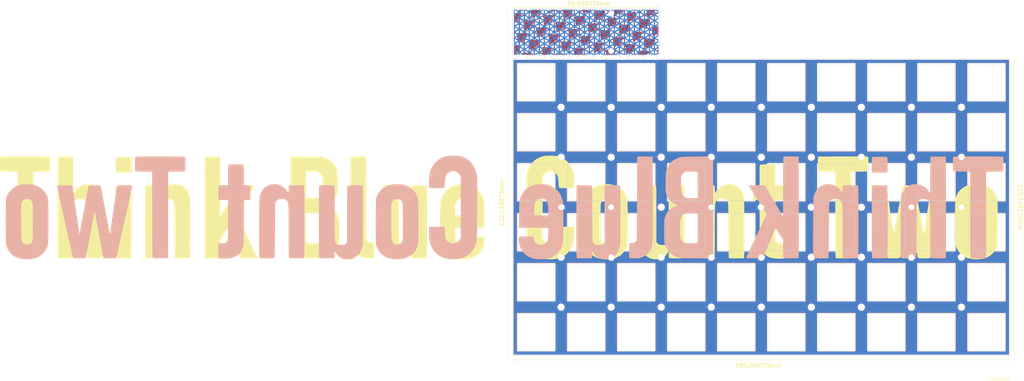
<source format=kicad_pcb>
(kicad_pcb (version 20171130) (host pcbnew "(5.0.2)-1")
  (title_block (title "SU120 Plate120") (rev 2) (company @e3w2q))
  (layers (0 F.Cu signal) (31 B.Cu signal) (34 B.Paste user) (35 F.Paste user) (36 B.SilkS user) (37 F.SilkS user) (38 B.Mask user hide) (39 F.Mask user) (44 Edge.Cuts user))
  (net 0 "")
  (module "#footprint:Slot_Alter_Hole" (layer F.Cu) (at 68.659548 35.71884)
    (fp_text reference "" hide)
    (fp_text value "" hide)
    (pad "" np_thru_hole circle (at 0 0) (size 1.190628 1.190628) (drill 1.190628) (layers *.Cu *.Mask))
  )
  (module "#footprint:TBC2_Silk" (layer B.Cu) (at 13.295346 92.868984 180)
    (fp_text reference G*** hide)
    (fp_text value LOGO hide)
  )
  (module "#footprint:TBC2_Silk" (layer F.Cu) (at 10.517214 92.868984)
    (fp_text reference G*** hide)
    (fp_text value LOGO hide)
  )
  (module "#footprint:Keyswitch_Plate_Hole" (layer F.Cu) (at 177.403125 64.29375)
    (fp_text reference "" hide)
    (fp_text value "" hide)
    (fp_line (start 7 -7) (end 7 7) (layer Edge.Cuts) (width 0.15))
    (fp_line (start 7 -7) (end -7 -7) (layer Edge.Cuts) (width 0.15))
    (fp_line (start 7 7) (end -7 7) (layer Edge.Cuts) (width 0.15))
    (fp_line (start -7 -7) (end -7 7) (layer Edge.Cuts) (width 0.15))
  )
  (module "#footprint:Keyswitch_Plate_Hole" (layer F.Cu) (at 158.353125 64.29375)
    (fp_text reference "" hide)
    (fp_text value "" hide)
    (fp_line (start 7 -7) (end 7 7) (layer Edge.Cuts) (width 0.15))
    (fp_line (start 7 -7) (end -7 -7) (layer Edge.Cuts) (width 0.15))
    (fp_line (start 7 7) (end -7 7) (layer Edge.Cuts) (width 0.15))
    (fp_line (start -7 -7) (end -7 7) (layer Edge.Cuts) (width 0.15))
  )
  (module "#footprint:Keyswitch_Plate_Hole" (layer F.Cu) (at 158.353125 83.34375)
    (fp_text reference "" hide)
    (fp_text value "" hide)
    (fp_line (start 7 -7) (end 7 7) (layer Edge.Cuts) (width 0.15))
    (fp_line (start 7 -7) (end -7 -7) (layer Edge.Cuts) (width 0.15))
    (fp_line (start 7 7) (end -7 7) (layer Edge.Cuts) (width 0.15))
    (fp_line (start -7 -7) (end -7 7) (layer Edge.Cuts) (width 0.15))
  )
  (module "#footprint:Keyswitch_Plate_Hole" (layer F.Cu) (at 139.303125 83.34375)
    (fp_text reference "" hide)
    (fp_text value "" hide)
    (fp_line (start 7 -7) (end 7 7) (layer Edge.Cuts) (width 0.15))
    (fp_line (start 7 -7) (end -7 -7) (layer Edge.Cuts) (width 0.15))
    (fp_line (start 7 7) (end -7 7) (layer Edge.Cuts) (width 0.15))
    (fp_line (start -7 -7) (end -7 7) (layer Edge.Cuts) (width 0.15))
  )
  (module "#footprint:Keyswitch_Plate_Hole" (layer F.Cu) (at 177.403125 83.34375)
    (fp_text reference "" hide)
    (fp_text value "" hide)
    (fp_line (start 7 -7) (end 7 7) (layer Edge.Cuts) (width 0.15))
    (fp_line (start 7 -7) (end -7 -7) (layer Edge.Cuts) (width 0.15))
    (fp_line (start 7 7) (end -7 7) (layer Edge.Cuts) (width 0.15))
    (fp_line (start -7 -7) (end -7 7) (layer Edge.Cuts) (width 0.15))
  )
  (module "#footprint:Keyswitch_Plate_Hole" (layer F.Cu) (at 120.253125 83.34375)
    (fp_text reference "" hide)
    (fp_text value "" hide)
    (fp_line (start 7 -7) (end 7 7) (layer Edge.Cuts) (width 0.15))
    (fp_line (start 7 -7) (end -7 -7) (layer Edge.Cuts) (width 0.15))
    (fp_line (start 7 7) (end -7 7) (layer Edge.Cuts) (width 0.15))
    (fp_line (start -7 -7) (end -7 7) (layer Edge.Cuts) (width 0.15))
  )
  (module "#footprint:Keyswitch_Plate_Hole" (layer F.Cu) (at 158.353125 102.39375)
    (fp_text reference "" hide)
    (fp_text value "" hide)
    (fp_line (start -7 -7) (end -7 7) (layer Edge.Cuts) (width 0.15))
    (fp_line (start 7 7) (end -7 7) (layer Edge.Cuts) (width 0.15))
    (fp_line (start 7 -7) (end -7 -7) (layer Edge.Cuts) (width 0.15))
    (fp_line (start 7 -7) (end 7 7) (layer Edge.Cuts) (width 0.15))
  )
  (module "#footprint:Keyswitch_Plate_Hole" (layer F.Cu) (at 139.303125 102.39375)
    (fp_text reference "" hide)
    (fp_text value "" hide)
    (fp_line (start -7 -7) (end -7 7) (layer Edge.Cuts) (width 0.15))
    (fp_line (start 7 7) (end -7 7) (layer Edge.Cuts) (width 0.15))
    (fp_line (start 7 -7) (end -7 -7) (layer Edge.Cuts) (width 0.15))
    (fp_line (start 7 -7) (end 7 7) (layer Edge.Cuts) (width 0.15))
  )
  (module "#footprint:Keyswitch_Plate_Hole" (layer F.Cu) (at 177.403125 102.39375)
    (fp_text reference "" hide)
    (fp_text value "" hide)
    (fp_line (start -7 -7) (end -7 7) (layer Edge.Cuts) (width 0.15))
    (fp_line (start 7 7) (end -7 7) (layer Edge.Cuts) (width 0.15))
    (fp_line (start 7 -7) (end -7 -7) (layer Edge.Cuts) (width 0.15))
    (fp_line (start 7 -7) (end 7 7) (layer Edge.Cuts) (width 0.15))
  )
  (module "#footprint:Keyswitch_Plate_Hole" (layer F.Cu) (at 120.253125 102.39375)
    (fp_text reference "" hide)
    (fp_text value "" hide)
    (fp_line (start -7 -7) (end -7 7) (layer Edge.Cuts) (width 0.15))
    (fp_line (start 7 7) (end -7 7) (layer Edge.Cuts) (width 0.15))
    (fp_line (start 7 -7) (end -7 -7) (layer Edge.Cuts) (width 0.15))
    (fp_line (start 7 -7) (end 7 7) (layer Edge.Cuts) (width 0.15))
  )
  (module "#footprint:Keyswitch_Plate_Hole" (layer F.Cu) (at 177.403125 121.44375)
    (fp_text reference "" hide)
    (fp_text value "" hide)
    (fp_line (start 7 -7) (end 7 7) (layer Edge.Cuts) (width 0.15))
    (fp_line (start 7 -7) (end -7 -7) (layer Edge.Cuts) (width 0.15))
    (fp_line (start 7 7) (end -7 7) (layer Edge.Cuts) (width 0.15))
    (fp_line (start -7 -7) (end -7 7) (layer Edge.Cuts) (width 0.15))
  )
  (module "#footprint:Keyswitch_Plate_Hole" (layer F.Cu) (at 120.253125 121.44375)
    (fp_text reference "" hide)
    (fp_text value "" hide)
    (fp_line (start 7 -7) (end 7 7) (layer Edge.Cuts) (width 0.15))
    (fp_line (start 7 -7) (end -7 -7) (layer Edge.Cuts) (width 0.15))
    (fp_line (start 7 7) (end -7 7) (layer Edge.Cuts) (width 0.15))
    (fp_line (start -7 -7) (end -7 7) (layer Edge.Cuts) (width 0.15))
  )
  (module "#footprint:Keyswitch_Plate_Hole" (layer F.Cu) (at 158.353125 121.44375)
    (fp_text reference "" hide)
    (fp_text value "" hide)
    (fp_line (start 7 -7) (end 7 7) (layer Edge.Cuts) (width 0.15))
    (fp_line (start 7 -7) (end -7 -7) (layer Edge.Cuts) (width 0.15))
    (fp_line (start 7 7) (end -7 7) (layer Edge.Cuts) (width 0.15))
    (fp_line (start -7 -7) (end -7 7) (layer Edge.Cuts) (width 0.15))
  )
  (module "#footprint:Keyswitch_Plate_Hole" (layer F.Cu) (at 139.303125 121.44375)
    (fp_text reference "" hide)
    (fp_text value "" hide)
    (fp_line (start 7 -7) (end 7 7) (layer Edge.Cuts) (width 0.15))
    (fp_line (start 7 -7) (end -7 -7) (layer Edge.Cuts) (width 0.15))
    (fp_line (start 7 7) (end -7 7) (layer Edge.Cuts) (width 0.15))
    (fp_line (start -7 -7) (end -7 7) (layer Edge.Cuts) (width 0.15))
  )
  (module "#footprint:Keyswitch_Plate_Hole" (layer F.Cu) (at 177.403125 140.49375)
    (fp_text reference "" hide)
    (fp_text value "" hide)
    (fp_line (start -7 -7) (end -7 7) (layer Edge.Cuts) (width 0.15))
    (fp_line (start 7 7) (end -7 7) (layer Edge.Cuts) (width 0.15))
    (fp_line (start 7 -7) (end -7 -7) (layer Edge.Cuts) (width 0.15))
    (fp_line (start 7 -7) (end 7 7) (layer Edge.Cuts) (width 0.15))
  )
  (module "#footprint:Keyswitch_Plate_Hole" (layer F.Cu) (at 139.303125 140.49375)
    (fp_text reference "" hide)
    (fp_text value "" hide)
    (fp_line (start -7 -7) (end -7 7) (layer Edge.Cuts) (width 0.15))
    (fp_line (start 7 7) (end -7 7) (layer Edge.Cuts) (width 0.15))
    (fp_line (start 7 -7) (end -7 -7) (layer Edge.Cuts) (width 0.15))
    (fp_line (start 7 -7) (end 7 7) (layer Edge.Cuts) (width 0.15))
  )
  (module "#footprint:Keyswitch_Plate_Hole" (layer F.Cu) (at 120.253125 140.49375)
    (fp_text reference "" hide)
    (fp_text value "" hide)
    (fp_line (start -7 -7) (end -7 7) (layer Edge.Cuts) (width 0.15))
    (fp_line (start 7 7) (end -7 7) (layer Edge.Cuts) (width 0.15))
    (fp_line (start 7 -7) (end -7 -7) (layer Edge.Cuts) (width 0.15))
    (fp_line (start 7 -7) (end 7 7) (layer Edge.Cuts) (width 0.15))
  )
  (module "#footprint:Keyswitch_Plate_Hole" (layer F.Cu) (at 158.353125 140.49375)
    (fp_text reference "" hide)
    (fp_text value "" hide)
    (fp_line (start -7 -7) (end -7 7) (layer Edge.Cuts) (width 0.15))
    (fp_line (start 7 7) (end -7 7) (layer Edge.Cuts) (width 0.15))
    (fp_line (start 7 -7) (end -7 -7) (layer Edge.Cuts) (width 0.15))
    (fp_line (start 7 -7) (end 7 7) (layer Edge.Cuts) (width 0.15))
  )
  (module "#footprint:Keyswitch_Plate_Hole" (layer F.Cu) (at 63.103125 140.49375)
    (fp_text reference "" hide)
    (fp_text value "" hide)
    (fp_line (start 7 -7) (end 7 7) (layer Edge.Cuts) (width 0.15))
    (fp_line (start 7 -7) (end -7 -7) (layer Edge.Cuts) (width 0.15))
    (fp_line (start 7 7) (end -7 7) (layer Edge.Cuts) (width 0.15))
    (fp_line (start -7 -7) (end -7 7) (layer Edge.Cuts) (width 0.15))
  )
  (module "#footprint:Keyswitch_Plate_Hole" (layer F.Cu) (at 82.153125 140.49375)
    (fp_text reference "" hide)
    (fp_text value "" hide)
    (fp_line (start 7 -7) (end 7 7) (layer Edge.Cuts) (width 0.15))
    (fp_line (start 7 -7) (end -7 -7) (layer Edge.Cuts) (width 0.15))
    (fp_line (start 7 7) (end -7 7) (layer Edge.Cuts) (width 0.15))
    (fp_line (start -7 -7) (end -7 7) (layer Edge.Cuts) (width 0.15))
  )
  (module "#footprint:Keyswitch_Plate_Hole" (layer F.Cu) (at 44.053125 140.49375)
    (fp_text reference "" hide)
    (fp_text value "" hide)
    (fp_line (start 7 -7) (end 7 7) (layer Edge.Cuts) (width 0.15))
    (fp_line (start 7 -7) (end -7 -7) (layer Edge.Cuts) (width 0.15))
    (fp_line (start 7 7) (end -7 7) (layer Edge.Cuts) (width 0.15))
    (fp_line (start -7 -7) (end -7 7) (layer Edge.Cuts) (width 0.15))
  )
  (module "#footprint:Keyswitch_Plate_Hole" (layer F.Cu) (at 101.203125 140.49375)
    (fp_text reference "" hide)
    (fp_text value "" hide)
    (fp_line (start 7 -7) (end 7 7) (layer Edge.Cuts) (width 0.15))
    (fp_line (start 7 -7) (end -7 -7) (layer Edge.Cuts) (width 0.15))
    (fp_line (start 7 7) (end -7 7) (layer Edge.Cuts) (width 0.15))
    (fp_line (start -7 -7) (end -7 7) (layer Edge.Cuts) (width 0.15))
  )
  (module "#footprint:Keyswitch_Plate_Hole" (layer F.Cu) (at 82.153125 121.44375)
    (fp_text reference "" hide)
    (fp_text value "" hide)
    (fp_line (start -7 -7) (end -7 7) (layer Edge.Cuts) (width 0.15))
    (fp_line (start 7 7) (end -7 7) (layer Edge.Cuts) (width 0.15))
    (fp_line (start 7 -7) (end -7 -7) (layer Edge.Cuts) (width 0.15))
    (fp_line (start 7 -7) (end 7 7) (layer Edge.Cuts) (width 0.15))
  )
  (module "#footprint:Keyswitch_Plate_Hole" (layer F.Cu) (at 101.203125 121.44375)
    (fp_text reference "" hide)
    (fp_text value "" hide)
    (fp_line (start -7 -7) (end -7 7) (layer Edge.Cuts) (width 0.15))
    (fp_line (start 7 7) (end -7 7) (layer Edge.Cuts) (width 0.15))
    (fp_line (start 7 -7) (end -7 -7) (layer Edge.Cuts) (width 0.15))
    (fp_line (start 7 -7) (end 7 7) (layer Edge.Cuts) (width 0.15))
  )
  (module "#footprint:Keyswitch_Plate_Hole" (layer F.Cu) (at 44.053125 121.44375)
    (fp_text reference "" hide)
    (fp_text value "" hide)
    (fp_line (start -7 -7) (end -7 7) (layer Edge.Cuts) (width 0.15))
    (fp_line (start 7 7) (end -7 7) (layer Edge.Cuts) (width 0.15))
    (fp_line (start 7 -7) (end -7 -7) (layer Edge.Cuts) (width 0.15))
    (fp_line (start 7 -7) (end 7 7) (layer Edge.Cuts) (width 0.15))
  )
  (module "#footprint:Keyswitch_Plate_Hole" (layer F.Cu) (at 63.103125 121.44375)
    (fp_text reference "" hide)
    (fp_text value "" hide)
    (fp_line (start -7 -7) (end -7 7) (layer Edge.Cuts) (width 0.15))
    (fp_line (start 7 7) (end -7 7) (layer Edge.Cuts) (width 0.15))
    (fp_line (start 7 -7) (end -7 -7) (layer Edge.Cuts) (width 0.15))
    (fp_line (start 7 -7) (end 7 7) (layer Edge.Cuts) (width 0.15))
  )
  (module "#footprint:Keyswitch_Plate_Hole" (layer F.Cu) (at 101.203125 102.39375)
    (fp_text reference "" hide)
    (fp_text value "" hide)
    (fp_line (start 7 -7) (end 7 7) (layer Edge.Cuts) (width 0.15))
    (fp_line (start 7 -7) (end -7 -7) (layer Edge.Cuts) (width 0.15))
    (fp_line (start 7 7) (end -7 7) (layer Edge.Cuts) (width 0.15))
    (fp_line (start -7 -7) (end -7 7) (layer Edge.Cuts) (width 0.15))
  )
  (module "#footprint:Keyswitch_Plate_Hole" (layer F.Cu) (at 44.053125 102.39375)
    (fp_text reference "" hide)
    (fp_text value "" hide)
    (fp_line (start 7 -7) (end 7 7) (layer Edge.Cuts) (width 0.15))
    (fp_line (start 7 -7) (end -7 -7) (layer Edge.Cuts) (width 0.15))
    (fp_line (start 7 7) (end -7 7) (layer Edge.Cuts) (width 0.15))
    (fp_line (start -7 -7) (end -7 7) (layer Edge.Cuts) (width 0.15))
  )
  (module "#footprint:Keyswitch_Plate_Hole" (layer F.Cu) (at 82.153125 102.39375)
    (fp_text reference "" hide)
    (fp_text value "" hide)
    (fp_line (start 7 -7) (end 7 7) (layer Edge.Cuts) (width 0.15))
    (fp_line (start 7 -7) (end -7 -7) (layer Edge.Cuts) (width 0.15))
    (fp_line (start 7 7) (end -7 7) (layer Edge.Cuts) (width 0.15))
    (fp_line (start -7 -7) (end -7 7) (layer Edge.Cuts) (width 0.15))
  )
  (module "#footprint:Keyswitch_Plate_Hole" (layer F.Cu) (at 63.103125 102.39375)
    (fp_text reference "" hide)
    (fp_text value "" hide)
    (fp_line (start 7 -7) (end 7 7) (layer Edge.Cuts) (width 0.15))
    (fp_line (start 7 -7) (end -7 -7) (layer Edge.Cuts) (width 0.15))
    (fp_line (start 7 7) (end -7 7) (layer Edge.Cuts) (width 0.15))
    (fp_line (start -7 -7) (end -7 7) (layer Edge.Cuts) (width 0.15))
  )
  (module "#footprint:Keyswitch_Plate_Hole" (layer F.Cu) (at 101.203125 83.34375)
    (fp_text reference "" hide)
    (fp_text value "" hide)
    (fp_line (start -7 -7) (end -7 7) (layer Edge.Cuts) (width 0.15))
    (fp_line (start 7 7) (end -7 7) (layer Edge.Cuts) (width 0.15))
    (fp_line (start 7 -7) (end -7 -7) (layer Edge.Cuts) (width 0.15))
    (fp_line (start 7 -7) (end 7 7) (layer Edge.Cuts) (width 0.15))
  )
  (module "#footprint:Keyswitch_Plate_Hole" (layer F.Cu) (at 44.053125 83.34375)
    (fp_text reference "" hide)
    (fp_text value "" hide)
    (fp_line (start -7 -7) (end -7 7) (layer Edge.Cuts) (width 0.15))
    (fp_line (start 7 7) (end -7 7) (layer Edge.Cuts) (width 0.15))
    (fp_line (start 7 -7) (end -7 -7) (layer Edge.Cuts) (width 0.15))
    (fp_line (start 7 -7) (end 7 7) (layer Edge.Cuts) (width 0.15))
  )
  (module "#footprint:Keyswitch_Plate_Hole" (layer F.Cu) (at 63.103125 83.34375)
    (fp_text reference "" hide)
    (fp_text value "" hide)
    (fp_line (start -7 -7) (end -7 7) (layer Edge.Cuts) (width 0.15))
    (fp_line (start 7 7) (end -7 7) (layer Edge.Cuts) (width 0.15))
    (fp_line (start 7 -7) (end -7 -7) (layer Edge.Cuts) (width 0.15))
    (fp_line (start 7 -7) (end 7 7) (layer Edge.Cuts) (width 0.15))
  )
  (module "#footprint:Keyswitch_Plate_Hole" (layer F.Cu) (at 82.153125 83.34375)
    (fp_text reference "" hide)
    (fp_text value "" hide)
    (fp_line (start -7 -7) (end -7 7) (layer Edge.Cuts) (width 0.15))
    (fp_line (start 7 7) (end -7 7) (layer Edge.Cuts) (width 0.15))
    (fp_line (start 7 -7) (end -7 -7) (layer Edge.Cuts) (width 0.15))
    (fp_line (start 7 -7) (end 7 7) (layer Edge.Cuts) (width 0.15))
  )
  (module "#footprint:Keyswitch_Plate_Hole" (layer F.Cu) (at 44.053125 64.29375)
    (fp_text reference "" hide)
    (fp_text value "" hide)
    (fp_line (start 7 -7) (end 7 7) (layer Edge.Cuts) (width 0.15))
    (fp_line (start 7 -7) (end -7 -7) (layer Edge.Cuts) (width 0.15))
    (fp_line (start 7 7) (end -7 7) (layer Edge.Cuts) (width 0.15))
    (fp_line (start -7 -7) (end -7 7) (layer Edge.Cuts) (width 0.15))
  )
  (module "#footprint:Keyswitch_Plate_Hole" (layer F.Cu) (at 63.103125 64.29375)
    (fp_text reference "" hide)
    (fp_text value "" hide)
    (fp_line (start 7 -7) (end 7 7) (layer Edge.Cuts) (width 0.15))
    (fp_line (start 7 -7) (end -7 -7) (layer Edge.Cuts) (width 0.15))
    (fp_line (start 7 7) (end -7 7) (layer Edge.Cuts) (width 0.15))
    (fp_line (start -7 -7) (end -7 7) (layer Edge.Cuts) (width 0.15))
  )
  (module "#footprint:Keyswitch_Plate_Hole" (layer F.Cu) (at 101.203125 64.29375)
    (fp_text reference "" hide)
    (fp_text value "" hide)
    (fp_line (start 7 -7) (end 7 7) (layer Edge.Cuts) (width 0.15))
    (fp_line (start 7 -7) (end -7 -7) (layer Edge.Cuts) (width 0.15))
    (fp_line (start 7 7) (end -7 7) (layer Edge.Cuts) (width 0.15))
    (fp_line (start -7 -7) (end -7 7) (layer Edge.Cuts) (width 0.15))
  )
  (module "#footprint:Keyswitch_Plate_Hole" (layer F.Cu) (at 82.153125 64.29375)
    (fp_text reference "" hide)
    (fp_text value "" hide)
    (fp_line (start 7 -7) (end 7 7) (layer Edge.Cuts) (width 0.15))
    (fp_line (start 7 -7) (end -7 -7) (layer Edge.Cuts) (width 0.15))
    (fp_line (start 7 7) (end -7 7) (layer Edge.Cuts) (width 0.15))
    (fp_line (start -7 -7) (end -7 7) (layer Edge.Cuts) (width 0.15))
  )
  (module "#footprint:Keyswitch_Plate_Hole" (layer F.Cu) (at 196.453125 121.44375)
    (fp_text reference "" hide)
    (fp_text value "" hide)
    (fp_line (start -7 -7) (end -7 7) (layer Edge.Cuts) (width 0.15))
    (fp_line (start 7 7) (end -7 7) (layer Edge.Cuts) (width 0.15))
    (fp_line (start 7 -7) (end -7 -7) (layer Edge.Cuts) (width 0.15))
    (fp_line (start 7 -7) (end 7 7) (layer Edge.Cuts) (width 0.15))
  )
  (module "#footprint:Keyswitch_Plate_Hole" (layer F.Cu) (at 196.453125 102.39375)
    (fp_text reference "" hide)
    (fp_text value "" hide)
    (fp_line (start -7 -7) (end -7 7) (layer Edge.Cuts) (width 0.15))
    (fp_line (start 7 7) (end -7 7) (layer Edge.Cuts) (width 0.15))
    (fp_line (start 7 -7) (end -7 -7) (layer Edge.Cuts) (width 0.15))
    (fp_line (start 7 -7) (end 7 7) (layer Edge.Cuts) (width 0.15))
  )
  (module "#footprint:Keyswitch_Plate_Hole" (layer F.Cu) (at 196.453125 83.34375)
    (fp_text reference "" hide)
    (fp_text value "" hide)
    (fp_line (start -7 -7) (end -7 7) (layer Edge.Cuts) (width 0.15))
    (fp_line (start 7 7) (end -7 7) (layer Edge.Cuts) (width 0.15))
    (fp_line (start 7 -7) (end -7 -7) (layer Edge.Cuts) (width 0.15))
    (fp_line (start 7 -7) (end 7 7) (layer Edge.Cuts) (width 0.15))
  )
  (module "#footprint:Keyswitch_Plate_Hole" (layer F.Cu) (at 196.453125 64.29375)
    (fp_text reference "" hide)
    (fp_text value "" hide)
    (fp_line (start -7 -7) (end -7 7) (layer Edge.Cuts) (width 0.15))
    (fp_line (start 7 7) (end -7 7) (layer Edge.Cuts) (width 0.15))
    (fp_line (start 7 -7) (end -7 -7) (layer Edge.Cuts) (width 0.15))
    (fp_line (start 7 -7) (end 7 7) (layer Edge.Cuts) (width 0.15))
  )
  (module "#footprint:Keyswitch_Plate_Hole" (layer F.Cu) (at 196.453125 140.49375)
    (fp_text reference "" hide)
    (fp_text value "" hide)
    (fp_line (start -7 -7) (end -7 7) (layer Edge.Cuts) (width 0.15))
    (fp_line (start 7 7) (end -7 7) (layer Edge.Cuts) (width 0.15))
    (fp_line (start 7 -7) (end -7 -7) (layer Edge.Cuts) (width 0.15))
    (fp_line (start 7 -7) (end 7 7) (layer Edge.Cuts) (width 0.15))
  )
  (module "#footprint:Keyswitch_Plate_Hole" (layer F.Cu) (at 177.403125 45.24375)
    (fp_text reference "" hide)
    (fp_text value "" hide)
    (fp_line (start -7 -7) (end -7 7) (layer Edge.Cuts) (width 0.15))
    (fp_line (start 7 7) (end -7 7) (layer Edge.Cuts) (width 0.15))
    (fp_line (start 7 -7) (end -7 -7) (layer Edge.Cuts) (width 0.15))
    (fp_line (start 7 -7) (end 7 7) (layer Edge.Cuts) (width 0.15))
  )
  (module "#footprint:Keyswitch_Plate_Hole" (layer F.Cu) (at 158.353125 45.24375)
    (fp_text reference "" hide)
    (fp_text value "" hide)
    (fp_line (start -7 -7) (end -7 7) (layer Edge.Cuts) (width 0.15))
    (fp_line (start 7 7) (end -7 7) (layer Edge.Cuts) (width 0.15))
    (fp_line (start 7 -7) (end -7 -7) (layer Edge.Cuts) (width 0.15))
    (fp_line (start 7 -7) (end 7 7) (layer Edge.Cuts) (width 0.15))
  )
  (module "#footprint:Keyswitch_Plate_Hole" (layer F.Cu) (at 139.303125 64.29375)
    (fp_text reference "" hide)
    (fp_text value "" hide)
    (fp_line (start -7 -7) (end -7 7) (layer Edge.Cuts) (width 0.15))
    (fp_line (start 7 7) (end -7 7) (layer Edge.Cuts) (width 0.15))
    (fp_line (start 7 -7) (end -7 -7) (layer Edge.Cuts) (width 0.15))
    (fp_line (start 7 -7) (end 7 7) (layer Edge.Cuts) (width 0.15))
  )
  (module "#footprint:Keyswitch_Plate_Hole" (layer F.Cu) (at 120.253125 64.29375)
    (fp_text reference "" hide)
    (fp_text value "" hide)
    (fp_line (start -7 -7) (end -7 7) (layer Edge.Cuts) (width 0.15))
    (fp_line (start 7 7) (end -7 7) (layer Edge.Cuts) (width 0.15))
    (fp_line (start 7 -7) (end -7 -7) (layer Edge.Cuts) (width 0.15))
    (fp_line (start 7 -7) (end 7 7) (layer Edge.Cuts) (width 0.15))
  )
  (module "#footprint:Keyswitch_Plate_Hole" (layer F.Cu) (at 139.303125 45.24375)
    (fp_text reference "" hide)
    (fp_text value "" hide)
    (fp_line (start -7 -7) (end -7 7) (layer Edge.Cuts) (width 0.15))
    (fp_line (start 7 7) (end -7 7) (layer Edge.Cuts) (width 0.15))
    (fp_line (start 7 -7) (end -7 -7) (layer Edge.Cuts) (width 0.15))
    (fp_line (start 7 -7) (end 7 7) (layer Edge.Cuts) (width 0.15))
  )
  (module "#footprint:Keyswitch_Plate_Hole" (layer F.Cu) (at 120.253125 45.24375)
    (fp_text reference "" hide)
    (fp_text value "" hide)
    (fp_line (start -7 -7) (end -7 7) (layer Edge.Cuts) (width 0.15))
    (fp_line (start 7 7) (end -7 7) (layer Edge.Cuts) (width 0.15))
    (fp_line (start 7 -7) (end -7 -7) (layer Edge.Cuts) (width 0.15))
    (fp_line (start 7 -7) (end 7 7) (layer Edge.Cuts) (width 0.15))
  )
  (module "#footprint:Keyswitch_Plate_Hole" (layer F.Cu) (at 196.453125 45.24375)
    (fp_text reference "" hide)
    (fp_text value "" hide)
    (fp_line (start -7 -7) (end -7 7) (layer Edge.Cuts) (width 0.15))
    (fp_line (start 7 7) (end -7 7) (layer Edge.Cuts) (width 0.15))
    (fp_line (start 7 -7) (end -7 -7) (layer Edge.Cuts) (width 0.15))
    (fp_line (start 7 -7) (end 7 7) (layer Edge.Cuts) (width 0.15))
  )
  (module "#footprint:Keyswitch_Plate_Hole" (layer F.Cu) (at 25.003125 140.49375)
    (fp_text reference "" hide)
    (fp_text value "" hide)
    (fp_line (start -7 -7) (end -7 7) (layer Edge.Cuts) (width 0.15))
    (fp_line (start 7 7) (end -7 7) (layer Edge.Cuts) (width 0.15))
    (fp_line (start 7 -7) (end -7 -7) (layer Edge.Cuts) (width 0.15))
    (fp_line (start 7 -7) (end 7 7) (layer Edge.Cuts) (width 0.15))
  )
  (module "#footprint:Keyswitch_Plate_Hole" (layer F.Cu) (at 25.003125 121.44375)
    (fp_text reference "" hide)
    (fp_text value "" hide)
    (fp_line (start -7 -7) (end -7 7) (layer Edge.Cuts) (width 0.15))
    (fp_line (start 7 7) (end -7 7) (layer Edge.Cuts) (width 0.15))
    (fp_line (start 7 -7) (end -7 -7) (layer Edge.Cuts) (width 0.15))
    (fp_line (start 7 -7) (end 7 7) (layer Edge.Cuts) (width 0.15))
  )
  (module "#footprint:Keyswitch_Plate_Hole" (layer F.Cu) (at 25.003125 102.39375)
    (fp_text reference "" hide)
    (fp_text value "" hide)
    (fp_line (start -7 -7) (end -7 7) (layer Edge.Cuts) (width 0.15))
    (fp_line (start 7 7) (end -7 7) (layer Edge.Cuts) (width 0.15))
    (fp_line (start 7 -7) (end -7 -7) (layer Edge.Cuts) (width 0.15))
    (fp_line (start 7 -7) (end 7 7) (layer Edge.Cuts) (width 0.15))
  )
  (module "#footprint:Keyswitch_Plate_Hole" (layer F.Cu) (at 101.203125 45.24375)
    (fp_text reference "" hide)
    (fp_text value "" hide)
    (fp_line (start -7 -7) (end -7 7) (layer Edge.Cuts) (width 0.15))
    (fp_line (start 7 7) (end -7 7) (layer Edge.Cuts) (width 0.15))
    (fp_line (start 7 -7) (end -7 -7) (layer Edge.Cuts) (width 0.15))
    (fp_line (start 7 -7) (end 7 7) (layer Edge.Cuts) (width 0.15))
  )
  (module "#footprint:Keyswitch_Plate_Hole" (layer F.Cu) (at 25.003125 83.34375)
    (fp_text reference "" hide)
    (fp_text value "" hide)
    (fp_line (start -7 -7) (end -7 7) (layer Edge.Cuts) (width 0.15))
    (fp_line (start 7 7) (end -7 7) (layer Edge.Cuts) (width 0.15))
    (fp_line (start 7 -7) (end -7 -7) (layer Edge.Cuts) (width 0.15))
    (fp_line (start 7 -7) (end 7 7) (layer Edge.Cuts) (width 0.15))
  )
  (module "#footprint:Keyswitch_Plate_Hole" (layer F.Cu) (at 25.003125 64.29375)
    (fp_text reference "" hide)
    (fp_text value "" hide)
    (fp_line (start -7 -7) (end -7 7) (layer Edge.Cuts) (width 0.15))
    (fp_line (start 7 7) (end -7 7) (layer Edge.Cuts) (width 0.15))
    (fp_line (start 7 -7) (end -7 -7) (layer Edge.Cuts) (width 0.15))
    (fp_line (start 7 -7) (end 7 7) (layer Edge.Cuts) (width 0.15))
  )
  (module "#footprint:Keyswitch_Plate_Hole" (layer F.Cu) (at 25.003125 45.24375)
    (fp_text reference "" hide)
    (fp_text value "" hide)
    (fp_line (start -7 -7) (end -7 7) (layer Edge.Cuts) (width 0.15))
    (fp_line (start 7 7) (end -7 7) (layer Edge.Cuts) (width 0.15))
    (fp_line (start 7 -7) (end -7 -7) (layer Edge.Cuts) (width 0.15))
    (fp_line (start 7 -7) (end 7 7) (layer Edge.Cuts) (width 0.15))
  )
  (module "#footprint:Keyswitch_Plate_Hole" (layer F.Cu) (at 44.053125 45.24375)
    (fp_text reference "" hide)
    (fp_text value "" hide)
    (fp_line (start -7 -7) (end -7 7) (layer Edge.Cuts) (width 0.15))
    (fp_line (start 7 7) (end -7 7) (layer Edge.Cuts) (width 0.15))
    (fp_line (start 7 -7) (end -7 -7) (layer Edge.Cuts) (width 0.15))
    (fp_line (start 7 -7) (end 7 7) (layer Edge.Cuts) (width 0.15))
  )
  (module "#footprint:Keyswitch_Plate_Hole" (layer F.Cu) (at 63.103125 45.24375)
    (fp_text reference "" hide)
    (fp_text value "" hide)
    (fp_line (start -7 -7) (end -7 7) (layer Edge.Cuts) (width 0.15))
    (fp_line (start 7 7) (end -7 7) (layer Edge.Cuts) (width 0.15))
    (fp_line (start 7 -7) (end -7 -7) (layer Edge.Cuts) (width 0.15))
    (fp_line (start 7 -7) (end 7 7) (layer Edge.Cuts) (width 0.15))
  )
  (module "#footprint:Keyswitch_Plate_Hole" (layer F.Cu) (at 82.153125 45.24375)
    (fp_text reference "" hide)
    (fp_text value "" hide)
    (fp_line (start -7 -7) (end -7 7) (layer Edge.Cuts) (width 0.15))
    (fp_line (start 7 7) (end -7 7) (layer Edge.Cuts) (width 0.15))
    (fp_line (start 7 -7) (end -7 -7) (layer Edge.Cuts) (width 0.15))
    (fp_line (start 7 -7) (end 7 7) (layer Edge.Cuts) (width 0.15))
  )
  (module "#footprint:M2_Hole" (layer F.Cu) (at 148.828125 130.96875)
    (fp_text reference "" hide)
    (fp_text value "" hide)
    (pad "" np_thru_hole circle (at 0 0) (size 2.2 2.2) (drill 2.2) (layers *.Cu *.Mask))
  )
  (module "#footprint:M2_Hole" (layer F.Cu) (at 186.928125 130.968798)
    (fp_text reference "" hide)
    (fp_text value "" hide)
    (pad "" np_thru_hole circle (at 0 0) (size 2.2 2.2) (drill 2.2) (layers *.Cu *.Mask))
  )
  (module "#footprint:M2_Hole" (layer F.Cu) (at 34.527981 130.968798)
    (fp_text reference "" hide)
    (fp_text value "" hide)
    (pad "" np_thru_hole circle (at 0 0) (size 2.2 2.2) (drill 2.2) (layers *.Cu *.Mask))
  )
  (module "#footprint:M2_Hole" (layer F.Cu) (at 91.678125 130.968798)
    (fp_text reference "" hide)
    (fp_text value "" hide)
    (pad "" np_thru_hole circle (at 0 0) (size 2.2 2.2) (drill 2.2) (layers *.Cu *.Mask))
  )
  (module "#footprint:M2_Hole" (layer F.Cu) (at 72.628125 130.96875)
    (fp_text reference "" hide)
    (fp_text value "" hide)
    (pad "" np_thru_hole circle (at 0 0) (size 2.2 2.2) (drill 2.2) (layers *.Cu *.Mask))
  )
  (module "#footprint:M2_Hole" (layer F.Cu) (at 167.878125 130.96875)
    (fp_text reference "" hide)
    (fp_text value "" hide)
    (pad "" np_thru_hole circle (at 0 0) (size 2.2 2.2) (drill 2.2) (layers *.Cu *.Mask))
  )
  (module "#footprint:M2_Hole" (layer F.Cu) (at 110.728125 130.96875)
    (fp_text reference "" hide)
    (fp_text value "" hide)
    (pad "" np_thru_hole circle (at 0 0) (size 2.2 2.2) (drill 2.2) (layers *.Cu *.Mask))
  )
  (module "#footprint:M2_Hole" (layer F.Cu) (at 53.578125 130.96875)
    (fp_text reference "" hide)
    (fp_text value "" hide)
    (pad "" np_thru_hole circle (at 0 0) (size 2.2 2.2) (drill 2.2) (layers *.Cu *.Mask))
  )
  (module "#footprint:M2_Hole" (layer F.Cu) (at 129.777981 130.968798)
    (fp_text reference "" hide)
    (fp_text value "" hide)
    (pad "" np_thru_hole circle (at 0 0) (size 2.2 2.2) (drill 2.2) (layers *.Cu *.Mask))
  )
  (module "#footprint:M2_Hole" (layer F.Cu) (at 148.828125 111.91875)
    (fp_text reference "" hide)
    (fp_text value "" hide)
    (pad "" np_thru_hole circle (at 0 0) (size 2.2 2.2) (drill 2.2) (layers *.Cu *.Mask))
  )
  (module "#footprint:M2_Hole" (layer F.Cu) (at 91.678125 111.918798)
    (fp_text reference "" hide)
    (fp_text value "" hide)
    (pad "" np_thru_hole circle (at 0 0) (size 2.2 2.2) (drill 2.2) (layers *.Cu *.Mask))
  )
  (module "#footprint:M2_Hole" (layer F.Cu) (at 72.628125 111.91875)
    (fp_text reference "" hide)
    (fp_text value "" hide)
    (pad "" np_thru_hole circle (at 0 0) (size 2.2 2.2) (drill 2.2) (layers *.Cu *.Mask))
  )
  (module "#footprint:M2_Hole" (layer F.Cu) (at 129.777981 111.918798)
    (fp_text reference "" hide)
    (fp_text value "" hide)
    (pad "" np_thru_hole circle (at 0 0) (size 2.2 2.2) (drill 2.2) (layers *.Cu *.Mask))
  )
  (module "#footprint:M2_Hole" (layer F.Cu) (at 110.728125 111.91875)
    (fp_text reference "" hide)
    (fp_text value "" hide)
    (pad "" np_thru_hole circle (at 0 0) (size 2.2 2.2) (drill 2.2) (layers *.Cu *.Mask))
  )
  (module "#footprint:M2_Hole" (layer F.Cu) (at 167.878125 111.91875)
    (fp_text reference "" hide)
    (fp_text value "" hide)
    (pad "" np_thru_hole circle (at 0 0) (size 2.2 2.2) (drill 2.2) (layers *.Cu *.Mask))
  )
  (module "#footprint:M2_Hole" (layer F.Cu) (at 186.928125 111.918798)
    (fp_text reference "" hide)
    (fp_text value "" hide)
    (pad "" np_thru_hole circle (at 0 0) (size 2.2 2.2) (drill 2.2) (layers *.Cu *.Mask))
  )
  (module "#footprint:M2_Hole" (layer F.Cu) (at 34.527981 111.918798)
    (fp_text reference "" hide)
    (fp_text value "" hide)
    (pad "" np_thru_hole circle (at 0 0) (size 2.2 2.2) (drill 2.2) (layers *.Cu *.Mask))
  )
  (module "#footprint:M2_Hole" (layer F.Cu) (at 53.578125 111.91875)
    (fp_text reference "" hide)
    (fp_text value "" hide)
    (pad "" np_thru_hole circle (at 0 0) (size 2.2 2.2) (drill 2.2) (layers *.Cu *.Mask))
  )
  (module "#footprint:M2_Hole" (layer F.Cu) (at 53.578125 92.86875)
    (fp_text reference "" hide)
    (fp_text value "" hide)
    (pad "" np_thru_hole circle (at 0 0) (size 2.2 2.2) (drill 2.2) (layers *.Cu *.Mask))
  )
  (module "#footprint:M2_Hole" (layer F.Cu) (at 148.828125 92.86875)
    (fp_text reference "" hide)
    (fp_text value "" hide)
    (pad "" np_thru_hole circle (at 0 0) (size 2.2 2.2) (drill 2.2) (layers *.Cu *.Mask))
  )
  (module "#footprint:M2_Hole" (layer F.Cu) (at 34.527981 92.868798)
    (fp_text reference "" hide)
    (fp_text value "" hide)
    (pad "" np_thru_hole circle (at 0 0) (size 2.2 2.2) (drill 2.2) (layers *.Cu *.Mask))
  )
  (module "#footprint:M2_Hole" (layer F.Cu) (at 129.777981 92.868798)
    (fp_text reference "" hide)
    (fp_text value "" hide)
    (pad "" np_thru_hole circle (at 0 0) (size 2.2 2.2) (drill 2.2) (layers *.Cu *.Mask))
  )
  (module "#footprint:M2_Hole" (layer F.Cu) (at 110.728125 92.86875)
    (fp_text reference "" hide)
    (fp_text value "" hide)
    (pad "" np_thru_hole circle (at 0 0) (size 2.2 2.2) (drill 2.2) (layers *.Cu *.Mask))
  )
  (module "#footprint:M2_Hole" (layer F.Cu) (at 186.928125 92.868798)
    (fp_text reference "" hide)
    (fp_text value "" hide)
    (pad "" np_thru_hole circle (at 0 0) (size 2.2 2.2) (drill 2.2) (layers *.Cu *.Mask))
  )
  (module "#footprint:M2_Hole" (layer F.Cu) (at 91.678125 92.868798)
    (fp_text reference "" hide)
    (fp_text value "" hide)
    (pad "" np_thru_hole circle (at 0 0) (size 2.2 2.2) (drill 2.2) (layers *.Cu *.Mask))
  )
  (module "#footprint:M2_Hole" (layer F.Cu) (at 72.628125 92.86875)
    (fp_text reference "" hide)
    (fp_text value "" hide)
    (pad "" np_thru_hole circle (at 0 0) (size 2.2 2.2) (drill 2.2) (layers *.Cu *.Mask))
  )
  (module "#footprint:M2_Hole" (layer F.Cu) (at 167.878125 92.86875)
    (fp_text reference "" hide)
    (fp_text value "" hide)
    (pad "" np_thru_hole circle (at 0 0) (size 2.2 2.2) (drill 2.2) (layers *.Cu *.Mask))
  )
  (module "#footprint:M2_Hole" (layer F.Cu) (at 110.728125 73.81875)
    (fp_text reference "" hide)
    (fp_text value "" hide)
    (pad "" np_thru_hole circle (at 0 0) (size 2.2 2.2) (drill 2.2) (layers *.Cu *.Mask))
  )
  (module "#footprint:M2_Hole" (layer F.Cu) (at 91.678125 73.818798)
    (fp_text reference "" hide)
    (fp_text value "" hide)
    (pad "" np_thru_hole circle (at 0 0) (size 2.2 2.2) (drill 2.2) (layers *.Cu *.Mask))
  )
  (module "#footprint:M2_Hole" (layer F.Cu) (at 72.628125 73.81875)
    (fp_text reference "" hide)
    (fp_text value "" hide)
    (pad "" np_thru_hole circle (at 0 0) (size 2.2 2.2) (drill 2.2) (layers *.Cu *.Mask))
  )
  (module "#footprint:M2_Hole" (layer F.Cu) (at 53.578125 73.81875)
    (fp_text reference "" hide)
    (fp_text value "" hide)
    (pad "" np_thru_hole circle (at 0 0) (size 2.2 2.2) (drill 2.2) (layers *.Cu *.Mask))
  )
  (module "#footprint:M2_Hole" (layer F.Cu) (at 34.527981 73.818798)
    (fp_text reference "" hide)
    (fp_text value "" hide)
    (pad "" np_thru_hole circle (at 0 0) (size 2.2 2.2) (drill 2.2) (layers *.Cu *.Mask))
  )
  (module "#footprint:M2_Hole" (layer F.Cu) (at 148.828125 73.81875)
    (fp_text reference "" hide)
    (fp_text value "" hide)
    (pad "" np_thru_hole circle (at 0 0) (size 2.2 2.2) (drill 2.2) (layers *.Cu *.Mask))
  )
  (module "#footprint:M2_Hole" (layer F.Cu) (at 129.777981 73.818798)
    (fp_text reference "" hide)
    (fp_text value "" hide)
    (pad "" np_thru_hole circle (at 0 0) (size 2.2 2.2) (drill 2.2) (layers *.Cu *.Mask))
  )
  (module "#footprint:M2_Hole" (layer F.Cu) (at 186.928125 73.818798)
    (fp_text reference "" hide)
    (fp_text value "" hide)
    (pad "" np_thru_hole circle (at 0 0) (size 2.2 2.2) (drill 2.2) (layers *.Cu *.Mask))
  )
  (module "#footprint:M2_Hole" (layer F.Cu) (at 167.878125 73.81875)
    (fp_text reference "" hide)
    (fp_text value "" hide)
    (pad "" np_thru_hole circle (at 0 0) (size 2.2 2.2) (drill 2.2) (layers *.Cu *.Mask))
  )
  (module "#footprint:M2_Hole" (layer F.Cu) (at 110.728125 54.76875)
    (fp_text reference "" hide)
    (fp_text value "" hide)
    (pad "" np_thru_hole circle (at 0 0) (size 2.2 2.2) (drill 2.2) (layers *.Cu *.Mask))
  )
  (module "#footprint:M2_Hole" (layer F.Cu) (at 186.928125 54.768798)
    (fp_text reference "" hide)
    (fp_text value "" hide)
    (pad "" np_thru_hole circle (at 0 0) (size 2.2 2.2) (drill 2.2) (layers *.Cu *.Mask))
  )
  (module "#footprint:M2_Hole" (layer F.Cu) (at 167.878125 54.76875)
    (fp_text reference "" hide)
    (fp_text value "" hide)
    (pad "" np_thru_hole circle (at 0 0) (size 2.2 2.2) (drill 2.2) (layers *.Cu *.Mask))
  )
  (module "#footprint:M2_Hole" (layer F.Cu) (at 148.828125 54.76875)
    (fp_text reference "" hide)
    (fp_text value "" hide)
    (pad "" np_thru_hole circle (at 0 0) (size 2.2 2.2) (drill 2.2) (layers *.Cu *.Mask))
  )
  (module "#footprint:M2_Hole" (layer F.Cu) (at 129.777981 54.768798)
    (fp_text reference "" hide)
    (fp_text value "" hide)
    (pad "" np_thru_hole circle (at 0 0) (size 2.2 2.2) (drill 2.2) (layers *.Cu *.Mask))
  )
  (module "#footprint:M2_Hole" (layer F.Cu) (at 53.578125 54.76875)
    (fp_text reference "" hide)
    (fp_text value "" hide)
    (pad "" np_thru_hole circle (at 0 0) (size 2.2 2.2) (drill 2.2) (layers *.Cu *.Mask))
  )
  (module "#footprint:M2_Hole" (layer F.Cu) (at 72.628125 54.76875)
    (fp_text reference "" hide)
    (fp_text value "" hide)
    (pad "" np_thru_hole circle (at 0 0) (size 2.2 2.2) (drill 2.2) (layers *.Cu *.Mask))
  )
  (module "#footprint:M2_Hole" (layer F.Cu) (at 53.578125 33.3375)
    (fp_text reference "" hide)
    (fp_text value "" hide)
    (pad "" np_thru_hole circle (at 0 0) (size 2.2 2.2) (drill 2.2) (layers *.Cu *.Mask))
  )
  (module "#footprint:M2_Hole" (layer F.Cu) (at 91.678125 54.768798)
    (fp_text reference "" hide)
    (fp_text value "" hide)
    (pad "" np_thru_hole circle (at 0 0) (size 2.2 2.2) (drill 2.2) (layers *.Cu *.Mask))
  )
  (module "#footprint:M2_Hole" (layer F.Cu) (at 34.527981 54.768798)
    (fp_text reference "" hide)
    (fp_text value "" hide)
    (pad "" np_thru_hole circle (at 0 0) (size 2.2 2.2) (drill 2.2) (layers *.Cu *.Mask))
  )
  (module "#footprint:M2_Hole" (layer F.Cu) (at 53.578125 19.05)
    (fp_text reference "" hide)
    (fp_text value "" hide)
    (pad "" np_thru_hole circle (at 0 0) (size 2.2 2.2) (drill 2.2) (layers *.Cu *.Mask))
  )
  (module "#footprint:Chidori_F_Cu" (layer F.Cu) (at 44.053236 26.193816)
    (fp_text reference G*** hide)
    (fp_text value LOGO hide)
    (fp_poly (pts (xy 2.490682 -8.550463) (xy 2.593346 -8.545847) (xy 2.635079 -8.534479) (xy 2.627748 -8.513354) (xy 2.58739 -8.482378) (xy 2.466212 -8.416414) (xy 2.316511 -8.361013) (xy 2.161037 -8.321186) (xy 2.022539 -8.301942) (xy 1.923767 -8.308291) (xy 1.891302 -8.329083) (xy 1.890181 -8.38923) (xy 1.908606 -8.456084) (xy 1.93205 -8.501946) (xy 1.972077 -8.530143) (xy 2.046856 -8.544928) (xy 2.174553 -8.550559) (xy 2.315222 -8.551333) (xy 2.490682 -8.550463)) (layer F.Cu) (width 0.01))
    (fp_poly (pts (xy -23.447509 -8.548194) (xy -23.283299 -8.526609) (xy -23.117983 -8.477519) (xy -23.092833 -8.466667) (xy -22.9235 -8.388279) (xy -23.061083 -8.38514) (xy -23.162351 -8.372658) (xy -23.191343 -8.33533) (xy -23.14934 -8.263897) (xy -23.087061 -8.197273) (xy -23.019776 -8.120833) (xy -23.018702 -8.09118) (xy -23.085348 -8.108154) (xy -23.221223 -8.171591) (xy -23.23952 -8.180917) (xy -23.376671 -8.269391) (xy -23.497952 -8.377101) (xy -23.529082 -8.41375) (xy -23.632851 -8.551333) (xy -23.447509 -8.548194)) (layer F.Cu) (width 0.01))
    (fp_poly (pts (xy -24.922488 -8.3185) (xy -25.007971 -8.200021) (xy -25.079326 -8.116175) (xy -25.119906 -8.085667) (xy -25.168436 -8.114137) (xy -25.254145 -8.188247) (xy -25.343757 -8.27691) (xy -25.439723 -8.383267) (xy -25.506059 -8.46864) (xy -25.527 -8.509744) (xy -25.487283 -8.529213) (xy -25.378449 -8.54344) (xy -25.215972 -8.550731) (xy -25.14634 -8.551333) (xy -24.765679 -8.551333) (xy -24.922488 -8.3185)) (layer F.Cu) (width 0.01))
    (fp_poly (pts (xy 14.64363 -8.233303) (xy 14.624367 -8.159329) (xy 14.606048 -8.109589) (xy 14.585086 -8.04079) (xy 14.604757 -8.00968) (xy 14.683244 -8.001321) (xy 14.738231 -8.001) (xy 14.844708 -7.997525) (xy 14.881422 -7.981091) (xy 14.863184 -7.942684) (xy 14.8536 -7.930791) (xy 14.739097 -7.840561) (xy 14.571886 -7.765247) (xy 14.383877 -7.716913) (xy 14.257966 -7.705597) (xy 14.059099 -7.704667) (xy 14.113456 -7.861673) (xy 14.169845 -7.97662) (xy 14.254378 -8.037305) (xy 14.312323 -8.055623) (xy 14.442826 -8.107983) (xy 14.552083 -8.181163) (xy 14.620992 -8.238649) (xy 14.64363 -8.233303)) (layer F.Cu) (width 0.01))
    (fp_poly (pts (xy -11.180031 -8.133329) (xy -11.100383 -8.08409) (xy -10.983304 -8.021088) (xy -10.943167 -8.001025) (xy -10.773833 -7.918193) (xy -10.912906 -7.917263) (xy -11.004869 -7.911813) (xy -11.028633 -7.88531) (xy -11.001241 -7.821083) (xy -10.934495 -7.725137) (xy -10.883335 -7.674263) (xy -10.846818 -7.632604) (xy -10.872964 -7.619574) (xy -10.945163 -7.634069) (xy -11.046804 -7.674984) (xy -11.070072 -7.686692) (xy -11.263028 -7.815362) (xy -11.393289 -7.973486) (xy -11.413761 -8.010528) (xy -11.4497 -8.092494) (xy -11.432477 -8.131184) (xy -11.360541 -8.154445) (xy -11.246144 -8.158582) (xy -11.180031 -8.133329)) (layer F.Cu) (width 0.01))
    (fp_poly (pts (xy -11.824788 -8.55063) (xy -11.524014 -8.548636) (xy -11.262058 -8.545523) (xy -11.048921 -8.541465) (xy -10.894605 -8.536635) (xy -10.809112 -8.531205) (xy -10.795 -8.527825) (xy -10.830318 -8.4994) (xy -10.922324 -8.448774) (xy -11.03423 -8.394793) (xy -11.159901 -8.343929) (xy -11.29219 -8.307388) (xy -11.453371 -8.280987) (xy -11.665721 -8.260543) (xy -11.799119 -8.251178) (xy -12.057319 -8.230586) (xy -12.245083 -8.205871) (xy -12.376623 -8.174611) (xy -12.458852 -8.138782) (xy -12.578299 -8.043579) (xy -12.713566 -7.89605) (xy -12.843701 -7.720131) (xy -12.8905 -7.645703) (xy -12.922814 -7.608898) (xy -12.967236 -7.614139) (xy -13.044408 -7.667711) (xy -13.093041 -7.70737) (xy -13.248564 -7.876982) (xy -13.38075 -8.096186) (xy -13.469672 -8.329976) (xy -13.484413 -8.394921) (xy -13.513756 -8.551333) (xy -12.154378 -8.551333) (xy -11.824788 -8.55063)) (layer F.Cu) (width 0.01))
    (fp_poly (pts (xy 26.769264 -7.640394) (xy 26.754667 -7.598833) (xy 26.734684 -7.5318) (xy 26.755519 -7.501461) (xy 26.83544 -7.493303) (xy 26.887898 -7.493) (xy 26.994375 -7.489525) (xy 27.031088 -7.473091) (xy 27.012851 -7.434684) (xy 27.003267 -7.422791) (xy 26.888377 -7.332294) (xy 26.720602 -7.256976) (xy 26.531662 -7.208785) (xy 26.405417 -7.197597) (xy 26.288157 -7.20131) (xy 26.215692 -7.211799) (xy 26.204333 -7.219193) (xy 26.219177 -7.269373) (xy 26.255858 -7.364745) (xy 26.265673 -7.388527) (xy 26.326631 -7.49404) (xy 26.402348 -7.533572) (xy 26.429297 -7.535333) (xy 26.535755 -7.561262) (xy 26.639218 -7.62) (xy 26.733876 -7.687615) (xy 26.774897 -7.694839) (xy 26.769264 -7.640394)) (layer F.Cu) (width 0.01))
    (fp_poly (pts (xy 0.974076 -7.596679) (xy 1.056051 -7.548509) (xy 1.161492 -7.478507) (xy 1.281812 -7.422137) (xy 1.359893 -7.388209) (xy 1.358167 -7.371283) (xy 1.3335 -7.368573) (xy 1.23186 -7.346936) (xy 1.18973 -7.32728) (xy 1.161516 -7.290502) (xy 1.189278 -7.235193) (xy 1.240723 -7.179762) (xy 1.306199 -7.107253) (xy 1.311163 -7.075299) (xy 1.278659 -7.069825) (xy 1.194707 -7.091135) (xy 1.087279 -7.142803) (xy 1.077696 -7.148531) (xy 0.979128 -7.222563) (xy 0.874273 -7.321826) (xy 0.78371 -7.424094) (xy 0.728016 -7.507142) (xy 0.719667 -7.535218) (xy 0.756065 -7.568477) (xy 0.843155 -7.598062) (xy 0.974076 -7.596679)) (layer F.Cu) (width 0.01))
    (fp_poly (pts (xy 1.711719 -8.543119) (xy 1.766823 -8.510647) (xy 1.762777 -8.442176) (xy 1.701708 -8.325965) (xy 1.650531 -8.246407) (xy 1.493138 -8.054673) (xy 1.298508 -7.90598) (xy 1.056291 -7.795921) (xy 0.756136 -7.720088) (xy 0.387691 -7.674076) (xy 0.289705 -7.667091) (xy 0.072569 -7.651825) (xy -0.079314 -7.635299) (xy -0.185301 -7.613121) (xy -0.264747 -7.580895) (xy -0.337008 -7.53423) (xy -0.354935 -7.520773) (xy -0.470286 -7.410948) (xy -0.582048 -7.270753) (xy -0.616912 -7.216399) (xy -0.683946 -7.109514) (xy -0.735375 -7.040971) (xy -0.752639 -7.027333) (xy -0.792501 -7.055534) (xy -0.872609 -7.129332) (xy -0.97171 -7.228755) (xy -1.12946 -7.430011) (xy -1.240654 -7.664838) (xy -1.311403 -7.949614) (xy -1.342906 -8.22325) (xy -1.366765 -8.551333) (xy 1.121833 -8.547893) (xy 0.975204 -8.422561) (xy 0.841537 -8.322134) (xy 0.697185 -8.232922) (xy 0.669454 -8.218504) (xy 0.566341 -8.157606) (xy 0.544545 -8.116153) (xy 0.604695 -8.092918) (xy 0.737305 -8.086597) (xy 0.95309 -8.117382) (xy 1.144671 -8.199511) (xy 1.289414 -8.321198) (xy 1.340956 -8.400925) (xy 1.394886 -8.496363) (xy 1.457137 -8.5397) (xy 1.561824 -8.551106) (xy 1.59534 -8.551333) (xy 1.711719 -8.543119)) (layer F.Cu) (width 0.01))
    (fp_poly (pts (xy -17.172736 -7.132394) (xy -17.187333 -7.090833) (xy -17.207316 -7.0238) (xy -17.186481 -6.993461) (xy -17.10656 -6.985303) (xy -17.054102 -6.985) (xy -16.947625 -6.981525) (xy -16.910912 -6.965091) (xy -16.929149 -6.926684) (xy -16.938733 -6.914791) (xy -17.053623 -6.824294) (xy -17.221398 -6.748976) (xy -17.410338 -6.700785) (xy -17.536583 -6.689597) (xy -17.653843 -6.69331) (xy -17.726308 -6.703799) (xy -17.737667 -6.711193) (xy -17.722823 -6.761373) (xy -17.686142 -6.856745) (xy -17.676327 -6.880527) (xy -17.615369 -6.98604) (xy -17.539652 -7.025572) (xy -17.512703 -7.027333) (xy -17.406245 -7.053262) (xy -17.302782 -7.112) (xy -17.208124 -7.179615) (xy -17.167103 -7.186839) (xy -17.172736 -7.132394)) (layer F.Cu) (width 0.01))
    (fp_poly (pts (xy 13.193721 -6.997871) (xy 13.223072 -6.967166) (xy 13.290988 -6.910599) (xy 13.401726 -6.847241) (xy 13.440833 -6.829052) (xy 13.54236 -6.782896) (xy 13.572555 -6.758983) (xy 13.537962 -6.746328) (xy 13.49375 -6.740194) (xy 13.401869 -6.711069) (xy 13.385472 -6.653112) (xy 13.44392 -6.560878) (xy 13.469379 -6.532645) (xy 13.524082 -6.461734) (xy 13.510495 -6.439079) (xy 13.429911 -6.464702) (xy 13.299584 -6.529917) (xy 13.163295 -6.624292) (xy 13.041203 -6.741492) (xy 13.015795 -6.773333) (xy 12.907737 -6.9215) (xy 13.04119 -6.97637) (xy 13.138212 -7.008462) (xy 13.193721 -6.997871)) (layer F.Cu) (width 0.01))
    (fp_poly (pts (xy 12.694867 -8.550032) (xy 13.047199 -8.546115) (xy 13.316179 -8.539562) (xy 13.502445 -8.530352) (xy 13.606634 -8.518464) (xy 13.631333 -8.507314) (xy 13.604878 -8.412858) (xy 13.534298 -8.277307) (xy 13.43277 -8.121896) (xy 13.313472 -7.967858) (xy 13.256989 -7.904095) (xy 13.117205 -7.774217) (xy 12.958742 -7.656577) (xy 12.848167 -7.593022) (xy 12.6365 -7.493827) (xy 12.905269 -7.493414) (xy 13.086992 -7.504608) (xy 13.245502 -7.534636) (xy 13.311085 -7.558034) (xy 13.461887 -7.675221) (xy 13.5749 -7.860973) (xy 13.645413 -8.105915) (xy 13.66427 -8.261002) (xy 13.685043 -8.551333) (xy 13.891021 -8.551333) (xy 14.014114 -8.548628) (xy 14.074643 -8.530645) (xy 14.094714 -8.482584) (xy 14.096497 -8.41375) (xy 14.078273 -8.244308) (xy 14.031612 -8.039701) (xy 13.967013 -7.839949) (xy 13.914514 -7.720097) (xy 13.844393 -7.61881) (xy 13.735521 -7.49672) (xy 13.647714 -7.412965) (xy 13.395494 -7.242415) (xy 13.090717 -7.130374) (xy 12.728533 -7.075339) (xy 12.536791 -7.068737) (xy 12.297232 -7.059548) (xy 12.118888 -7.031248) (xy 11.999748 -6.990094) (xy 11.823683 -6.876171) (xy 11.661467 -6.712759) (xy 11.54584 -6.532903) (xy 11.544998 -6.531064) (xy 11.497607 -6.458784) (xy 11.439048 -6.444486) (xy 11.357995 -6.491867) (xy 11.243123 -6.604622) (xy 11.210772 -6.640143) (xy 11.028566 -6.90097) (xy 10.947131 -7.095226) (xy 10.895109 -7.318494) (xy 10.858826 -7.592761) (xy 10.840724 -7.885411) (xy 10.843243 -8.163827) (xy 10.855986 -8.313037) (xy 10.885759 -8.551333) (xy 12.258546 -8.551333) (xy 12.694867 -8.550032)) (layer F.Cu) (width 0.01))
    (fp_poly (pts (xy 27.512645 -6.598942) (xy 27.516664 -6.505755) (xy 27.516667 -6.501191) (xy 27.514064 -6.402862) (xy 27.507645 -6.354097) (xy 27.506083 -6.352865) (xy 27.464605 -6.37117) (xy 27.40025 -6.401668) (xy 27.327367 -6.452185) (xy 27.304743 -6.498404) (xy 27.342366 -6.519316) (xy 27.344309 -6.519333) (xy 27.4029 -6.54635) (xy 27.450143 -6.585857) (xy 27.493936 -6.621233) (xy 27.512645 -6.598942)) (layer F.Cu) (width 0.01))
    (fp_poly (pts (xy -4.968705 -6.712264) (xy -5.008903 -6.612811) (xy -5.021029 -6.582833) (xy -5.020448 -6.542384) (xy -4.965146 -6.522909) (xy -4.862279 -6.517996) (xy -4.677833 -6.516658) (xy -4.79432 -6.414133) (xy -4.975962 -6.303739) (xy -5.208225 -6.238126) (xy -5.391446 -6.223236) (xy -5.496406 -6.229594) (xy -5.534261 -6.254601) (xy -5.528849 -6.290433) (xy -5.497869 -6.385331) (xy -5.477397 -6.459766) (xy -5.425878 -6.543658) (xy -5.356485 -6.561667) (xy -5.263413 -6.584898) (xy -5.144028 -6.643161) (xy -5.101612 -6.669931) (xy -5.003378 -6.729428) (xy -4.96527 -6.733125) (xy -4.968705 -6.712264)) (layer F.Cu) (width 0.01))
    (fp_poly (pts (xy 25.353635 -6.439996) (xy 25.433284 -6.390757) (xy 25.550363 -6.327754) (xy 25.5905 -6.307692) (xy 25.759833 -6.22486) (xy 25.62076 -6.22393) (xy 25.528797 -6.218479) (xy 25.505033 -6.191976) (xy 25.532425 -6.12775) (xy 25.599172 -6.031803) (xy 25.650331 -5.98093) (xy 25.686848 -5.93927) (xy 25.660702 -5.926241) (xy 25.588504 -5.940736) (xy 25.486863 -5.981651) (xy 25.463594 -5.993359) (xy 25.270638 -6.122029) (xy 25.140377 -6.280152) (xy 25.119906 -6.317195) (xy 25.083967 -6.399161) (xy 25.10119 -6.437851) (xy 25.173126 -6.461112) (xy 25.287522 -6.465249) (xy 25.353635 -6.439996)) (layer F.Cu) (width 0.01))
    (fp_poly (pts (xy 26.227821 -8.314579) (xy 26.241321 -7.943583) (xy 26.190003 -7.594379) (xy 26.077519 -7.281063) (xy 25.907524 -7.017735) (xy 25.885095 -6.992009) (xy 25.733601 -6.844105) (xy 25.571604 -6.733993) (xy 25.382224 -6.655327) (xy 25.148582 -6.601759) (xy 24.853796 -6.566943) (xy 24.730361 -6.557836) (xy 24.472281 -6.53702) (xy 24.284703 -6.511916) (xy 24.153486 -6.480098) (xy 24.074814 -6.445449) (xy 23.955368 -6.350246) (xy 23.8201 -6.202717) (xy 23.689966 -6.026798) (xy 23.643167 -5.95237) (xy 23.610853 -5.915565) (xy 23.56643 -5.920806) (xy 23.489258 -5.974378) (xy 23.440626 -6.014036) (xy 23.270198 -6.192364) (xy 23.142753 -6.413062) (xy 23.056236 -6.683898) (xy 23.012477 -6.985827) (xy 24.786167 -6.985827) (xy 25.075968 -6.985414) (xy 25.309715 -7.000315) (xy 25.468152 -7.04622) (xy 25.484728 -7.055271) (xy 25.630176 -7.185204) (xy 25.731603 -7.379362) (xy 25.790992 -7.64221) (xy 25.80388 -7.774208) (xy 25.826448 -8.106833) (xy 25.737376 -7.884878) (xy 25.623797 -7.674329) (xy 25.459396 -7.460601) (xy 25.267027 -7.268436) (xy 25.069544 -7.122574) (xy 24.997962 -7.084456) (xy 24.786167 -6.985827) (xy 23.012477 -6.985827) (xy 23.00859 -7.01264) (xy 22.997762 -7.407057) (xy 23.006703 -7.65386) (xy 23.01847 -7.882032) (xy 23.028207 -8.093463) (xy 23.035008 -8.26678) (xy 23.037967 -8.380607) (xy 23.038022 -8.392583) (xy 23.037792 -8.551333) (xy 26.198241 -8.551333) (xy 26.227821 -8.314579)) (layer F.Cu) (width 0.01))
    (fp_poly (pts (xy 7.223295 -6.077264) (xy 7.182729 -5.976748) (xy 7.169028 -5.94277) (xy 7.163908 -5.900533) (xy 7.20681 -5.885244) (xy 7.315282 -5.89079) (xy 7.317579 -5.891009) (xy 7.431867 -5.893047) (xy 7.479795 -5.873228) (xy 7.479692 -5.864322) (xy 7.423872 -5.80178) (xy 7.308579 -5.733471) (xy 7.157466 -5.669708) (xy 6.994187 -5.620805) (xy 6.872336 -5.599481) (xy 6.737817 -5.588043) (xy 6.670062 -5.59222) (xy 6.651972 -5.615991) (xy 6.660598 -5.648779) (xy 6.693926 -5.750027) (xy 6.714603 -5.824766) (xy 6.766122 -5.908658) (xy 6.835515 -5.926667) (xy 6.928587 -5.949898) (xy 7.047972 -6.008161) (xy 7.090388 -6.034931) (xy 7.188622 -6.094428) (xy 7.22673 -6.098125) (xy 7.223295 -6.077264)) (layer F.Cu) (width 0.01))
    (fp_poly (pts (xy -18.588365 -5.931996) (xy -18.508716 -5.882757) (xy -18.391637 -5.819754) (xy -18.3515 -5.799692) (xy -18.182167 -5.71686) (xy -18.32124 -5.71593) (xy -18.413203 -5.710479) (xy -18.436967 -5.683976) (xy -18.409575 -5.61975) (xy -18.342828 -5.523803) (xy -18.291669 -5.47293) (xy -18.255152 -5.43127) (xy -18.281298 -5.418241) (xy -18.353496 -5.432736) (xy -18.455137 -5.473651) (xy -18.478406 -5.485359) (xy -18.671362 -5.614029) (xy -18.801623 -5.772152) (xy -18.822094 -5.809195) (xy -18.858033 -5.891161) (xy -18.84081 -5.929851) (xy -18.768874 -5.953112) (xy -18.654478 -5.957249) (xy -18.588365 -5.931996)) (layer F.Cu) (width 0.01))
    (fp_poly (pts (xy -17.293167 -8.548651) (xy -17.407273 -8.463478) (xy -17.533081 -8.352755) (xy -17.620491 -8.228479) (xy -17.675774 -8.073094) (xy -17.7052 -7.869043) (xy -17.715018 -7.601872) (xy -17.727782 -7.28437) (xy -17.76472 -7.030477) (xy -17.831656 -6.821149) (xy -17.934414 -6.63734) (xy -18.056905 -6.484009) (xy -18.208399 -6.336105) (xy -18.370396 -6.225993) (xy -18.559776 -6.147327) (xy -18.793418 -6.093759) (xy -19.088204 -6.058943) (xy -19.211639 -6.049836) (xy -19.469719 -6.02902) (xy -19.657297 -6.003916) (xy -19.788514 -5.972098) (xy -19.867186 -5.937449) (xy -19.986632 -5.842246) (xy -20.1219 -5.694717) (xy -20.252034 -5.518798) (xy -20.298833 -5.44437) (xy -20.331147 -5.407565) (xy -20.37557 -5.412806) (xy -20.452742 -5.466378) (xy -20.501374 -5.506036) (xy -20.671863 -5.684431) (xy -20.799329 -5.905196) (xy -20.885828 -6.176097) (xy -20.929495 -6.477827) (xy -19.155833 -6.477827) (xy -18.866032 -6.477414) (xy -18.632285 -6.492315) (xy -18.473848 -6.53822) (xy -18.457272 -6.547271) (xy -18.311824 -6.677204) (xy -18.210397 -6.871362) (xy -18.151008 -7.13421) (xy -18.13812 -7.266208) (xy -18.115552 -7.598833) (xy -18.204624 -7.376878) (xy -18.318203 -7.166329) (xy -18.482604 -6.952601) (xy -18.674973 -6.760436) (xy -18.872456 -6.614574) (xy -18.944038 -6.576456) (xy -19.155833 -6.477827) (xy -20.929495 -6.477827) (xy -20.933413 -6.504898) (xy -20.944138 -6.899364) (xy -20.935138 -7.14586) (xy -20.918857 -7.473298) (xy -20.911521 -7.729282) (xy -20.915118 -7.926737) (xy -20.931636 -8.078591) (xy -20.963063 -8.197768) (xy -21.011388 -8.297196) (xy -21.078598 -8.3898) (xy -21.136665 -8.456084) (xy -21.223759 -8.551333) (xy -17.293167 -8.548651)) (layer F.Cu) (width 0.01))
    (fp_poly (pts (xy 19.372962 -5.569264) (xy 19.332396 -5.468748) (xy 19.318694 -5.43477) (xy 19.313575 -5.392533) (xy 19.356476 -5.377244) (xy 19.464949 -5.38279) (xy 19.467246 -5.383009) (xy 19.581533 -5.385047) (xy 19.629462 -5.365228) (xy 19.629359 -5.356322) (xy 19.573538 -5.29378) (xy 19.458246 -5.225471) (xy 19.307133 -5.161708) (xy 19.143854 -5.112805) (xy 19.022003 -5.091481) (xy 18.887483 -5.080043) (xy 18.819728 -5.08422) (xy 18.801638 -5.107991) (xy 18.810265 -5.140779) (xy 18.843592 -5.242027) (xy 18.86427 -5.316766) (xy 18.915789 -5.400658) (xy 18.985182 -5.418667) (xy 19.078253 -5.441898) (xy 19.197638 -5.500161) (xy 19.240054 -5.526931) (xy 19.338289 -5.586428) (xy 19.376396 -5.590125) (xy 19.372962 -5.569264)) (layer F.Cu) (width 0.01))
    (fp_poly (pts (xy -6.394704 -5.479342) (xy -6.367112 -5.45652) (xy -6.280299 -5.391004) (xy -6.159832 -5.332298) (xy -6.143798 -5.326487) (xy -5.990167 -5.273454) (xy -6.134196 -5.250811) (xy -6.278225 -5.228167) (xy -6.162183 -5.090583) (xy -6.094372 -5.003276) (xy -6.083326 -4.963495) (xy -6.134582 -4.968868) (xy -6.253678 -5.017026) (xy -6.292869 -5.03464) (xy -6.397827 -5.10042) (xy -6.504955 -5.195505) (xy -6.597109 -5.300225) (xy -6.657142 -5.394911) (xy -6.667909 -5.459891) (xy -6.666254 -5.463017) (xy -6.596395 -5.506823) (xy -6.492327 -5.51197) (xy -6.394704 -5.479342)) (layer F.Cu) (width 0.01))
    (fp_poly (pts (xy -5.050336 -8.456083) (xy -4.969496 -8.35395) (xy -4.916988 -8.270292) (xy -4.894903 -8.204504) (xy -4.926817 -8.161219) (xy -5.001988 -8.125244) (xy -5.128162 -8.058144) (xy -5.252221 -7.970875) (xy -5.256478 -7.967325) (xy -5.363248 -7.863599) (xy -5.437275 -7.750799) (xy -5.484302 -7.610817) (xy -5.510069 -7.425546) (xy -5.520318 -7.176877) (xy -5.520867 -7.133448) (xy -5.534603 -6.81565) (xy -5.57283 -6.56175) (xy -5.64186 -6.352951) (xy -5.748005 -6.17046) (xy -5.897577 -5.995481) (xy -5.90586 -5.987047) (xy -6.051442 -5.85551) (xy -6.202958 -5.757489) (xy -6.377561 -5.687069) (xy -6.592406 -5.638338) (xy -6.864646 -5.605382) (xy -7.053972 -5.591269) (xy -7.284502 -5.574353) (xy -7.448097 -5.555548) (xy -7.562474 -5.531425) (xy -7.64535 -5.498557) (xy -7.696218 -5.467016) (xy -7.835603 -5.349168) (xy -7.959863 -5.211921) (xy -8.045744 -5.082381) (xy -8.064428 -5.037895) (xy -8.109684 -4.9676) (xy -8.182905 -4.966584) (xy -8.289724 -5.036281) (xy -8.37714 -5.117474) (xy -8.521964 -5.294638) (xy -8.627893 -5.503892) (xy -8.699504 -5.759262) (xy -8.733305 -6.013981) (xy -6.963833 -6.013981) (xy -6.684344 -6.012657) (xy -6.505856 -6.019373) (xy -6.378719 -6.046361) (xy -6.270628 -6.100832) (xy -6.261011 -6.107142) (xy -6.11448 -6.244456) (xy -6.014826 -6.434523) (xy -5.957788 -6.687007) (xy -5.944882 -6.823652) (xy -5.935631 -6.979777) (xy -5.934382 -7.060369) (xy -5.943435 -7.074374) (xy -5.965091 -7.030732) (xy -5.985198 -6.980328) (xy -6.149424 -6.664274) (xy -6.3717 -6.392855) (xy -6.638705 -6.180993) (xy -6.757949 -6.11484) (xy -6.963833 -6.013981) (xy -8.733305 -6.013981) (xy -8.741373 -6.074776) (xy -8.753006 -6.269644) (xy -8.757152 -6.50922) (xy -8.752246 -6.759488) (xy -8.739398 -6.984498) (xy -8.727388 -7.099625) (xy -8.711472 -7.423698) (xy -8.759362 -7.694183) (xy -8.87238 -7.914624) (xy -9.05185 -8.088565) (xy -9.110847 -8.127394) (xy -9.190456 -8.179887) (xy -9.202838 -8.208464) (xy -9.154725 -8.230424) (xy -9.151351 -8.2315) (xy -9.074884 -8.284367) (xy -9.021824 -8.34792) (xy -8.332333 -8.34792) (xy -8.321432 -8.242656) (xy -8.270036 -8.165824) (xy -8.197309 -8.142881) (xy -8.181255 -8.14724) (xy -8.105756 -8.168355) (xy -8.086734 -8.170333) (xy -8.03973 -8.20517) (xy -8.022521 -8.286197) (xy -8.041655 -8.378191) (xy -8.046333 -8.387604) (xy -8.11853 -8.452191) (xy -8.212678 -8.461741) (xy -8.295468 -8.420876) (xy -8.332333 -8.34792) (xy -9.021824 -8.34792) (xy -8.994555 -8.380581) (xy -8.979169 -8.405044) (xy -8.892856 -8.551333) (xy -5.137092 -8.551333) (xy -5.050336 -8.456083)) (layer F.Cu) (width 0.01))
    (fp_poly (pts (xy -24.598193 -5.009855) (xy -24.62965 -4.916547) (xy -24.618655 -4.874982) (xy -24.549334 -4.868758) (xy -24.468282 -4.875626) (xy -24.353371 -4.876694) (xy -24.318056 -4.851243) (xy -24.361973 -4.800583) (xy -24.484754 -4.726027) (xy -24.514247 -4.710658) (xy -24.649792 -4.654203) (xy -24.802527 -4.609608) (xy -24.947416 -4.581887) (xy -25.059425 -4.576049) (xy -25.109561 -4.591492) (xy -25.120866 -4.65413) (xy -25.096896 -4.750404) (xy -25.051691 -4.845634) (xy -24.999291 -4.905141) (xy -24.980147 -4.911177) (xy -24.90517 -4.931551) (xy -24.79235 -4.982534) (xy -24.735777 -5.013121) (xy -24.558387 -5.114554) (xy -24.598193 -5.009855)) (layer F.Cu) (width 0.01))
    (fp_poly (pts (xy 5.763461 -4.90153) (xy 5.80509 -4.861304) (xy 5.816726 -4.845624) (xy 5.885522 -4.791065) (xy 5.99799 -4.73562) (xy 6.033032 -4.72257) (xy 6.201777 -4.664558) (xy 6.059119 -4.627591) (xy 5.916461 -4.590625) (xy 6.03116 -4.454313) (xy 6.098116 -4.371877) (xy 6.13119 -4.325366) (xy 6.131513 -4.321342) (xy 6.085854 -4.336321) (xy 5.995042 -4.367984) (xy 5.990167 -4.369712) (xy 5.761492 -4.489056) (xy 5.596444 -4.660716) (xy 5.574957 -4.695073) (xy 5.498413 -4.826225) (xy 5.609463 -4.868446) (xy 5.709229 -4.902702) (xy 5.763461 -4.90153)) (layer F.Cu) (width 0.01))
    (fp_poly (pts (xy 4.320598 -8.325516) (xy 4.489645 -8.28821) (xy 4.668873 -8.235471) (xy 4.687723 -8.229064) (xy 4.839572 -8.179993) (xy 4.968769 -8.150086) (xy 5.096589 -8.138997) (xy 5.244309 -8.146381) (xy 5.433203 -8.17189) (xy 5.672667 -8.213046) (xy 6.009157 -8.242184) (xy 6.348119 -8.214938) (xy 6.666847 -8.135665) (xy 6.942634 -8.008722) (xy 7.025263 -7.953504) (xy 7.11681 -7.867647) (xy 7.196182 -7.76275) (xy 7.251556 -7.660012) (xy 7.271111 -7.58063) (xy 7.251612 -7.547648) (xy 7.116385 -7.474286) (xy 6.963708 -7.352626) (xy 6.821533 -7.205834) (xy 6.786438 -7.162108) (xy 6.715335 -7.064303) (xy 6.676016 -6.985436) (xy 6.661836 -6.89644) (xy 6.66615 -6.768248) (xy 6.674009 -6.670366) (xy 6.674812 -6.306728) (xy 6.618116 -5.962693) (xy 6.508075 -5.660573) (xy 6.473942 -5.596347) (xy 6.323151 -5.384026) (xy 6.135783 -5.219643) (xy 5.901774 -5.098446) (xy 5.611061 -5.015682) (xy 5.253582 -4.966597) (xy 5.120505 -4.957054) (xy 4.848484 -4.934389) (xy 4.643297 -4.897503) (xy 4.487332 -4.83828) (xy 4.362977 -4.748606) (xy 4.25262 -4.620368) (xy 4.190229 -4.528465) (xy 4.113009 -4.415938) (xy 4.051012 -4.339569) (xy 4.023046 -4.318) (xy 3.979791 -4.3467) (xy 3.898012 -4.42175) (xy 3.800836 -4.521215) (xy 3.673693 -4.672846) (xy 3.580229 -4.827573) (xy 3.515893 -5.001802) (xy 3.476135 -5.211938) (xy 3.462858 -5.388527) (xy 5.291667 -5.388527) (xy 5.33017 -5.379752) (xy 5.430922 -5.378224) (xy 5.566377 -5.383962) (xy 5.78363 -5.413293) (xy 5.931868 -5.470805) (xy 5.955056 -5.486544) (xy 6.098188 -5.640868) (xy 6.194545 -5.857557) (xy 6.246306 -6.141792) (xy 6.250126 -6.187372) (xy 6.272976 -6.498167) (xy 6.147561 -6.241214) (xy 5.972003 -5.943396) (xy 5.764896 -5.713148) (xy 5.516437 -5.537437) (xy 5.398212 -5.467396) (xy 5.316794 -5.412812) (xy 5.291667 -5.388527) (xy 3.462858 -5.388527) (xy 3.456402 -5.474384) (xy 3.45203 -5.7785) (xy 3.453989 -6.028531) (xy 3.457982 -6.280557) (xy 3.463442 -6.506447) (xy 3.469805 -6.678066) (xy 3.470339 -6.688667) (xy 3.473555 -6.889577) (xy 3.456627 -7.031757) (xy 3.417722 -7.137466) (xy 3.352535 -7.232699) (xy 3.257384 -7.340597) (xy 3.153411 -7.440611) (xy 3.061758 -7.512187) (xy 3.008427 -7.535334) (xy 3.012265 -7.562331) (xy 3.063174 -7.631006) (xy 3.10515 -7.678184) (xy 3.123017 -7.697328) (xy 3.850852 -7.697328) (xy 3.868591 -7.596361) (xy 3.926112 -7.54724) (xy 4.020585 -7.539096) (xy 4.115308 -7.571147) (xy 4.151611 -7.602382) (xy 4.182226 -7.687939) (xy 4.142904 -7.762193) (xy 4.048002 -7.805889) (xy 3.996466 -7.8105) (xy 3.892704 -7.780206) (xy 3.850852 -7.697328) (xy 3.123017 -7.697328) (xy 3.216092 -7.797051) (xy 3.344116 -7.934247) (xy 3.399323 -7.993419) (xy 3.591982 -8.148678) (xy 3.831467 -8.266436) (xy 4.082945 -8.331552) (xy 4.19606 -8.339667) (xy 4.320598 -8.325516)) (layer F.Cu) (width 0.01))
    (fp_poly (pts (xy -12.365037 -4.50797) (xy -12.3843 -4.433996) (xy -12.402619 -4.384256) (xy -12.42358 -4.315457) (xy -12.40391 -4.284347) (xy -12.325422 -4.275987) (xy -12.270436 -4.275667) (xy -12.163959 -4.272192) (xy -12.127245 -4.255758) (xy -12.145483 -4.217351) (xy -12.155067 -4.205458) (xy -12.269569 -4.115228) (xy -12.43678 -4.039914) (xy -12.624789 -3.99158) (xy -12.750701 -3.980263) (xy -12.949568 -3.979333) (xy -12.895211 -4.13634) (xy -12.838822 -4.251287) (xy -12.754289 -4.311972) (xy -12.696344 -4.33029) (xy -12.56584 -4.382649) (xy -12.456583 -4.45583) (xy -12.387675 -4.513315) (xy -12.365037 -4.50797)) (layer F.Cu) (width 0.01))
    (fp_poly (pts (xy 17.913127 -4.39353) (xy 17.954757 -4.353304) (xy 17.966393 -4.337624) (xy 18.035189 -4.283065) (xy 18.147656 -4.22762) (xy 18.182698 -4.21457) (xy 18.351444 -4.156558) (xy 18.208786 -4.119591) (xy 18.066127 -4.082625) (xy 18.180827 -3.946313) (xy 18.247782 -3.863877) (xy 18.280857 -3.817366) (xy 18.28118 -3.813342) (xy 18.235521 -3.828321) (xy 18.144709 -3.859984) (xy 18.139833 -3.861712) (xy 17.911159 -3.981056) (xy 17.746111 -4.152716) (xy 17.724623 -4.187073) (xy 17.64808 -4.318225) (xy 17.759129 -4.360446) (xy 17.858896 -4.394702) (xy 17.913127 -4.39353)) (layer F.Cu) (width 0.01))
    (fp_poly (pts (xy 16.470265 -7.817516) (xy 16.639312 -7.78021) (xy 16.81854 -7.727471) (xy 16.83739 -7.721064) (xy 16.989239 -7.671993) (xy 17.118436 -7.642086) (xy 17.246256 -7.630997) (xy 17.393975 -7.638381) (xy 17.58287 -7.66389) (xy 17.822333 -7.705046) (xy 18.158824 -7.734184) (xy 18.497786 -7.706938) (xy 18.816514 -7.627665) (xy 19.092301 -7.500722) (xy 19.174929 -7.445504) (xy 19.266476 -7.359647) (xy 19.345848 -7.25475) (xy 19.401223 -7.152012) (xy 19.420777 -7.07263) (xy 19.401279 -7.039648) (xy 19.266052 -6.966286) (xy 19.113375 -6.844626) (xy 18.9712 -6.697834) (xy 18.936105 -6.654108) (xy 18.865001 -6.556303) (xy 18.825682 -6.477436) (xy 18.811503 -6.38844) (xy 18.815817 -6.260248) (xy 18.823676 -6.162366) (xy 18.824479 -5.798728) (xy 18.767782 -5.454693) (xy 18.657742 -5.152573) (xy 18.623609 -5.088347) (xy 18.472818 -4.876026) (xy 18.28545 -4.711643) (xy 18.05144 -4.590446) (xy 17.760728 -4.507682) (xy 17.403248 -4.458597) (xy 17.270172 -4.449054) (xy 16.998151 -4.426389) (xy 16.792963 -4.389503) (xy 16.636998 -4.33028) (xy 16.512643 -4.240606) (xy 16.402286 -4.112368) (xy 16.339895 -4.020465) (xy 16.262675 -3.907938) (xy 16.200679 -3.831569) (xy 16.172713 -3.81) (xy 16.129458 -3.8387) (xy 16.047678 -3.91375) (xy 15.950502 -4.013215) (xy 15.823359 -4.164846) (xy 15.729896 -4.319573) (xy 15.66556 -4.493802) (xy 15.625802 -4.703938) (xy 15.612525 -4.880527) (xy 17.441333 -4.880527) (xy 17.479837 -4.871752) (xy 17.580589 -4.870224) (xy 17.716044 -4.875962) (xy 17.933297 -4.905293) (xy 18.081534 -4.962805) (xy 18.104722 -4.978544) (xy 18.247855 -5.132868) (xy 18.344211 -5.349557) (xy 18.395973 -5.633792) (xy 18.399792 -5.679372) (xy 18.422642 -5.990167) (xy 18.297227 -5.733214) (xy 18.121669 -5.435396) (xy 17.914563 -5.205148) (xy 17.666103 -5.029437) (xy 17.547879 -4.959396) (xy 17.466461 -4.904812) (xy 17.441333 -4.880527) (xy 15.612525 -4.880527) (xy 15.606069 -4.966384) (xy 15.601697 -5.2705) (xy 15.603656 -5.520531) (xy 15.607648 -5.772557) (xy 15.613109 -5.998447) (xy 15.619472 -6.170066) (xy 15.620006 -6.180667) (xy 15.623222 -6.381577) (xy 15.606294 -6.523757) (xy 15.567388 -6.629466) (xy 15.502201 -6.724699) (xy 15.407051 -6.832597) (xy 15.303078 -6.932611) (xy 15.211425 -7.004187) (xy 15.158093 -7.027334) (xy 15.161932 -7.054331) (xy 15.212841 -7.123006) (xy 15.254817 -7.170184) (xy 15.272684 -7.189328) (xy 16.000518 -7.189328) (xy 16.018258 -7.088361) (xy 16.075778 -7.03924) (xy 16.170251 -7.031096) (xy 16.264975 -7.063147) (xy 16.301278 -7.094382) (xy 16.331893 -7.179939) (xy 16.292571 -7.254193) (xy 16.197669 -7.297889) (xy 16.146132 -7.3025) (xy 16.04237 -7.272206) (xy 16.000518 -7.189328) (xy 15.272684 -7.189328) (xy 15.365759 -7.289051) (xy 15.493783 -7.426247) (xy 15.54899 -7.485419) (xy 15.741649 -7.640678) (xy 15.981134 -7.758436) (xy 16.232611 -7.823552) (xy 16.345727 -7.831667) (xy 16.470265 -7.817516)) (layer F.Cu) (width 0.01))
    (fp_poly (pts (xy -27.342696 -7.309416) (xy -27.220876 -7.272002) (xy -27.072345 -7.219431) (xy -27.068093 -7.217834) (xy -26.883343 -7.154228) (xy -26.732679 -7.122185) (xy -26.584842 -7.120236) (xy -26.408578 -7.146913) (xy -26.259877 -7.179867) (xy -25.880436 -7.232647) (xy -25.502588 -7.216657) (xy -25.148409 -7.133659) (xy -25.014806 -7.080507) (xy -24.828896 -6.977581) (xy -24.672723 -6.856198) (xy -24.561953 -6.731304) (xy -24.512252 -6.61784) (xy -24.511 -6.599932) (xy -24.545461 -6.5465) (xy -24.632997 -6.478144) (xy -24.690917 -6.44391) (xy -24.828967 -6.346558) (xy -24.959128 -6.218265) (xy -24.994672 -6.172894) (xy -25.048101 -6.093119) (xy -25.083783 -6.019865) (xy -25.105644 -5.933221) (xy -25.117609 -5.813281) (xy -25.123603 -5.640136) (xy -25.125893 -5.507412) (xy -25.136863 -5.218128) (xy -25.16083 -5.000337) (xy -25.199228 -4.841658) (xy -25.204874 -4.826) (xy -25.330171 -4.56142) (xy -25.491427 -4.350654) (xy -25.697232 -4.188675) (xy -25.95618 -4.070453) (xy -26.276862 -3.99096) (xy -26.667871 -3.945167) (xy -26.715356 -3.941983) (xy -26.939152 -3.925546) (xy -27.097052 -3.906755) (xy -27.207813 -3.881806) (xy -27.290192 -3.846896) (xy -27.339773 -3.815384) (xy -27.474333 -3.719568) (xy -27.474333 -4.420101) (xy -26.485659 -4.420101) (xy -26.4795 -4.402667) (xy -26.4155 -4.370111) (xy -26.296993 -4.362167) (xy -26.149896 -4.376974) (xy -26.000125 -4.412671) (xy -25.921067 -4.442748) (xy -25.767357 -4.54404) (xy -25.657037 -4.693956) (xy -25.58496 -4.902796) (xy -25.545982 -5.180859) (xy -25.544887 -5.195664) (xy -25.521394 -5.5245) (xy -25.624073 -5.284114) (xy -25.705714 -5.118354) (xy -25.803192 -4.955135) (xy -25.859835 -4.875696) (xy -25.959652 -4.769847) (xy -26.089916 -4.658086) (xy -26.228793 -4.556241) (xy -26.354449 -4.480142) (xy -26.445049 -4.445616) (xy -26.453955 -4.445) (xy -26.485659 -4.420101) (xy -27.474333 -4.420101) (xy -27.474333 -5.521618) (xy -27.474024 -5.964662) (xy -27.472931 -6.330197) (xy -27.470805 -6.625379) (xy -27.467398 -6.857364) (xy -27.462462 -7.033309) (xy -27.455748 -7.160369) (xy -27.447009 -7.245701) (xy -27.435996 -7.29646) (xy -27.42246 -7.319802) (xy -27.4118 -7.323667) (xy -27.342696 -7.309416)) (layer F.Cu) (width 0.01))
    (fp_poly (pts (xy -0.227372 -4.045264) (xy -0.26757 -3.945811) (xy -0.279696 -3.915833) (xy -0.279115 -3.875384) (xy -0.223812 -3.855909) (xy -0.120946 -3.850996) (xy 0.0635 -3.849658) (xy -0.052987 -3.747133) (xy -0.234629 -3.636739) (xy -0.466891 -3.571126) (xy -0.650113 -3.556236) (xy -0.755073 -3.562594) (xy -0.792928 -3.587601) (xy -0.787515 -3.623433) (xy -0.756536 -3.718331) (xy -0.736064 -3.792766) (xy -0.684545 -3.876658) (xy -0.615152 -3.894667) (xy -0.52208 -3.917898) (xy -0.402695 -3.976161) (xy -0.360279 -4.002931) (xy -0.262044 -4.062428) (xy -0.223937 -4.066125) (xy -0.227372 -4.045264)) (layer F.Cu) (width 0.01))
    (fp_poly (pts (xy -26.03459 -3.871345) (xy -25.952616 -3.823176) (xy -25.847175 -3.753173) (xy -25.726854 -3.696804) (xy -25.648774 -3.662876) (xy -25.6505 -3.645949) (xy -25.675167 -3.643239) (xy -25.776806 -3.621603) (xy -25.818936 -3.601947) (xy -25.84715 -3.565169) (xy -25.819389 -3.50986) (xy -25.767944 -3.454429) (xy -25.702468 -3.38192) (xy -25.697504 -3.349965) (xy -25.730008 -3.344492) (xy -25.81396 -3.365802) (xy -25.921388 -3.41747) (xy -25.930971 -3.423197) (xy -26.029539 -3.49723) (xy -26.134393 -3.596493) (xy -26.224957 -3.698761) (xy -26.280651 -3.781809) (xy -26.289 -3.809885) (xy -26.252601 -3.843143) (xy -26.165512 -3.872729) (xy -26.03459 -3.871345)) (layer F.Cu) (width 0.01))
    (fp_poly (pts (xy 11.955345 -3.365345) (xy 11.945025 -3.299086) (xy 11.971848 -3.268565) (xy 12.055691 -3.260017) (xy 12.107927 -3.259667) (xy 12.216876 -3.256338) (xy 12.256096 -3.240607) (xy 12.240439 -3.203857) (xy 12.228933 -3.189458) (xy 12.114043 -3.098961) (xy 11.946268 -3.023643) (xy 11.757329 -2.975452) (xy 11.631083 -2.964263) (xy 11.513851 -2.970521) (xy 11.441381 -2.987485) (xy 11.43 -2.99935) (xy 11.442872 -3.061091) (xy 11.474093 -3.161803) (xy 11.476474 -3.168683) (xy 11.53454 -3.271532) (xy 11.614058 -3.302158) (xy 11.710326 -3.323906) (xy 11.827098 -3.377021) (xy 11.843517 -3.38667) (xy 11.981868 -3.471023) (xy 11.955345 -3.365345)) (layer F.Cu) (width 0.01))
    (fp_poly (pts (xy -13.814945 -3.272537) (xy -13.785595 -3.241833) (xy -13.717679 -3.185266) (xy -13.60694 -3.121907) (xy -13.567833 -3.103719) (xy -13.466307 -3.057562) (xy -13.436111 -3.03365) (xy -13.470704 -3.020995) (xy -13.514917 -3.014861) (xy -13.606798 -2.985735) (xy -13.623195 -2.927779) (xy -13.564747 -2.835544) (xy -13.539288 -2.807312) (xy -13.484585 -2.736401) (xy -13.498172 -2.713746) (xy -13.578755 -2.739368) (xy -13.709082 -2.804583) (xy -13.845372 -2.898958) (xy -13.967464 -3.016159) (xy -13.992872 -3.048) (xy -14.100929 -3.196167) (xy -13.967476 -3.251036) (xy -13.870455 -3.283129) (xy -13.814945 -3.272537)) (layer F.Cu) (width 0.01))
    (fp_poly (pts (xy -15.140697 -6.691209) (xy -15.007167 -6.648467) (xy -14.787344 -6.571127) (xy -14.626188 -6.521204) (xy -14.503224 -6.496043) (xy -14.397972 -6.492989) (xy -14.289956 -6.509385) (xy -14.169026 -6.539774) (xy -13.963097 -6.581699) (xy -13.73003 -6.599668) (xy -13.479106 -6.597623) (xy -13.270982 -6.587343) (xy -13.118395 -6.569515) (xy -12.992226 -6.537813) (xy -12.863354 -6.485908) (xy -12.778674 -6.445423) (xy -12.585527 -6.335344) (xy -12.450786 -6.219173) (xy -12.38201 -6.13) (xy -12.32205 -6.02688) (xy -12.296544 -5.956286) (xy -12.302187 -5.938589) (xy -12.479579 -5.848241) (xy -12.657426 -5.712967) (xy -12.796647 -5.562714) (xy -12.801358 -5.556107) (xy -12.860655 -5.466738) (xy -12.897027 -5.388586) (xy -12.915302 -5.297679) (xy -12.920307 -5.170048) (xy -12.916891 -4.982463) (xy -12.925781 -4.611065) (xy -12.977014 -4.302808) (xy -13.07487 -4.045202) (xy -13.22363 -3.82576) (xy -13.360602 -3.68794) (xy -13.612696 -3.517345) (xy -13.917066 -3.405248) (xy -14.278717 -3.350098) (xy -14.471876 -3.343404) (xy -14.711434 -3.334215) (xy -14.889779 -3.305915) (xy -15.008918 -3.264761) (xy -15.184984 -3.150837) (xy -15.347199 -2.987425) (xy -15.462827 -2.80757) (xy -15.463669 -2.805731) (xy -15.511059 -2.73345) (xy -15.569618 -2.719153) (xy -15.650671 -2.766533) (xy -15.765544 -2.879289) (xy -15.797895 -2.914809) (xy -15.970875 -3.169813) (xy -16.08998 -3.490077) (xy -16.137086 -3.768494) (xy -14.372167 -3.768494) (xy -14.103398 -3.76808) (xy -13.921674 -3.779274) (xy -13.763165 -3.809303) (xy -13.697581 -3.8327) (xy -13.544412 -3.951345) (xy -13.432098 -4.138962) (xy -13.364066 -4.388577) (xy -13.346973 -4.546252) (xy -13.328776 -4.847167) (xy -13.435527 -4.625449) (xy -13.573039 -4.398213) (xy -13.754672 -4.180398) (xy -13.957632 -3.99583) (xy -14.159125 -3.868335) (xy -14.1605 -3.867689) (xy -14.372167 -3.768494) (xy -16.137086 -3.768494) (xy -16.155198 -3.875538) (xy -16.166519 -4.326134) (xy -16.132232 -4.773538) (xy -16.10772 -5.047752) (xy -16.109834 -5.259021) (xy -16.143243 -5.426167) (xy -16.212621 -5.568016) (xy -16.322638 -5.703392) (xy -16.376362 -5.757333) (xy -16.5735 -5.947833) (xy -16.521994 -6.003311) (xy -15.734951 -6.003311) (xy -15.703979 -5.9458) (xy -15.621137 -5.889249) (xy -15.522365 -5.910502) (xy -15.476321 -5.940048) (xy -15.419847 -6.024073) (xy -15.433538 -6.121341) (xy -15.504583 -6.19708) (xy -15.599442 -6.218605) (xy -15.681474 -6.17834) (xy -15.732652 -6.099003) (xy -15.734951 -6.003311) (xy -16.521994 -6.003311) (xy -16.467667 -6.061827) (xy -16.371645 -6.170087) (xy -16.264644 -6.297348) (xy -16.239054 -6.328922) (xy -16.062582 -6.491135) (xy -15.831357 -6.619474) (xy -15.572947 -6.699856) (xy -15.486199 -6.713481) (xy -15.310395 -6.720265) (xy -15.140697 -6.691209)) (layer F.Cu) (width 0.01))
    (fp_poly (pts (xy 24.156628 -2.902264) (xy 24.116062 -2.801748) (xy 24.102361 -2.76777) (xy 24.097241 -2.725533) (xy 24.140143 -2.710244) (xy 24.248616 -2.71579) (xy 24.250913 -2.716009) (xy 24.3652 -2.718047) (xy 24.413129 -2.698228) (xy 24.413025 -2.689322) (xy 24.357205 -2.62678) (xy 24.241912 -2.558471) (xy 24.0908 -2.494708) (xy 23.92752 -2.445805) (xy 23.80567 -2.424481) (xy 23.67115 -2.413043) (xy 23.603395 -2.41722) (xy 23.585305 -2.440991) (xy 23.593931 -2.473779) (xy 23.627259 -2.575027) (xy 23.647936 -2.649766) (xy 23.699455 -2.733658) (xy 23.768848 -2.751667) (xy 23.86192 -2.774898) (xy 23.981305 -2.833161) (xy 24.023721 -2.859931) (xy 24.121956 -2.919428) (xy 24.160063 -2.923125) (xy 24.156628 -2.902264)) (layer F.Cu) (width 0.01))
    (fp_poly (pts (xy -1.65337 -2.812342) (xy -1.625779 -2.78952) (xy -1.538965 -2.724004) (xy -1.418498 -2.665298) (xy -1.402465 -2.659487) (xy -1.248833 -2.606454) (xy -1.392862 -2.583811) (xy -1.536891 -2.561167) (xy -1.420849 -2.423583) (xy -1.353039 -2.336276) (xy -1.341992 -2.296495) (xy -1.393248 -2.301868) (xy -1.512345 -2.350026) (xy -1.551535 -2.36764) (xy -1.656494 -2.43342) (xy -1.763622 -2.528505) (xy -1.855775 -2.633225) (xy -1.915808 -2.727911) (xy -1.926576 -2.792891) (xy -1.92492 -2.796017) (xy -1.855062 -2.839823) (xy -1.750993 -2.84497) (xy -1.65337 -2.812342)) (layer F.Cu) (width 0.01))
    (fp_poly (pts (xy -2.96649 -6.250866) (xy -2.693729 -6.17219) (xy -2.531977 -6.116412) (xy -2.415939 -6.079204) (xy -2.321623 -6.066552) (xy -2.214482 -6.078203) (xy -2.063606 -6.112992) (xy -1.788782 -6.161683) (xy -1.489393 -6.181124) (xy -1.193771 -6.171786) (xy -0.930244 -6.134139) (xy -0.781285 -6.09166) (xy -0.546762 -5.977021) (xy -0.348564 -5.828161) (xy -0.208635 -5.662256) (xy -0.18963 -5.62865) (xy -0.154445 -5.547571) (xy -0.17113 -5.502421) (xy -0.252962 -5.461438) (xy -0.260916 -5.458135) (xy -0.386878 -5.391129) (xy -0.510843 -5.303913) (xy -0.515145 -5.300325) (xy -0.621914 -5.196599) (xy -0.695942 -5.083799) (xy -0.742968 -4.943817) (xy -0.768735 -4.758546) (xy -0.778985 -4.509877) (xy -0.779534 -4.466448) (xy -0.79327 -4.14865) (xy -0.831497 -3.89475) (xy -0.900527 -3.685951) (xy -1.006672 -3.50346) (xy -1.156243 -3.328481) (xy -1.164526 -3.320047) (xy -1.310109 -3.18851) (xy -1.461624 -3.090489) (xy -1.636228 -3.020069) (xy -1.851072 -2.971338) (xy -2.123313 -2.938382) (xy -2.312639 -2.924269) (xy -2.543169 -2.907353) (xy -2.706764 -2.888548) (xy -2.82114 -2.864425) (xy -2.904017 -2.831557) (xy -2.954885 -2.800016) (xy -3.094269 -2.682168) (xy -3.21853 -2.544921) (xy -3.304411 -2.415381) (xy -3.323094 -2.370895) (xy -3.368351 -2.3006) (xy -3.441571 -2.299584) (xy -3.548391 -2.369281) (xy -3.635807 -2.450474) (xy -3.780631 -2.627638) (xy -3.88656 -2.836892) (xy -3.958171 -3.092262) (xy -3.991971 -3.346981) (xy -2.2225 -3.346981) (xy -1.943011 -3.345657) (xy -1.764523 -3.352373) (xy -1.637385 -3.379361) (xy -1.529295 -3.433832) (xy -1.519677 -3.440142) (xy -1.373146 -3.577456) (xy -1.273493 -3.767523) (xy -1.216454 -4.020007) (xy -1.203549 -4.156652) (xy -1.194298 -4.312777) (xy -1.193048 -4.393369) (xy -1.202101 -4.407374) (xy -1.223758 -4.363732) (xy -1.243865 -4.313328) (xy -1.40809 -3.997274) (xy -1.630367 -3.725855) (xy -1.897372 -3.513993) (xy -2.016615 -3.44784) (xy -2.2225 -3.346981) (xy -3.991971 -3.346981) (xy -4.000039 -3.407776) (xy -4.011673 -3.602644) (xy -4.015819 -3.84222) (xy -4.010913 -4.092488) (xy -3.998065 -4.317498) (xy -3.986055 -4.432625) (xy -3.970341 -4.75777) (xy -4.018872 -5.029412) (xy -4.132701 -5.250395) (xy -4.312879 -5.423563) (xy -4.365252 -5.457802) (xy -4.487364 -5.532063) (xy -4.381515 -5.580291) (xy -4.303658 -5.629748) (xy -4.275667 -5.671637) (xy -4.271499 -5.68092) (xy -3.591 -5.68092) (xy -3.580099 -5.575656) (xy -3.528703 -5.498824) (xy -3.455976 -5.475881) (xy -3.439922 -5.48024) (xy -3.364422 -5.501355) (xy -3.3454 -5.503333) (xy -3.298397 -5.53817) (xy -3.281188 -5.619197) (xy -3.300322 -5.711191) (xy -3.304999 -5.720604) (xy -3.377196 -5.785191) (xy -3.471345 -5.794741) (xy -3.554135 -5.753876) (xy -3.591 -5.68092) (xy -4.271499 -5.68092) (xy -4.243847 -5.742505) (xy -4.160817 -5.84334) (xy -4.045224 -5.956273) (xy -3.915713 -6.063429) (xy -3.79093 -6.146939) (xy -3.765574 -6.160561) (xy -3.574277 -6.242625) (xy -3.389104 -6.285452) (xy -3.192395 -6.28841) (xy -2.96649 -6.250866)) (layer F.Cu) (width 0.01))
    (fp_poly (pts (xy -19.835776 -2.354177) (xy -19.847404 -2.285549) (xy -19.82327 -2.253237) (xy -19.743712 -2.243191) (xy -19.679006 -2.242144) (xy -19.4945 -2.240622) (xy -19.615522 -2.141632) (xy -19.810172 -2.028453) (xy -20.047371 -1.961138) (xy -20.211859 -1.947333) (xy -20.314078 -1.951505) (xy -20.352158 -1.97876) (xy -20.34662 -2.051209) (xy -20.339552 -2.084917) (xy -20.30921 -2.2062) (xy -20.275466 -2.265567) (xy -20.22163 -2.284719) (xy -20.184915 -2.286) (xy -20.092559 -2.307727) (xy -19.976272 -2.36138) (xy -19.9526 -2.375343) (xy -19.80804 -2.464687) (xy -19.835776 -2.354177)) (layer F.Cu) (width 0.01))
    (fp_poly (pts (xy 10.569745 -2.191848) (xy 10.582807 -2.180643) (xy 10.667095 -2.1256) (xy 10.788456 -2.068394) (xy 10.818974 -2.056626) (xy 10.9855 -1.995633) (xy 10.847917 -1.99265) (xy 10.747279 -1.980623) (xy 10.716872 -1.942194) (xy 10.753397 -1.864935) (xy 10.798072 -1.804876) (xy 10.850102 -1.729326) (xy 10.847059 -1.699584) (xy 10.783222 -1.714835) (xy 10.652869 -1.774263) (xy 10.637285 -1.781945) (xy 10.513462 -1.861908) (xy 10.408985 -1.96206) (xy 10.336495 -2.06478) (xy 10.308633 -2.152447) (xy 10.333802 -2.204991) (xy 10.454487 -2.240645) (xy 10.569745 -2.191848)) (layer F.Cu) (width 0.01))
    (fp_poly (pts (xy 9.013243 -5.665355) (xy 9.366129 -5.616646) (xy 9.578386 -5.547365) (xy 9.822273 -5.445031) (xy 10.201016 -5.521918) (xy 10.616064 -5.579027) (xy 10.996883 -5.577012) (xy 11.33638 -5.517618) (xy 11.627465 -5.402589) (xy 11.863045 -5.233669) (xy 11.993282 -5.081164) (xy 12.048793 -4.989587) (xy 12.051123 -4.929791) (xy 11.9915 -4.877514) (xy 11.902242 -4.829355) (xy 11.758147 -4.73415) (xy 11.620756 -4.607276) (xy 11.512253 -4.472495) (xy 11.45482 -4.35357) (xy 11.453792 -4.348974) (xy 11.444511 -4.269767) (xy 11.434458 -4.12723) (xy 11.424936 -3.942674) (xy 11.418203 -3.767667) (xy 11.408524 -3.54294) (xy 11.393736 -3.379157) (xy 11.36956 -3.252601) (xy 11.331717 -3.139553) (xy 11.286646 -3.038538) (xy 11.121291 -2.781122) (xy 10.901896 -2.575962) (xy 10.644035 -2.437452) (xy 10.631314 -2.432853) (xy 10.50884 -2.40159) (xy 10.327954 -2.370301) (xy 10.114816 -2.342978) (xy 9.932611 -2.326205) (xy 9.654902 -2.299833) (xy 9.444974 -2.262961) (xy 9.286009 -2.208444) (xy 9.161188 -2.129136) (xy 9.053692 -2.017891) (xy 8.983775 -1.923079) (xy 8.899131 -1.809379) (xy 8.826759 -1.728876) (xy 8.790427 -1.702697) (xy 8.73479 -1.724092) (xy 8.646528 -1.791718) (xy 8.584372 -1.850863) (xy 8.421144 -2.059122) (xy 8.30182 -2.307871) (xy 8.224796 -2.604902) (xy 8.209505 -2.753526) (xy 10.011833 -2.753526) (xy 10.287 -2.752755) (xy 10.488239 -2.763911) (xy 10.634607 -2.802291) (xy 10.697695 -2.83462) (xy 10.836996 -2.956618) (xy 10.930939 -3.130247) (xy 10.98439 -3.366222) (xy 10.996309 -3.492163) (xy 11.015514 -3.788833) (xy 10.881401 -3.525481) (xy 10.717382 -3.273325) (xy 10.504192 -3.048658) (xy 10.266199 -2.875629) (xy 10.181167 -2.83156) (xy 10.011833 -2.753526) (xy 8.209505 -2.753526) (xy 8.188466 -2.958007) (xy 8.191227 -3.374977) (xy 8.2113 -3.662671) (xy 8.231826 -3.901546) (xy 8.24339 -4.07351) (xy 8.245319 -4.195912) (xy 8.236941 -4.286101) (xy 8.217583 -4.361426) (xy 8.186574 -4.439236) (xy 8.180681 -4.452634) (xy 8.09333 -4.599675) (xy 7.974741 -4.74127) (xy 7.931047 -4.781697) (xy 7.76549 -4.92069) (xy 7.814965 -4.97291) (xy 8.614816 -4.97291) (xy 8.674714 -4.898132) (xy 8.771929 -4.870861) (xy 8.88312 -4.905519) (xy 8.921803 -4.971056) (xy 8.925454 -5.042454) (xy 8.880246 -5.12216) (xy 8.79396 -5.16216) (xy 8.698928 -5.158504) (xy 8.62748 -5.107245) (xy 8.614954 -5.080381) (xy 8.614816 -4.97291) (xy 7.814965 -4.97291) (xy 7.893828 -5.056146) (xy 8.010401 -5.181238) (xy 8.128837 -5.311283) (xy 8.144171 -5.328419) (xy 8.255489 -5.428548) (xy 8.401709 -5.529671) (xy 8.479081 -5.573124) (xy 8.605389 -5.630503) (xy 8.719332 -5.660849) (xy 8.854647 -5.669987) (xy 9.013243 -5.665355)) (layer F.Cu) (width 0.01))
    (fp_poly (pts (xy -27.416391 -2.129825) (xy -27.389071 -2.116348) (xy -27.328465 -2.065618) (xy -27.25205 -1.978976) (xy -27.176503 -1.879051) (xy -27.118502 -1.788475) (xy -27.094724 -1.729879) (xy -27.097722 -1.720996) (xy -27.142228 -1.695794) (xy -27.236196 -1.646493) (xy -27.294417 -1.616703) (xy -27.474333 -1.525359) (xy -27.474333 -1.843669) (xy -27.473072 -2.004468) (xy -27.46614 -2.095698) (xy -27.44882 -2.132452) (xy -27.416391 -2.129825)) (layer F.Cu) (width 0.01))
    (fp_poly (pts (xy -7.643776 -1.719177) (xy -7.655404 -1.650549) (xy -7.63127 -1.618237) (xy -7.551712 -1.608191) (xy -7.487006 -1.607144) (xy -7.3025 -1.605622) (xy -7.423522 -1.506632) (xy -7.618172 -1.393453) (xy -7.855371 -1.326138) (xy -8.019859 -1.312333) (xy -8.122078 -1.316505) (xy -8.160158 -1.34376) (xy -8.15462 -1.416209) (xy -8.147552 -1.449917) (xy -8.11721 -1.5712) (xy -8.083466 -1.630567) (xy -8.02963 -1.649719) (xy -7.992915 -1.651) (xy -7.900559 -1.672727) (xy -7.784272 -1.72638) (xy -7.7606 -1.740343) (xy -7.61604 -1.829687) (xy -7.643776 -1.719177)) (layer F.Cu) (width 0.01))
    (fp_poly (pts (xy 22.696794 -1.72653) (xy 22.738423 -1.686304) (xy 22.75006 -1.670624) (xy 22.818856 -1.616065) (xy 22.931323 -1.56062) (xy 22.966365 -1.54757) (xy 23.13511 -1.489558) (xy 22.992452 -1.452591) (xy 22.849794 -1.415625) (xy 22.964493 -1.279313) (xy 23.031449 -1.196877) (xy 23.064524 -1.150366) (xy 23.064846 -1.146342) (xy 23.019187 -1.161321) (xy 22.928376 -1.192984) (xy 22.9235 -1.194712) (xy 22.694826 -1.314056) (xy 22.529777 -1.485716) (xy 22.50829 -1.520073) (xy 22.431747 -1.651225) (xy 22.542796 -1.693446) (xy 22.642562 -1.727702) (xy 22.696794 -1.72653)) (layer F.Cu) (width 0.01))
    (fp_poly (pts (xy 21.253932 -5.150516) (xy 21.422978 -5.11321) (xy 21.602207 -5.060471) (xy 21.621057 -5.054064) (xy 21.772906 -5.004993) (xy 21.902102 -4.975086) (xy 22.029923 -4.963997) (xy 22.177642 -4.971381) (xy 22.366537 -4.99689) (xy 22.606 -5.038046) (xy 22.94249 -5.067184) (xy 23.281453 -5.039938) (xy 23.600181 -4.960665) (xy 23.875967 -4.833722) (xy 23.958596 -4.778504) (xy 24.050143 -4.692647) (xy 24.129515 -4.58775) (xy 24.18489 -4.485012) (xy 24.204444 -4.40563) (xy 24.184946 -4.372648) (xy 24.049719 -4.299286) (xy 23.897042 -4.177626) (xy 23.754867 -4.030834) (xy 23.719772 -3.987108) (xy 23.648668 -3.889303) (xy 23.609349 -3.810436) (xy 23.59517 -3.72144) (xy 23.599483 -3.593248) (xy 23.607343 -3.495366) (xy 23.608146 -3.131728) (xy 23.551449 -2.787693) (xy 23.441408 -2.485573) (xy 23.407276 -2.421347) (xy 23.256485 -2.209026) (xy 23.069116 -2.044643) (xy 22.835107 -1.923446) (xy 22.544394 -1.840682) (xy 22.186915 -1.791597) (xy 22.053839 -1.782054) (xy 21.781817 -1.759389) (xy 21.57663 -1.722503) (xy 21.420665 -1.66328) (xy 21.29631 -1.573606) (xy 21.185953 -1.445368) (xy 21.123562 -1.353465) (xy 21.046342 -1.240938) (xy 20.984345 -1.164569) (xy 20.95638 -1.143) (xy 20.913125 -1.1717) (xy 20.831345 -1.24675) (xy 20.734169 -1.346215) (xy 20.607026 -1.497846) (xy 20.513562 -1.652573) (xy 20.449227 -1.826802) (xy 20.409468 -2.036938) (xy 20.396192 -2.213527) (xy 22.225 -2.213527) (xy 22.263503 -2.204752) (xy 22.364255 -2.203224) (xy 22.499711 -2.208962) (xy 22.716964 -2.238293) (xy 22.865201 -2.295805) (xy 22.888389 -2.311544) (xy 23.031522 -2.465868) (xy 23.127878 -2.682557) (xy 23.179639 -2.966792) (xy 23.183459 -3.012372) (xy 23.206309 -3.323167) (xy 23.080894 -3.066214) (xy 22.905336 -2.768396) (xy 22.69823 -2.538148) (xy 22.44977 -2.362437) (xy 22.331546 -2.292396) (xy 22.250128 -2.237812) (xy 22.225 -2.213527) (xy 20.396192 -2.213527) (xy 20.389736 -2.299384) (xy 20.385363 -2.6035) (xy 20.387322 -2.853531) (xy 20.391315 -3.105557) (xy 20.396776 -3.331447) (xy 20.403138 -3.503066) (xy 20.403673 -3.513667) (xy 20.406889 -3.714577) (xy 20.389961 -3.856757) (xy 20.351055 -3.962466) (xy 20.285868 -4.057699) (xy 20.190717 -4.165597) (xy 20.086744 -4.265611) (xy 19.995092 -4.337187) (xy 19.94176 -4.360334) (xy 19.945599 -4.387331) (xy 19.996508 -4.456006) (xy 20.038483 -4.503184) (xy 20.05635 -4.522328) (xy 20.784185 -4.522328) (xy 20.801924 -4.421361) (xy 20.859445 -4.37224) (xy 20.953918 -4.364096) (xy 21.048641 -4.396147) (xy 21.084945 -4.427382) (xy 21.115559 -4.512939) (xy 21.076238 -4.587193) (xy 20.981335 -4.630889) (xy 20.929799 -4.6355) (xy 20.826037 -4.605206) (xy 20.784185 -4.522328) (xy 20.05635 -4.522328) (xy 20.149425 -4.622051) (xy 20.277449 -4.759247) (xy 20.332657 -4.818419) (xy 20.525316 -4.973678) (xy 20.7648 -5.091436) (xy 21.016278 -5.156552) (xy 21.129394 -5.164667) (xy 21.253932 -5.150516)) (layer F.Cu) (width 0.01))
    (fp_poly (pts (xy 4.547011 -1.248678) (xy 4.536691 -1.182419) (xy 4.563515 -1.151898) (xy 4.647357 -1.143351) (xy 4.699594 -1.143) (xy 4.808543 -1.139672) (xy 4.847763 -1.123941) (xy 4.832106 -1.08719) (xy 4.8206 -1.072791) (xy 4.70571 -0.982294) (xy 4.537935 -0.906976) (xy 4.348995 -0.858785) (xy 4.22275 -0.847597) (xy 4.105518 -0.853854) (xy 4.033048 -0.870818) (xy 4.021667 -0.882683) (xy 4.034538 -0.944424) (xy 4.065759 -1.045136) (xy 4.068141 -1.052016) (xy 4.126206 -1.154865) (xy 4.205724 -1.185492) (xy 4.301993 -1.207239) (xy 4.418764 -1.260355) (xy 4.435184 -1.270003) (xy 4.573535 -1.354356) (xy 4.547011 -1.248678)) (layer F.Cu) (width 0.01))
    (fp_poly (pts (xy -21.238305 -1.223564) (xy -21.227582 -1.210124) (xy -21.161773 -1.154688) (xy -21.050281 -1.089575) (xy -20.99349 -1.06245) (xy -20.806833 -0.979647) (xy -20.944417 -0.976657) (xy -21.048838 -0.960511) (xy -21.075785 -0.915079) (xy -21.026622 -0.835506) (xy -20.993806 -0.800806) (xy -20.930028 -0.729871) (xy -20.935224 -0.702744) (xy -21.014219 -0.707979) (xy -21.031782 -0.710696) (xy -21.110876 -0.746565) (xy -21.217924 -0.822948) (xy -21.331613 -0.920666) (xy -21.430628 -1.020543) (xy -21.493656 -1.1034) (xy -21.505333 -1.136791) (xy -21.470001 -1.186637) (xy -21.390175 -1.231212) (xy -21.296055 -1.253493) (xy -21.238305 -1.223564)) (layer F.Cu) (width 0.01))
    (fp_poly (pts (xy -22.526829 -4.63991) (xy -22.457833 -4.616498) (xy -22.236672 -4.538728) (xy -22.074699 -4.488516) (xy -21.952048 -4.46311) (xy -21.848851 -4.45976) (xy -21.74524 -4.475714) (xy -21.639337 -4.503147) (xy -21.336534 -4.560635) (xy -21.012407 -4.574967) (xy -20.689037 -4.548663) (xy -20.388502 -4.484241) (xy -20.132883 -4.384221) (xy -20.025014 -4.31896) (xy -19.941379 -4.242984) (xy -19.851154 -4.137613) (xy -19.774338 -4.029303) (xy -19.730931 -3.944509) (xy -19.727333 -3.925196) (xy -19.761952 -3.895202) (xy -19.850268 -3.844144) (xy -19.915643 -3.81106) (xy -20.113326 -3.670287) (xy -20.233143 -3.52486) (xy -20.292122 -3.43076) (xy -20.329755 -3.34819) (xy -20.350815 -3.254074) (xy -20.360076 -3.125335) (xy -20.362309 -2.938896) (xy -20.362333 -2.900259) (xy -20.384568 -2.505699) (xy -20.452819 -2.177667) (xy -20.569408 -1.910171) (xy -20.736659 -1.69722) (xy -20.871374 -1.586779) (xy -21.042103 -1.484372) (xy -21.225559 -1.410691) (xy -21.441884 -1.360367) (xy -21.711218 -1.328033) (xy -21.887172 -1.316087) (xy -22.156441 -1.29516) (xy -22.358946 -1.261212) (xy -22.512429 -1.206412) (xy -22.634633 -1.122927) (xy -22.7433 -1.002925) (xy -22.810467 -0.908524) (xy -22.89148 -0.794149) (xy -22.957202 -0.712625) (xy -22.987443 -0.68537) (xy -23.036438 -0.704076) (xy -23.123559 -0.766214) (xy -23.190664 -0.823307) (xy -23.364402 -1.029073) (xy -23.491005 -1.291787) (xy -23.571254 -1.615037) (xy -23.582218 -1.737526) (xy -21.822833 -1.737526) (xy -21.534981 -1.736597) (xy -21.341118 -1.746798) (xy -21.185283 -1.775752) (xy -21.126318 -1.79814) (xy -20.973156 -1.92001) (xy -20.868737 -2.104088) (xy -20.811121 -2.354502) (xy -20.799835 -2.492329) (xy -20.793003 -2.653532) (xy -20.792689 -2.739121) (xy -20.80143 -2.758056) (xy -20.821765 -2.719296) (xy -20.846462 -2.65695) (xy -21.013036 -2.339821) (xy -21.243532 -2.076804) (xy -21.532671 -1.873491) (xy -21.633537 -1.823393) (xy -21.822833 -1.737526) (xy -23.582218 -1.737526) (xy -23.605931 -2.002412) (xy -23.595818 -2.457499) (xy -23.582766 -2.62335) (xy -23.565499 -2.8462) (xy -23.555284 -3.048828) (xy -23.552759 -3.211137) (xy -23.55856 -3.313033) (xy -23.560568 -3.323538) (xy -23.646842 -3.539893) (xy -23.786333 -3.722552) (xy -23.895154 -3.808756) (xy -24.037041 -3.896447) (xy -23.964858 -3.972525) (xy -23.181848 -3.972525) (xy -23.157374 -3.917087) (xy -23.088367 -3.860487) (xy -23.00718 -3.865843) (xy -22.941884 -3.896156) (xy -22.873175 -3.969377) (xy -22.867065 -4.060649) (xy -22.914614 -4.142745) (xy -23.00688 -4.188437) (xy -23.038708 -4.191) (xy -23.118728 -4.154968) (xy -23.171535 -4.070386) (xy -23.181848 -3.972525) (xy -23.964858 -3.972525) (xy -23.92477 -4.014775) (xy -23.824059 -4.128339) (xy -23.717439 -4.259055) (xy -23.697125 -4.285485) (xy -23.558022 -4.418153) (xy -23.362727 -4.538361) (xy -23.13969 -4.631676) (xy -22.917361 -4.68366) (xy -22.91079 -4.684455) (xy -22.727279 -4.685236) (xy -22.526829 -4.63991)) (layer F.Cu) (width 0.01))
    (fp_poly (pts (xy 16.676807 -0.691855) (xy 16.64535 -0.598547) (xy 16.656345 -0.556982) (xy 16.725666 -0.550758) (xy 16.806718 -0.557626) (xy 16.921629 -0.558694) (xy 16.956944 -0.533243) (xy 16.913027 -0.482583) (xy 16.790246 -0.408027) (xy 16.760753 -0.392658) (xy 16.625208 -0.336203) (xy 16.472473 -0.291608) (xy 16.327584 -0.263887) (xy 16.215575 -0.258049) (xy 16.165439 -0.273492) (xy 16.154134 -0.33613) (xy 16.178104 -0.432404) (xy 16.223309 -0.527634) (xy 16.275709 -0.587141) (xy 16.294853 -0.593177) (xy 16.36983 -0.613551) (xy 16.48265 -0.664534) (xy 16.539223 -0.695121) (xy 16.716613 -0.796554) (xy 16.676807 -0.691855)) (layer F.Cu) (width 0.01))
    (fp_poly (pts (xy -9.046305 -0.588564) (xy -9.035582 -0.575124) (xy -8.969773 -0.519688) (xy -8.858281 -0.454575) (xy -8.80149 -0.42745) (xy -8.614833 -0.344647) (xy -8.752417 -0.341657) (xy -8.856838 -0.325511) (xy -8.883785 -0.280079) (xy -8.834622 -0.200506) (xy -8.801806 -0.165806) (xy -8.738028 -0.094871) (xy -8.743224 -0.067744) (xy -8.822219 -0.072979) (xy -8.839782 -0.075696) (xy -8.918876 -0.111565) (xy -9.025924 -0.187948) (xy -9.139613 -0.285666) (xy -9.238628 -0.385543) (xy -9.301656 -0.4684) (xy -9.313333 -0.501791) (xy -9.278001 -0.551637) (xy -9.198175 -0.596212) (xy -9.104055 -0.618493) (xy -9.046305 -0.588564)) (layer F.Cu) (width 0.01))
    (fp_poly (pts (xy -10.334829 -4.00491) (xy -10.265833 -3.981498) (xy -10.044672 -3.903728) (xy -9.882699 -3.853516) (xy -9.760048 -3.82811) (xy -9.656851 -3.82476) (xy -9.55324 -3.840714) (xy -9.447337 -3.868147) (xy -9.144534 -3.925635) (xy -8.820407 -3.939967) (xy -8.497037 -3.913663) (xy -8.196502 -3.849241) (xy -7.940883 -3.749221) (xy -7.833014 -3.68396) (xy -7.749379 -3.607984) (xy -7.659154 -3.502613) (xy -7.582338 -3.394303) (xy -7.538931 -3.309509) (xy -7.535333 -3.290196) (xy -7.569952 -3.260202) (xy -7.658268 -3.209144) (xy -7.723643 -3.17606) (xy -7.921326 -3.035287) (xy -8.041143 -2.88986) (xy -8.100122 -2.79576) (xy -8.137755 -2.71319) (xy -8.158815 -2.619074) (xy -8.168076 -2.490335) (xy -8.170309 -2.303896) (xy -8.170333 -2.265259) (xy -8.192568 -1.870699) (xy -8.260819 -1.542667) (xy -8.377408 -1.275171) (xy -8.544659 -1.06222) (xy -8.679374 -0.951779) (xy -8.850103 -0.849372) (xy -9.033559 -0.775691) (xy -9.249884 -0.725367) (xy -9.519218 -0.693033) (xy -9.695172 -0.681087) (xy -9.964441 -0.66016) (xy -10.166946 -0.626212) (xy -10.320429 -0.571412) (xy -10.442633 -0.487927) (xy -10.5513 -0.367925) (xy -10.618467 -0.273524) (xy -10.69948 -0.159149) (xy -10.765202 -0.077625) (xy -10.795443 -0.05037) (xy -10.844438 -0.069076) (xy -10.931559 -0.131214) (xy -10.998664 -0.188307) (xy -11.172402 -0.394073) (xy -11.299005 -0.656787) (xy -11.379254 -0.980037) (xy -11.390218 -1.102526) (xy -9.630833 -1.102526) (xy -9.342981 -1.101597) (xy -9.149118 -1.111798) (xy -8.993283 -1.140752) (xy -8.934318 -1.16314) (xy -8.781156 -1.28501) (xy -8.676737 -1.469088) (xy -8.619121 -1.719502) (xy -8.607835 -1.857329) (xy -8.601003 -2.018532) (xy -8.600689 -2.104121) (xy -8.60943 -2.123056) (xy -8.629765 -2.084296) (xy -8.654462 -2.02195) (xy -8.821036 -1.704821) (xy -9.051532 -1.441804) (xy -9.340671 -1.238491) (xy -9.441537 -1.188393) (xy -9.630833 -1.102526) (xy -11.390218 -1.102526) (xy -11.413931 -1.367412) (xy -11.403818 -1.822499) (xy -11.390766 -1.98835) (xy -11.373499 -2.2112) (xy -11.363284 -2.413828) (xy -11.360759 -2.576137) (xy -11.36656 -2.678033) (xy -11.368568 -2.688538) (xy -11.454842 -2.904893) (xy -11.594333 -3.087552) (xy -11.703154 -3.173756) (xy -11.845041 -3.261447) (xy -11.772858 -3.337525) (xy -10.989848 -3.337525) (xy -10.965374 -3.282087) (xy -10.896367 -3.225487) (xy -10.81518 -3.230843) (xy -10.749884 -3.261156) (xy -10.681175 -3.334377) (xy -10.675065 -3.425649) (xy -10.722614 -3.507745) (xy -10.81488 -3.553437) (xy -10.846708 -3.556) (xy -10.926728 -3.519968) (xy -10.979535 -3.435386) (xy -10.989848 -3.337525) (xy -11.772858 -3.337525) (xy -11.73277 -3.379775) (xy -11.632059 -3.493339) (xy -11.525439 -3.624055) (xy -11.505125 -3.650485) (xy -11.366022 -3.783153) (xy -11.170727 -3.903361) (xy -10.94769 -3.996676) (xy -10.725361 -4.04866) (xy -10.71879 -4.049455) (xy -10.535279 -4.050236) (xy -10.334829 -4.00491)) (layer F.Cu) (width 0.01))
    (fp_poly (pts (xy -27.193382 -0.221251) (xy -27.219286 -0.150923) (xy -27.240247 -0.082123) (xy -27.220576 -0.051014) (xy -27.142089 -0.042654) (xy -27.087102 -0.042333) (xy -26.980637 -0.038853) (xy -26.943945 -0.02242) (xy -26.962226 0.015953) (xy -26.971733 0.027724) (xy -27.077197 0.108385) (xy -27.254536 0.188637) (xy -27.379083 0.230615) (xy -27.438304 0.241602) (xy -27.465619 0.213468) (xy -27.472704 0.127012) (xy -27.472542 0.076936) (xy -27.462411 -0.046935) (xy -27.421399 -0.125189) (xy -27.32888 -0.196254) (xy -27.324375 -0.199134) (xy -27.225912 -0.259625) (xy -27.186398 -0.268902) (xy -27.193382 -0.221251)) (layer F.Cu) (width 0.01))
    (fp_poly (pts (xy 3.161412 -0.075181) (xy 3.174474 -0.063976) (xy 3.258761 -0.008933) (xy 3.380123 0.048273) (xy 3.41064 0.060041) (xy 3.577167 0.121034) (xy 3.439583 0.124017) (xy 3.338946 0.136043) (xy 3.308538 0.174473) (xy 3.345064 0.251731) (xy 3.389739 0.311791) (xy 3.441768 0.387341) (xy 3.438725 0.417083) (xy 3.374888 0.401831) (xy 3.244535 0.342404) (xy 3.228952 0.334721) (xy 3.105128 0.254759) (xy 3.000651 0.154607) (xy 2.928161 0.051887) (xy 2.9003 -0.03578) (xy 2.925469 -0.088325) (xy 3.046153 -0.123978) (xy 3.161412 -0.075181)) (layer F.Cu) (width 0.01))
    (fp_poly (pts (xy 1.60491 -3.548688) (xy 1.957796 -3.499979) (xy 2.170053 -3.430698) (xy 2.41394 -3.328364) (xy 2.792683 -3.405251) (xy 3.207731 -3.46236) (xy 3.588549 -3.460346) (xy 3.928047 -3.400952) (xy 4.219131 -3.285923) (xy 4.454711 -3.117002) (xy 4.584948 -2.964497) (xy 4.640459 -2.87292) (xy 4.642789 -2.813125) (xy 4.583166 -2.760848) (xy 4.493908 -2.712688) (xy 4.349813 -2.617483) (xy 4.212423 -2.490609) (xy 4.10392 -2.355829) (xy 4.046486 -2.236904) (xy 4.045459 -2.232307) (xy 4.036178 -2.153101) (xy 4.026124 -2.010564) (xy 4.016603 -1.826007) (xy 4.00987 -1.651) (xy 4.00019 -1.426273) (xy 3.985402 -1.26249) (xy 3.961227 -1.135934) (xy 3.923384 -1.022886) (xy 3.878312 -0.921872) (xy 3.712957 -0.664455) (xy 3.493563 -0.459296) (xy 3.235702 -0.320785) (xy 3.222981 -0.316186) (xy 3.100507 -0.284924) (xy 2.919621 -0.253634) (xy 2.706482 -0.226311) (xy 2.524278 -0.209539) (xy 2.246569 -0.183167) (xy 2.036641 -0.146295) (xy 1.877676 -0.091777) (xy 1.752855 -0.012469) (xy 1.645359 0.098776) (xy 1.575442 0.193587) (xy 1.490798 0.307288) (xy 1.418426 0.387791) (xy 1.382093 0.41397) (xy 1.326457 0.392575) (xy 1.238195 0.324948) (xy 1.176038 0.265803) (xy 1.012811 0.057544) (xy 0.893487 -0.191205) (xy 0.816463 -0.488235) (xy 0.801172 -0.63686) (xy 2.6035 -0.63686) (xy 2.878667 -0.636088) (xy 3.079905 -0.647244) (xy 3.226273 -0.685624) (xy 3.289361 -0.717953) (xy 3.428663 -0.839951) (xy 3.522606 -1.01358) (xy 3.576057 -1.249555) (xy 3.587976 -1.375496) (xy 3.60718 -1.672167) (xy 3.473068 -1.408814) (xy 3.309049 -1.156658) (xy 3.095859 -0.931992) (xy 2.857866 -0.758963) (xy 2.772833 -0.714893) (xy 2.6035 -0.63686) (xy 0.801172 -0.63686) (xy 0.780133 -0.84134) (xy 0.782893 -1.25831) (xy 0.802967 -1.546005) (xy 0.823493 -1.78488) (xy 0.835057 -1.956844) (xy 0.836986 -2.079246) (xy 0.828608 -2.169435) (xy 0.80925 -2.244759) (xy 0.77824 -2.322569) (xy 0.772348 -2.335967) (xy 0.684996 -2.483009) (xy 0.566408 -2.624604) (xy 0.522714 -2.66503) (xy 0.357157 -2.804024) (xy 0.406633 -2.856244) (xy 1.206482 -2.856244) (xy 1.266381 -2.781465) (xy 1.363596 -2.754194) (xy 1.474787 -2.788853) (xy 1.51347 -2.85439) (xy 1.51712 -2.925788) (xy 1.471913 -3.005493) (xy 1.385627 -3.045493) (xy 1.290594 -3.041838) (xy 1.219147 -2.990578) (xy 1.206621 -2.963714) (xy 1.206482 -2.856244) (xy 0.406633 -2.856244) (xy 0.485495 -2.939479) (xy 0.602067 -3.064571) (xy 0.720504 -3.194616) (xy 0.735838 -3.211753) (xy 0.847156 -3.311881) (xy 0.993376 -3.413004) (xy 1.070748 -3.456458) (xy 1.197055 -3.513836) (xy 1.310999 -3.544182) (xy 1.446313 -3.553321) (xy 1.60491 -3.548688)) (layer F.Cu) (width 0.01))
    (fp_poly (pts (xy -15.03086 0.366479) (xy -15.062332 0.459851) (xy -15.05129 0.501398) (xy -14.981859 0.507574) (xy -14.901333 0.500744) (xy -14.79563 0.497509) (xy -14.736519 0.508986) (xy -14.732 0.51568) (xy -14.76543 0.55289) (xy -14.851027 0.614318) (xy -14.920504 0.657235) (xy -15.039335 0.712016) (xy -15.183012 0.757467) (xy -15.330138 0.789782) (xy -15.459314 0.805158) (xy -15.549145 0.799791) (xy -15.578667 0.77424) (xy -15.559468 0.668427) (xy -15.512756 0.561563) (xy -15.454858 0.484626) (xy -15.415776 0.465157) (xy -15.338887 0.444727) (xy -15.224802 0.393619) (xy -15.168443 0.363213) (xy -14.991053 0.261779) (xy -15.03086 0.366479)) (layer F.Cu) (width 0.01))
    (fp_poly (pts (xy 15.24041 0.446655) (xy 15.322384 0.494824) (xy 15.427825 0.564827) (xy 15.548146 0.621196) (xy 15.626226 0.655124) (xy 15.6245 0.672051) (xy 15.599833 0.674761) (xy 15.498194 0.696397) (xy 15.456064 0.716053) (xy 15.42785 0.752831) (xy 15.455611 0.80814) (xy 15.507056 0.863571) (xy 15.572532 0.93608) (xy 15.577496 0.968035) (xy 15.544992 0.973508) (xy 15.46104 0.952198) (xy 15.353612 0.90053) (xy 15.344029 0.894803) (xy 15.245461 0.82077) (xy 15.140607 0.721507) (xy 15.050043 0.619239) (xy 14.994349 0.536191) (xy 14.986 0.508115) (xy 15.022399 0.474857) (xy 15.109488 0.445271) (xy 15.24041 0.446655)) (layer F.Cu) (width 0.01))
    (fp_poly (pts (xy 14.003741 -2.964837) (xy 14.206907 -2.899833) (xy 14.391657 -2.836228) (xy 14.542321 -2.804185) (xy 14.690158 -2.802236) (xy 14.866422 -2.828913) (xy 15.015123 -2.861867) (xy 15.394564 -2.914647) (xy 15.772412 -2.898657) (xy 16.126591 -2.815659) (xy 16.260194 -2.762507) (xy 16.446104 -2.659581) (xy 16.602277 -2.538198) (xy 16.713047 -2.413304) (xy 16.762748 -2.29984) (xy 16.764 -2.281932) (xy 16.729539 -2.2285) (xy 16.642003 -2.160144) (xy 16.584083 -2.12591) (xy 16.446033 -2.028558) (xy 16.315872 -1.900265) (xy 16.280328 -1.854894) (xy 16.226921 -1.775202) (xy 16.191283 -1.702149) (xy 16.169511 -1.615835) (xy 16.157704 -1.496365) (xy 16.151961 -1.323842) (xy 16.149842 -1.189412) (xy 16.143104 -0.947486) (xy 16.128289 -0.766113) (xy 16.102108 -0.621316) (xy 16.061274 -0.489118) (xy 16.049588 -0.45829) (xy 15.899289 -0.179196) (xy 15.687626 0.043273) (xy 15.413943 0.209465) (xy 15.077583 0.319724) (xy 14.677891 0.374397) (xy 14.458981 0.381) (xy 14.220315 0.398973) (xy 14.024642 0.459787) (xy 13.855857 0.573781) (xy 13.697851 0.751294) (xy 13.561727 0.956967) (xy 13.531812 0.994071) (xy 13.494991 0.995241) (xy 13.435732 0.952408) (xy 13.338505 0.857507) (xy 13.305812 0.82405) (xy 13.188407 0.686295) (xy 13.094795 0.533407) (xy 13.023451 0.355936) (xy 12.972852 0.144435) (xy 12.942513 -0.102101) (xy 14.789341 -0.102101) (xy 14.7955 -0.084667) (xy 14.8595 -0.052111) (xy 14.978007 -0.044167) (xy 15.125104 -0.058974) (xy 15.274875 -0.094671) (xy 15.353933 -0.124748) (xy 15.507643 -0.22604) (xy 15.617963 -0.375956) (xy 15.69004 -0.584796) (xy 15.729018 -0.862859) (xy 15.730113 -0.877664) (xy 15.753606 -1.2065) (xy 15.650927 -0.966114) (xy 15.569286 -0.800354) (xy 15.471808 -0.637135) (xy 15.415165 -0.557696) (xy 15.315348 -0.451847) (xy 15.185084 -0.340086) (xy 15.046207 -0.238241) (xy 14.920551 -0.162142) (xy 14.829951 -0.127616) (xy 14.821045 -0.127) (xy 14.789341 -0.102101) (xy 12.942513 -0.102101) (xy 12.941473 -0.110545) (xy 12.927791 -0.418454) (xy 12.930281 -0.78874) (xy 12.947421 -1.230851) (xy 12.95401 -1.357275) (xy 12.960006 -1.530453) (xy 12.951207 -1.650766) (xy 12.921653 -1.749555) (xy 12.865385 -1.858158) (xy 12.855535 -1.87508) (xy 12.776605 -1.995017) (xy 12.701352 -2.085703) (xy 12.666922 -2.114471) (xy 12.557952 -2.180935) (xy 12.516695 -2.230083) (xy 12.536846 -2.285711) (xy 12.601766 -2.360429) (xy 12.602153 -2.360872) (xy 13.333599 -2.360872) (xy 13.351258 -2.262361) (xy 13.408562 -2.213877) (xy 13.502864 -2.204542) (xy 13.596123 -2.234294) (xy 13.629647 -2.262802) (xy 13.659445 -2.350952) (xy 13.652379 -2.413381) (xy 13.611798 -2.476356) (xy 13.528982 -2.492107) (xy 13.490478 -2.489496) (xy 13.377605 -2.44887) (xy 13.333599 -2.360872) (xy 12.602153 -2.360872) (xy 12.707799 -2.481574) (xy 12.808049 -2.605644) (xy 12.817241 -2.617778) (xy 12.906091 -2.704054) (xy 13.041409 -2.800662) (xy 13.173253 -2.875775) (xy 13.443923 -2.977546) (xy 13.715022 -3.0071) (xy 14.003741 -2.964837)) (layer F.Cu) (width 0.01))
    (fp_poly (pts (xy -2.902442 0.947823) (xy -2.914071 1.016451) (xy -2.889936 1.048763) (xy -2.810379 1.058809) (xy -2.745673 1.059856) (xy -2.561167 1.061378) (xy -2.682189 1.160368) (xy -2.876839 1.273547) (xy -3.114038 1.340862) (xy -3.278525 1.354667) (xy -3.380744 1.350495) (xy -3.418824 1.32324) (xy -3.413286 1.250791) (xy -3.406219 1.217083) (xy -3.375877 1.0958) (xy -3.342132 1.036433) (xy -3.288297 1.017281) (xy -3.251582 1.016) (xy -3.159226 0.994273) (xy -3.042938 0.94062) (xy -3.019267 0.926657) (xy -2.874706 0.837313) (xy -2.902442 0.947823)) (layer F.Cu) (width 0.01))
    (fp_poly (pts (xy 27.47516 0.969347) (xy 27.50337 1.066764) (xy 27.513026 1.198651) (xy 27.509202 1.269333) (xy 27.496763 1.361019) (xy 27.472101 1.379824) (xy 27.414917 1.337146) (xy 27.40453 1.328107) (xy 27.313527 1.231444) (xy 27.241333 1.13306) (xy 27.19596 1.051872) (xy 27.204437 1.010391) (xy 27.274872 0.977078) (xy 27.282142 0.97431) (xy 27.377771 0.942723) (xy 27.433949 0.931333) (xy 27.47516 0.969347)) (layer F.Cu) (width 0.01))
    (fp_poly (pts (xy 25.995115 -2.483519) (xy 26.164135 -2.446211) (xy 26.343581 -2.393447) (xy 26.363485 -2.386686) (xy 26.517295 -2.337113) (xy 26.647876 -2.30736) (xy 26.777466 -2.296908) (xy 26.928301 -2.30524) (xy 27.122619 -2.331838) (xy 27.316203 -2.364498) (xy 27.517906 -2.399766) (xy 27.506703 -1.146966) (xy 27.4955 0.105833) (xy 27.300334 0.232833) (xy 27.134459 0.340668) (xy 27.035886 0.408934) (xy 27.002081 0.445931) (xy 27.030513 0.459961) (xy 27.118648 0.459324) (xy 27.232938 0.453715) (xy 27.520709 0.44023) (xy 27.508104 0.611698) (xy 27.494885 0.717825) (xy 27.459785 0.776098) (xy 27.379065 0.812347) (xy 27.305 0.832676) (xy 27.1695 0.856855) (xy 26.985506 0.875498) (xy 26.789169 0.885111) (xy 26.757449 0.885593) (xy 26.480186 0.903184) (xy 26.265013 0.95568) (xy 26.093546 1.051665) (xy 25.947404 1.199726) (xy 25.877782 1.296423) (xy 25.795733 1.41341) (xy 25.729779 1.495536) (xy 25.696133 1.524) (xy 25.653713 1.495323) (xy 25.572556 1.420329) (xy 25.475502 1.320785) (xy 25.348359 1.169154) (xy 25.254896 1.014427) (xy 25.19056 0.840198) (xy 25.150802 0.630062) (xy 25.131069 0.367616) (xy 25.126697 0.0635) (xy 25.128656 -0.186531) (xy 25.132648 -0.438557) (xy 25.138109 -0.664447) (xy 25.144472 -0.836066) (xy 25.145006 -0.846667) (xy 25.148222 -1.047577) (xy 25.131294 -1.189757) (xy 25.092388 -1.295466) (xy 25.027201 -1.390699) (xy 24.932051 -1.498597) (xy 24.828078 -1.598611) (xy 24.736425 -1.670187) (xy 24.683093 -1.693333) (xy 24.686932 -1.720331) (xy 24.737841 -1.789006) (xy 24.779817 -1.836184) (xy 24.797684 -1.855328) (xy 25.525518 -1.855328) (xy 25.543258 -1.754361) (xy 25.600778 -1.70524) (xy 25.695251 -1.697096) (xy 25.789975 -1.729147) (xy 25.826278 -1.760382) (xy 25.856893 -1.845939) (xy 25.817571 -1.920193) (xy 25.722669 -1.963889) (xy 25.671132 -1.9685) (xy 25.56737 -1.938206) (xy 25.525518 -1.855328) (xy 24.797684 -1.855328) (xy 24.890759 -1.955051) (xy 25.018783 -2.092247) (xy 25.07399 -2.151419) (xy 25.266649 -2.306678) (xy 25.506134 -2.424436) (xy 25.757611 -2.489552) (xy 25.870727 -2.497667) (xy 25.995115 -2.483519)) (layer F.Cu) (width 0.01))
    (fp_poly (pts (xy 9.268473 1.382479) (xy 9.237017 1.475786) (xy 9.248012 1.517351) (xy 9.317333 1.523576) (xy 9.398385 1.516708) (xy 9.513296 1.515639) (xy 9.54861 1.54109) (xy 9.504694 1.59175) (xy 9.381912 1.666307) (xy 9.352419 1.681675) (xy 9.216875 1.73813) (xy 9.06414 1.782725) (xy 8.91925 1.810447) (xy 8.807242 1.816285) (xy 8.757105 1.800841) (xy 8.745801 1.738204) (xy 8.769771 1.64193) (xy 8.814975 1.546699) (xy 8.867376 1.487192) (xy 8.886519 1.481157) (xy 8.961497 1.460783) (xy 9.074316 1.409799) (xy 9.13089 1.379213) (xy 9.30828 1.277779) (xy 9.268473 1.382479)) (layer F.Cu) (width 0.01))
    (fp_poly (pts (xy -16.504721 1.518361) (xy -16.427276 1.545345) (xy -16.417552 1.552737) (xy -16.330982 1.608384) (xy -16.209027 1.663479) (xy -16.184747 1.672246) (xy -16.023223 1.727775) (xy -16.163997 1.764254) (xy -16.304771 1.800732) (xy -16.213813 1.916366) (xy -16.157073 1.993548) (xy -16.152625 2.025554) (xy -16.198254 2.031996) (xy -16.200767 2.032) (xy -16.28244 2.00912) (xy -16.394356 1.95171) (xy -16.436214 1.924952) (xy -16.541618 1.834682) (xy -16.637848 1.722031) (xy -16.704121 1.614135) (xy -16.721667 1.552204) (xy -16.68615 1.52173) (xy -16.602424 1.510469) (xy -16.504721 1.518361)) (layer F.Cu) (width 0.01))
    (fp_poly (pts (xy -17.765209 -1.905377) (xy -17.631833 -1.860241) (xy -17.338243 -1.783193) (xy -17.010644 -1.764387) (xy -16.635751 -1.803243) (xy -16.5735 -1.814215) (xy -16.183663 -1.84809) (xy -15.807198 -1.806168) (xy -15.472833 -1.696206) (xy -15.31827 -1.610405) (xy -15.170158 -1.501658) (xy -15.046578 -1.386388) (xy -14.965612 -1.281019) (xy -14.943667 -1.215538) (xy -14.978124 -1.16761) (xy -15.066049 -1.102344) (xy -15.131509 -1.064371) (xy -15.274228 -0.964969) (xy -15.404988 -0.836299) (xy -15.438426 -0.79291) (xy -15.490996 -0.711617) (xy -15.525641 -0.635394) (xy -15.546403 -0.543538) (xy -15.557322 -0.415347) (xy -15.562438 -0.23012) (xy -15.563556 -0.151799) (xy -15.574306 0.116939) (xy -15.597788 0.345632) (xy -15.631753 0.51298) (xy -15.634736 0.522701) (xy -15.769128 0.818165) (xy -15.966114 1.057409) (xy -16.224197 1.239536) (xy -16.541878 1.363651) (xy -16.91766 1.428857) (xy -17.166091 1.439333) (xy -17.447928 1.458108) (xy -17.669609 1.519722) (xy -17.848113 1.632109) (xy -18.000422 1.803204) (xy -18.026801 1.8415) (xy -18.107225 1.956284) (xy -18.17202 2.038077) (xy -18.201727 2.065614) (xy -18.24946 2.046242) (xy -18.33353 1.983025) (xy -18.388465 1.933972) (xy -18.546701 1.746993) (xy -18.665776 1.517562) (xy -18.747223 1.238385) (xy -18.779956 0.995694) (xy -16.933333 0.995694) (xy -16.896056 1.016243) (xy -16.800567 1.02113) (xy -16.671386 1.012706) (xy -16.533028 0.993322) (xy -16.410013 0.965329) (xy -16.340006 0.938784) (xy -16.184093 0.811163) (xy -16.072273 0.62166) (xy -16.01135 0.384407) (xy -16.002 0.236718) (xy -16.002 -0.016624) (xy -16.116488 0.213123) (xy -16.26899 0.454484) (xy -16.466898 0.673645) (xy -16.685164 0.844378) (xy -16.759969 0.886944) (xy -16.862935 0.943469) (xy -16.92505 0.985279) (xy -16.933333 0.995694) (xy -18.779956 0.995694) (xy -18.79257 0.902171) (xy -18.803349 0.501626) (xy -18.78294 0.054548) (xy -18.766411 -0.187448) (xy -18.758109 -0.362214) (xy -18.758793 -0.486858) (xy -18.769225 -0.578485) (xy -18.790164 -0.654203) (xy -18.817371 -0.720121) (xy -18.885294 -0.835288) (xy -18.980637 -0.95572) (xy -19.08354 -1.060428) (xy -19.174142 -1.128426) (xy -19.21755 -1.143) (xy -19.216052 -1.169348) (xy -19.166661 -1.235197) (xy -19.141994 -1.262218) (xy -19.071543 -1.341611) (xy -18.365084 -1.341611) (xy -18.362841 -1.220525) (xy -18.300613 -1.15752) (xy -18.214158 -1.150748) (xy -18.130252 -1.174446) (xy -18.100042 -1.237641) (xy -18.0975 -1.291167) (xy -18.108008 -1.381135) (xy -18.157443 -1.414292) (xy -18.22392 -1.418167) (xy -18.327104 -1.398034) (xy -18.365084 -1.341611) (xy -19.071543 -1.341611) (xy -19.038782 -1.37853) (xy -18.932902 -1.508673) (xy -18.918716 -1.527228) (xy -18.756025 -1.685027) (xy -18.538308 -1.816012) (xy -18.294354 -1.905372) (xy -18.126225 -1.934977) (xy -17.93981 -1.938097) (xy -17.765209 -1.905377)) (layer F.Cu) (width 0.01))
    (fp_poly (pts (xy 21.460904 1.860181) (xy 21.428237 1.936057) (xy 21.421194 1.947333) (xy 21.410459 1.987485) (xy 21.452604 2.012399) (xy 21.562638 2.030047) (xy 21.580592 2.032) (xy 21.7805 2.053167) (xy 21.595648 2.178474) (xy 21.453057 2.259263) (xy 21.303248 2.303118) (xy 21.141085 2.320956) (xy 20.871373 2.33813) (xy 20.927708 2.175412) (xy 20.983396 2.058712) (xy 21.059662 2.001021) (xy 21.10799 1.987343) (xy 21.236754 1.944093) (xy 21.347469 1.886294) (xy 21.433113 1.842875) (xy 21.460904 1.860181)) (layer F.Cu) (width 0.01))
    (fp_poly (pts (xy -4.304971 2.078436) (xy -4.294249 2.091876) (xy -4.22844 2.147312) (xy -4.116948 2.212425) (xy -4.060157 2.23955) (xy -3.8735 2.322353) (xy -4.011083 2.325343) (xy -4.115505 2.341489) (xy -4.142452 2.386921) (xy -4.093288 2.466494) (xy -4.060472 2.501194) (xy -3.996695 2.572129) (xy -4.001891 2.599256) (xy -4.080885 2.594021) (xy -4.098449 2.591304) (xy -4.177543 2.555435) (xy -4.284591 2.479052) (xy -4.398279 2.381334) (xy -4.497294 2.281457) (xy -4.560323 2.1986) (xy -4.572 2.165209) (xy -4.536668 2.115363) (xy -4.456842 2.070788) (xy -4.362721 2.048507) (xy -4.304971 2.078436)) (layer F.Cu) (width 0.01))
    (fp_poly (pts (xy -5.593496 -1.33791) (xy -5.5245 -1.314498) (xy -5.303339 -1.236728) (xy -5.141366 -1.186516) (xy -5.018715 -1.16111) (xy -4.915517 -1.15776) (xy -4.811907 -1.173714) (xy -4.706003 -1.201147) (xy -4.403201 -1.258635) (xy -4.079074 -1.272967) (xy -3.755703 -1.246663) (xy -3.455169 -1.182241) (xy -3.19955 -1.082221) (xy -3.091681 -1.01696) (xy -3.008046 -0.940984) (xy -2.91782 -0.835613) (xy -2.841004 -0.727303) (xy -2.797598 -0.642509) (xy -2.794 -0.623196) (xy -2.828619 -0.593202) (xy -2.916935 -0.542144) (xy -2.98231 -0.50906) (xy -3.179993 -0.368287) (xy -3.29981 -0.22286) (xy -3.358789 -0.12876) (xy -3.396422 -0.04619) (xy -3.417482 0.047926) (xy -3.426742 0.176665) (xy -3.428976 0.363104) (xy -3.429 0.401741) (xy -3.451234 0.796301) (xy -3.519485 1.124333) (xy -3.636075 1.391829) (xy -3.803326 1.60478) (xy -3.938041 1.715221) (xy -4.10877 1.817628) (xy -4.292226 1.891309) (xy -4.50855 1.941633) (xy -4.777885 1.973967) (xy -4.953839 1.985913) (xy -5.223108 2.00684) (xy -5.425613 2.040788) (xy -5.579096 2.095588) (xy -5.701299 2.179073) (xy -5.809967 2.299075) (xy -5.877134 2.393476) (xy -5.958147 2.507851) (xy -6.023868 2.589375) (xy -6.054109 2.61663) (xy -6.103105 2.597924) (xy -6.190226 2.535786) (xy -6.257331 2.478693) (xy -6.431069 2.272927) (xy -6.557671 2.010213) (xy -6.63792 1.686963) (xy -6.648884 1.564474) (xy -4.8895 1.564474) (xy -4.601648 1.565403) (xy -4.407785 1.555202) (xy -4.251949 1.526248) (xy -4.192985 1.50386) (xy -4.039822 1.38199) (xy -3.935404 1.197912) (xy -3.877788 0.947498) (xy -3.866502 0.809671) (xy -3.85967 0.648468) (xy -3.859355 0.562879) (xy -3.868097 0.543944) (xy -3.888432 0.582704) (xy -3.913129 0.64505) (xy -4.079703 0.962179) (xy -4.310199 1.225196) (xy -4.599338 1.428509) (xy -4.700204 1.478607) (xy -4.8895 1.564474) (xy -6.648884 1.564474) (xy -6.672597 1.299588) (xy -6.662484 0.844501) (xy -6.649433 0.67865) (xy -6.632165 0.4558) (xy -6.62195 0.253172) (xy -6.619425 0.090863) (xy -6.625227 -0.011033) (xy -6.627235 -0.021538) (xy -6.713508 -0.237893) (xy -6.852999 -0.420552) (xy -6.961821 -0.506756) (xy -7.103707 -0.594447) (xy -7.031524 -0.670525) (xy -6.248515 -0.670525) (xy -6.224041 -0.615087) (xy -6.155033 -0.558487) (xy -6.073847 -0.563843) (xy -6.00855 -0.594156) (xy -5.939841 -0.667377) (xy -5.933732 -0.758649) (xy -5.981281 -0.840745) (xy -6.073547 -0.886437) (xy -6.105374 -0.889) (xy -6.185394 -0.852968) (xy -6.238201 -0.768386) (xy -6.248515 -0.670525) (xy -7.031524 -0.670525) (xy -6.991437 -0.712775) (xy -6.890726 -0.826339) (xy -6.784106 -0.957055) (xy -6.763792 -0.983485) (xy -6.624689 -1.116153) (xy -6.429394 -1.236361) (xy -6.206356 -1.329676) (xy -5.984028 -1.38166) (xy -5.977456 -1.382455) (xy -5.793946 -1.383236) (xy -5.593496 -1.33791)) (layer F.Cu) (width 0.01))
    (fp_poly (pts (xy -22.398037 2.392364) (xy -22.4173 2.466337) (xy -22.435619 2.516077) (xy -22.45658 2.584877) (xy -22.43691 2.615986) (xy -22.358422 2.624346) (xy -22.303436 2.624667) (xy -22.196959 2.628141) (xy -22.160245 2.644576) (xy -22.178483 2.682983) (xy -22.188067 2.694875) (xy -22.302569 2.785105) (xy -22.46978 2.86042) (xy -22.657789 2.908754) (xy -22.783701 2.92007) (xy -22.982568 2.921) (xy -22.928211 2.763993) (xy -22.871822 2.649047) (xy -22.787289 2.588362) (xy -22.729344 2.570043) (xy -22.59884 2.517684) (xy -22.489583 2.444504) (xy -22.420675 2.387018) (xy -22.398037 2.392364)) (layer F.Cu) (width 0.01))
    (fp_poly (pts (xy 7.832076 2.520988) (xy 7.914051 2.569157) (xy 8.019492 2.63916) (xy 8.139812 2.695529) (xy 8.217893 2.729458) (xy 8.216167 2.746384) (xy 8.1915 2.749094) (xy 8.08986 2.770731) (xy 8.04773 2.790386) (xy 8.019516 2.827164) (xy 8.047278 2.882474) (xy 8.098723 2.937905) (xy 8.164199 3.010413) (xy 8.169163 3.042368) (xy 8.136659 3.047842) (xy 8.052707 3.026532) (xy 7.945279 2.974864) (xy 7.935696 2.969136) (xy 7.837128 2.895104) (xy 7.732273 2.795841) (xy 7.64171 2.693572) (xy 7.586016 2.610524) (xy 7.577667 2.582449) (xy 7.614065 2.54919) (xy 7.701155 2.519604) (xy 7.832076 2.520988)) (layer F.Cu) (width 0.01))
    (fp_poly (pts (xy 6.595408 -0.890504) (xy 6.798574 -0.8255) (xy 6.983323 -0.761895) (xy 7.133988 -0.729852) (xy 7.281824 -0.727903) (xy 7.458089 -0.754579) (xy 7.60679 -0.787533) (xy 7.986231 -0.840314) (xy 8.364079 -0.824324) (xy 8.718257 -0.741325) (xy 8.851861 -0.688174) (xy 9.037771 -0.585247) (xy 9.193943 -0.463865) (xy 9.304713 -0.33897) (xy 9.354415 -0.225506) (xy 9.355667 -0.207598) (xy 9.321205 -0.154166) (xy 9.23367 -0.085811) (xy 9.17575 -0.051576) (xy 9.0377 0.045775) (xy 8.907539 0.174069) (xy 8.871995 0.219439) (xy 8.818588 0.299131) (xy 8.782949 0.372185) (xy 8.761177 0.458498) (xy 8.749371 0.577968) (xy 8.743628 0.750492) (xy 8.741508 0.884921) (xy 8.73477 1.126848) (xy 8.719955 1.308221) (xy 8.693775 1.453017) (xy 8.652941 1.585215) (xy 8.641254 1.616043) (xy 8.490956 1.895137) (xy 8.279293 2.117607) (xy 8.00561 2.283798) (xy 7.66925 2.394057) (xy 7.269558 2.44873) (xy 7.050648 2.455333) (xy 6.811981 2.473307) (xy 6.616309 2.53412) (xy 6.447524 2.648114) (xy 6.289518 2.825627) (xy 6.153394 3.0313) (xy 6.123479 3.068405) (xy 6.086657 3.069574) (xy 6.027399 3.026741) (xy 5.930172 2.93184) (xy 5.897478 2.898383) (xy 5.780074 2.760628) (xy 5.686462 2.60774) (xy 5.615118 2.43027) (xy 5.564518 2.218769) (xy 5.53418 1.972233) (xy 7.381008 1.972233) (xy 7.387167 1.989667) (xy 7.451167 2.022222) (xy 7.569674 2.030166) (xy 7.716771 2.015359) (xy 7.866542 1.979662) (xy 7.9456 1.949585) (xy 8.09931 1.848293) (xy 8.20963 1.698377) (xy 8.281706 1.489538) (xy 8.320685 1.211474) (xy 8.321779 1.196669) (xy 8.345273 0.867833) (xy 8.242594 1.108219) (xy 8.160953 1.273979) (xy 8.063474 1.437198) (xy 8.006831 1.516637) (xy 7.907015 1.622487) (xy 7.776751 1.734248) (xy 7.637874 1.836092) (xy 7.512218 1.912192) (xy 7.421617 1.946718) (xy 7.412712 1.947333) (xy 7.381008 1.972233) (xy 5.53418 1.972233) (xy 5.53314 1.963788) (xy 5.519457 1.655879) (xy 5.521948 1.285593) (xy 5.539088 0.843482) (xy 5.545677 0.717058) (xy 5.551672 0.54388) (xy 5.542874 0.423567) (xy 5.51332 0.324779) (xy 5.457051 0.216175) (xy 5.447201 0.199253) (xy 5.368272 0.079316) (xy 5.293018 -0.01137) (xy 5.258588 -0.040137) (xy 5.149619 -0.106602) (xy 5.108361 -0.15575) (xy 5.128512 -0.211377) (xy 5.193432 -0.286096) (xy 5.193818 -0.286538) (xy 5.925266 -0.286538) (xy 5.942924 -0.188027) (xy 6.000228 -0.139544) (xy 6.094531 -0.130208) (xy 6.18779 -0.15996) (xy 6.221314 -0.188469) (xy 6.251111 -0.276619) (xy 6.244046 -0.339048) (xy 6.203465 -0.402023) (xy 6.120648 -0.417774) (xy 6.082145 -0.415162) (xy 5.969272 -0.374537) (xy 5.925266 -0.286538) (xy 5.193818 -0.286538) (xy 5.299466 -0.407241) (xy 5.399716 -0.531311) (xy 5.408908 -0.543444) (xy 5.497758 -0.629721) (xy 5.633076 -0.726329) (xy 5.76492 -0.801442) (xy 6.03559 -0.903212) (xy 6.306689 -0.932766) (xy 6.595408 -0.890504)) (layer F.Cu) (width 0.01))
    (fp_poly (pts (xy -10.272403 2.985273) (xy -10.287 3.026833) (xy -10.306982 3.093866) (xy -10.286148 3.124206) (xy -10.206227 3.132363) (xy -10.153769 3.132667) (xy -10.047292 3.136141) (xy -10.010578 3.152576) (xy -10.028816 3.190983) (xy -10.0384 3.202875) (xy -10.15329 3.293373) (xy -10.321065 3.368691) (xy -10.510005 3.416881) (xy -10.63625 3.42807) (xy -10.75351 3.424357) (xy -10.825975 3.413868) (xy -10.837333 3.406473) (xy -10.822489 3.356294) (xy -10.785809 3.260922) (xy -10.775994 3.23714) (xy -10.715035 3.131626) (xy -10.639318 3.092095) (xy -10.612369 3.090333) (xy -10.505912 3.064404) (xy -10.402449 3.005667) (xy -10.307791 2.938052) (xy -10.266769 2.930827) (xy -10.272403 2.985273)) (layer F.Cu) (width 0.01))
    (fp_poly (pts (xy 20.051262 3.097431) (xy 20.055783 3.101387) (xy 20.144683 3.16273) (xy 20.26386 3.225064) (xy 20.277667 3.231163) (xy 20.370159 3.272699) (xy 20.389552 3.291396) (xy 20.34068 3.297512) (xy 20.309417 3.298547) (xy 20.217209 3.320253) (xy 20.200916 3.378156) (xy 20.260445 3.473021) (xy 20.285046 3.500355) (xy 20.335797 3.570132) (xy 20.319126 3.595856) (xy 20.240097 3.577226) (xy 20.103774 3.513939) (xy 20.099038 3.511445) (xy 19.971869 3.420263) (xy 19.854866 3.298945) (xy 19.833486 3.269899) (xy 19.725396 3.1115) (xy 19.853732 3.073521) (xy 19.967688 3.057668) (xy 20.051262 3.097431)) (layer F.Cu) (width 0.01))
    (fp_poly (pts (xy 18.91303 -0.298142) (xy 19.002353 -0.267778) (xy 19.31454 -0.154148) (xy 19.65852 -0.225437) (xy 20.049571 -0.281159) (xy 20.415537 -0.283959) (xy 20.747129 -0.236295) (xy 21.035059 -0.140624) (xy 21.270041 0.000596) (xy 21.442785 0.184906) (xy 21.486377 0.258275) (xy 21.522067 0.339335) (xy 21.508786 0.386986) (xy 21.433762 0.432324) (xy 21.410131 0.443895) (xy 21.267169 0.521974) (xy 21.159951 0.608148) (xy 21.053296 0.73201) (xy 21.027629 0.765644) (xy 20.979505 0.834441) (xy 20.946602 0.9021) (xy 20.925493 0.986898) (xy 20.912751 1.107113) (xy 20.904948 1.281025) (xy 20.900626 1.442977) (xy 20.892148 1.685316) (xy 20.878243 1.863397) (xy 20.856008 1.997589) (xy 20.822541 2.108265) (xy 20.797217 2.168878) (xy 20.664179 2.415695) (xy 20.510301 2.59976) (xy 20.315188 2.742983) (xy 20.210876 2.798779) (xy 20.086124 2.856188) (xy 19.970677 2.896805) (xy 19.842195 2.925324) (xy 19.678338 2.946441) (xy 19.456769 2.964851) (xy 19.402388 2.968703) (xy 19.116157 2.995157) (xy 18.898501 3.033924) (xy 18.733487 3.092167) (xy 18.605178 3.177049) (xy 18.49764 3.295734) (xy 18.422177 3.40935) (xy 18.350308 3.51535) (xy 18.290005 3.582833) (xy 18.266833 3.595654) (xy 18.206723 3.572272) (xy 18.116915 3.515294) (xy 18.107586 3.508433) (xy 17.941204 3.333558) (xy 17.811792 3.088525) (xy 17.720689 2.779977) (xy 17.686681 2.538466) (xy 19.4945 2.538466) (xy 19.769667 2.539075) (xy 19.976902 2.526797) (xy 20.126084 2.48589) (xy 20.175221 2.460173) (xy 20.317673 2.324012) (xy 20.416655 2.116881) (xy 20.471194 1.841038) (xy 20.477975 1.758319) (xy 20.496344 1.4605) (xy 20.371096 1.7145) (xy 20.194407 2.009445) (xy 19.983955 2.237266) (xy 19.727333 2.412297) (xy 19.4945 2.538466) (xy 17.686681 2.538466) (xy 17.669232 2.414558) (xy 17.65876 1.998913) (xy 17.69061 1.539687) (xy 17.698174 1.47513) (xy 17.720924 1.208914) (xy 17.710958 1.002317) (xy 17.662409 0.834661) (xy 17.569409 0.685268) (xy 17.43277 0.53975) (xy 17.334427 0.441195) (xy 17.274169 0.369498) (xy 17.263831 0.338916) (xy 17.265853 0.338667) (xy 17.312341 0.306901) (xy 17.389686 0.224283) (xy 18.084001 0.224283) (xy 18.09765 0.319275) (xy 18.156542 0.397583) (xy 18.221592 0.423333) (xy 18.294084 0.400112) (xy 18.348012 0.367618) (xy 18.402816 0.289603) (xy 18.40844 0.230035) (xy 18.361038 0.170466) (xy 18.270909 0.143783) (xy 18.172373 0.150594) (xy 18.099748 0.191507) (xy 18.084001 0.224283) (xy 17.389686 0.224283) (xy 17.390334 0.223591) (xy 17.483015 0.106715) (xy 17.483743 0.10573) (xy 17.703435 -0.1282) (xy 17.959219 -0.286292) (xy 18.248085 -0.367806) (xy 18.567025 -0.372003) (xy 18.91303 -0.298142)) (layer F.Cu) (width 0.01))
    (fp_poly (pts (xy 1.889295 3.490069) (xy 1.849097 3.589523) (xy 1.836971 3.6195) (xy 1.837552 3.659949) (xy 1.892854 3.679424) (xy 1.995721 3.684338) (xy 2.180167 3.685675) (xy 2.06368 3.7882) (xy 1.882038 3.898594) (xy 1.649775 3.964207) (xy 1.466554 3.979097) (xy 1.361594 3.97274) (xy 1.323739 3.947733) (xy 1.329151 3.9119) (xy 1.360131 3.817002) (xy 1.380603 3.742567) (xy 1.432122 3.658675) (xy 1.501515 3.640667) (xy 1.594587 3.617435) (xy 1.713972 3.559172) (xy 1.756388 3.532402) (xy 1.854622 3.472905) (xy 1.89273 3.469208) (xy 1.889295 3.490069)) (layer F.Cu) (width 0.01))
    (fp_poly (pts (xy -23.847945 3.627796) (xy -23.818595 3.658501) (xy -23.750679 3.715068) (xy -23.63994 3.778426) (xy -23.600833 3.796615) (xy -23.499307 3.842771) (xy -23.469111 3.866684) (xy -23.503704 3.879339) (xy -23.547917 3.885473) (xy -23.639798 3.914598) (xy -23.656195 3.972554) (xy -23.597747 4.064789) (xy -23.572288 4.093021) (xy -23.517585 4.163933) (xy -23.531172 4.186587) (xy -23.611755 4.160965) (xy -23.742082 4.09575) (xy -23.878372 4.001375) (xy -24.000464 3.884175) (xy -24.025872 3.852333) (xy -24.133929 3.704167) (xy -24.000476 3.649297) (xy -23.903455 3.617205) (xy -23.847945 3.627796)) (layer F.Cu) (width 0.01))
    (fp_poly (pts (xy -25.173697 0.209124) (xy -25.040167 0.251866) (xy -24.820344 0.329207) (xy -24.659188 0.379129) (xy -24.536224 0.40429) (xy -24.430972 0.407344) (xy -24.322956 0.390948) (xy -24.202026 0.360559) (xy -23.996097 0.318635) (xy -23.76303 0.300665) (xy -23.512106 0.30271) (xy -23.303982 0.312991) (xy -23.151395 0.330818) (xy -23.025226 0.362521) (xy -22.896354 0.414426) (xy -22.811674 0.45491) (xy -22.618527 0.564989) (xy -22.483786 0.681161) (xy -22.41501 0.770333) (xy -22.35505 0.873454) (xy -22.329544 0.944047) (xy -22.335187 0.961745) (xy -22.512579 1.052093) (xy -22.690426 1.187366) (xy -22.829647 1.33762) (xy -22.834358 1.344226) (xy -22.893655 1.433596) (xy -22.930027 1.511748) (xy -22.948302 1.602654) (xy -22.953307 1.730285) (xy -22.949891 1.917871) (xy -22.958781 2.289268) (xy -23.010014 2.597526) (xy -23.10787 2.855131) (xy -23.25663 3.074574) (xy -23.393602 3.212393) (xy -23.645696 3.382989) (xy -23.950066 3.495086) (xy -24.311717 3.550235) (xy -24.504876 3.55693) (xy -24.744434 3.566119) (xy -24.922779 3.594418) (xy -25.041918 3.635572) (xy -25.217984 3.749496) (xy -25.380199 3.912908) (xy -25.495827 4.092763) (xy -25.496669 4.094603) (xy -25.544059 4.166883) (xy -25.602618 4.181181) (xy -25.683671 4.1338) (xy -25.798544 4.021045) (xy -25.830895 3.985524) (xy -26.003875 3.730521) (xy -26.12298 3.410257) (xy -26.170086 3.131839) (xy -24.405167 3.131839) (xy -24.136398 3.132253) (xy -23.954674 3.121059) (xy -23.796165 3.091031) (xy -23.730581 3.067633) (xy -23.577412 2.948988) (xy -23.465098 2.761372) (xy -23.397066 2.511757) (xy -23.379973 2.354082) (xy -23.361776 2.053167) (xy -23.468527 2.274885) (xy -23.606039 2.502121) (xy -23.787672 2.719935) (xy -23.990632 2.904503) (xy -24.192125 3.031999) (xy -24.1935 3.032645) (xy -24.405167 3.131839) (xy -26.170086 3.131839) (xy -26.188198 3.024795) (xy -26.199519 2.574199) (xy -26.165232 2.126796) (xy -26.14072 1.852581) (xy -26.142834 1.641312) (xy -26.176243 1.474166) (xy -26.245621 1.332317) (xy -26.355638 1.196941) (xy -26.409362 1.143) (xy -26.6065 0.9525) (xy -26.554995 0.897023) (xy -25.767951 0.897023) (xy -25.736979 0.954533) (xy -25.654137 1.011085) (xy -25.555365 0.989832) (xy -25.509321 0.960285) (xy -25.452847 0.87626) (xy -25.466538 0.778993) (xy -25.537583 0.703254) (xy -25.632442 0.681729) (xy -25.714474 0.721993) (xy -25.765652 0.80133) (xy -25.767951 0.897023) (xy -26.554995 0.897023) (xy -26.500667 0.838506) (xy -26.404645 0.730247) (xy -26.297644 0.602985) (xy -26.272054 0.571411) (xy -26.095582 0.409198) (xy -25.864357 0.28086) (xy -25.605947 0.200478) (xy -25.519199 0.186852) (xy -25.343395 0.180069) (xy -25.173697 0.209124)) (layer F.Cu) (width 0.01))
    (fp_poly (pts (xy 14.029678 4.042989) (xy 14.019358 4.109248) (xy 14.046182 4.139768) (xy 14.130024 4.148316) (xy 14.182261 4.148667) (xy 14.29121 4.151995) (xy 14.330429 4.167726) (xy 14.314772 4.204477) (xy 14.303267 4.218875) (xy 14.188377 4.309373) (xy 14.020602 4.384691) (xy 13.831662 4.432881) (xy 13.705417 4.44407) (xy 13.588184 4.437812) (xy 13.515715 4.420849) (xy 13.504333 4.408984) (xy 13.517205 4.347242) (xy 13.548426 4.24653) (xy 13.550808 4.23965) (xy 13.608873 4.136801) (xy 13.688391 4.106175) (xy 13.784659 4.084427) (xy 13.901431 4.031312) (xy 13.917851 4.021664) (xy 14.056202 3.937311) (xy 14.029678 4.042989)) (layer F.Cu) (width 0.01))
    (fp_poly (pts (xy -11.688031 4.185671) (xy -11.608383 4.23491) (xy -11.491304 4.297912) (xy -11.451167 4.317975) (xy -11.281833 4.400807) (xy -11.420906 4.401737) (xy -11.512869 4.407187) (xy -11.536633 4.43369) (xy -11.509241 4.497917) (xy -11.442495 4.593863) (xy -11.391335 4.644737) (xy -11.354818 4.686396) (xy -11.380964 4.699426) (xy -11.453163 4.684931) (xy -11.554804 4.644016) (xy -11.578072 4.632308) (xy -11.771028 4.503638) (xy -11.901289 4.345514) (xy -11.921761 4.308472) (xy -11.9577 4.226506) (xy -11.940477 4.187816) (xy -11.868541 4.164555) (xy -11.754144 4.160418) (xy -11.688031 4.185671)) (layer F.Cu) (width 0.01))
    (fp_poly (pts (xy -13.015198 0.741721) (xy -12.807842 0.797816) (xy -12.789797 0.805635) (xy -12.548464 0.892282) (xy -12.323817 0.91664) (xy -12.078926 0.881946) (xy -12.037286 0.871621) (xy -11.709375 0.814181) (xy -11.3805 0.806697) (xy -11.064525 0.845483) (xy -10.77532 0.926855) (xy -10.52675 1.047127) (xy -10.332684 1.202613) (xy -10.224094 1.353518) (xy -10.192035 1.423806) (xy -10.196649 1.470596) (xy -10.251031 1.514819) (xy -10.362173 1.574271) (xy -10.527147 1.686827) (xy -10.668751 1.830845) (xy -10.686295 1.854509) (xy -10.740807 1.936471) (xy -10.776773 2.010685) (xy -10.798213 2.097627) (xy -10.809147 2.217771) (xy -10.813595 2.391593) (xy -10.814668 2.508362) (xy -10.827012 2.82577) (xy -10.86269 3.079266) (xy -10.927447 3.287759) (xy -11.027029 3.470157) (xy -11.156571 3.633658) (xy -11.308066 3.781562) (xy -11.470063 3.891674) (xy -11.659442 3.97034) (xy -11.893085 4.023908) (xy -12.187871 4.058724) (xy -12.311306 4.06783) (xy -12.569386 4.088647) (xy -12.756963 4.113751) (xy -12.88818 4.145568) (xy -12.966852 4.180218) (xy -13.086299 4.275421) (xy -13.221566 4.42295) (xy -13.351701 4.598869) (xy -13.3985 4.673297) (xy -13.430814 4.710102) (xy -13.475236 4.704861) (xy -13.552408 4.651289) (xy -13.601041 4.61163) (xy -13.771529 4.433236) (xy -13.898996 4.21247) (xy -13.985495 3.941569) (xy -14.029162 3.639839) (xy -12.2555 3.639839) (xy -11.965699 3.640253) (xy -11.731952 3.625352) (xy -11.573515 3.579447) (xy -11.556939 3.570396) (xy -11.411491 3.440463) (xy -11.310063 3.246305) (xy -11.250674 2.983457) (xy -11.237787 2.851458) (xy -11.215218 2.518833) (xy -11.304291 2.740788) (xy -11.417869 2.951338) (xy -11.582271 3.165065) (xy -11.77464 3.357231) (xy -11.972123 3.503093) (xy -12.043705 3.541211) (xy -12.2555 3.639839) (xy -14.029162 3.639839) (xy -14.03308 3.612768) (xy -14.043804 3.218303) (xy -14.034805 2.971806) (xy -14.023116 2.740825) (xy -14.01382 2.523838) (xy -14.007766 2.343223) (xy -14.005801 2.221359) (xy -14.005913 2.209434) (xy -14.047893 1.986994) (xy -14.156172 1.775609) (xy -14.314363 1.604551) (xy -14.36486 1.568197) (xy -14.459139 1.503369) (xy -14.488923 1.4663) (xy -14.462652 1.44176) (xy -14.439997 1.43265) (xy -14.366304 1.378802) (xy -14.320002 1.325389) (xy -13.623984 1.325389) (xy -13.618353 1.446334) (xy -13.557544 1.513379) (xy -13.458091 1.517632) (xy -13.35907 1.467858) (xy -13.304353 1.390828) (xy -13.312264 1.317279) (xy -13.352148 1.250778) (xy -13.430881 1.233026) (xy -13.475855 1.235838) (xy -13.588022 1.270305) (xy -13.623984 1.325389) (xy -14.320002 1.325389) (xy -14.280836 1.280208) (xy -14.248582 1.233076) (xy -14.058609 1.009783) (xy -13.805852 0.836352) (xy -13.700247 0.787329) (xy -13.498456 0.735733) (xy -13.257755 0.720778) (xy -13.015198 0.741721)) (layer F.Cu) (width 0.01))
    (fp_poly (pts (xy 26.201807 4.557479) (xy 26.170334 4.650851) (xy 26.181376 4.692398) (xy 26.250808 4.698574) (xy 26.331333 4.691744) (xy 26.437037 4.688509) (xy 26.496148 4.699986) (xy 26.500667 4.70668) (xy 26.467237 4.74389) (xy 26.38164 4.805318) (xy 26.312163 4.848235) (xy 26.193332 4.903016) (xy 26.049654 4.948467) (xy 25.902529 4.980782) (xy 25.773352 4.996158) (xy 25.683522 4.990791) (xy 25.654 4.96524) (xy 25.673199 4.859427) (xy 25.71991 4.752563) (xy 25.777809 4.675626) (xy 25.816891 4.656157) (xy 25.893779 4.635727) (xy 26.007865 4.584619) (xy 26.064223 4.554213) (xy 26.241613 4.452779) (xy 26.201807 4.557479)) (layer F.Cu) (width 0.01))
    (fp_poly (pts (xy 0.463296 4.722991) (xy 0.490888 4.745813) (xy 0.577701 4.811329) (xy 0.698168 4.870036) (xy 0.714202 4.875846) (xy 0.867833 4.928879) (xy 0.579775 4.974167) (xy 0.695817 5.11175) (xy 0.763628 5.199057) (xy 0.774674 5.238839) (xy 0.723418 5.233465) (xy 0.604322 5.185308) (xy 0.565131 5.167694) (xy 0.460173 5.101914) (xy 0.353045 5.006828) (xy 0.260891 4.902108) (xy 0.200858 4.807422) (xy 0.190091 4.742442) (xy 0.191746 4.739316) (xy 0.261605 4.695511) (xy 0.365673 4.690363) (xy 0.463296 4.722991)) (layer F.Cu) (width 0.01))
    (fp_poly (pts (xy -0.849824 1.284467) (xy -0.577063 1.363144) (xy -0.41531 1.418922) (xy -0.299273 1.456129) (xy -0.204956 1.468781) (xy -0.097815 1.457131) (xy 0.053061 1.422342) (xy 0.327885 1.37365) (xy 0.627273 1.354209) (xy 0.922896 1.363548) (xy 1.186422 1.401195) (xy 1.335382 1.443673) (xy 1.569904 1.558312) (xy 1.768103 1.707172) (xy 1.908031 1.873077) (xy 1.927037 1.906683) (xy 1.962221 1.987763) (xy 1.945537 2.032913) (xy 1.863705 2.073895) (xy 1.85575 2.077198) (xy 1.729788 2.144204) (xy 1.605824 2.231421) (xy 1.601522 2.235008) (xy 1.494752 2.338735) (xy 1.420725 2.451535) (xy 1.373698 2.591516) (xy 1.347931 2.776787) (xy 1.337682 3.025457) (xy 1.337133 3.068885) (xy 1.323397 3.386683) (xy 1.28517 3.640584) (xy 1.21614 3.849382) (xy 1.109995 4.031873) (xy 0.960423 4.206852) (xy 0.95214 4.215287) (xy 0.806558 4.346823) (xy 0.655042 4.444845) (xy 0.480439 4.515264) (xy 0.265594 4.563995) (xy -0.006646 4.596951) (xy -0.195972 4.611064) (xy -0.426502 4.62798) (xy -0.590097 4.646785) (xy -0.704474 4.670908) (xy -0.78735 4.703776) (xy -0.838218 4.735317) (xy -0.977603 4.853166) (xy -1.101863 4.990412) (xy -1.187744 5.119952) (xy -1.206428 5.164438) (xy -1.251684 5.234733) (xy -1.324905 5.235749) (xy -1.431724 5.166053) (xy -1.51914 5.08486) (xy -1.663964 4.907695) (xy -1.769893 4.698441) (xy -1.841504 4.443071) (xy -1.875305 4.188352) (xy -0.105833 4.188352) (xy 0.173656 4.189676) (xy 0.352144 4.182961) (xy 0.479281 4.155972) (xy 0.587372 4.101501) (xy 0.596989 4.095191) (xy 0.74352 3.957878) (xy 0.843174 3.76781) (xy 0.900212 3.515327) (xy 0.913118 3.378681) (xy 0.922369 3.222557) (xy 0.923618 3.141964) (xy 0.914565 3.12796) (xy 0.892909 3.171601) (xy 0.872802 3.222006) (xy 0.708576 3.538059) (xy 0.4863 3.809478) (xy 0.219295 4.021341) (xy 0.100051 4.087493) (xy -0.105833 4.188352) (xy -1.875305 4.188352) (xy -1.883373 4.127557) (xy -1.895006 3.932689) (xy -1.899152 3.693114) (xy -1.894246 3.442846) (xy -1.881398 3.217835) (xy -1.869388 3.102709) (xy -1.853674 2.777563) (xy -1.902206 2.505921) (xy -2.016034 2.284938) (xy -2.196212 2.111771) (xy -2.248585 2.077531) (xy -2.370697 2.00327) (xy -2.264849 1.955043) (xy -2.186991 1.905585) (xy -2.159 1.863696) (xy -2.154832 1.854413) (xy -1.474333 1.854413) (xy -1.463432 1.959678) (xy -1.412036 2.03651) (xy -1.339309 2.059452) (xy -1.323255 2.055093) (xy -1.247756 2.033978) (xy -1.228734 2.032) (xy -1.18173 1.997164) (xy -1.164521 1.916137) (xy -1.183655 1.824142) (xy -1.188333 1.814729) (xy -1.26053 1.750142) (xy -1.354678 1.740592) (xy -1.437468 1.781457) (xy -1.474333 1.854413) (xy -2.154832 1.854413) (xy -2.12718 1.792829) (xy -2.044151 1.691993) (xy -1.928558 1.579061) (xy -1.799047 1.471904) (xy -1.674263 1.388394) (xy -1.648907 1.374773) (xy -1.45761 1.292708) (xy -1.272437 1.249881) (xy -1.075728 1.246923) (xy -0.849824 1.284467)) (layer F.Cu) (width 0.01))
    (fp_poly (pts (xy -17.669128 5.18083) (xy -17.678925 5.247642) (xy -17.650652 5.280911) (xy -17.564582 5.295924) (xy -17.51561 5.299806) (xy -17.3355 5.312833) (xy -17.512596 5.433008) (xy -17.687025 5.523792) (xy -17.891806 5.570602) (xy -17.946512 5.576471) (xy -18.095963 5.583594) (xy -18.184603 5.573794) (xy -18.203333 5.557863) (xy -18.190351 5.49165) (xy -18.158902 5.388552) (xy -18.156859 5.38265) (xy -18.098794 5.279801) (xy -18.019276 5.249175) (xy -17.9239 5.227455) (xy -17.806292 5.174168) (xy -17.785352 5.161949) (xy -17.642537 5.074881) (xy -17.669128 5.18083)) (layer F.Cu) (width 0.01))
    (fp_poly (pts (xy 12.644078 5.216485) (xy 12.65714 5.22769) (xy 12.741428 5.282733) (xy 12.862789 5.339939) (xy 12.893307 5.351708) (xy 13.059833 5.412701) (xy 12.92225 5.415684) (xy 12.821612 5.42771) (xy 12.791205 5.466139) (xy 12.82773 5.543398) (xy 12.872406 5.603457) (xy 12.924435 5.679008) (xy 12.921392 5.708749) (xy 12.857555 5.693498) (xy 12.727202 5.63407) (xy 12.711618 5.626388) (xy 12.587795 5.546426) (xy 12.483318 5.446274) (xy 12.410828 5.343554) (xy 12.382966 5.255886) (xy 12.408136 5.203342) (xy 12.52882 5.167688) (xy 12.644078 5.216485)) (layer F.Cu) (width 0.01))
    (fp_poly (pts (xy 11.087576 1.742978) (xy 11.440463 1.791687) (xy 11.65272 1.860969) (xy 11.896606 1.963303) (xy 12.27535 1.886415) (xy 12.690397 1.829307) (xy 13.071216 1.831321) (xy 13.410713 1.890715) (xy 13.701798 2.005744) (xy 13.937378 2.174664) (xy 14.067615 2.327169) (xy 14.123126 2.418746) (xy 14.125456 2.478542) (xy 14.065833 2.530819) (xy 13.976575 2.578979) (xy 13.83248 2.674184) (xy 13.69509 2.801057) (xy 13.586586 2.935838) (xy 13.529153 3.054763) (xy 13.528125 3.05936) (xy 13.518844 3.138566) (xy 13.508791 3.281103) (xy 13.49927 3.46566) (xy 13.492537 3.640667) (xy 13.482857 3.865394) (xy 13.468069 4.029176) (xy 13.443893 4.155732) (xy 13.40605 4.26878) (xy 13.360979 4.369795) (xy 13.195624 4.627212) (xy 12.97623 4.832371) (xy 12.718368 4.970881) (xy 12.705648 4.97548) (xy 12.583173 5.006743) (xy 12.402287 5.038032) (xy 12.189149 5.065356) (xy 12.006944 5.082128) (xy 11.729235 5.1085) (xy 11.519308 5.145372) (xy 11.360343 5.199889) (xy 11.235522 5.279198) (xy 11.128025 5.390443) (xy 11.058108 5.485254) (xy 10.973464 5.598955) (xy 10.901093 5.679457) (xy 10.86476 5.705637) (xy 10.809124 5.684241) (xy 10.720861 5.616615) (xy 10.658705 5.55747) (xy 10.495478 5.349211) (xy 10.376154 5.100462) (xy 10.299129 4.803431) (xy 10.283838 4.654807) (xy 12.086167 4.654807) (xy 12.361333 4.655579) (xy 12.562572 4.644422) (xy 12.70894 4.606043) (xy 12.772028 4.573714) (xy 12.91133 4.451715) (xy 13.005273 4.278086) (xy 13.058724 4.042111) (xy 13.070642 3.916171) (xy 13.089847 3.6195) (xy 12.955734 3.882852) (xy 12.791715 4.135008) (xy 12.578525 4.359675) (xy 12.340532 4.532704) (xy 12.2555 4.576773) (xy 12.086167 4.654807) (xy 10.283838 4.654807) (xy 10.262799 4.450327) (xy 10.26556 4.033356) (xy 10.285634 3.745662) (xy 10.30616 3.506787) (xy 10.317724 3.334823) (xy 10.319653 3.212421) (xy 10.311275 3.122232) (xy 10.291917 3.046907) (xy 10.260907 2.969098) (xy 10.255014 2.9557) (xy 10.167663 2.808658) (xy 10.049074 2.667063) (xy 10.00538 2.626636) (xy 9.839823 2.487643) (xy 9.889299 2.435423) (xy 10.689149 2.435423) (xy 10.749048 2.510202) (xy 10.846262 2.537473) (xy 10.957454 2.502814) (xy 10.996136 2.437277) (xy 10.999787 2.365879) (xy 10.95458 2.286173) (xy 10.868294 2.246174) (xy 10.773261 2.249829) (xy 10.701813 2.301089) (xy 10.689287 2.327952) (xy 10.689149 2.435423) (xy 9.889299 2.435423) (xy 9.968162 2.352187) (xy 10.084734 2.227095) (xy 10.20317 2.09705) (xy 10.218504 2.079914) (xy 10.329822 1.979786) (xy 10.476042 1.878663) (xy 10.553414 1.835209) (xy 10.679722 1.777831) (xy 10.793665 1.747485) (xy 10.92898 1.738346) (xy 11.087576 1.742978)) (layer F.Cu) (width 0.01))
    (fp_poly (pts (xy -5.528322 5.693989) (xy -5.538642 5.760248) (xy -5.511818 5.790768) (xy -5.427976 5.799316) (xy -5.375739 5.799667) (xy -5.26679 5.802995) (xy -5.227571 5.818726) (xy -5.243228 5.855477) (xy -5.254733 5.869875) (xy -5.369623 5.960373) (xy -5.537398 6.035691) (xy -5.726338 6.083881) (xy -5.852583 6.09507) (xy -5.969816 6.088812) (xy -6.042285 6.071849) (xy -6.053667 6.059984) (xy -6.040795 5.998242) (xy -6.009574 5.89753) (xy -6.007192 5.89065) (xy -5.949127 5.787801) (xy -5.869609 5.757175) (xy -5.773341 5.735427) (xy -5.656569 5.682312) (xy -5.640149 5.672664) (xy -5.501798 5.588311) (xy -5.528322 5.693989)) (layer F.Cu) (width 0.01))
    (fp_poly (pts (xy 24.727945 5.709361) (xy 24.80539 5.736345) (xy 24.815114 5.743737) (xy 24.901685 5.799384) (xy 25.02364 5.854479) (xy 25.047919 5.863246) (xy 25.209444 5.918775) (xy 25.06867 5.955254) (xy 24.927896 5.991732) (xy 25.018854 6.107366) (xy 25.075593 6.184548) (xy 25.080042 6.216554) (xy 25.034413 6.222996) (xy 25.031899 6.223) (xy 24.950226 6.20012) (xy 24.838311 6.14271) (xy 24.796453 6.115952) (xy 24.691049 6.025682) (xy 24.594819 5.913031) (xy 24.528546 5.805135) (xy 24.511 5.743204) (xy 24.546516 5.71273) (xy 24.630243 5.701469) (xy 24.727945 5.709361)) (layer F.Cu) (width 0.01))
    (fp_poly (pts (xy 23.467458 2.285623) (xy 23.600833 2.330759) (xy 23.894424 2.407807) (xy 24.222023 2.426613) (xy 24.596916 2.387757) (xy 24.659167 2.376785) (xy 25.049004 2.34291) (xy 25.425468 2.384832) (xy 25.759833 2.494794) (xy 25.914397 2.580595) (xy 26.062509 2.689342) (xy 26.186088 2.804612) (xy 26.267055 2.909981) (xy 26.289 2.975462) (xy 26.254542 3.02339) (xy 26.166618 3.088656) (xy 26.101158 3.126629) (xy 25.958439 3.226031) (xy 25.827679 3.354701) (xy 25.794241 3.39809) (xy 25.741671 3.479383) (xy 25.707025 3.555606) (xy 25.686263 3.647462) (xy 25.675345 3.775653) (xy 25.670229 3.96088) (xy 25.66911 4.039201) (xy 25.658361 4.307939) (xy 25.634879 4.536632) (xy 25.600913 4.70398) (xy 25.597931 4.713701) (xy 25.463539 5.009165) (xy 25.266553 5.248409) (xy 25.00847 5.430536) (xy 24.690789 5.554651) (xy 24.315007 5.619857) (xy 24.066576 5.630333) (xy 23.784739 5.649108) (xy 23.563058 5.710722) (xy 23.384553 5.823109) (xy 23.232244 5.994204) (xy 23.205866 6.0325) (xy 23.125441 6.147284) (xy 23.060647 6.229077) (xy 23.03094 6.256614) (xy 22.983207 6.237242) (xy 22.899137 6.174025) (xy 22.844202 6.124972) (xy 22.685966 5.937993) (xy 22.56689 5.708562) (xy 22.485444 5.429385) (xy 22.452711 5.186694) (xy 24.299333 5.186694) (xy 24.336611 5.207243) (xy 24.432099 5.21213) (xy 24.561281 5.203706) (xy 24.699638 5.184322) (xy 24.822654 5.156329) (xy 24.89266 5.129784) (xy 25.048574 5.002163) (xy 25.160394 4.81266) (xy 25.221317 4.575407) (xy 25.230667 4.427718) (xy 25.230667 4.174376) (xy 25.116179 4.404123) (xy 24.963677 4.645484) (xy 24.765769 4.864645) (xy 24.547503 5.035378) (xy 24.472697 5.077944) (xy 24.369732 5.134469) (xy 24.307617 5.176279) (xy 24.299333 5.186694) (xy 22.452711 5.186694) (xy 22.440097 5.093171) (xy 22.429318 4.692626) (xy 22.449727 4.245548) (xy 22.466256 4.003552) (xy 22.474558 3.828786) (xy 22.473873 3.704142) (xy 22.463442 3.612515) (xy 22.442503 3.536797) (xy 22.415295 3.470879) (xy 22.347373 3.355712) (xy 22.25203 3.23528) (xy 22.149126 3.130572) (xy 22.058524 3.062574) (xy 22.015117 3.048) (xy 22.016615 3.021652) (xy 22.066005 2.955803) (xy 22.090673 2.928782) (xy 22.161124 2.849389) (xy 22.867583 2.849389) (xy 22.869825 2.970475) (xy 22.932054 3.03348) (xy 23.018509 3.040252) (xy 23.102415 3.016554) (xy 23.132625 2.953359) (xy 23.135167 2.899833) (xy 23.124659 2.809865) (xy 23.075223 2.776708) (xy 23.008746 2.772833) (xy 22.905563 2.792966) (xy 22.867583 2.849389) (xy 22.161124 2.849389) (xy 22.193885 2.81247) (xy 22.299765 2.682327) (xy 22.313951 2.663772) (xy 22.476642 2.505973) (xy 22.694358 2.374988) (xy 22.938312 2.285628) (xy 23.106442 2.256023) (xy 23.292857 2.252903) (xy 23.467458 2.285623)) (layer F.Cu) (width 0.01))
    (fp_poly (pts (xy 6.633403 6.163312) (xy 6.605048 6.241411) (xy 6.584105 6.310027) (xy 6.60355 6.341185) (xy 6.681549 6.349655) (xy 6.738609 6.35) (xy 6.846755 6.352379) (xy 6.883818 6.366913) (xy 6.863372 6.404698) (xy 6.839115 6.432145) (xy 6.73393 6.507857) (xy 6.576614 6.576408) (xy 6.399597 6.626371) (xy 6.235308 6.646318) (xy 6.231334 6.646333) (xy 6.134375 6.640984) (xy 6.100759 6.609229) (xy 6.109209 6.527505) (xy 6.111875 6.514042) (xy 6.13048 6.410246) (xy 6.138332 6.345056) (xy 6.138333 6.344708) (xy 6.174406 6.316271) (xy 6.238259 6.307667) (xy 6.335452 6.284309) (xy 6.456084 6.226009) (xy 6.492259 6.203109) (xy 6.593318 6.136699) (xy 6.636388 6.122082) (xy 6.633403 6.163312)) (layer F.Cu) (width 0.01))
    (fp_poly (pts (xy -19.052304 6.327807) (xy -19.033031 6.344898) (xy -18.931941 6.418552) (xy -18.806009 6.486587) (xy -18.796 6.490991) (xy -18.647833 6.55476) (xy -18.785417 6.558213) (xy -18.886682 6.570921) (xy -18.915669 6.608339) (xy -18.873664 6.679783) (xy -18.811394 6.746394) (xy -18.744847 6.820656) (xy -18.740635 6.851074) (xy -18.802514 6.838484) (xy -18.934241 6.783721) (xy -18.949081 6.777011) (xy -19.058454 6.709805) (xy -19.173504 6.612809) (xy -19.272926 6.507492) (xy -19.335411 6.415326) (xy -19.346333 6.376706) (xy -19.311437 6.342613) (xy -19.234114 6.305239) (xy -19.134848 6.2857) (xy -19.052304 6.327807)) (layer F.Cu) (width 0.01))
    (fp_poly (pts (xy -20.518919 2.857638) (xy -20.373652 2.891723) (xy -20.178857 2.953708) (xy -20.148417 2.964106) (xy -19.752487 3.100049) (xy -19.46927 3.031691) (xy -19.098353 2.96922) (xy -18.739677 2.960069) (xy -18.405466 3.001579) (xy -18.107945 3.09109) (xy -17.859337 3.225939) (xy -17.671867 3.403468) (xy -17.654684 3.426635) (xy -17.585099 3.542279) (xy -17.578496 3.616924) (xy -17.635605 3.666957) (xy -17.66597 3.679883) (xy -17.810372 3.762323) (xy -17.961862 3.891785) (xy -18.088674 4.040065) (xy -18.112553 4.076371) (xy -18.152432 4.156086) (xy -18.176956 4.250955) (xy -18.189111 4.382149) (xy -18.191881 4.570841) (xy -18.191396 4.6355) (xy -18.208757 5.019813) (xy -18.272301 5.338959) (xy -18.386113 5.60123) (xy -18.554278 5.814919) (xy -18.780883 5.988316) (xy -18.887006 6.047335) (xy -19.012018 6.108045) (xy -19.121685 6.150226) (xy -19.238481 6.178701) (xy -19.384879 6.198293) (xy -19.583353 6.213823) (xy -19.695094 6.220739) (xy -19.971999 6.242636) (xy -20.181122 6.275611) (xy -20.33927 6.327087) (xy -20.46325 6.40449) (xy -20.569867 6.515242) (xy -20.664481 6.648973) (xy -20.743863 6.761171) (xy -20.810328 6.837041) (xy -20.842386 6.858) (xy -20.892172 6.829521) (xy -20.978428 6.755565) (xy -21.063261 6.671797) (xy -21.20635 6.485654) (xy -21.312901 6.25969) (xy -21.384448 5.985796) (xy -21.406104 5.798133) (xy -19.6215 5.798133) (xy -19.346333 5.798741) (xy -19.148685 5.788047) (xy -19.003984 5.750952) (xy -18.931122 5.713967) (xy -18.786295 5.578015) (xy -18.684898 5.380112) (xy -18.633088 5.134328) (xy -18.627597 5.020322) (xy -18.626667 4.770143) (xy -18.752027 5.021011) (xy -18.904861 5.272167) (xy -19.094053 5.47207) (xy -19.341955 5.643498) (xy -19.388667 5.669865) (xy -19.6215 5.798133) (xy -21.406104 5.798133) (xy -21.422522 5.655863) (xy -21.428657 5.261782) (xy -21.408232 4.846854) (xy -21.391837 4.608628) (xy -21.38351 4.43698) (xy -21.384253 4.314113) (xy -21.395069 4.222235) (xy -21.416961 4.143549) (xy -21.450932 4.060263) (xy -21.4528 4.056032) (xy -21.587294 3.848823) (xy -21.719676 3.728261) (xy -21.810494 3.656726) (xy -21.855194 3.609535) (xy -21.851336 3.598333) (xy -21.802739 3.567168) (xy -21.724206 3.487906) (xy -20.99014 3.487906) (xy -20.977995 3.609405) (xy -20.91673 3.669145) (xy -20.820282 3.658334) (xy -20.768571 3.627711) (xy -20.710471 3.537357) (xy -20.707563 3.468961) (xy -20.735697 3.393476) (xy -20.808407 3.366953) (xy -20.849167 3.3655) (xy -20.941664 3.378143) (xy -20.980874 3.433276) (xy -20.99014 3.487906) (xy -21.724206 3.487906) (xy -21.721943 3.485622) (xy -21.630251 3.376083) (xy -21.424987 3.166331) (xy -21.178148 2.998525) (xy -20.914998 2.887808) (xy -20.761562 2.855301) (xy -20.639831 2.846986) (xy -20.518919 2.857638)) (layer F.Cu) (width 0.01))
    (fp_poly (pts (xy 18.793904 6.643848) (xy 18.761237 6.719724) (xy 18.754194 6.731) (xy 18.743459 6.771152) (xy 18.785604 6.796066) (xy 18.895638 6.813714) (xy 18.913592 6.815667) (xy 19.1135 6.836833) (xy 18.928648 6.962141) (xy 18.786057 7.04293) (xy 18.636248 7.086785) (xy 18.474085 7.104623) (xy 18.204373 7.121797) (xy 18.260708 6.959078) (xy 18.316396 6.842378) (xy 18.392662 6.784688) (xy 18.44099 6.77101) (xy 18.569754 6.72776) (xy 18.680469 6.669961) (xy 18.766113 6.626541) (xy 18.793904 6.643848)) (layer F.Cu) (width 0.01))
    (fp_poly (pts (xy -6.913922 6.867485) (xy -6.90086 6.87869) (xy -6.816572 6.933733) (xy -6.695211 6.990939) (xy -6.664693 7.002708) (xy -6.498167 7.063701) (xy -6.63575 7.066684) (xy -6.736388 7.07871) (xy -6.766795 7.117139) (xy -6.73027 7.194398) (xy -6.685594 7.254457) (xy -6.633565 7.330008) (xy -6.636608 7.359749) (xy -6.700445 7.344498) (xy -6.830798 7.28507) (xy -6.846382 7.277388) (xy -6.970205 7.197426) (xy -7.074682 7.097274) (xy -7.147172 6.994554) (xy -7.175034 6.906886) (xy -7.149864 6.854342) (xy -7.02918 6.818688) (xy -6.913922 6.867485)) (layer F.Cu) (width 0.01))
    (fp_poly (pts (xy -8.470424 3.393978) (xy -8.117537 3.442687) (xy -7.90528 3.511969) (xy -7.661394 3.614303) (xy -7.28265 3.537415) (xy -6.867603 3.480307) (xy -6.486784 3.482321) (xy -6.147287 3.541715) (xy -5.856202 3.656744) (xy -5.620622 3.825664) (xy -5.490385 3.978169) (xy -5.434874 4.069746) (xy -5.432544 4.129542) (xy -5.492167 4.181819) (xy -5.581425 4.229979) (xy -5.72552 4.325184) (xy -5.86291 4.452057) (xy -5.971414 4.586838) (xy -6.028847 4.705763) (xy -6.029875 4.71036) (xy -6.039156 4.789566) (xy -6.049209 4.932103) (xy -6.05873 5.11666) (xy -6.065463 5.291667) (xy -6.075143 5.516394) (xy -6.089931 5.680176) (xy -6.114107 5.806732) (xy -6.15195 5.91978) (xy -6.197021 6.020795) (xy -6.362376 6.278212) (xy -6.58177 6.483371) (xy -6.839632 6.621881) (xy -6.852352 6.62648) (xy -6.974827 6.657743) (xy -7.155713 6.689032) (xy -7.368851 6.716356) (xy -7.551056 6.733128) (xy -7.828765 6.7595) (xy -8.038692 6.796372) (xy -8.197657 6.850889) (xy -8.322478 6.930198) (xy -8.429975 7.041443) (xy -8.499892 7.136254) (xy -8.584536 7.249955) (xy -8.656907 7.330457) (xy -8.69324 7.356637) (xy -8.748876 7.335241) (xy -8.837139 7.267615) (xy -8.899295 7.20847) (xy -9.062522 7.000211) (xy -9.181846 6.751462) (xy -9.258871 6.454431) (xy -9.274162 6.305807) (xy -7.471833 6.305807) (xy -7.196667 6.306579) (xy -6.995428 6.295422) (xy -6.84906 6.257043) (xy -6.785972 6.224714) (xy -6.64667 6.102715) (xy -6.552727 5.929086) (xy -6.499276 5.693111) (xy -6.487358 5.567171) (xy -6.468153 5.2705) (xy -6.602266 5.533852) (xy -6.766285 5.786008) (xy -6.979475 6.010675) (xy -7.217468 6.183704) (xy -7.3025 6.227773) (xy -7.471833 6.305807) (xy -9.274162 6.305807) (xy -9.295201 6.101327) (xy -9.29244 5.684356) (xy -9.272366 5.396662) (xy -9.25184 5.157787) (xy -9.240276 4.985823) (xy -9.238347 4.863421) (xy -9.246725 4.773232) (xy -9.266083 4.697907) (xy -9.297093 4.620098) (xy -9.302986 4.6067) (xy -9.390337 4.459658) (xy -9.508926 4.318063) (xy -9.55262 4.277636) (xy -9.718177 4.138643) (xy -9.668701 4.086423) (xy -8.868851 4.086423) (xy -8.808952 4.161202) (xy -8.711738 4.188473) (xy -8.600546 4.153814) (xy -8.561864 4.088277) (xy -8.558213 4.016879) (xy -8.60342 3.937173) (xy -8.689706 3.897174) (xy -8.784739 3.900829) (xy -8.856187 3.952089) (xy -8.868713 3.978952) (xy -8.868851 4.086423) (xy -9.668701 4.086423) (xy -9.589838 4.003187) (xy -9.473266 3.878095) (xy -9.35483 3.74805) (xy -9.339496 3.730914) (xy -9.228178 3.630786) (xy -9.081958 3.529663) (xy -9.004586 3.486209) (xy -8.878278 3.428831) (xy -8.764335 3.398485) (xy -8.62902 3.389346) (xy -8.470424 3.393978)) (layer F.Cu) (width 0.01))
    (fp_poly (pts (xy -25.06386 7.266812) (xy -25.095332 7.360184) (xy -25.08429 7.401731) (xy -25.014859 7.407907) (xy -24.934333 7.401078) (xy -24.82863 7.397842) (xy -24.769519 7.409319) (xy -24.765 7.416013) (xy -24.79843 7.453223) (xy -24.884027 7.514652) (xy -24.953504 7.557568) (xy -25.072335 7.61235) (xy -25.216012 7.6578) (xy -25.363138 7.690116) (xy -25.492314 7.705492) (xy -25.582145 7.700125) (xy -25.611667 7.674573) (xy -25.592468 7.56876) (xy -25.545756 7.461896) (xy -25.487858 7.38496) (xy -25.448776 7.36549) (xy -25.371887 7.34506) (xy -25.257802 7.293952) (xy -25.201443 7.263546) (xy -25.024053 7.162112) (xy -25.06386 7.266812)) (layer F.Cu) (width 0.01))
    (fp_poly (pts (xy 5.160205 7.348832) (xy 5.222644 7.386773) (xy 5.292442 7.442678) (xy 5.405557 7.498971) (xy 5.440393 7.512016) (xy 5.543742 7.549287) (xy 5.573991 7.570682) (xy 5.5381 7.587864) (xy 5.49275 7.599729) (xy 5.40089 7.636484) (xy 5.385119 7.689349) (xy 5.443543 7.771282) (xy 5.464528 7.792861) (xy 5.528211 7.866282) (xy 5.524868 7.894005) (xy 5.452477 7.876794) (xy 5.352392 7.835186) (xy 5.225233 7.759483) (xy 5.102786 7.656229) (xy 5.006003 7.54664) (xy 4.955838 7.451927) (xy 4.953 7.430841) (xy 4.988023 7.374761) (xy 5.069092 7.345463) (xy 5.160205 7.348832)) (layer F.Cu) (width 0.01))
    (fp_poly (pts (xy 3.838666 3.91948) (xy 4.137055 4.003326) (xy 4.169432 4.017128) (xy 4.308046 4.069714) (xy 4.442783 4.097064) (xy 4.595231 4.099634) (xy 4.786973 4.07788) (xy 5.024809 4.035171) (xy 5.238035 3.998742) (xy 5.409952 3.985528) (xy 5.580218 3.993988) (xy 5.699002 4.008958) (xy 6.015985 4.080439) (xy 6.289056 4.193957) (xy 6.504141 4.342585) (xy 6.607082 4.455973) (xy 6.690655 4.57742) (xy 6.723078 4.650321) (xy 6.706231 4.692132) (xy 6.641992 4.720308) (xy 6.63575 4.722227) (xy 6.476893 4.802032) (xy 6.316564 4.934452) (xy 6.185429 5.093771) (xy 6.177212 5.106755) (xy 6.131555 5.190687) (xy 6.103929 5.277102) (xy 6.090786 5.38906) (xy 6.088579 5.549616) (xy 6.09078 5.668578) (xy 6.079209 6.036351) (xy 6.022756 6.342049) (xy 5.917702 6.597582) (xy 5.76033 6.814861) (xy 5.719719 6.857313) (xy 5.501047 7.035254) (xy 5.248548 7.159502) (xy 4.947618 7.235573) (xy 4.6355 7.266837) (xy 4.445332 7.277693) (xy 4.270876 7.290581) (xy 4.141572 7.303232) (xy 4.113116 7.307078) (xy 3.984861 7.356874) (xy 3.838242 7.457522) (xy 3.698393 7.587234) (xy 3.590448 7.724222) (xy 3.555559 7.790397) (xy 3.50764 7.87735) (xy 3.462702 7.916194) (xy 3.460627 7.916333) (xy 3.409991 7.88834) (xy 3.322402 7.815757) (xy 3.239209 7.736417) (xy 3.093113 7.564157) (xy 2.987372 7.374926) (xy 2.917022 7.152679) (xy 2.877095 6.881375) (xy 2.875189 6.83705) (xy 4.699 6.83705) (xy 4.737422 6.848222) (xy 4.837074 6.855822) (xy 4.946739 6.858) (xy 5.12858 6.846034) (xy 5.264032 6.804316) (xy 5.336034 6.762606) (xy 5.484988 6.633183) (xy 5.58366 6.471595) (xy 5.640007 6.260531) (xy 5.659271 6.059516) (xy 5.674885 5.736167) (xy 5.586261 5.958122) (xy 5.477939 6.160624) (xy 5.321588 6.366867) (xy 5.139704 6.55204) (xy 4.954781 6.691333) (xy 4.889523 6.726544) (xy 4.780113 6.781797) (xy 4.711212 6.823948) (xy 4.699 6.83705) (xy 2.875189 6.83705) (xy 2.862625 6.544971) (xy 2.862442 6.519333) (xy 2.863072 6.268326) (xy 2.866969 6.00296) (xy 2.873451 5.759041) (xy 2.879735 5.609167) (xy 2.887612 5.422937) (xy 2.884713 5.295225) (xy 2.86671 5.200126) (xy 2.829276 5.111736) (xy 2.782832 5.029131) (xy 2.692141 4.900214) (xy 2.59174 4.79402) (xy 2.543419 4.757786) (xy 2.421007 4.685475) (xy 2.496593 4.600451) (xy 3.26784 4.600451) (xy 3.279346 4.65426) (xy 3.344907 4.692624) (xy 3.445199 4.697676) (xy 3.539656 4.672666) (xy 3.585232 4.629746) (xy 3.585603 4.528629) (xy 3.518802 4.447634) (xy 3.415623 4.41058) (xy 3.327137 4.418161) (xy 3.283711 4.483928) (xy 3.278324 4.503424) (xy 3.26784 4.600451) (xy 2.496593 4.600451) (xy 2.53342 4.559027) (xy 2.731689 4.343483) (xy 2.894309 4.185676) (xy 3.034796 4.074414) (xy 3.166669 3.998507) (xy 3.253112 3.963198) (xy 3.536119 3.905639) (xy 3.838666 3.91948)) (layer F.Cu) (width 0.01))
    (fp_poly (pts (xy -12.927795 7.84783) (xy -12.937592 7.914642) (xy -12.909318 7.947911) (xy -12.823248 7.962924) (xy -12.774277 7.966806) (xy -12.594167 7.979833) (xy -12.771262 8.100008) (xy -12.945692 8.190792) (xy -13.150472 8.237602) (xy -13.205179 8.243471) (xy -13.35463 8.250594) (xy -13.44327 8.240794) (xy -13.462 8.224863) (xy -13.449018 8.15865) (xy -13.417569 8.055552) (xy -13.415526 8.04965) (xy -13.35746 7.946801) (xy -13.277942 7.916175) (xy -13.182566 7.894455) (xy -13.064959 7.841168) (xy -13.044019 7.828949) (xy -12.901204 7.741881) (xy -12.927795 7.84783)) (layer F.Cu) (width 0.01))
    (fp_poly (pts (xy -25.840261 5.094073) (xy -25.505833 5.204128) (xy -25.35127 5.289928) (xy -25.203158 5.398675) (xy -25.079578 5.513945) (xy -24.998612 5.619315) (xy -24.976667 5.684796) (xy -25.011124 5.732723) (xy -25.099049 5.79799) (xy -25.164509 5.835962) (xy -25.307228 5.935364) (xy -25.437988 6.064034) (xy -25.471426 6.107424) (xy -25.523996 6.188716) (xy -25.558641 6.264939) (xy -25.579403 6.356796) (xy -25.590322 6.484986) (xy -25.595438 6.670213) (xy -25.596556 6.748534) (xy -25.611254 7.073188) (xy -25.648979 7.334008) (xy -25.71423 7.549776) (xy -25.811503 7.739273) (xy -25.846457 7.792157) (xy -26.036292 7.994562) (xy -26.290557 8.154792) (xy -26.597721 8.26806) (xy -26.946249 8.32958) (xy -27.165728 8.339667) (xy -27.474333 8.339667) (xy -27.474341 7.896027) (xy -26.966333 7.896027) (xy -26.929056 7.916577) (xy -26.833567 7.921464) (xy -26.704386 7.913039) (xy -26.566028 7.893655) (xy -26.443013 7.865663) (xy -26.373006 7.839118) (xy -26.217093 7.711496) (xy -26.105273 7.521994) (xy -26.04435 7.284741) (xy -26.035 7.137051) (xy -26.035 6.883709) (xy -26.149488 7.113456) (xy -26.30199 7.354817) (xy -26.499898 7.573978) (xy -26.718164 7.744712) (xy -26.792969 7.787277) (xy -26.895935 7.843802) (xy -26.95805 7.885612) (xy -26.966333 7.896027) (xy -27.474341 7.896027) (xy -27.474364 6.741583) (xy -27.474396 5.1435) (xy -27.188615 5.142799) (xy -26.986389 5.133543) (xy -26.759775 5.110336) (xy -26.6065 5.086727) (xy -26.216804 5.05228) (xy -25.840261 5.094073)) (layer F.Cu) (width 0.01))
    (fp_poly (pts (xy 17.384262 7.881098) (xy 17.388783 7.885054) (xy 17.477683 7.946397) (xy 17.59686 8.008731) (xy 17.610667 8.014829) (xy 17.703159 8.056365) (xy 17.722552 8.075063) (xy 17.67368 8.081179) (xy 17.642417 8.082213) (xy 17.550209 8.103919) (xy 17.533916 8.161823) (xy 17.593445 8.256688) (xy 17.618046 8.284021) (xy 17.668797 8.353799) (xy 17.652126 8.379523) (xy 17.573097 8.360893) (xy 17.436774 8.297605) (xy 17.432038 8.295112) (xy 17.304869 8.20393) (xy 17.187866 8.082612) (xy 17.166486 8.053566) (xy 17.058396 7.895167) (xy 17.186732 7.857187) (xy 17.300688 7.841334) (xy 17.384262 7.881098)) (layer F.Cu) (width 0.01))
    (fp_poly (pts (xy 16.24603 4.485524) (xy 16.335353 4.515888) (xy 16.64754 4.629518) (xy 16.99152 4.558229) (xy 17.382571 4.502508) (xy 17.748537 4.499708) (xy 18.080129 4.547372) (xy 18.368059 4.643043) (xy 18.603041 4.784262) (xy 18.775785 4.968573) (xy 18.819377 5.041942) (xy 18.855067 5.123002) (xy 18.841786 5.170652) (xy 18.766762 5.21599) (xy 18.743131 5.227562) (xy 18.600169 5.305641) (xy 18.492951 5.391815) (xy 18.386296 5.515677) (xy 18.360629 5.549311) (xy 18.312505 5.618108) (xy 18.279602 5.685767) (xy 18.258493 5.770565) (xy 18.245751 5.89078) (xy 18.237948 6.064691) (xy 18.233626 6.226644) (xy 18.225148 6.468983) (xy 18.211243 6.647063) (xy 18.189008 6.781256) (xy 18.155541 6.891931) (xy 18.130217 6.952544) (xy 17.997179 7.199362) (xy 17.843301 7.383426) (xy 17.648188 7.526649) (xy 17.543876 7.582445) (xy 17.419124 7.639855) (xy 17.303677 7.680472) (xy 17.175195 7.708991) (xy 17.011338 7.730108) (xy 16.789769 7.748518) (xy 16.735388 7.75237) (xy 16.449157 7.778824) (xy 16.231501 7.817591) (xy 16.066487 7.875833) (xy 15.938178 7.960716) (xy 15.83064 8.079401) (xy 15.755177 8.193016) (xy 15.683308 8.299017) (xy 15.623005 8.366499) (xy 15.599833 8.379321) (xy 15.539723 8.355938) (xy 15.449915 8.298961) (xy 15.440586 8.292099) (xy 15.274204 8.117225) (xy 15.144792 7.872191) (xy 15.053689 7.563643) (xy 15.019681 7.322133) (xy 16.8275 7.322133) (xy 17.102667 7.322741) (xy 17.309902 7.310464) (xy 17.459084 7.269557) (xy 17.508221 7.243839) (xy 17.650673 7.107679) (xy 17.749655 6.900547) (xy 17.804194 6.624705) (xy 17.810975 6.541986) (xy 17.829344 6.244167) (xy 17.704096 6.498167) (xy 17.527407 6.793111) (xy 17.316955 7.020933) (xy 17.060333 7.195964) (xy 16.8275 7.322133) (xy 15.019681 7.322133) (xy 15.002232 7.198225) (xy 14.99176 6.78258) (xy 15.02361 6.323354) (xy 15.031174 6.258796) (xy 15.053924 5.992581) (xy 15.043958 5.785984) (xy 14.995409 5.618328) (xy 14.902409 5.468935) (xy 14.76577 5.323417) (xy 14.667427 5.224861) (xy 14.607169 5.153165) (xy 14.596831 5.122582) (xy 14.598853 5.122333) (xy 14.645341 5.090568) (xy 14.722686 5.00795) (xy 15.417001 5.00795) (xy 15.43065 5.102942) (xy 15.489542 5.181249) (xy 15.554592 5.207) (xy 15.627084 5.183779) (xy 15.681012 5.151285) (xy 15.735816 5.07327) (xy 15.74144 5.013702) (xy 15.694038 4.954133) (xy 15.603909 4.927449) (xy 15.505373 4.93426) (xy 15.432748 4.975174) (xy 15.417001 5.00795) (xy 14.722686 5.00795) (xy 14.723334 5.007258) (xy 14.816015 4.890381) (xy 14.816743 4.889397) (xy 15.036435 4.655467) (xy 15.292219 4.497375) (xy 15.581085 4.415861) (xy 15.900025 4.411664) (xy 16.24603 4.485524)) (layer F.Cu) (width 0.01))
    (fp_poly (pts (xy 27.516667 6.793413) (xy 27.516337 7.231099) (xy 27.515178 7.591325) (xy 27.512938 7.881298) (xy 27.509362 8.108224) (xy 27.504198 8.279306) (xy 27.497192 8.401752) (xy 27.488091 8.482767) (xy 27.476642 8.529556) (xy 27.46259 8.549326) (xy 27.454867 8.551333) (xy 27.405626 8.511026) (xy 27.349424 8.396461) (xy 27.311624 8.28675) (xy 27.256341 8.055865) (xy 27.223308 7.787688) (xy 27.211849 7.469536) (xy 27.221292 7.088727) (xy 27.235127 6.848314) (xy 27.249194 6.622815) (xy 27.25508 6.462645) (xy 27.251275 6.348728) (xy 27.236269 6.261991) (xy 27.208551 6.183358) (xy 27.177082 6.115271) (xy 27.056654 5.936202) (xy 26.915688 5.810308) (xy 26.748299 5.699535) (xy 26.857316 5.642416) (xy 26.935841 5.588684) (xy 26.966333 5.544436) (xy 26.995861 5.482779) (xy 27.07135 5.38799) (xy 27.173156 5.280458) (xy 27.281636 5.180573) (xy 27.377146 5.108724) (xy 27.397068 5.097339) (xy 27.516667 5.035492) (xy 27.516667 6.793413)) (layer F.Cu) (width 0.01))
    (fp_poly (pts (xy 20.908027 7.07013) (xy 21.09014 7.133167) (xy 21.252453 7.194195) (xy 21.385499 7.226793) (xy 21.517869 7.23255) (xy 21.678153 7.213056) (xy 21.865182 7.176235) (xy 22.233748 7.125243) (xy 22.585954 7.128209) (xy 22.909933 7.18215) (xy 23.193821 7.284087) (xy 23.42575 7.431041) (xy 23.586442 7.608553) (xy 23.646793 7.714951) (xy 23.648395 7.785397) (xy 23.583352 7.84302) (xy 23.490452 7.889721) (xy 23.340388 7.990663) (xy 23.198884 8.138911) (xy 23.090091 8.3051) (xy 23.042078 8.434917) (xy 23.01875 8.551333) (xy 19.865154 8.551333) (xy 19.836558 8.371417) (xy 19.807612 8.259793) (xy 19.749899 8.157903) (xy 19.647764 8.041831) (xy 19.573296 7.96925) (xy 19.470696 7.865278) (xy 19.407448 7.787327) (xy 19.394055 7.748868) (xy 19.400033 7.747) (xy 19.455284 7.715088) (xy 19.537892 7.633056) (xy 20.242916 7.633056) (xy 20.245159 7.754141) (xy 20.307387 7.817146) (xy 20.393842 7.823918) (xy 20.477748 7.800221) (xy 20.507958 7.737025) (xy 20.5105 7.6835) (xy 20.499992 7.593532) (xy 20.450557 7.560374) (xy 20.38408 7.5565) (xy 20.280896 7.576632) (xy 20.242916 7.633056) (xy 19.537892 7.633056) (xy 19.5392 7.631758) (xy 19.626135 7.52475) (xy 19.777509 7.353761) (xy 19.959622 7.22077) (xy 20.061985 7.164917) (xy 20.344439 7.056117) (xy 20.620896 7.024693) (xy 20.908027 7.07013)) (layer F.Cu) (width 0.01))
    (fp_poly (pts (xy 8.837697 6.644524) (xy 8.92702 6.674888) (xy 9.239207 6.788518) (xy 9.583187 6.717229) (xy 9.974238 6.661508) (xy 10.340204 6.658708) (xy 10.671795 6.706372) (xy 10.959726 6.802043) (xy 11.194707 6.943262) (xy 11.367452 7.127573) (xy 11.411044 7.200942) (xy 11.446733 7.282002) (xy 11.433453 7.329652) (xy 11.358429 7.37499) (xy 11.334798 7.386562) (xy 11.195457 7.462314) (xy 11.090355 7.545435) (xy 10.986344 7.664042) (xy 10.946461 7.71596) (xy 10.885645 7.803986) (xy 10.850374 7.885416) (xy 10.834548 7.987095) (xy 10.832065 8.13587) (xy 10.833415 8.213377) (xy 10.84063 8.551333) (xy 10.630419 8.551333) (xy 10.496645 8.544365) (xy 10.426294 8.519064) (xy 10.400848 8.47725) (xy 10.384759 8.425076) (xy 10.378126 8.455138) (xy 10.376577 8.47725) (xy 10.370403 8.497584) (xy 10.349193 8.513831) (xy 10.304434 8.526445) (xy 10.227615 8.535882) (xy 10.110225 8.542597) (xy 9.94375 8.547043) (xy 9.719679 8.549677) (xy 9.4295 8.550954) (xy 9.064701 8.551327) (xy 8.990365 8.551333) (xy 7.609064 8.551333) (xy 7.637661 8.298563) (xy 7.646964 8.036885) (xy 7.603186 7.823892) (xy 7.498467 7.63669) (xy 7.357437 7.482417) (xy 7.259093 7.383861) (xy 7.198836 7.312165) (xy 7.188497 7.281582) (xy 7.190519 7.281333) (xy 7.237008 7.249568) (xy 7.314353 7.16695) (xy 8.008667 7.16695) (xy 8.022317 7.261942) (xy 8.081209 7.340249) (xy 8.146259 7.366) (xy 8.218751 7.342779) (xy 8.272679 7.310285) (xy 8.327483 7.23227) (xy 8.333107 7.172702) (xy 8.285705 7.113133) (xy 8.195576 7.086449) (xy 8.09704 7.09326) (xy 8.024415 7.134174) (xy 8.008667 7.16695) (xy 7.314353 7.16695) (xy 7.315001 7.166258) (xy 7.407682 7.049381) (xy 7.408409 7.048397) (xy 7.628102 6.814467) (xy 7.883885 6.656375) (xy 8.172752 6.574861) (xy 8.491692 6.570664) (xy 8.837697 6.644524)) (layer F.Cu) (width 0.01))
    (fp_poly (pts (xy -0.80686 8.325145) (xy -0.838316 8.418453) (xy -0.827322 8.460018) (xy -0.758001 8.466242) (xy -0.676948 8.459374) (xy -0.566198 8.457955) (xy -0.521145 8.478645) (xy -0.521623 8.486678) (xy -0.567801 8.507367) (xy -0.679884 8.525574) (xy -0.839112 8.538699) (xy -0.923452 8.542329) (xy -1.106657 8.546353) (xy -1.21945 8.543045) (xy -1.275919 8.53035) (xy -1.290153 8.50621) (xy -1.285915 8.489412) (xy -1.227092 8.431776) (xy -1.191388 8.423823) (xy -1.11475 8.403401) (xy -1.00083 8.352309) (xy -0.944443 8.321879) (xy -0.767053 8.220446) (xy -0.80686 8.325145)) (layer F.Cu) (width 0.01))
    (fp_poly (pts (xy -3.541209 6.053289) (xy -3.407833 6.098426) (xy -3.114243 6.175473) (xy -2.786644 6.19428) (xy -2.411751 6.155424) (xy -2.3495 6.144451) (xy -1.959663 6.110577) (xy -1.583198 6.152499) (xy -1.248833 6.262461) (xy -1.09427 6.348261) (xy -0.946158 6.457009) (xy -0.822578 6.572279) (xy -0.741612 6.677648) (xy -0.719667 6.743129) (xy -0.754124 6.791057) (xy -0.842049 6.856323) (xy -0.907509 6.894295) (xy -1.050228 6.993697) (xy -1.180988 7.122367) (xy -1.214426 7.165757) (xy -1.267035 7.24719) (xy -1.301752 7.323746) (xy -1.322654 7.416145) (xy -1.333814 7.545103) (xy -1.339311 7.731342) (xy -1.340546 7.806868) (xy -1.346855 8.011558) (xy -1.358383 8.19687) (xy -1.373332 8.339067) (xy -1.385715 8.403167) (xy -1.419419 8.483481) (xy -1.475556 8.523479) (xy -1.582342 8.540483) (xy -1.612997 8.542698) (xy -1.802155 8.55523) (xy -1.78991 8.246365) (xy -1.785754 8.093594) (xy -1.789577 8.016407) (xy -1.802802 8.005976) (xy -1.82264 8.043333) (xy -1.871204 8.139357) (xy -1.946363 8.269499) (xy -1.996554 8.35025) (xy -2.125493 8.551333) (xy -3.372766 8.551333) (xy -3.730565 8.551062) (xy -4.012464 8.549894) (xy -4.227229 8.5473) (xy -4.383627 8.54275) (xy -4.490424 8.535714) (xy -4.556385 8.525663) (xy -4.590278 8.512066) (xy -4.600867 8.494395) (xy -4.598534 8.47725) (xy -4.587838 8.407455) (xy -4.574739 8.272688) (xy -4.560917 8.092544) (xy -4.548388 7.892619) (xy -4.537331 7.671451) (xy -4.534468 7.515225) (xy -4.541487 7.404467) (xy -4.560076 7.319702) (xy -4.59192 7.241455) (xy -4.607517 7.210027) (xy -4.682761 7.092259) (xy -4.78181 6.974413) (xy -4.884219 6.87728) (xy -4.969542 6.821652) (xy -4.995325 6.815667) (xy -4.992694 6.789277) (xy -4.942593 6.723339) (xy -4.917994 6.696448) (xy -4.847544 6.617056) (xy -4.141084 6.617056) (xy -4.138841 6.738141) (xy -4.076613 6.801146) (xy -3.990158 6.807918) (xy -3.906252 6.784221) (xy -3.876042 6.721025) (xy -3.8735 6.6675) (xy -3.884008 6.577532) (xy -3.933443 6.544374) (xy -3.99992 6.5405) (xy -4.103104 6.560632) (xy -4.141084 6.617056) (xy -4.847544 6.617056) (xy -4.814782 6.580137) (xy -4.708902 6.449994) (xy -4.694716 6.431438) (xy -4.532025 6.273639) (xy -4.314308 6.142655) (xy -4.070354 6.053295) (xy -3.902225 6.02369) (xy -3.71581 6.02057) (xy -3.541209 6.053289)) (layer F.Cu) (width 0.01))
    (fp_poly (pts (xy -10.839363 8.212924) (xy -10.64276 8.276167) (xy -10.45801 8.339772) (xy -10.307345 8.371815) (xy -10.159509 8.373764) (xy -9.983244 8.347087) (xy -9.834544 8.314133) (xy -9.457643 8.26126) (xy -9.084455 8.276427) (xy -8.736196 8.357901) (xy -8.593667 8.415548) (xy -8.3185 8.544052) (xy -10.175767 8.547692) (xy -10.623921 8.548303) (xy -10.994282 8.548068) (xy -11.293723 8.546764) (xy -11.529114 8.544168) (xy -11.707329 8.540057) (xy -11.83524 8.534207) (xy -11.919717 8.526396) (xy -11.967633 8.516399) (xy -11.985859 8.503995) (xy -11.981346 8.489053) (xy -11.918204 8.438793) (xy -11.803894 8.368522) (xy -11.673067 8.298553) (xy -11.402552 8.197523) (xy -11.130147 8.1691) (xy -10.839363 8.212924)) (layer F.Cu) (width 0.01))
    (fp_poly (pts (xy -15.777585 5.524638) (xy -15.632319 5.558723) (xy -15.437524 5.620708) (xy -15.407084 5.631106) (xy -15.011153 5.767049) (xy -14.727936 5.698691) (xy -14.35702 5.63622) (xy -13.998344 5.627069) (xy -13.664133 5.668579) (xy -13.366611 5.75809) (xy -13.118004 5.892939) (xy -12.930534 6.070468) (xy -12.913351 6.093635) (xy -12.843766 6.209279) (xy -12.837162 6.283924) (xy -12.894271 6.333957) (xy -12.924636 6.346883) (xy -13.069039 6.429323) (xy -13.220529 6.558785) (xy -13.347341 6.707065) (xy -13.37122 6.743371) (xy -13.411099 6.823086) (xy -13.435623 6.917955) (xy -13.447777 7.049149) (xy -13.450548 7.237841) (xy -13.450063 7.3025) (xy -13.464018 7.659973) (xy -13.516627 7.955747) (xy -13.611716 8.205295) (xy -13.715157 8.374117) (xy -13.843531 8.551333) (xy -16.671162 8.551333) (xy -16.678021 8.465133) (xy -14.880167 8.465133) (xy -14.605 8.465741) (xy -14.407352 8.455047) (xy -14.262651 8.417952) (xy -14.189789 8.380967) (xy -14.044962 8.245015) (xy -13.943565 8.047112) (xy -13.891755 7.801328) (xy -13.886263 7.687322) (xy -13.885333 7.437143) (xy -14.010694 7.688011) (xy -14.163527 7.939167) (xy -14.35272 8.13907) (xy -14.600621 8.310498) (xy -14.647333 8.336865) (xy -14.880167 8.465133) (xy -16.678021 8.465133) (xy -16.688848 8.329083) (xy -16.692449 8.202903) (xy -16.689714 8.015945) (xy -16.681327 7.791807) (xy -16.66797 7.554087) (xy -16.665243 7.513854) (xy -16.64952 7.275373) (xy -16.641719 7.103458) (xy -16.642884 6.980288) (xy -16.654054 6.888042) (xy -16.676272 6.808899) (xy -16.71058 6.725039) (xy -16.711467 6.723032) (xy -16.845961 6.515823) (xy -16.978343 6.395261) (xy -17.06916 6.323726) (xy -17.113861 6.276535) (xy -17.110003 6.265333) (xy -17.061406 6.234168) (xy -16.982873 6.154906) (xy -16.248807 6.154906) (xy -16.236661 6.276405) (xy -16.175396 6.336145) (xy -16.078949 6.325334) (xy -16.027238 6.294711) (xy -15.969137 6.204357) (xy -15.96623 6.135961) (xy -15.994364 6.060476) (xy -16.067074 6.033953) (xy -16.107833 6.0325) (xy -16.200331 6.045143) (xy -16.239541 6.100276) (xy -16.248807 6.154906) (xy -16.982873 6.154906) (xy -16.98061 6.152622) (xy -16.888918 6.043083) (xy -16.683653 5.833331) (xy -16.436815 5.665525) (xy -16.173665 5.554808) (xy -16.020229 5.522301) (xy -15.898498 5.513986) (xy -15.777585 5.524638)) (layer F.Cu) (width 0.01))
    (fp_poly (pts (xy -22.827636 7.702858) (xy -22.738313 7.733222) (xy -22.426127 7.846852) (xy -22.082147 7.775563) (xy -21.692052 7.719974) (xy -21.32666 7.717074) (xy -20.995349 7.76439) (xy -20.7075 7.859446) (xy -20.472491 7.999768) (xy -20.299701 8.182884) (xy -20.255222 8.257471) (xy -20.222277 8.331353) (xy -20.230683 8.37896) (xy -20.293555 8.424938) (xy -20.364522 8.462853) (xy -20.407643 8.483994) (xy -20.453768 8.501469) (xy -20.510938 8.515626) (xy -20.587193 8.526811) (xy -20.690574 8.535374) (xy -20.82912 8.541661) (xy -21.010872 8.54602) (xy -21.243871 8.548799) (xy -21.536156 8.550345) (xy -21.895768 8.551006) (xy -22.330746 8.55113) (xy -22.40622 8.551123) (xy -24.278167 8.550913) (xy -24.405167 8.446812) (xy -24.472813 8.381829) (xy -24.489191 8.344533) (xy -24.480586 8.341189) (xy -24.431076 8.308549) (xy -24.351623 8.225283) (xy -23.656666 8.225283) (xy -23.643017 8.320275) (xy -23.584124 8.398583) (xy -23.519074 8.424333) (xy -23.446582 8.401112) (xy -23.392655 8.368618) (xy -23.33785 8.290603) (xy -23.332227 8.231035) (xy -23.379629 8.171466) (xy -23.469757 8.144783) (xy -23.568294 8.151594) (xy -23.640919 8.192507) (xy -23.656666 8.225283) (xy -24.351623 8.225283) (xy -24.350811 8.224433) (xy -24.257147 8.107032) (xy -24.256924 8.10673) (xy -24.037231 7.8728) (xy -23.781448 7.714708) (xy -23.492582 7.633194) (xy -23.173642 7.628997) (xy -22.827636 7.702858)) (layer F.Cu) (width 0.01))
    (fp_poly (pts (xy -26.54232 8.417464) (xy -26.447747 8.453384) (xy -26.422311 8.470788) (xy -26.319915 8.551333) (xy -26.509069 8.551333) (xy -26.629676 8.545505) (xy -26.711509 8.530823) (xy -26.726445 8.523111) (xy -26.752272 8.466651) (xy -26.71595 8.427773) (xy -26.638843 8.410152) (xy -26.54232 8.417464)) (layer F.Cu) (width 0.01))
  )
  (module "#footprint:Kagome_B_Cu" (layer F.Cu) (at 44.053236 26.193816)
    (fp_text reference G*** hide)
    (fp_text value LOGO hide)
    (fp_poly (pts (xy -25.230667 -8.360833) (xy -25.226067 -8.247183) (xy -25.214431 -8.179044) (xy -25.207528 -8.170334) (xy -25.162958 -8.190134) (xy -25.063153 -8.243133) (xy -24.925929 -8.319728) (xy -24.854118 -8.360834) (xy -24.523847 -8.551333) (xy -23.533174 -8.549431) (xy -22.5425 -8.547529) (xy -21.9075 -8.173085) (xy -21.894597 -8.362209) (xy -21.881695 -8.551333) (xy -21.420667 -8.551333) (xy -21.420667 -8.360833) (xy -21.416067 -8.247183) (xy -21.404431 -8.179044) (xy -21.397528 -8.170334) (xy -21.352958 -8.190134) (xy -21.253153 -8.243133) (xy -21.115929 -8.319728) (xy -21.044118 -8.360834) (xy -20.713847 -8.551333) (xy -18.749722 -8.551333) (xy -18.419451 -8.360834) (xy -18.270246 -8.276429) (xy -18.149456 -8.211195) (xy -18.075185 -8.174765) (xy -18.06159 -8.170334) (xy -18.045131 -8.208195) (xy -18.035262 -8.303984) (xy -18.034 -8.360833) (xy -18.034 -8.551333) (xy -17.610667 -8.551333) (xy -17.610667 -8.360833) (xy -17.605183 -8.24719) (xy -17.59131 -8.179049) (xy -17.583077 -8.170333) (xy -17.53645 -8.190177) (xy -17.43493 -8.243284) (xy -17.29662 -8.320018) (xy -17.225216 -8.360834) (xy -16.894945 -8.551333) (xy -14.939722 -8.551333) (xy -14.609451 -8.360833) (xy -14.460246 -8.276429) (xy -14.339456 -8.211195) (xy -14.265185 -8.174765) (xy -14.25159 -8.170333) (xy -14.235131 -8.208195) (xy -14.225262 -8.303984) (xy -14.224 -8.360833) (xy -14.224 -8.551333) (xy -13.800667 -8.551333) (xy -13.800667 -8.360833) (xy -13.796067 -8.247183) (xy -13.784431 -8.179044) (xy -13.777528 -8.170333) (xy -13.732958 -8.190134) (xy -13.633153 -8.243133) (xy -13.495929 -8.319728) (xy -13.424118 -8.360833) (xy -13.093847 -8.551333) (xy -11.129722 -8.551333) (xy -10.799451 -8.360834) (xy -10.650246 -8.276429) (xy -10.529456 -8.211195) (xy -10.455185 -8.174765) (xy -10.44159 -8.170333) (xy -10.425131 -8.208195) (xy -10.415262 -8.303984) (xy -10.414 -8.360833) (xy -10.414 -8.551333) (xy -9.990667 -8.551333) (xy -9.990667 -8.360833) (xy -9.986067 -8.247183) (xy -9.974431 -8.179044) (xy -9.967528 -8.170333) (xy -9.922958 -8.190134) (xy -9.823153 -8.243133) (xy -9.685929 -8.319728) (xy -9.614118 -8.360834) (xy -9.283847 -8.551333) (xy -7.319722 -8.551333) (xy -6.989451 -8.360834) (xy -6.840246 -8.276429) (xy -6.719456 -8.211195) (xy -6.645185 -8.174765) (xy -6.63159 -8.170334) (xy -6.615131 -8.208195) (xy -6.605262 -8.303984) (xy -6.604 -8.360833) (xy -6.604 -8.551333) (xy -6.180667 -8.551333) (xy -6.180667 -8.360833) (xy -6.174361 -8.24732) (xy -6.158406 -8.17941) (xy -6.148917 -8.170811) (xy -6.100492 -8.19141) (xy -5.998364 -8.246008) (xy -5.861101 -8.324501) (xy -5.799667 -8.360833) (xy -5.482167 -8.550378) (xy -4.495944 -8.550856) (xy -3.509722 -8.551333) (xy -3.179451 -8.360833) (xy -3.030246 -8.276429) (xy -2.909456 -8.211195) (xy -2.835185 -8.174765) (xy -2.82159 -8.170333) (xy -2.805131 -8.208195) (xy -2.795262 -8.303984) (xy -2.794 -8.360833) (xy -2.794 -8.551333) (xy -2.370667 -8.551333) (xy -2.370667 -8.360833) (xy -2.364361 -8.24732) (xy -2.348406 -8.17941) (xy -2.338917 -8.170811) (xy -2.290492 -8.19141) (xy -2.188364 -8.246008) (xy -2.051101 -8.324501) (xy -1.989667 -8.360833) (xy -1.672167 -8.550378) (xy -0.685944 -8.550856) (xy 0.300278 -8.551333) (xy 0.630549 -8.360834) (xy 0.779754 -8.276429) (xy 0.900544 -8.211195) (xy 0.974815 -8.174765) (xy 0.98841 -8.170334) (xy 1.004869 -8.208195) (xy 1.014738 -8.303984) (xy 1.016 -8.360833) (xy 1.016 -8.551333) (xy 1.439333 -8.551333) (xy 1.439333 -8.360833) (xy 1.445639 -8.24732) (xy 1.461594 -8.17941) (xy 1.471083 -8.170811) (xy 1.519508 -8.19141) (xy 1.621636 -8.246008) (xy 1.758899 -8.324501) (xy 1.820333 -8.360833) (xy 2.137833 -8.550378) (xy 3.124056 -8.550856) (xy 4.110278 -8.551333) (xy 4.440549 -8.360833) (xy 4.589754 -8.276429) (xy 4.710544 -8.211195) (xy 4.784815 -8.174765) (xy 4.79841 -8.170333) (xy 4.814869 -8.208195) (xy 4.824738 -8.303984) (xy 4.826 -8.360833) (xy 4.826 -8.551333) (xy 5.249333 -8.551333) (xy 5.249333 -8.360833) (xy 5.254817 -8.24719) (xy 5.26869 -8.179049) (xy 5.276923 -8.170334) (xy 5.32355 -8.190177) (xy 5.42507 -8.243284) (xy 5.56338 -8.320018) (xy 5.634784 -8.360834) (xy 5.965055 -8.551333) (xy 7.920278 -8.551333) (xy 8.250549 -8.360833) (xy 8.399754 -8.276429) (xy 8.520544 -8.211195) (xy 8.594815 -8.174765) (xy 8.60841 -8.170333) (xy 8.624869 -8.208195) (xy 8.634738 -8.303984) (xy 8.636 -8.360833) (xy 8.636 -8.551333) (xy 9.059333 -8.551333) (xy 9.059333 -8.360833) (xy 9.064817 -8.24719) (xy 9.07869 -8.179049) (xy 9.086923 -8.170333) (xy 9.13355 -8.190177) (xy 9.23507 -8.243284) (xy 9.37338 -8.320018) (xy 9.444784 -8.360833) (xy 9.775055 -8.551333) (xy 11.730278 -8.551333) (xy 12.060549 -8.360833) (xy 12.209754 -8.276429) (xy 12.330544 -8.211195) (xy 12.404815 -8.174765) (xy 12.41841 -8.170333) (xy 12.434869 -8.208195) (xy 12.444738 -8.303984) (xy 12.446 -8.360833) (xy 12.446 -8.551333) (xy 12.869333 -8.551333) (xy 12.869333 -8.360833) (xy 12.874817 -8.24719) (xy 12.88869 -8.179049) (xy 12.896923 -8.170333) (xy 12.94355 -8.190177) (xy 13.04507 -8.243284) (xy 13.18338 -8.320018) (xy 13.254784 -8.360833) (xy 13.585055 -8.551333) (xy 14.571277 -8.550856) (xy 15.5575 -8.550378) (xy 15.875 -8.360834) (xy 16.021218 -8.275529) (xy 16.139833 -8.210023) (xy 16.212275 -8.174419) (xy 16.22425 -8.170811) (xy 16.243185 -8.208362) (xy 16.254543 -8.303922) (xy 16.256 -8.360833) (xy 16.256 -8.551333) (xy 16.679333 -8.551333) (xy 16.679333 -8.360833) (xy 16.684817 -8.24719) (xy 16.69869 -8.179049) (xy 16.706923 -8.170333) (xy 16.75355 -8.190177) (xy 16.85507 -8.243284) (xy 16.99338 -8.320018) (xy 17.064784 -8.360833) (xy 17.395055 -8.551333) (xy 18.381277 -8.550856) (xy 19.3675 -8.550378) (xy 19.685 -8.360833) (xy 19.831218 -8.275529) (xy 19.949833 -8.210023) (xy 20.022275 -8.174419) (xy 20.03425 -8.170811) (xy 20.053185 -8.208362) (xy 20.064543 -8.303922) (xy 20.066 -8.360833) (xy 20.066 -8.551333) (xy 20.489333 -8.551333) (xy 20.489333 -8.360833) (xy 20.494817 -8.24719) (xy 20.50869 -8.179049) (xy 20.516923 -8.170333) (xy 20.56355 -8.190177) (xy 20.66507 -8.243284) (xy 20.80338 -8.320018) (xy 20.874784 -8.360833) (xy 21.205055 -8.551333) (xy 22.191277 -8.550856) (xy 23.1775 -8.550378) (xy 23.495 -8.360834) (xy 23.641218 -8.275529) (xy 23.759833 -8.210023) (xy 23.832275 -8.174419) (xy 23.84425 -8.170811) (xy 23.863185 -8.208362) (xy 23.874543 -8.303922) (xy 23.876 -8.360833) (xy 23.876 -8.551333) (xy 24.299333 -8.551333) (xy 24.299333 -8.132684) (xy 24.654984 -8.342009) (xy 25.010636 -8.551333) (xy 26.98002 -8.551333) (xy 27.248343 -8.394371) (xy 27.516666 -8.237408) (xy 27.516667 -7.761858) (xy 27.516667 -7.286308) (xy 26.983423 -6.979318) (xy 26.77525 -6.858021) (xy 26.632371 -6.770192) (xy 26.545729 -6.708791) (xy 26.506271 -6.666778) (xy 26.504943 -6.637111) (xy 26.521524 -6.620158) (xy 26.584644 -6.579673) (xy 26.704485 -6.507498) (xy 26.864109 -6.413688) (xy 27.046577 -6.308298) (xy 27.054768 -6.303608) (xy 27.516666 -6.039227) (xy 27.516667 -5.562101) (xy 27.516667 -5.084975) (xy 26.983423 -4.777984) (xy 26.77525 -4.656688) (xy 26.632371 -4.568859) (xy 26.545729 -4.507458) (xy 26.506271 -4.465444) (xy 26.504943 -4.435777) (xy 26.521524 -4.418825) (xy 26.584644 -4.37834) (xy 26.704485 -4.306165) (xy 26.864109 -4.212355) (xy 27.046577 -4.106965) (xy 27.054768 -4.102275) (xy 27.516666 -3.837894) (xy 27.516667 -3.360768) (xy 27.516667 -2.883641) (xy 26.983423 -2.576651) (xy 26.77525 -2.455354) (xy 26.632371 -2.367526) (xy 26.545729 -2.306125) (xy 26.506271 -2.264111) (xy 26.504943 -2.234444) (xy 26.521524 -2.217492) (xy 26.584644 -2.177007) (xy 26.704485 -2.104831) (xy 26.864109 -2.011021) (xy 27.046577 -1.905632) (xy 27.054768 -1.900942) (xy 27.516666 -1.636561) (xy 27.516667 -1.159434) (xy 27.516667 -0.682308) (xy 26.983423 -0.375318) (xy 26.77525 -0.254021) (xy 26.632371 -0.166192) (xy 26.545729 -0.104791) (xy 26.506271 -0.062778) (xy 26.504943 -0.033111) (xy 26.521524 -0.016158) (xy 26.584644 0.024327) (xy 26.704485 0.096502) (xy 26.864109 0.190312) (xy 27.046577 0.295702) (xy 27.054768 0.300392) (xy 27.516667 0.564773) (xy 27.516667 1.519025) (xy 26.983423 1.826016) (xy 26.77525 1.947312) (xy 26.632371 2.035141) (xy 26.545729 2.096542) (xy 26.506271 2.138556) (xy 26.504943 2.168223) (xy 26.521524 2.185175) (xy 26.584644 2.22566) (xy 26.704485 2.297835) (xy 26.864109 2.391645) (xy 27.046577 2.497035) (xy 27.054768 2.501725) (xy 27.516667 2.766106) (xy 27.516667 3.720359) (xy 26.983423 4.027349) (xy 26.77525 4.148646) (xy 26.632371 4.236474) (xy 26.545729 4.297875) (xy 26.506271 4.339889) (xy 26.504943 4.369556) (xy 26.521524 4.386508) (xy 26.584644 4.426993) (xy 26.704485 4.499169) (xy 26.864109 4.592979) (xy 27.046577 4.698368) (xy 27.054768 4.703058) (xy 27.516667 4.967439) (xy 27.516667 5.443545) (xy 27.516666 5.919652) (xy 26.98293 6.227302) (xy 26.774782 6.348704) (xy 26.631865 6.43658) (xy 26.54511 6.498003) (xy 26.50545 6.540044) (xy 26.503816 6.569775) (xy 26.521031 6.587482) (xy 26.584353 6.628113) (xy 26.704375 6.700416) (xy 26.864136 6.794322) (xy 27.046676 6.899758) (xy 27.054768 6.904392) (xy 27.516666 7.168773) (xy 27.516666 7.645205) (xy 27.516667 8.121637) (xy 26.765785 8.551333) (xy 25.21483 8.551333) (xy 24.779407 8.297333) (xy 24.608274 8.198535) (xy 24.464856 8.117681) (xy 24.364259 8.063154) (xy 24.321659 8.043333) (xy 24.309883 8.081803) (xy 24.301792 8.181792) (xy 24.299333 8.297333) (xy 24.299333 8.551333) (xy 23.876 8.551333) (xy 23.876 8.297333) (xy 23.873431 8.163347) (xy 23.866755 8.071307) (xy 23.859042 8.043333) (xy 23.817917 8.06317) (xy 23.718355 8.117213) (xy 23.575198 8.19726) (xy 23.403289 8.295109) (xy 23.399412 8.297333) (xy 22.95674 8.551333) (xy 21.40483 8.551333) (xy 20.969407 8.297333) (xy 20.798274 8.198535) (xy 20.654856 8.117681) (xy 20.554259 8.063154) (xy 20.511659 8.043333) (xy 20.499883 8.081803) (xy 20.491792 8.181792) (xy 20.489333 8.297333) (xy 20.489333 8.551333) (xy 20.066 8.551333) (xy 20.066 8.297333) (xy 20.063431 8.163347) (xy 20.056755 8.071307) (xy 20.049042 8.043333) (xy 20.007917 8.06317) (xy 19.908355 8.117213) (xy 19.765198 8.19726) (xy 19.593289 8.295109) (xy 19.589412 8.297333) (xy 19.14674 8.551333) (xy 17.59483 8.551333) (xy 17.159407 8.297333) (xy 16.988274 8.198535) (xy 16.844856 8.117681) (xy 16.744259 8.063154) (xy 16.701659 8.043333) (xy 16.689883 8.081803) (xy 16.681792 8.181792) (xy 16.679333 8.297333) (xy 16.679333 8.551333) (xy 16.256 8.551333) (xy 16.256 8.297333) (xy 16.253431 8.163347) (xy 16.246755 8.071307) (xy 16.239042 8.043333) (xy 16.197917 8.06317) (xy 16.098355 8.117213) (xy 15.955198 8.19726) (xy 15.783289 8.295109) (xy 15.779412 8.297333) (xy 15.33674 8.551333) (xy 13.788593 8.551333) (xy 13.345921 8.297333) (xy 13.173559 8.199194) (xy 13.029633 8.118681) (xy 12.928985 8.063996) (xy 12.886457 8.043343) (xy 12.886291 8.043333) (xy 12.877346 8.081806) (xy 12.871201 8.181802) (xy 12.869333 8.297333) (xy 12.869333 8.551333) (xy 12.446 8.551333) (xy 12.446 8.297333) (xy 12.443431 8.163347) (xy 12.436755 8.071307) (xy 12.429042 8.043333) (xy 12.387917 8.06317) (xy 12.288355 8.117213) (xy 12.145198 8.19726) (xy 11.973289 8.295109) (xy 11.969412 8.297333) (xy 11.52674 8.551333) (xy 9.978593 8.551333) (xy 9.535921 8.297333) (xy 9.363559 8.199194) (xy 9.219633 8.118681) (xy 9.118985 8.063996) (xy 9.076457 8.043343) (xy 9.076291 8.043333) (xy 9.067346 8.081806) (xy 9.061201 8.181802) (xy 9.059333 8.297333) (xy 9.059333 8.551333) (xy 8.636 8.551333) (xy 8.636 8.297333) (xy 8.632618 8.163351) (xy 8.62383 8.071312) (xy 8.613674 8.043333) (xy 8.570505 8.06345) (xy 8.469524 8.11821) (xy 8.325836 8.199233) (xy 8.155926 8.297333) (xy 7.720503 8.551333) (xy 6.168593 8.551333) (xy 5.725921 8.297333) (xy 5.553559 8.199194) (xy 5.409633 8.118681) (xy 5.308985 8.063996) (xy 5.266457 8.043343) (xy 5.266291 8.043333) (xy 5.257346 8.081806) (xy 5.251201 8.181802) (xy 5.249333 8.297333) (xy 5.249333 8.551333) (xy 4.826 8.551333) (xy 4.826 8.297333) (xy 4.822618 8.163351) (xy 4.81383 8.071312) (xy 4.803674 8.043333) (xy 4.760505 8.06345) (xy 4.659524 8.11821) (xy 4.515836 8.199233) (xy 4.345926 8.297333) (xy 3.910503 8.551333) (xy 2.358593 8.551333) (xy 1.915921 8.297333) (xy 1.743559 8.199194) (xy 1.599633 8.118681) (xy 1.498985 8.063996) (xy 1.456457 8.043343) (xy 1.456291 8.043333) (xy 1.447346 8.081806) (xy 1.441201 8.181802) (xy 1.439333 8.297333) (xy 1.439333 8.551333) (xy 1.016 8.551333) (xy 1.016 8.297333) (xy 1.012618 8.163351) (xy 1.00383 8.071312) (xy 0.993674 8.043333) (xy 0.950505 8.06345) (xy 0.849524 8.11821) (xy 0.705836 8.199233) (xy 0.535926 8.297333) (xy 0.100503 8.551333) (xy -1.443794 8.551333) (xy -1.883833 8.297333) (xy -2.05624 8.198878) (xy -2.201018 8.118201) (xy -2.303044 8.063591) (xy -2.347197 8.043334) (xy -2.34727 8.043333) (xy -2.359611 8.081803) (xy -2.368089 8.18179) (xy -2.370667 8.297333) (xy -2.370667 8.551333) (xy -2.794 8.551333) (xy -2.794 8.297333) (xy -2.797703 8.163354) (xy -2.807328 8.071314) (xy -2.81845 8.043333) (xy -2.862464 8.063494) (xy -2.964137 8.11837) (xy -3.108269 8.199549) (xy -3.277458 8.297333) (xy -3.712016 8.551333) (xy -5.261407 8.551333) (xy -5.704079 8.297333) (xy -5.876441 8.199194) (xy -6.020367 8.118681) (xy -6.121015 8.063996) (xy -6.163543 8.043343) (xy -6.163709 8.043333) (xy -6.172654 8.081806) (xy -6.178799 8.181802) (xy -6.180667 8.297333) (xy -6.180667 8.551333) (xy -6.604 8.551333) (xy -6.604 8.297333) (xy -6.607703 8.163354) (xy -6.617328 8.071314) (xy -6.62845 8.043333) (xy -6.672464 8.063494) (xy -6.774137 8.11837) (xy -6.918269 8.199549) (xy -7.087458 8.297333) (xy -7.522016 8.551333) (xy -9.071407 8.551333) (xy -9.514079 8.297333) (xy -9.686441 8.199194) (xy -9.830367 8.118681) (xy -9.931015 8.063996) (xy -9.973543 8.043343) (xy -9.973709 8.043333) (xy -9.982654 8.081806) (xy -9.988799 8.181802) (xy -9.990667 8.297333) (xy -9.990667 8.551333) (xy -10.414 8.551333) (xy -10.414 8.297333) (xy -10.417703 8.163354) (xy -10.427328 8.071314) (xy -10.43845 8.043333) (xy -10.482464 8.063494) (xy -10.584137 8.11837) (xy -10.728269 8.199549) (xy -10.897458 8.297333) (xy -11.332016 8.551333) (xy -12.881407 8.551333) (xy -13.324079 8.297333) (xy -13.496441 8.199194) (xy -13.640367 8.118681) (xy -13.741015 8.063996) (xy -13.783543 8.043343) (xy -13.783709 8.043333) (xy -13.792654 8.081806) (xy -13.798799 8.181802) (xy -13.800667 8.297333) (xy -13.800667 8.551333) (xy -14.224 8.551333) (xy -14.224 8.297333) (xy -14.227544 8.163352) (xy -14.236754 8.071313) (xy -14.247397 8.043333) (xy -14.291064 8.063304) (xy -14.392717 8.11769) (xy -14.537234 8.198205) (xy -14.709491 8.296558) (xy -14.710833 8.297333) (xy -15.150873 8.551333) (xy -16.691407 8.551333) (xy -17.134079 8.297333) (xy -17.306441 8.199194) (xy -17.450367 8.118681) (xy -17.551015 8.063996) (xy -17.593543 8.043343) (xy -17.593709 8.043333) (xy -17.602654 8.081806) (xy -17.608799 8.181802) (xy -17.610667 8.297333) (xy -17.610667 8.551333) (xy -18.034 8.551333) (xy -18.034 8.297333) (xy -18.037544 8.163352) (xy -18.046754 8.071313) (xy -18.057397 8.043333) (xy -18.101064 8.063304) (xy -18.202717 8.11769) (xy -18.347234 8.198205) (xy -18.519491 8.296558) (xy -18.520833 8.297333) (xy -18.960873 8.551333) (xy -20.50517 8.551333) (xy -20.940593 8.297333) (xy -21.111726 8.198535) (xy -21.255144 8.117681) (xy -21.355741 8.063154) (xy -21.398341 8.043333) (xy -21.410117 8.081803) (xy -21.418208 8.181792) (xy -21.420667 8.297333) (xy -21.420667 8.551333) (xy -21.882293 8.551333) (xy -21.894897 8.301696) (xy -21.9075 8.052058) (xy -22.330833 8.299736) (xy -22.754167 8.547414) (xy -23.537542 8.549374) (xy -24.320918 8.551333) (xy -24.758019 8.297333) (xy -24.929076 8.198746) (xy -25.071844 8.118001) (xy -25.171415 8.063422) (xy -25.212882 8.043333) (xy -25.212894 8.043333) (xy -25.222269 8.081806) (xy -25.228709 8.181801) (xy -25.230667 8.297333) (xy -25.230667 8.551333) (xy -25.692293 8.551333) (xy -25.704897 8.301696) (xy -25.7175 8.052058) (xy -26.140833 8.299736) (xy -26.564167 8.547414) (xy -27.01925 8.549374) (xy -27.474333 8.551333) (xy -27.474333 7.641167) (xy -27.135667 7.641167) (xy -27.134322 7.873628) (xy -27.130599 8.073324) (xy -27.124968 8.2263) (xy -27.117898 8.318606) (xy -27.112183 8.339667) (xy -27.069474 8.319451) (xy -26.966516 8.26357) (xy -26.816103 8.179173) (xy -26.63103 8.073411) (xy -26.49662 7.995674) (xy -26.299066 7.879117) (xy -26.131874 7.777057) (xy -26.00679 7.696945) (xy -25.93556 7.646233) (xy -25.934191 7.644608) (xy -25.01055 7.644608) (xy -23.8125 8.33618) (xy -23.800238 7.976012) (xy -23.79576 7.751048) (xy -23.795737 7.641167) (xy -23.325667 7.641167) (xy -23.324322 7.873628) (xy -23.320599 8.073324) (xy -23.314968 8.2263) (xy -23.307898 8.318606) (xy -23.302183 8.339667) (xy -23.259465 8.319452) (xy -23.156519 8.263582) (xy -23.006161 8.179218) (xy -22.821204 8.073518) (xy -22.688349 7.996679) (xy -22.489558 7.880391) (xy -22.319314 7.779293) (xy -22.18986 7.700777) (xy -22.113439 7.652237) (xy -22.101621 7.643027) (xy -21.197814 7.643027) (xy -20.0025 8.333431) (xy -19.990238 7.999961) (xy -19.985748 7.783637) (xy -19.985739 7.641167) (xy -19.515667 7.641167) (xy -19.514322 7.873628) (xy -19.510599 8.073324) (xy -19.504968 8.2263) (xy -19.497898 8.318606) (xy -19.492183 8.339667) (xy -19.449478 8.31945) (xy -19.346514 8.263563) (xy -19.196073 8.17915) (xy -19.01094 8.073356) (xy -18.875727 7.995155) (xy -18.679119 7.878027) (xy -18.514311 7.774253) (xy -18.39269 7.691467) (xy -18.332992 7.64324) (xy -17.388317 7.64324) (xy -16.790409 7.990584) (xy -16.587777 8.107274) (xy -16.410581 8.207378) (xy -16.271764 8.283736) (xy -16.184269 8.329192) (xy -16.16075 8.338798) (xy -16.150217 8.299083) (xy -16.141162 8.18859) (xy -16.134211 8.021202) (xy -16.129993 7.810803) (xy -16.129026 7.641167) (xy -15.705667 7.641167) (xy -15.704287 7.873628) (xy -15.700467 8.073323) (xy -15.694688 8.2263) (xy -15.687433 8.318606) (xy -15.681568 8.339667) (xy -15.638628 8.319481) (xy -15.535417 8.263682) (xy -15.384743 8.179404) (xy -15.199417 8.073783) (xy -15.064391 7.995876) (xy -14.867763 7.878931) (xy -14.703025 7.775237) (xy -14.581556 7.692432) (xy -14.522116 7.644146) (xy -13.576752 7.644146) (xy -12.979626 7.991038) (xy -12.77713 8.107648) (xy -12.600075 8.207666) (xy -12.461413 8.28393) (xy -12.374097 8.329277) (xy -12.35075 8.338798) (xy -12.340217 8.299083) (xy -12.331162 8.18859) (xy -12.324211 8.021202) (xy -12.319993 7.810803) (xy -12.319026 7.641167) (xy -11.895667 7.641167) (xy -11.894287 7.873628) (xy -11.890467 8.073323) (xy -11.884688 8.2263) (xy -11.877433 8.318606) (xy -11.871568 8.339667) (xy -11.828628 8.319481) (xy -11.725417 8.263682) (xy -11.574743 8.179404) (xy -11.389417 8.073783) (xy -11.254391 7.995876) (xy -11.057763 7.878931) (xy -10.893025 7.775237) (xy -10.771556 7.692432) (xy -10.712116 7.644146) (xy -9.766752 7.644146) (xy -9.169626 7.991038) (xy -8.96713 8.107648) (xy -8.790075 8.207666) (xy -8.651413 8.28393) (xy -8.564097 8.329277) (xy -8.54075 8.338798) (xy -8.530217 8.299083) (xy -8.521162 8.18859) (xy -8.514211 8.021202) (xy -8.509993 7.810803) (xy -8.509026 7.641167) (xy -8.085667 7.641167) (xy -8.084287 7.873628) (xy -8.080467 8.073323) (xy -8.074688 8.2263) (xy -8.067433 8.318606) (xy -8.061568 8.339667) (xy -8.018628 8.319481) (xy -7.915417 8.263682) (xy -7.764743 8.179404) (xy -7.579417 8.073783) (xy -7.444391 7.995876) (xy -7.247763 7.878931) (xy -7.083025 7.775237) (xy -6.961556 7.692432) (xy -6.927459 7.664733) (xy -5.897539 7.664733) (xy -5.847327 7.699581) (xy -5.741136 7.765373) (xy -5.594515 7.853123) (xy -5.423015 7.953842) (xy -5.242189 8.058543) (xy -5.067585 8.158239) (xy -4.914756 8.243942) (xy -4.799251 8.306663) (xy -4.736623 8.337417) (xy -4.73075 8.339075) (xy -4.720185 8.299273) (xy -4.711108 8.188745) (xy -4.704155 8.021426) (xy -4.699959 7.811253) (xy -4.699 7.641167) (xy -4.275667 7.641167) (xy -4.274359 7.873628) (xy -4.270741 8.073324) (xy -4.265268 8.226301) (xy -4.258396 8.318606) (xy -4.25284 8.339667) (xy -4.210072 8.319681) (xy -4.107269 8.264592) (xy -3.957681 8.181696) (xy -3.774558 8.078293) (xy -3.670757 8.019002) (xy -3.473799 7.905195) (xy -3.302473 7.804548) (xy -3.170504 7.725251) (xy -3.091617 7.675495) (xy -3.076407 7.664293) (xy -3.084999 7.654685) (xy -2.096093 7.654685) (xy -2.049346 7.686812) (xy -1.945899 7.750709) (xy -1.801179 7.83741) (xy -1.630615 7.937947) (xy -1.449636 8.043355) (xy -1.273669 8.144666) (xy -1.118145 8.232915) (xy -0.998489 8.299135) (xy -0.930132 8.334359) (xy -0.92075 8.337756) (xy -0.910187 8.298409) (xy -0.901112 8.188301) (xy -0.894159 8.021332) (xy -0.889961 7.811403) (xy -0.889 7.641167) (xy -0.465667 7.641167) (xy -0.464359 7.873628) (xy -0.460741 8.073324) (xy -0.455268 8.226301) (xy -0.448396 8.318606) (xy -0.44284 8.339667) (xy -0.400072 8.319681) (xy -0.297269 8.264592) (xy -0.147681 8.181696) (xy 0.035442 8.078293) (xy 0.139243 8.019002) (xy 0.33606 7.905312) (xy 0.507119 7.804916) (xy 0.63874 7.725967) (xy 0.717241 7.676617) (xy 0.732276 7.665609) (xy 0.731477 7.664764) (xy 1.722493 7.664764) (xy 1.772698 7.699606) (xy 1.878885 7.765392) (xy 2.025502 7.853136) (xy 2.196998 7.953851) (xy 2.377821 8.058548) (xy 2.552422 8.158241) (xy 2.705249 8.243942) (xy 2.820751 8.306663) (xy 2.883377 8.337417) (xy 2.88925 8.339075) (xy 2.899815 8.299273) (xy 2.908892 8.188745) (xy 2.915845 8.021426) (xy 2.920041 7.811253) (xy 2.920974 7.645696) (xy 3.344333 7.645696) (xy 3.34537 7.908784) (xy 3.349093 8.097763) (xy 3.356425 8.223172) (xy 3.368286 8.29555) (xy 3.385598 8.325435) (xy 3.403792 8.325909) (xy 3.460452 8.297253) (xy 3.575223 8.234232) (xy 3.733133 8.145225) (xy 3.91921 8.038615) (xy 3.985875 8.000054) (xy 4.175903 7.888996) (xy 4.340145 7.791369) (xy 4.464386 7.715745) (xy 4.534411 7.670698) (xy 4.542497 7.664493) (xy 5.532493 7.664493) (xy 5.582638 7.699144) (xy 5.688804 7.764787) (xy 5.835429 7.852432) (xy 6.006953 7.953087) (xy 6.187813 8.057765) (xy 6.36245 8.157473) (xy 6.515302 8.243222) (xy 6.630809 8.306021) (xy 6.693408 8.336881) (xy 6.69925 8.338572) (xy 6.709814 8.298944) (xy 6.71889 8.188576) (xy 6.725844 8.02139) (xy 6.730041 7.81131) (xy 6.730974 7.645696) (xy 7.154333 7.645696) (xy 7.15537 7.908784) (xy 7.159093 8.097763) (xy 7.166425 8.223172) (xy 7.178286 8.29555) (xy 7.195598 8.325435) (xy 7.213792 8.325909) (xy 7.270452 8.297253) (xy 7.385223 8.234232) (xy 7.543133 8.145225) (xy 7.72921 8.038615) (xy 7.795875 8.000054) (xy 7.985903 7.888996) (xy 8.150145 7.791369) (xy 8.274386 7.715745) (xy 8.344411 7.670698) (xy 8.353352 7.663837) (xy 9.341837 7.663837) (xy 9.3921 7.69862) (xy 9.498367 7.764386) (xy 9.645079 7.852142) (xy 9.816677 7.952896) (xy 9.997603 8.057655) (xy 10.172297 8.157426) (xy 10.325201 8.243217) (xy 10.440756 8.306035) (xy 10.503403 8.336888) (xy 10.50925 8.338572) (xy 10.519814 8.298944) (xy 10.52889 8.188576) (xy 10.535844 8.02139) (xy 10.540041 7.81131) (xy 10.540974 7.645696) (xy 10.964333 7.645696) (xy 10.96537 7.908784) (xy 10.969093 8.097763) (xy 10.976425 8.223172) (xy 10.988286 8.29555) (xy 11.005598 8.325435) (xy 11.023792 8.325909) (xy 11.080452 8.297253) (xy 11.195223 8.234232) (xy 11.353133 8.145225) (xy 11.53921 8.038615) (xy 11.605875 8.000054) (xy 11.795903 7.888996) (xy 11.960145 7.791369) (xy 12.084386 7.715745) (xy 12.154411 7.670698) (xy 12.163352 7.663837) (xy 13.151837 7.663837) (xy 13.2021 7.69862) (xy 13.308367 7.764386) (xy 13.455079 7.852142) (xy 13.626677 7.952896) (xy 13.807603 8.057655) (xy 13.982297 8.157426) (xy 14.135201 8.243217) (xy 14.250756 8.306035) (xy 14.313403 8.336888) (xy 14.31925 8.338572) (xy 14.329814 8.298944) (xy 14.33889 8.188576) (xy 14.345844 8.02139) (xy 14.350041 7.81131) (xy 14.350974 7.645696) (xy 14.774333 7.645696) (xy 14.775119 7.905815) (xy 14.7782 8.092378) (xy 14.784664 8.216485) (xy 14.7956 8.289238) (xy 14.812095 8.321738) (xy 14.835235 8.325087) (xy 14.840716 8.323251) (xy 14.9001 8.293461) (xy 15.017147 8.229331) (xy 15.176536 8.139435) (xy 15.362943 8.032345) (xy 15.4228 7.99759) (xy 15.611462 7.88688) (xy 15.774322 7.789637) (xy 15.897073 7.714529) (xy 15.965407 7.670226) (xy 15.972038 7.665057) (xy 16.963057 7.665057) (xy 17.013102 7.699595) (xy 17.119181 7.765133) (xy 17.265732 7.852681) (xy 17.437191 7.953253) (xy 17.617996 8.05786) (xy 17.792583 8.157514) (xy 17.94539 8.243226) (xy 18.060854 8.306009) (xy 18.123412 8.336875) (xy 18.12925 8.338572) (xy 18.139814 8.298944) (xy 18.14889 8.188576) (xy 18.155844 8.02139) (xy 18.160041 7.81131) (xy 18.160974 7.645696) (xy 18.584333 7.645696) (xy 18.585119 7.905815) (xy 18.5882 8.092378) (xy 18.594664 8.216485) (xy 18.6056 8.289238) (xy 18.622095 8.321738) (xy 18.645235 8.325087) (xy 18.650716 8.323251) (xy 18.7101 8.293461) (xy 18.827147 8.229331) (xy 18.986536 8.139435) (xy 19.172943 8.032345) (xy 19.2328 7.99759) (xy 19.421387 7.886942) (xy 19.584106 7.789833) (xy 19.706673 7.71491) (xy 19.774807 7.670819) (xy 19.782222 7.665057) (xy 20.773057 7.665057) (xy 20.823102 7.699595) (xy 20.929181 7.765133) (xy 21.075732 7.852681) (xy 21.247191 7.953253) (xy 21.427996 8.05786) (xy 21.602583 8.157514) (xy 21.75539 8.243226) (xy 21.870854 8.306009) (xy 21.933412 8.336875) (xy 21.93925 8.338572) (xy 21.949814 8.298944) (xy 21.95889 8.188576) (xy 21.965844 8.02139) (xy 21.970041 7.81131) (xy 21.970974 7.645696) (xy 22.394333 7.645696) (xy 22.395119 7.905815) (xy 22.3982 8.092378) (xy 22.404664 8.216485) (xy 22.4156 8.289238) (xy 22.432095 8.321738) (xy 22.455235 8.325087) (xy 22.460716 8.323251) (xy 22.5201 8.293461) (xy 22.637147 8.229331) (xy 22.796536 8.139435) (xy 22.982943 8.032345) (xy 23.0428 7.99759) (xy 23.231387 7.886942) (xy 23.394106 7.789833) (xy 23.516673 7.71491) (xy 23.584807 7.670819) (xy 23.592222 7.665057) (xy 24.583057 7.665057) (xy 24.633102 7.699595) (xy 24.739181 7.765133) (xy 24.885732 7.852681) (xy 25.057191 7.953253) (xy 25.237996 8.05786) (xy 25.412583 8.157514) (xy 25.56539 8.243226) (xy 25.680854 8.306009) (xy 25.743412 8.336875) (xy 25.74925 8.338572) (xy 25.759814 8.298944) (xy 25.76889 8.188576) (xy 25.775844 8.02139) (xy 25.780041 7.81131) (xy 25.780974 7.645696) (xy 26.204333 7.645696) (xy 26.205119 7.905815) (xy 26.2082 8.092378) (xy 26.214664 8.216485) (xy 26.2256 8.289238) (xy 26.242095 8.321738) (xy 26.265235 8.325087) (xy 26.270716 8.323251) (xy 26.3301 8.293461) (xy 26.447147 8.229331) (xy 26.606536 8.139435) (xy 26.792943 8.032345) (xy 26.8528 7.99759) (xy 27.041387 7.886942) (xy 27.204106 7.789833) (xy 27.326673 7.71491) (xy 27.394807 7.670819) (xy 27.40284 7.664577) (xy 27.377141 7.636726) (xy 27.292471 7.575485) (xy 27.163246 7.489694) (xy 27.003881 7.38819) (xy 26.828791 7.27981) (xy 26.65239 7.173392) (xy 26.489095 7.077774) (xy 26.353319 7.001795) (xy 26.259479 6.954291) (xy 26.225364 6.942667) (xy 26.218386 6.982681) (xy 26.212387 7.093453) (xy 26.207783 7.261075) (xy 26.20499 7.471641) (xy 26.204333 7.645696) (xy 25.780974 7.645696) (xy 25.781 7.641167) (xy 25.780001 7.408703) (xy 25.777235 7.209007) (xy 25.773052 7.05603) (xy 25.767799 6.963725) (xy 25.763553 6.942667) (xy 25.711332 6.963129) (xy 25.606129 7.018637) (xy 25.462359 7.100367) (xy 25.29444 7.199498) (xy 25.116786 7.30721) (xy 24.943814 7.414678) (xy 24.789939 7.513084) (xy 24.669578 7.593604) (xy 24.597147 7.647416) (xy 24.583057 7.665057) (xy 23.592222 7.665057) (xy 23.59284 7.664577) (xy 23.567141 7.636726) (xy 23.482471 7.575485) (xy 23.353246 7.489694) (xy 23.193881 7.38819) (xy 23.018791 7.27981) (xy 22.84239 7.173392) (xy 22.679095 7.077774) (xy 22.543319 7.001795) (xy 22.449479 6.954291) (xy 22.415364 6.942667) (xy 22.408386 6.982681) (xy 22.402387 7.093453) (xy 22.397783 7.261075) (xy 22.39499 7.471641) (xy 22.394333 7.645696) (xy 21.970974 7.645696) (xy 21.971 7.641167) (xy 21.970001 7.408703) (xy 21.967235 7.209007) (xy 21.963052 7.05603) (xy 21.957799 6.963725) (xy 21.953553 6.942667) (xy 21.901332 6.963129) (xy 21.796129 7.018637) (xy 21.652359 7.100367) (xy 21.48444 7.199498) (xy 21.306786 7.30721) (xy 21.133814 7.414678) (xy 20.979939 7.513084) (xy 20.859578 7.593604) (xy 20.787147 7.647416) (xy 20.773057 7.665057) (xy 19.782222 7.665057) (xy 19.78284 7.664577) (xy 19.757141 7.636726) (xy 19.672471 7.575485) (xy 19.543246 7.489694) (xy 19.383881 7.38819) (xy 19.208791 7.27981) (xy 19.03239 7.173392) (xy 18.869095 7.077774) (xy 18.733319 7.001795) (xy 18.639479 6.954291) (xy 18.605364 6.942667) (xy 18.598386 6.982681) (xy 18.592387 7.093453) (xy 18.587783 7.261075) (xy 18.58499 7.471641) (xy 18.584333 7.645696) (xy 18.160974 7.645696) (xy 18.161 7.641167) (xy 18.160001 7.408703) (xy 18.157235 7.209007) (xy 18.153052 7.05603) (xy 18.147799 6.963725) (xy 18.143553 6.942667) (xy 18.091332 6.963129) (xy 17.986129 7.018637) (xy 17.842359 7.100367) (xy 17.67444 7.199498) (xy 17.496786 7.30721) (xy 17.323814 7.414678) (xy 17.169939 7.513084) (xy 17.049578 7.593604) (xy 16.977147 7.647416) (xy 16.963057 7.665057) (xy 15.972038 7.665057) (xy 15.973496 7.663921) (xy 15.947544 7.636323) (xy 15.862561 7.575404) (xy 15.732967 7.48996) (xy 15.573181 7.388785) (xy 15.39762 7.280675) (xy 15.220704 7.174424) (xy 15.056852 7.078826) (xy 14.920483 7.002678) (xy 14.826015 6.954773) (xy 14.791034 6.942667) (xy 14.785493 6.982681) (xy 14.780729 7.093454) (xy 14.777073 7.261078) (xy 14.774855 7.471645) (xy 14.774333 7.645696) (xy 14.350974 7.645696) (xy 14.351 7.641167) (xy 14.350043 7.408703) (xy 14.347396 7.209007) (xy 14.343392 7.05603) (xy 14.338364 6.963725) (xy 14.334299 6.942667) (xy 14.281566 6.963076) (xy 14.175914 7.018442) (xy 14.031762 7.09997) (xy 13.863529 7.198867) (xy 13.685633 7.306339) (xy 13.512495 7.413592) (xy 13.358532 7.511831) (xy 13.238164 7.592263) (xy 13.165809 7.646094) (xy 13.151837 7.663837) (xy 12.163352 7.663837) (xy 12.163496 7.663727) (xy 12.137547 7.636173) (xy 12.052566 7.575298) (xy 11.922973 7.489896) (xy 11.763187 7.388759) (xy 11.587627 7.28068) (xy 11.410712 7.174452) (xy 11.246862 7.078867) (xy 11.110494 7.002717) (xy 11.01603 6.954797) (xy 10.981034 6.942667) (xy 10.975493 6.982681) (xy 10.970729 7.093454) (xy 10.967073 7.261078) (xy 10.964855 7.471645) (xy 10.964333 7.645696) (xy 10.540974 7.645696) (xy 10.541 7.641167) (xy 10.540043 7.408703) (xy 10.537396 7.209007) (xy 10.533392 7.05603) (xy 10.528364 6.963725) (xy 10.524299 6.942667) (xy 10.471566 6.963076) (xy 10.365914 7.018442) (xy 10.221762 7.09997) (xy 10.053529 7.198867) (xy 9.875633 7.306339) (xy 9.702495 7.413592) (xy 9.548532 7.511831) (xy 9.428164 7.592263) (xy 9.355809 7.646094) (xy 9.341837 7.663837) (xy 8.353352 7.663837) (xy 8.353496 7.663727) (xy 8.327547 7.636173) (xy 8.242566 7.575298) (xy 8.112973 7.489896) (xy 7.953187 7.388759) (xy 7.777627 7.28068) (xy 7.600712 7.174452) (xy 7.436862 7.078867) (xy 7.300494 7.002717) (xy 7.20603 6.954797) (xy 7.171034 6.942667) (xy 7.165493 6.982681) (xy 7.160729 7.093454) (xy 7.157073 7.261078) (xy 7.154855 7.471645) (xy 7.154333 7.645696) (xy 6.730974 7.645696) (xy 6.731 7.641167) (xy 6.729795 7.408704) (xy 6.726462 7.209008) (xy 6.721419 7.056032) (xy 6.715088 6.963726) (xy 6.709969 6.942667) (xy 6.656858 6.963147) (xy 6.551044 7.018697) (xy 6.406943 7.10048) (xy 6.23897 7.19966) (xy 6.061539 7.307398) (xy 5.889067 7.414859) (xy 5.735967 7.513205) (xy 5.616655 7.593601) (xy 5.545546 7.647208) (xy 5.532493 7.664493) (xy 4.542497 7.664493) (xy 4.543496 7.663727) (xy 4.517547 7.636173) (xy 4.432566 7.575298) (xy 4.302973 7.489896) (xy 4.143187 7.388759) (xy 3.967627 7.28068) (xy 3.790712 7.174452) (xy 3.626862 7.078867) (xy 3.490494 7.002717) (xy 3.39603 6.954797) (xy 3.361034 6.942667) (xy 3.355493 6.982681) (xy 3.350729 7.093454) (xy 3.347073 7.261078) (xy 3.344855 7.471645) (xy 3.344333 7.645696) (xy 2.920974 7.645696) (xy 2.921 7.641167) (xy 2.919795 7.408704) (xy 2.916462 7.209008) (xy 2.911419 7.056032) (xy 2.905088 6.963726) (xy 2.899969 6.942667) (xy 2.846778 6.963155) (xy 2.740905 7.018725) (xy 2.596762 7.100539) (xy 2.428767 7.199755) (xy 2.251332 7.307534) (xy 2.078873 7.415036) (xy 1.925804 7.513421) (xy 1.806541 7.593849) (xy 1.735497 7.64748) (xy 1.722493 7.664764) (xy 0.731477 7.664764) (xy 0.706174 7.638023) (xy 0.62113 7.576988) (xy 0.491559 7.491334) (xy 0.331878 7.389887) (xy 0.1565 7.281476) (xy -0.02016 7.174929) (xy -0.183685 7.079073) (xy -0.31966 7.002737) (xy -0.413672 6.954748) (xy -0.44822 6.942667) (xy -0.454026 6.982674) (xy -0.459014 7.093394) (xy -0.462835 7.260875) (xy -0.465141 7.471164) (xy -0.465667 7.641167) (xy -0.889 7.641167) (xy -0.890205 7.408704) (xy -0.893538 7.209008) (xy -0.898581 7.056032) (xy -0.904912 6.963726) (xy -0.910031 6.942667) (xy -0.959012 6.962881) (xy -1.062159 7.017706) (xy -1.204937 7.098414) (xy -1.372808 7.19628) (xy -1.551236 7.302575) (xy -1.725683 7.408574) (xy -1.881613 7.505549) (xy -2.004489 7.584774) (xy -2.079773 7.637522) (xy -2.096093 7.654685) (xy -3.084999 7.654685) (xy -3.101734 7.635973) (xy -3.186069 7.574344) (xy -3.314998 7.488256) (xy -3.474107 7.386561) (xy -3.648983 7.27811) (xy -3.825209 7.171754) (xy -3.988373 7.076345) (xy -4.12406 7.000734) (xy -4.217856 6.953772) (xy -4.251568 6.942667) (xy -4.259588 6.982673) (xy -4.266478 7.093392) (xy -4.271756 7.260871) (xy -4.27494 7.471157) (xy -4.275667 7.641167) (xy -4.699 7.641167) (xy -4.700345 7.408705) (xy -4.704068 7.209009) (xy -4.709699 7.056033) (xy -4.716769 6.963727) (xy -4.722484 6.942667) (xy -4.776101 6.96318) (xy -4.88224 7.018815) (xy -5.02649 7.100716) (xy -5.194435 7.200025) (xy -5.371664 7.307885) (xy -5.543762 7.41544) (xy -5.696317 7.513832) (xy -5.814914 7.594204) (xy -5.885141 7.6477) (xy -5.897539 7.664733) (xy -6.927459 7.664733) (xy -6.894737 7.638152) (xy -6.886407 7.621356) (xy -6.934235 7.589933) (xy -7.038293 7.527118) (xy -7.18329 7.441702) (xy -7.35393 7.342476) (xy -7.534921 7.23823) (xy -7.710969 7.137757) (xy -7.866781 7.049846) (xy -7.987063 6.983289) (xy -8.056522 6.946876) (xy -8.067123 6.942667) (xy -8.073294 6.982674) (xy -8.078596 7.093394) (xy -8.082657 7.260874) (xy -8.085108 7.471163) (xy -8.085667 7.641167) (xy -8.509026 7.641167) (xy -8.509 7.636637) (xy -8.510396 7.367279) (xy -8.515057 7.173422) (xy -8.52369 7.045939) (xy -8.537004 6.975703) (xy -8.555707 6.953586) (xy -8.561917 6.954737) (xy -8.615288 6.982414) (xy -8.727888 7.044939) (xy -8.885829 7.134466) (xy -9.075225 7.243152) (xy -9.190793 7.310006) (xy -9.766752 7.644146) (xy -10.712116 7.644146) (xy -10.704737 7.638152) (xy -10.696407 7.621356) (xy -10.744235 7.589933) (xy -10.848293 7.527118) (xy -10.99329 7.441702) (xy -11.16393 7.342476) (xy -11.344921 7.23823) (xy -11.520969 7.137757) (xy -11.676781 7.049846) (xy -11.797063 6.983289) (xy -11.866522 6.946876) (xy -11.877123 6.942667) (xy -11.883294 6.982674) (xy -11.888596 7.093394) (xy -11.892657 7.260874) (xy -11.895108 7.471163) (xy -11.895667 7.641167) (xy -12.319026 7.641167) (xy -12.319 7.636637) (xy -12.320396 7.367279) (xy -12.325057 7.173422) (xy -12.33369 7.045939) (xy -12.347004 6.975703) (xy -12.365707 6.953586) (xy -12.371917 6.954737) (xy -12.425288 6.982414) (xy -12.537888 7.044939) (xy -12.695829 7.134466) (xy -12.885225 7.243152) (xy -13.000793 7.310006) (xy -13.576752 7.644146) (xy -14.522116 7.644146) (xy -14.514737 7.638152) (xy -14.506407 7.621356) (xy -14.554235 7.589933) (xy -14.658293 7.527118) (xy -14.80329 7.441702) (xy -14.97393 7.342476) (xy -15.154921 7.23823) (xy -15.330969 7.137757) (xy -15.486781 7.049846) (xy -15.607063 6.983289) (xy -15.676522 6.946876) (xy -15.687123 6.942667) (xy -15.693294 6.982674) (xy -15.698596 7.093394) (xy -15.702657 7.260874) (xy -15.705108 7.471163) (xy -15.705667 7.641167) (xy -16.129026 7.641167) (xy -16.129 7.636637) (xy -16.130399 7.367224) (xy -16.135066 7.173313) (xy -16.143709 7.045779) (xy -16.157037 6.975496) (xy -16.175758 6.953339) (xy -16.181917 6.954459) (xy -16.235296 6.982007) (xy -16.347937 7.04437) (xy -16.505957 7.133722) (xy -16.695472 7.242241) (xy -16.811575 7.309275) (xy -17.388317 7.64324) (xy -18.332992 7.64324) (xy -18.325644 7.637304) (xy -18.317128 7.620635) (xy -18.364866 7.589332) (xy -18.468845 7.526632) (xy -18.613768 7.441325) (xy -18.78434 7.342199) (xy -18.965263 7.238043) (xy -19.141244 7.137644) (xy -19.296984 7.049791) (xy -19.417189 6.983272) (xy -19.486563 6.946876) (xy -19.497123 6.942667) (xy -19.503294 6.982674) (xy -19.508596 7.093394) (xy -19.512657 7.260874) (xy -19.515108 7.471163) (xy -19.515667 7.641167) (xy -19.985739 7.641167) (xy -19.985731 7.536084) (xy -19.990186 7.310621) (xy -19.990238 7.3091) (xy -20.0025 6.951709) (xy -21.197814 7.643027) (xy -22.101621 7.643027) (xy -22.098 7.640206) (xy -22.132407 7.616242) (xy -22.22572 7.559287) (xy -22.363075 7.477904) (xy -22.529609 7.380653) (xy -22.710457 7.276097) (xy -22.890758 7.172797) (xy -23.055646 7.079315) (xy -23.190259 7.004212) (xy -23.279734 6.956051) (xy -23.308966 6.942667) (xy -23.314524 6.982674) (xy -23.319299 7.093394) (xy -23.322956 7.260875) (xy -23.325163 7.471164) (xy -23.325667 7.641167) (xy -23.795737 7.641167) (xy -23.795707 7.504238) (xy -23.800079 7.288147) (xy -23.800238 7.283764) (xy -23.8125 6.951686) (xy -25.01055 7.644608) (xy -25.934191 7.644608) (xy -25.923867 7.632355) (xy -25.966218 7.60465) (xy -26.065969 7.544572) (xy -26.208001 7.460848) (xy -26.377192 7.362206) (xy -26.558421 7.257372) (xy -26.736569 7.155074) (xy -26.896513 7.064038) (xy -27.023134 6.992992) (xy -27.10131 6.950662) (xy -27.118845 6.942667) (xy -27.124443 6.982674) (xy -27.129253 7.093394) (xy -27.132937 7.260875) (xy -27.13516 7.471164) (xy -27.135667 7.641167) (xy -27.474333 7.641167) (xy -27.474333 6.543942) (xy -26.91555 6.543942) (xy -25.7175 7.235514) (xy -25.705238 6.875345) (xy -25.70076 6.650382) (xy -25.700737 6.5405) (xy -25.230667 6.5405) (xy -25.229322 6.772962) (xy -25.225599 6.972657) (xy -25.219968 7.125634) (xy -25.212898 7.21794) (xy -25.207183 7.239) (xy -25.164465 7.218785) (xy -25.061519 7.162916) (xy -24.911161 7.078551) (xy -24.726204 6.972852) (xy -24.593349 6.896012) (xy -24.394558 6.779725) (xy -24.224314 6.678627) (xy -24.09486 6.600111) (xy -24.018439 6.55157) (xy -24.006621 6.54236) (xy -23.102814 6.54236) (xy -22.505157 6.887562) (xy -21.9075 7.232765) (xy -21.895238 6.899294) (xy -21.890748 6.68297) (xy -21.890739 6.5405) (xy -21.420667 6.5405) (xy -21.419322 6.772962) (xy -21.415599 6.972657) (xy -21.409968 7.125634) (xy -21.402898 7.21794) (xy -21.397183 7.239) (xy -21.354474 7.218784) (xy -21.251516 7.162903) (xy -21.101103 7.078507) (xy -20.91603 6.972745) (xy -20.78162 6.895007) (xy -20.584066 6.77845) (xy -20.416874 6.67639) (xy -20.29179 6.596278) (xy -20.22056 6.545566) (xy -20.219159 6.543903) (xy -19.295617 6.543903) (xy -18.696559 6.890646) (xy -18.493638 7.007075) (xy -18.316176 7.10696) (xy -18.17712 7.183167) (xy -18.089417 7.228564) (xy -18.06575 7.238194) (xy -18.055217 7.198458) (xy -18.046161 7.087945) (xy -18.039211 6.92054) (xy -18.034993 6.710129) (xy -18.034026 6.5405) (xy -17.610667 6.5405) (xy -17.609322 6.772962) (xy -17.605599 6.972657) (xy -17.599968 7.125634) (xy -17.592898 7.21794) (xy -17.587183 7.239) (xy -17.544478 7.218783) (xy -17.441514 7.162897) (xy -17.291073 7.078484) (xy -17.10594 6.972689) (xy -16.970727 6.894489) (xy -16.774119 6.77736) (xy -16.609311 6.673586) (xy -16.48769 6.5908) (xy -16.429114 6.54348) (xy -15.481752 6.54348) (xy -14.884626 6.890371) (xy -14.68213 7.006981) (xy -14.505075 7.106999) (xy -14.366413 7.183263) (xy -14.279097 7.228611) (xy -14.25575 7.238131) (xy -14.245217 7.198416) (xy -14.236162 7.087923) (xy -14.229211 6.920535) (xy -14.224993 6.710136) (xy -14.224026 6.5405) (xy -13.800667 6.5405) (xy -13.799287 6.772961) (xy -13.795467 6.972657) (xy -13.789688 7.125633) (xy -13.782433 7.217939) (xy -13.776568 7.239) (xy -13.733628 7.218814) (xy -13.630417 7.163015) (xy -13.479743 7.078737) (xy -13.294417 6.973116) (xy -13.159391 6.895209) (xy -12.962763 6.778265) (xy -12.798025 6.674571) (xy -12.676556 6.591765) (xy -12.617116 6.54348) (xy -11.671752 6.54348) (xy -11.074626 6.890371) (xy -10.87213 7.006981) (xy -10.695075 7.106999) (xy -10.556413 7.183263) (xy -10.469097 7.228611) (xy -10.44575 7.238131) (xy -10.435217 7.198416) (xy -10.426162 7.087923) (xy -10.419211 6.920535) (xy -10.414993 6.710136) (xy -10.414026 6.5405) (xy -9.990667 6.5405) (xy -9.989287 6.772961) (xy -9.985467 6.972657) (xy -9.979688 7.125633) (xy -9.972433 7.217939) (xy -9.966568 7.239) (xy -9.923628 7.218814) (xy -9.820417 7.163015) (xy -9.669743 7.078737) (xy -9.484417 6.973116) (xy -9.349391 6.895209) (xy -9.152763 6.778265) (xy -8.988025 6.674571) (xy -8.866556 6.591765) (xy -8.807116 6.54348) (xy -7.861752 6.54348) (xy -7.264626 6.890371) (xy -7.06213 7.006981) (xy -6.885075 7.106999) (xy -6.746413 7.183263) (xy -6.659097 7.228611) (xy -6.63575 7.238131) (xy -6.625217 7.198416) (xy -6.616162 7.087923) (xy -6.609211 6.920535) (xy -6.604993 6.710136) (xy -6.604026 6.5405) (xy -6.180667 6.5405) (xy -6.179287 6.772961) (xy -6.175467 6.972657) (xy -6.169688 7.125633) (xy -6.162433 7.217939) (xy -6.156568 7.239) (xy -6.113611 7.218817) (xy -6.010424 7.163039) (xy -5.859854 7.078822) (xy -5.674753 6.973323) (xy -5.542734 6.897147) (xy -5.343997 6.781142) (xy -5.173834 6.680284) (xy -5.044506 6.601964) (xy -4.97274 6.556409) (xy -3.998806 6.556409) (xy -3.95158 6.589019) (xy -3.847712 6.653259) (xy -3.702674 6.740149) (xy -3.531937 6.84071) (xy -3.350974 6.945962) (xy -3.175255 7.046926) (xy -3.020252 7.134622) (xy -2.901439 7.20007) (xy -2.834285 7.234291) (xy -2.82575 7.237236) (xy -2.815187 7.197839) (xy -2.806111 7.087684) (xy -2.799158 6.920676) (xy -2.79496 6.71072) (xy -2.794 6.5405) (xy -2.370667 6.5405) (xy -2.369359 6.772962) (xy -2.365741 6.972657) (xy -2.360268 7.125634) (xy -2.353396 7.21794) (xy -2.34784 7.239) (xy -2.305072 7.219015) (xy -2.202269 7.163925) (xy -2.052681 7.081029) (xy -1.869558 6.977627) (xy -1.765757 6.918336) (xy -1.56894 6.804646) (xy -1.397881 6.704249) (xy -1.26626 6.6253) (xy -1.187759 6.57595) (xy -1.172724 6.564942) (xy -1.173522 6.564098) (xy -0.182507 6.564098) (xy -0.132302 6.598939) (xy -0.026115 6.664726) (xy 0.120502 6.75247) (xy 0.291998 6.853184) (xy 0.472821 6.957882) (xy 0.647422 7.057574) (xy 0.800249 7.143275) (xy 0.915751 7.205996) (xy 0.978377 7.23675) (xy 0.98425 7.238408) (xy 0.994815 7.198606) (xy 1.003892 7.088078) (xy 1.010845 6.92076) (xy 1.015041 6.710586) (xy 1.016 6.5405) (xy 1.439333 6.5405) (xy 1.440641 6.772962) (xy 1.444259 6.972657) (xy 1.449732 7.125634) (xy 1.456604 7.21794) (xy 1.46216 7.239) (xy 1.504928 7.219015) (xy 1.607731 7.163925) (xy 1.757319 7.081029) (xy 1.940442 6.977627) (xy 2.044243 6.918336) (xy 2.24106 6.804646) (xy 2.412119 6.704249) (xy 2.54374 6.6253) (xy 2.622241 6.57595) (xy 2.637276 6.564942) (xy 2.636478 6.564098) (xy 3.627493 6.564098) (xy 3.677698 6.598939) (xy 3.783885 6.664726) (xy 3.930502 6.75247) (xy 4.101998 6.853184) (xy 4.282821 6.957882) (xy 4.457422 7.057574) (xy 4.610249 7.143275) (xy 4.725751 7.205996) (xy 4.788377 7.23675) (xy 4.79425 7.238408) (xy 4.804815 7.198606) (xy 4.813892 7.088078) (xy 4.820845 6.92076) (xy 4.825041 6.710586) (xy 4.825974 6.545029) (xy 5.249333 6.545029) (xy 5.25037 6.808117) (xy 5.254093 6.997096) (xy 5.261425 7.122505) (xy 5.273286 7.194883) (xy 5.290598 7.224769) (xy 5.308792 7.225242) (xy 5.365452 7.196587) (xy 5.480223 7.133565) (xy 5.638133 7.044558) (xy 5.82421 6.937948) (xy 5.890875 6.899387) (xy 6.080903 6.78833) (xy 6.245145 6.690702) (xy 6.369386 6.615078) (xy 6.439411 6.570032) (xy 6.447499 6.563826) (xy 7.437493 6.563826) (xy 7.487638 6.598477) (xy 7.593804 6.66412) (xy 7.740429 6.751765) (xy 7.911953 6.852421) (xy 8.092813 6.957098) (xy 8.26745 7.056806) (xy 8.420302 7.142555) (xy 8.535809 7.205354) (xy 8.598408 7.236214) (xy 8.60425 7.237905) (xy 8.614814 7.198277) (xy 8.62389 7.087909) (xy 8.630844 6.920724) (xy 8.635041 6.710644) (xy 8.635974 6.545029) (xy 9.059333 6.545029) (xy 9.06037 6.808117) (xy 9.064093 6.997096) (xy 9.071425 7.122505) (xy 9.083286 7.194883) (xy 9.100598 7.224769) (xy 9.118792 7.225242) (xy 9.175452 7.196587) (xy 9.290223 7.133565) (xy 9.448133 7.044558) (xy 9.63421 6.937948) (xy 9.700875 6.899387) (xy 9.890903 6.78833) (xy 10.055145 6.690702) (xy 10.179386 6.615078) (xy 10.249411 6.570032) (xy 10.258353 6.56317) (xy 11.246837 6.56317) (xy 11.2971 6.597953) (xy 11.403367 6.663719) (xy 11.550079 6.751475) (xy 11.721677 6.852229) (xy 11.902603 6.956988) (xy 12.077297 7.056759) (xy 12.230201 7.14255) (xy 12.345756 7.205368) (xy 12.408403 7.236221) (xy 12.41425 7.237905) (xy 12.424814 7.198277) (xy 12.43389 7.087909) (xy 12.440844 6.920724) (xy 12.445041 6.710644) (xy 12.445974 6.545029) (xy 12.869333 6.545029) (xy 12.87037 6.808117) (xy 12.874093 6.997096) (xy 12.881425 7.122505) (xy 12.893286 7.194883) (xy 12.910598 7.224769) (xy 12.928792 7.225242) (xy 12.985452 7.196587) (xy 13.100223 7.133565) (xy 13.258133 7.044558) (xy 13.44421 6.937948) (xy 13.510875 6.899387) (xy 13.700903 6.78833) (xy 13.865145 6.690702) (xy 13.989386 6.615078) (xy 14.059411 6.570032) (xy 14.068353 6.56317) (xy 15.056837 6.56317) (xy 15.1071 6.597953) (xy 15.213367 6.663719) (xy 15.360079 6.751475) (xy 15.531677 6.852229) (xy 15.712603 6.956988) (xy 15.887297 7.056759) (xy 16.040201 7.14255) (xy 16.155756 7.205368) (xy 16.218403 7.236221) (xy 16.22425 7.237905) (xy 16.234814 7.198277) (xy 16.24389 7.087909) (xy 16.250844 6.920724) (xy 16.255041 6.710644) (xy 16.255974 6.545029) (xy 16.679333 6.545029) (xy 16.680119 6.805148) (xy 16.6832 6.991711) (xy 16.689664 7.115818) (xy 16.7006 7.188572) (xy 16.717095 7.221072) (xy 16.740235 7.224421) (xy 16.745716 7.222585) (xy 16.8051 7.192794) (xy 16.922147 7.128664) (xy 17.081536 7.038768) (xy 17.267943 6.931678) (xy 17.3278 6.896923) (xy 17.516387 6.786276) (xy 17.679106 6.689167) (xy 17.801673 6.614243) (xy 17.869807 6.570153) (xy 17.877222 6.56439) (xy 18.868057 6.56439) (xy 18.918102 6.598928) (xy 19.024181 6.664466) (xy 19.170732 6.752015) (xy 19.342191 6.852587) (xy 19.522996 6.957193) (xy 19.697583 7.056847) (xy 19.85039 7.142559) (xy 19.965854 7.205343) (xy 20.028412 7.236208) (xy 20.03425 7.237905) (xy 20.044814 7.198277) (xy 20.05389 7.087909) (xy 20.060844 6.920724) (xy 20.065041 6.710644) (xy 20.065974 6.545029) (xy 20.489333 6.545029) (xy 20.490119 6.805148) (xy 20.4932 6.991711) (xy 20.499664 7.115818) (xy 20.5106 7.188572) (xy 20.527095 7.221072) (xy 20.550235 7.224421) (xy 20.555716 7.222585) (xy 20.6151 7.192794) (xy 20.732147 7.128664) (xy 20.891536 7.038768) (xy 21.077943 6.931678) (xy 21.1378 6.896923) (xy 21.326387 6.786276) (xy 21.489106 6.689167) (xy 21.611673 6.614243) (xy 21.679807 6.570153) (xy 21.687222 6.56439) (xy 22.678057 6.56439) (xy 22.728102 6.598928) (xy 22.834181 6.664466) (xy 22.980732 6.752015) (xy 23.152191 6.852587) (xy 23.332996 6.957193) (xy 23.507583 7.056847) (xy 23.66039 7.142559) (xy 23.775854 7.205343) (xy 23.838412 7.236208) (xy 23.84425 7.237905) (xy 23.854814 7.198277) (xy 23.86389 7.087909) (xy 23.870844 6.920724) (xy 23.875041 6.710644) (xy 23.875974 6.545029) (xy 24.299333 6.545029) (xy 24.300119 6.805148) (xy 24.3032 6.991711) (xy 24.309664 7.115818) (xy 24.3206 7.188572) (xy 24.337095 7.221072) (xy 24.360235 7.224421) (xy 24.365716 7.222585) (xy 24.4251 7.192794) (xy 24.542147 7.128664) (xy 24.701536 7.038768) (xy 24.887943 6.931678) (xy 24.9478 6.896923) (xy 25.136387 6.786276) (xy 25.299106 6.689167) (xy 25.421673 6.614243) (xy 25.489807 6.570153) (xy 25.49784 6.56391) (xy 25.472141 6.536059) (xy 25.387471 6.474819) (xy 25.258246 6.389027) (xy 25.098881 6.287523) (xy 24.923791 6.179143) (xy 24.74739 6.072725) (xy 24.584095 5.977108) (xy 24.448319 5.901128) (xy 24.354479 5.853624) (xy 24.320364 5.842) (xy 24.313386 5.882014) (xy 24.307387 5.992786) (xy 24.302783 6.160409) (xy 24.29999 6.370974) (xy 24.299333 6.545029) (xy 23.875974 6.545029) (xy 23.876 6.5405) (xy 23.875001 6.308037) (xy 23.872235 6.108341) (xy 23.868052 5.955364) (xy 23.862799 5.863059) (xy 23.858553 5.842) (xy 23.806332 5.862463) (xy 23.701129 5.91797) (xy 23.557359 5.9997) (xy 23.38944 6.098832) (xy 23.211786 6.206543) (xy 23.038814 6.314012) (xy 22.884939 6.412417) (xy 22.764578 6.492937) (xy 22.692147 6.54675) (xy 22.678057 6.56439) (xy 21.687222 6.56439) (xy 21.68784 6.56391) (xy 21.662141 6.536059) (xy 21.577471 6.474819) (xy 21.448246 6.389027) (xy 21.288881 6.287523) (xy 21.113791 6.179143) (xy 20.93739 6.072725) (xy 20.774095 5.977108) (xy 20.638319 5.901128) (xy 20.544479 5.853624) (xy 20.510364 5.842) (xy 20.503386 5.882014) (xy 20.497387 5.992786) (xy 20.492783 6.160409) (xy 20.48999 6.370974) (xy 20.489333 6.545029) (xy 20.065974 6.545029) (xy 20.066 6.5405) (xy 20.065001 6.308037) (xy 20.062235 6.108341) (xy 20.058052 5.955364) (xy 20.052799 5.863059) (xy 20.048553 5.842) (xy 19.996332 5.862463) (xy 19.891129 5.91797) (xy 19.747359 5.9997) (xy 19.57944 6.098832) (xy 19.401786 6.206543) (xy 19.228814 6.314012) (xy 19.074939 6.412417) (xy 18.954578 6.492937) (xy 18.882147 6.54675) (xy 18.868057 6.56439) (xy 17.877222 6.56439) (xy 17.87784 6.56391) (xy 17.852141 6.536059) (xy 17.767471 6.474819) (xy 17.638246 6.389027) (xy 17.478881 6.287523) (xy 17.303791 6.179143) (xy 17.12739 6.072725) (xy 16.964095 5.977108) (xy 16.828319 5.901128) (xy 16.734479 5.853624) (xy 16.700364 5.842) (xy 16.693386 5.882014) (xy 16.687387 5.992786) (xy 16.682783 6.160409) (xy 16.67999 6.370974) (xy 16.679333 6.545029) (xy 16.255974 6.545029) (xy 16.256 6.5405) (xy 16.255043 6.308037) (xy 16.252396 6.10834) (xy 16.248392 5.955363) (xy 16.243364 5.863058) (xy 16.239299 5.842) (xy 16.186566 5.862409) (xy 16.080914 5.917775) (xy 15.936762 5.999304) (xy 15.768529 6.098201) (xy 15.590633 6.205673) (xy 15.417495 6.312925) (xy 15.263532 6.411164) (xy 15.143164 6.491596) (xy 15.070809 6.545427) (xy 15.056837 6.56317) (xy 14.068353 6.56317) (xy 14.068496 6.563061) (xy 14.042547 6.535506) (xy 13.957566 6.474632) (xy 13.827973 6.38923) (xy 13.668187 6.288093) (xy 13.492627 6.180013) (xy 13.315712 6.073785) (xy 13.151862 5.9782) (xy 13.015494 5.902051) (xy 12.92103 5.85413) (xy 12.886034 5.842) (xy 12.880493 5.882015) (xy 12.875729 5.992788) (xy 12.872073 6.160411) (xy 12.869855 6.370978) (xy 12.869333 6.545029) (xy 12.445974 6.545029) (xy 12.446 6.5405) (xy 12.445043 6.308037) (xy 12.442396 6.10834) (xy 12.438392 5.955363) (xy 12.433364 5.863058) (xy 12.429299 5.842) (xy 12.376566 5.862409) (xy 12.270914 5.917775) (xy 12.126762 5.999304) (xy 11.958529 6.098201) (xy 11.780633 6.205673) (xy 11.607495 6.312925) (xy 11.453532 6.411164) (xy 11.333164 6.491596) (xy 11.260809 6.545427) (xy 11.246837 6.56317) (xy 10.258353 6.56317) (xy 10.258496 6.563061) (xy 10.232547 6.535506) (xy 10.147566 6.474632) (xy 10.017973 6.38923) (xy 9.858187 6.288093) (xy 9.682627 6.180013) (xy 9.505712 6.073785) (xy 9.341862 5.9782) (xy 9.205494 5.902051) (xy 9.11103 5.85413) (xy 9.076034 5.842) (xy 9.070493 5.882015) (xy 9.065729 5.992788) (xy 9.062073 6.160411) (xy 9.059855 6.370978) (xy 9.059333 6.545029) (xy 8.635974 6.545029) (xy 8.636 6.5405) (xy 8.634795 6.308037) (xy 8.631462 6.108342) (xy 8.626419 5.955365) (xy 8.620088 5.863059) (xy 8.614969 5.842) (xy 8.561858 5.86248) (xy 8.456044 5.918031) (xy 8.311943 5.999814) (xy 8.14397 6.098993) (xy 7.966539 6.206731) (xy 7.794067 6.314192) (xy 7.640967 6.412539) (xy 7.521655 6.492934) (xy 7.450546 6.546541) (xy 7.437493 6.563826) (xy 6.447499 6.563826) (xy 6.448496 6.563061) (xy 6.422547 6.535506) (xy 6.337566 6.474632) (xy 6.207973 6.38923) (xy 6.048187 6.288093) (xy 5.872627 6.180013) (xy 5.695712 6.073785) (xy 5.531862 5.9782) (xy 5.395494 5.902051) (xy 5.30103 5.85413) (xy 5.266034 5.842) (xy 5.260493 5.882015) (xy 5.255729 5.992788) (xy 5.252073 6.160411) (xy 5.249855 6.370978) (xy 5.249333 6.545029) (xy 4.825974 6.545029) (xy 4.826 6.5405) (xy 4.824795 6.308037) (xy 4.821462 6.108342) (xy 4.816419 5.955365) (xy 4.810088 5.863059) (xy 4.804969 5.842) (xy 4.751778 5.862488) (xy 4.645905 5.918059) (xy 4.501762 5.999872) (xy 4.333767 6.099088) (xy 4.156332 6.206867) (xy 3.983873 6.314369) (xy 3.830804 6.412754) (xy 3.711541 6.493182) (xy 3.640497 6.546813) (xy 3.627493 6.564098) (xy 2.636478 6.564098) (xy 2.611174 6.537356) (xy 2.52613 6.476322) (xy 2.396559 6.390667) (xy 2.236878 6.289221) (xy 2.0615 6.18081) (xy 1.88484 6.074262) (xy 1.721315 5.978407) (xy 1.58534 5.90207) (xy 1.491328 5.854081) (xy 1.45678 5.842) (xy 1.450974 5.882007) (xy 1.445986 5.992727) (xy 1.442165 6.160208) (xy 1.439859 6.370497) (xy 1.439333 6.5405) (xy 1.016 6.5405) (xy 1.014795 6.308037) (xy 1.011462 6.108342) (xy 1.006419 5.955365) (xy 1.000088 5.863059) (xy 0.994969 5.842) (xy 0.941778 5.862488) (xy 0.835905 5.918059) (xy 0.691762 5.999872) (xy 0.523767 6.099088) (xy 0.346332 6.206867) (xy 0.173873 6.314369) (xy 0.020804 6.412754) (xy -0.098459 6.493182) (xy -0.169503 6.546813) (xy -0.182507 6.564098) (xy -1.173522 6.564098) (xy -1.198826 6.537356) (xy -1.28387 6.476322) (xy -1.413441 6.390667) (xy -1.573122 6.289221) (xy -1.7485 6.18081) (xy -1.92516 6.074262) (xy -2.088685 5.978407) (xy -2.22466 5.90207) (xy -2.318672 5.854081) (xy -2.35322 5.842) (xy -2.359026 5.882007) (xy -2.364014 5.992727) (xy -2.367835 6.160208) (xy -2.370141 6.370497) (xy -2.370667 6.5405) (xy -2.794 6.5405) (xy -2.795345 6.308038) (xy -2.799068 6.108343) (xy -2.804699 5.955366) (xy -2.811769 5.86306) (xy -2.817484 5.842) (xy -2.867962 5.862312) (xy -2.972083 5.917398) (xy -3.115338 5.998482) (xy -3.283215 6.096789) (xy -3.461204 6.203543) (xy -3.634793 6.309969) (xy -3.789473 6.407291) (xy -3.910731 6.486733) (xy -3.984058 6.539521) (xy -3.998806 6.556409) (xy -4.97274 6.556409) (xy -4.968273 6.553574) (xy -4.953 6.541635) (xy -4.987365 6.516754) (xy -5.080539 6.458825) (xy -5.217642 6.376493) (xy -5.383794 6.278403) (xy -5.564115 6.173202) (xy -5.743725 6.069534) (xy -5.907745 5.976044) (xy -6.041293 5.901379) (xy -6.129491 5.854183) (xy -6.157183 5.842) (xy -6.164998 5.882007) (xy -6.171712 5.992726) (xy -6.176855 6.160205) (xy -6.179959 6.370491) (xy -6.180667 6.5405) (xy -6.604026 6.5405) (xy -6.604 6.535971) (xy -6.605396 6.266613) (xy -6.610057 6.072756) (xy -6.61869 5.945272) (xy -6.632004 5.875036) (xy -6.650707 5.852919) (xy -6.656917 5.854071) (xy -6.710288 5.881747) (xy -6.822888 5.944272) (xy -6.980829 6.0338) (xy -7.170225 6.142485) (xy -7.285793 6.20934) (xy -7.861752 6.54348) (xy -8.807116 6.54348) (xy -8.799737 6.537486) (xy -8.791407 6.520689) (xy -8.839235 6.489266) (xy -8.943293 6.426451) (xy -9.08829 6.341035) (xy -9.25893 6.241809) (xy -9.439921 6.137564) (xy -9.615969 6.03709) (xy -9.771781 5.949179) (xy -9.892063 5.882622) (xy -9.961522 5.846209) (xy -9.972123 5.842) (xy -9.978294 5.882007) (xy -9.983596 5.992727) (xy -9.987657 6.160208) (xy -9.990108 6.370496) (xy -9.990667 6.5405) (xy -10.414026 6.5405) (xy -10.414 6.535971) (xy -10.415396 6.266613) (xy -10.420057 6.072756) (xy -10.42869 5.945272) (xy -10.442004 5.875036) (xy -10.460707 5.852919) (xy -10.466917 5.854071) (xy -10.520288 5.881747) (xy -10.632888 5.944272) (xy -10.790829 6.0338) (xy -10.980225 6.142485) (xy -11.095793 6.20934) (xy -11.671752 6.54348) (xy -12.617116 6.54348) (xy -12.609737 6.537486) (xy -12.601407 6.520689) (xy -12.649235 6.489266) (xy -12.753293 6.426451) (xy -12.89829 6.341035) (xy -13.06893 6.241809) (xy -13.249921 6.137564) (xy -13.425969 6.03709) (xy -13.581781 5.949179) (xy -13.702063 5.882622) (xy -13.771522 5.846209) (xy -13.782123 5.842) (xy -13.788294 5.882007) (xy -13.793596 5.992727) (xy -13.797657 6.160208) (xy -13.800108 6.370496) (xy -13.800667 6.5405) (xy -14.224026 6.5405) (xy -14.224 6.535971) (xy -14.225396 6.266613) (xy -14.230057 6.072756) (xy -14.23869 5.945272) (xy -14.252004 5.875036) (xy -14.270707 5.852919) (xy -14.276917 5.854071) (xy -14.330288 5.881747) (xy -14.442888 5.944272) (xy -14.600829 6.0338) (xy -14.790225 6.142485) (xy -14.905793 6.20934) (xy -15.481752 6.54348) (xy -16.429114 6.54348) (xy -16.420644 6.536638) (xy -16.412128 6.519969) (xy -16.459866 6.488665) (xy -16.563845 6.425966) (xy -16.708768 6.340659) (xy -16.87934 6.241533) (xy -17.060263 6.137376) (xy -17.236244 6.036977) (xy -17.391984 5.949124) (xy -17.512189 5.882605) (xy -17.581563 5.846209) (xy -17.592123 5.842) (xy -17.598294 5.882007) (xy -17.603596 5.992727) (xy -17.607657 6.160208) (xy -17.610108 6.370496) (xy -17.610667 6.5405) (xy -18.034026 6.5405) (xy -18.034 6.535971) (xy -18.035399 6.266557) (xy -18.040066 6.072646) (xy -18.048709 5.945112) (xy -18.062037 5.874829) (xy -18.080758 5.852673) (xy -18.086917 5.853792) (xy -18.140279 5.881334) (xy -18.252922 5.943699) (xy -18.410977 6.033072) (xy -18.600577 6.141638) (xy -18.717725 6.209273) (xy -19.295617 6.543903) (xy -20.219159 6.543903) (xy -20.208867 6.531688) (xy -20.251218 6.503983) (xy -20.350969 6.443905) (xy -20.493001 6.360181) (xy -20.662192 6.261539) (xy -20.843421 6.156706) (xy -21.021569 6.054407) (xy -21.181513 5.963372) (xy -21.308134 5.892325) (xy -21.38631 5.849996) (xy -21.403845 5.842) (xy -21.409443 5.882007) (xy -21.414253 5.992728) (xy -21.417937 6.160208) (xy -21.42016 6.370498) (xy -21.420667 6.5405) (xy -21.890739 6.5405) (xy -21.890731 6.435417) (xy -21.895186 6.209955) (xy -21.895238 6.208433) (xy -21.9075 5.851042) (xy -23.102814 6.54236) (xy -24.006621 6.54236) (xy -24.003 6.539539) (xy -24.037407 6.515575) (xy -24.13072 6.45862) (xy -24.268075 6.377237) (xy -24.434609 6.279987) (xy -24.615457 6.17543) (xy -24.795758 6.072131) (xy -24.960646 5.978648) (xy -25.095259 5.903546) (xy -25.184734 5.855384) (xy -25.213966 5.842) (xy -25.219524 5.882007) (xy -25.224299 5.992728) (xy -25.227956 6.160209) (xy -25.230163 6.370498) (xy -25.230667 6.5405) (xy -25.700737 6.5405) (xy -25.700707 6.403571) (xy -25.705079 6.18748) (xy -25.705238 6.183098) (xy -25.7175 5.851019) (xy -26.316525 6.19748) (xy -26.91555 6.543942) (xy -27.474333 6.543942) (xy -27.474333 5.439833) (xy -27.135667 5.439833) (xy -27.134322 5.672295) (xy -27.130599 5.87199) (xy -27.124968 6.024967) (xy -27.117898 6.117273) (xy -27.112183 6.138333) (xy -27.069465 6.118119) (xy -26.966519 6.062249) (xy -26.816161 5.977884) (xy -26.631204 5.872185) (xy -26.498349 5.795345) (xy -26.299558 5.679058) (xy -26.129314 5.57796) (xy -25.99986 5.499444) (xy -25.923439 5.450903) (xy -25.911621 5.441693) (xy -25.007814 5.441693) (xy -24.410157 5.786896) (xy -23.8125 6.132098) (xy -23.800238 5.798628) (xy -23.795748 5.582304) (xy -23.795739 5.439833) (xy -23.325667 5.439833) (xy -23.324322 5.672295) (xy -23.320599 5.87199) (xy -23.314968 6.024967) (xy -23.307898 6.117273) (xy -23.302183 6.138333) (xy -23.259474 6.118117) (xy -23.156516 6.062236) (xy -23.006103 5.97784) (xy -22.82103 5.872078) (xy -22.68662 5.79434) (xy -22.489066 5.677783) (xy -22.321874 5.575723) (xy -22.19679 5.495612) (xy -22.12556 5.4449) (xy -22.124191 5.443275) (xy -21.20055 5.443275) (xy -20.0025 6.134847) (xy -19.990238 5.774678) (xy -19.98576 5.549715) (xy -19.985737 5.439833) (xy -19.515667 5.439833) (xy -19.514322 5.672295) (xy -19.510599 5.87199) (xy -19.504968 6.024967) (xy -19.497898 6.117273) (xy -19.492183 6.138333) (xy -19.449478 6.118117) (xy -19.346514 6.06223) (xy -19.196073 5.977817) (xy -19.01094 5.872023) (xy -18.875727 5.793822) (xy -18.679119 5.676694) (xy -18.514311 5.57292) (xy -18.39269 5.490134) (xy -18.332992 5.441907) (xy -17.388317 5.441907) (xy -16.790409 5.789251) (xy -16.587777 5.905941) (xy -16.410581 6.006044) (xy -16.271764 6.082403) (xy -16.184269 6.127859) (xy -16.16075 6.137464) (xy -16.150217 6.09775) (xy -16.141162 5.987257) (xy -16.134211 5.819869) (xy -16.129993 5.609469) (xy -16.129026 5.439833) (xy -15.705667 5.439833) (xy -15.704287 5.672295) (xy -15.700467 5.87199) (xy -15.694688 6.024967) (xy -15.687433 6.117273) (xy -15.681568 6.138333) (xy -15.638628 6.118148) (xy -15.535417 6.062348) (xy -15.384743 5.97807) (xy -15.199417 5.872449) (xy -15.064391 5.794543) (xy -14.867763 5.677598) (xy -14.703025 5.573904) (xy -14.581556 5.491098) (xy -14.522116 5.442813) (xy -13.576752 5.442813) (xy -12.979626 5.789704) (xy -12.77713 5.906314) (xy -12.600075 6.006333) (xy -12.461413 6.082597) (xy -12.374097 6.127944) (xy -12.35075 6.137464) (xy -12.340217 6.09775) (xy -12.331162 5.987257) (xy -12.324211 5.819869) (xy -12.319993 5.609469) (xy -12.319026 5.439833) (xy -11.895667 5.439833) (xy -11.894287 5.672295) (xy -11.890467 5.87199) (xy -11.884688 6.024967) (xy -11.877433 6.117273) (xy -11.871568 6.138333) (xy -11.828628 6.118148) (xy -11.725417 6.062348) (xy -11.574743 5.97807) (xy -11.389417 5.872449) (xy -11.254391 5.794543) (xy -11.057763 5.677598) (xy -10.893025 5.573904) (xy -10.771556 5.491098) (xy -10.712116 5.442813) (xy -9.766752 5.442813) (xy -9.169626 5.789704) (xy -8.96713 5.906314) (xy -8.790075 6.006333) (xy -8.651413 6.082597) (xy -8.564097 6.127944) (xy -8.54075 6.137464) (xy -8.530217 6.09775) (xy -8.521162 5.987257) (xy -8.514211 5.819869) (xy -8.509993 5.609469) (xy -8.509026 5.439833) (xy -8.085667 5.439833) (xy -8.084287 5.672295) (xy -8.080467 5.87199) (xy -8.074688 6.024967) (xy -8.067433 6.117273) (xy -8.061568 6.138333) (xy -8.018611 6.11815) (xy -7.915424 6.062372) (xy -7.764854 5.978156) (xy -7.579753 5.872656) (xy -7.447734 5.796481) (xy -7.248997 5.680475) (xy -7.078834 5.579617) (xy -6.949506 5.501297) (xy -6.877741 5.455743) (xy -5.903806 5.455743) (xy -5.85658 5.488352) (xy -5.752712 5.552592) (xy -5.607674 5.639482) (xy -5.436937 5.740043) (xy -5.255974 5.845296) (xy -5.080255 5.946259) (xy -4.925252 6.033955) (xy -4.806439 6.099403) (xy -4.739285 6.133624) (xy -4.73075 6.13657) (xy -4.720187 6.097172) (xy -4.711111 5.987017) (xy -4.704158 5.820009) (xy -4.69996 5.610053) (xy -4.699 5.439833) (xy -4.275667 5.439833) (xy -4.274359 5.672295) (xy -4.270741 5.871991) (xy -4.265268 6.024967) (xy -4.258396 6.117273) (xy -4.25284 6.138333) (xy -4.210072 6.118348) (xy -4.107269 6.063258) (xy -3.957681 5.980363) (xy -3.774558 5.87696) (xy -3.670757 5.817669) (xy -3.47394 5.703979) (xy -3.302881 5.603583) (xy -3.17126 5.524633) (xy -3.092759 5.475284) (xy -3.077724 5.464276) (xy -3.078523 5.463431) (xy -2.087507 5.463431) (xy -2.037302 5.498272) (xy -1.931115 5.564059) (xy -1.784498 5.651803) (xy -1.613002 5.752518) (xy -1.432179 5.857215) (xy -1.257578 5.956908) (xy -1.104751 6.042608) (xy -0.989249 6.105329) (xy -0.926623 6.136083) (xy -0.92075 6.137741) (xy -0.910185 6.09794) (xy -0.901108 5.987412) (xy -0.894155 5.820093) (xy -0.889959 5.60992) (xy -0.889 5.439833) (xy -0.465667 5.439833) (xy -0.464359 5.672295) (xy -0.460741 5.871991) (xy -0.455268 6.024967) (xy -0.448396 6.117273) (xy -0.44284 6.138333) (xy -0.400072 6.118348) (xy -0.297269 6.063258) (xy -0.147681 5.980363) (xy 0.035442 5.87696) (xy 0.139243 5.817669) (xy 0.33606 5.703979) (xy 0.507119 5.603583) (xy 0.63874 5.524633) (xy 0.717241 5.475284) (xy 0.732276 5.464276) (xy 0.731477 5.463431) (xy 1.722493 5.463431) (xy 1.772698 5.498272) (xy 1.878885 5.564059) (xy 2.025502 5.651803) (xy 2.196998 5.752518) (xy 2.377821 5.857215) (xy 2.552422 5.956908) (xy 2.705249 6.042608) (xy 2.820751 6.105329) (xy 2.883377 6.136083) (xy 2.88925 6.137741) (xy 2.899815 6.09794) (xy 2.908892 5.987412) (xy 2.915845 5.820093) (xy 2.920041 5.60992) (xy 2.920974 5.444362) (xy 3.344333 5.444362) (xy 3.34537 5.707451) (xy 3.349093 5.89643) (xy 3.356425 6.021839) (xy 3.368286 6.094216) (xy 3.385598 6.124102) (xy 3.403792 6.124575) (xy 3.460452 6.09592) (xy 3.575223 6.032899) (xy 3.733133 5.943892) (xy 3.91921 5.837281) (xy 3.985875 5.79872) (xy 4.175903 5.687663) (xy 4.340145 5.590036) (xy 4.464386 5.514412) (xy 4.534411 5.469365) (xy 4.542144 5.463431) (xy 5.532493 5.463431) (xy 5.582698 5.498272) (xy 5.688885 5.564059) (xy 5.835502 5.651803) (xy 6.006998 5.752518) (xy 6.187821 5.857215) (xy 6.362422 5.956908) (xy 6.515249 6.042608) (xy 6.630751 6.105329) (xy 6.693377 6.136083) (xy 6.69925 6.137741) (xy 6.709815 6.09794) (xy 6.718892 5.987412) (xy 6.725845 5.820093) (xy 6.730041 5.60992) (xy 6.730974 5.444362) (xy 7.154333 5.444362) (xy 7.15537 5.707451) (xy 7.159093 5.89643) (xy 7.166425 6.021839) (xy 7.178286 6.094216) (xy 7.195598 6.124102) (xy 7.213792 6.124575) (xy 7.270452 6.09592) (xy 7.385223 6.032899) (xy 7.543133 5.943892) (xy 7.72921 5.837281) (xy 7.795875 5.79872) (xy 7.985903 5.687663) (xy 8.150145 5.590036) (xy 8.274386 5.514412) (xy 8.344411 5.469365) (xy 8.353353 5.462503) (xy 9.341837 5.462503) (xy 9.3921 5.497286) (xy 9.498367 5.563052) (xy 9.645079 5.650809) (xy 9.816677 5.751563) (xy 9.997603 5.856321) (xy 10.172297 5.956093) (xy 10.325201 6.041884) (xy 10.440756 6.104702) (xy 10.503403 6.135554) (xy 10.50925 6.137238) (xy 10.519814 6.09761) (xy 10.52889 5.987242) (xy 10.535844 5.820057) (xy 10.540041 5.609977) (xy 10.540974 5.444362) (xy 10.964333 5.444362) (xy 10.96537 5.707451) (xy 10.969093 5.89643) (xy 10.976425 6.021839) (xy 10.988286 6.094216) (xy 11.005598 6.124102) (xy 11.023792 6.124575) (xy 11.080452 6.09592) (xy 11.195223 6.032899) (xy 11.353133 5.943892) (xy 11.53921 5.837281) (xy 11.605875 5.79872) (xy 11.795903 5.687663) (xy 11.960145 5.590036) (xy 12.084386 5.514412) (xy 12.154411 5.469365) (xy 12.163353 5.462503) (xy 13.151837 5.462503) (xy 13.2021 5.497286) (xy 13.308367 5.563052) (xy 13.455079 5.650809) (xy 13.626677 5.751563) (xy 13.807603 5.856321) (xy 13.982297 5.956093) (xy 14.135201 6.041884) (xy 14.250756 6.104702) (xy 14.313403 6.135554) (xy 14.31925 6.137238) (xy 14.329814 6.09761) (xy 14.33889 5.987242) (xy 14.345844 5.820057) (xy 14.350041 5.609977) (xy 14.350974 5.444362) (xy 14.774333 5.444362) (xy 14.775119 5.704482) (xy 14.7782 5.891044) (xy 14.784664 6.015152) (xy 14.7956 6.087905) (xy 14.812095 6.120405) (xy 14.835235 6.123754) (xy 14.840716 6.121918) (xy 14.9001 6.092127) (xy 15.017147 6.027997) (xy 15.176536 5.938101) (xy 15.362943 5.831011) (xy 15.4228 5.796256) (xy 15.611462 5.685546) (xy 15.774322 5.588304) (xy 15.897073 5.513196) (xy 15.965407 5.468892) (xy 15.972039 5.463723) (xy 16.963057 5.463723) (xy 17.013102 5.498262) (xy 17.119181 5.563799) (xy 17.265732 5.651348) (xy 17.437191 5.75192) (xy 17.617996 5.856527) (xy 17.792583 5.95618) (xy 17.94539 6.041893) (xy 18.060854 6.104676) (xy 18.123412 6.135541) (xy 18.12925 6.137238) (xy 18.139814 6.09761) (xy 18.14889 5.987242) (xy 18.155844 5.820057) (xy 18.160041 5.609977) (xy 18.160974 5.444362) (xy 18.584333 5.444362) (xy 18.585119 5.704482) (xy 18.5882 5.891044) (xy 18.594664 6.015152) (xy 18.6056 6.087905) (xy 18.622095 6.120405) (xy 18.645235 6.123754) (xy 18.650716 6.121918) (xy 18.7101 6.092127) (xy 18.827147 6.027997) (xy 18.986536 5.938101) (xy 19.172943 5.831011) (xy 19.2328 5.796256) (xy 19.421387 5.685609) (xy 19.584106 5.5885) (xy 19.706673 5.513577) (xy 19.774807 5.469486) (xy 19.782223 5.463723) (xy 20.773057 5.463723) (xy 20.823102 5.498262) (xy 20.929181 5.563799) (xy 21.075732 5.651348) (xy 21.247191 5.75192) (xy 21.427996 5.856527) (xy 21.602583 5.95618) (xy 21.75539 6.041893) (xy 21.870854 6.104676) (xy 21.933412 6.135541) (xy 21.93925 6.137238) (xy 21.949814 6.09761) (xy 21.95889 5.987242) (xy 21.965844 5.820057) (xy 21.970041 5.609977) (xy 21.970974 5.444362) (xy 22.394333 5.444362) (xy 22.395119 5.704482) (xy 22.3982 5.891044) (xy 22.404664 6.015152) (xy 22.4156 6.087905) (xy 22.432095 6.120405) (xy 22.455235 6.123754) (xy 22.460716 6.121918) (xy 22.5201 6.092127) (xy 22.637147 6.027997) (xy 22.796536 5.938101) (xy 22.982943 5.831011) (xy 23.0428 5.796256) (xy 23.231387 5.685609) (xy 23.394106 5.5885) (xy 23.516673 5.513577) (xy 23.584807 5.469486) (xy 23.592223 5.463723) (xy 24.583057 5.463723) (xy 24.633102 5.498262) (xy 24.739181 5.563799) (xy 24.885732 5.651348) (xy 25.057191 5.75192) (xy 25.237996 5.856527) (xy 25.412583 5.95618) (xy 25.56539 6.041893) (xy 25.680854 6.104676) (xy 25.743412 6.135541) (xy 25.74925 6.137238) (xy 25.759814 6.09761) (xy 25.76889 5.987242) (xy 25.775844 5.820057) (xy 25.780041 5.609977) (xy 25.781 5.439833) (xy 26.204333 5.439833) (xy 26.205863 5.672294) (xy 26.210098 5.871989) (xy 26.216503 6.024965) (xy 26.224545 6.117272) (xy 26.231047 6.138333) (xy 26.27553 6.118376) (xy 26.379237 6.063598) (xy 26.528142 5.981637) (xy 26.708218 5.880131) (xy 26.770797 5.84439) (xy 26.964166 5.732684) (xy 27.1363 5.631551) (xy 27.271128 5.550555) (xy 27.352582 5.499258) (xy 27.363088 5.491926) (xy 27.387122 5.467082) (xy 27.385255 5.438181) (xy 27.348611 5.3983) (xy 27.268314 5.340518) (xy 27.135488 5.257912) (xy 26.941256 5.143558) (xy 26.844369 5.087369) (xy 26.642556 4.971293) (xy 26.467212 4.871784) (xy 26.331018 4.795932) (xy 26.246655 4.750826) (xy 26.225364 4.741333) (xy 26.218365 4.78134) (xy 26.212352 4.89206) (xy 26.207746 5.059539) (xy 26.204967 5.269827) (xy 26.204333 5.439833) (xy 25.781 5.439833) (xy 25.780001 5.20737) (xy 25.777235 5.007674) (xy 25.773052 4.854697) (xy 25.767799 4.762392) (xy 25.763553 4.741333) (xy 25.711332 4.761796) (xy 25.606129 4.817303) (xy 25.462359 4.899034) (xy 25.29444 4.998165) (xy 25.116786 5.105876) (xy 24.943814 5.213345) (xy 24.789939 5.31175) (xy 24.669578 5.39227) (xy 24.597147 5.446083) (xy 24.583057 5.463723) (xy 23.592223 5.463723) (xy 23.59284 5.463244) (xy 23.567141 5.435392) (xy 23.482471 5.374152) (xy 23.353246 5.288361) (xy 23.193881 5.186856) (xy 23.018791 5.078476) (xy 22.84239 4.972058) (xy 22.679095 4.876441) (xy 22.543319 4.800461) (xy 22.449479 4.752958) (xy 22.415364 4.741333) (xy 22.408386 4.781348) (xy 22.402387 4.89212) (xy 22.397783 5.059742) (xy 22.39499 5.270308) (xy 22.394333 5.444362) (xy 21.970974 5.444362) (xy 21.971 5.439833) (xy 21.970001 5.20737) (xy 21.967235 5.007674) (xy 21.963052 4.854697) (xy 21.957799 4.762392) (xy 21.953553 4.741333) (xy 21.901332 4.761796) (xy 21.796129 4.817303) (xy 21.652359 4.899034) (xy 21.48444 4.998165) (xy 21.306786 5.105876) (xy 21.133814 5.213345) (xy 20.979939 5.31175) (xy 20.859578 5.39227) (xy 20.787147 5.446083) (xy 20.773057 5.463723) (xy 19.782223 5.463723) (xy 19.78284 5.463244) (xy 19.757141 5.435392) (xy 19.672471 5.374152) (xy 19.543246 5.288361) (xy 19.383881 5.186856) (xy 19.208791 5.078476) (xy 19.03239 4.972058) (xy 18.869095 4.876441) (xy 18.733319 4.800461) (xy 18.639479 4.752958) (xy 18.605364 4.741333) (xy 18.598386 4.781348) (xy 18.592387 4.89212) (xy 18.587783 5.059742) (xy 18.58499 5.270308) (xy 18.584333 5.444362) (xy 18.160974 5.444362) (xy 18.161 5.439833) (xy 18.160001 5.20737) (xy 18.157235 5.007674) (xy 18.153052 4.854697) (xy 18.147799 4.762392) (xy 18.143553 4.741333) (xy 18.091332 4.761796) (xy 17.986129 4.817303) (xy 17.842359 4.899034) (xy 17.67444 4.998165) (xy 17.496786 5.105876) (xy 17.323814 5.213345) (xy 17.169939 5.31175) (xy 17.049578 5.39227) (xy 16.977147 5.446083) (xy 16.963057 5.463723) (xy 15.972039 5.463723) (xy 15.973496 5.462588) (xy 15.947544 5.434989) (xy 15.862561 5.374071) (xy 15.732967 5.288627) (xy 15.573181 5.187452) (xy 15.39762 5.079342) (xy 15.220704 4.97309) (xy 15.056852 4.877493) (xy 14.920483 4.801345) (xy 14.826015 4.75344) (xy 14.791034 4.741333) (xy 14.785493 4.781348) (xy 14.780729 4.892121) (xy 14.777073 5.059744) (xy 14.774855 5.270311) (xy 14.774333 5.444362) (xy 14.350974 5.444362) (xy 14.351 5.439833) (xy 14.350043 5.20737) (xy 14.347396 5.007674) (xy 14.343392 4.854697) (xy 14.338364 4.762392) (xy 14.334299 4.741333) (xy 14.281566 4.761743) (xy 14.175914 4.817109) (xy 14.031762 4.898637) (xy 13.863529 4.997534) (xy 13.685633 5.105006) (xy 13.512495 5.212258) (xy 13.358532 5.310497) (xy 13.238164 5.390929) (xy 13.165809 5.44476) (xy 13.151837 5.462503) (xy 12.163353 5.462503) (xy 12.163496 5.462394) (xy 12.137547 5.43484) (xy 12.052566 5.373965) (xy 11.922973 5.288563) (xy 11.763187 5.187426) (xy 11.587627 5.079347) (xy 11.410712 4.973118) (xy 11.246862 4.877533) (xy 11.110494 4.801384) (xy 11.01603 4.753464) (xy 10.981034 4.741333) (xy 10.975493 4.781348) (xy 10.970729 4.892121) (xy 10.967073 5.059744) (xy 10.964855 5.270311) (xy 10.964333 5.444362) (xy 10.540974 5.444362) (xy 10.541 5.439833) (xy 10.540043 5.20737) (xy 10.537396 5.007674) (xy 10.533392 4.854697) (xy 10.528364 4.762392) (xy 10.524299 4.741333) (xy 10.471566 4.761743) (xy 10.365914 4.817109) (xy 10.221762 4.898637) (xy 10.053529 4.997534) (xy 9.875633 5.105006) (xy 9.702495 5.212258) (xy 9.548532 5.310497) (xy 9.428164 5.390929) (xy 9.355809 5.44476) (xy 9.341837 5.462503) (xy 8.353353 5.462503) (xy 8.353496 5.462394) (xy 8.327547 5.43484) (xy 8.242566 5.373965) (xy 8.112973 5.288563) (xy 7.953187 5.187426) (xy 7.777627 5.079347) (xy 7.600712 4.973118) (xy 7.436862 4.877533) (xy 7.300494 4.801384) (xy 7.20603 4.753464) (xy 7.171034 4.741333) (xy 7.165493 4.781348) (xy 7.160729 4.892121) (xy 7.157073 5.059744) (xy 7.154855 5.270311) (xy 7.154333 5.444362) (xy 6.730974 5.444362) (xy 6.731 5.439833) (xy 6.729795 5.207371) (xy 6.726462 5.007675) (xy 6.721419 4.854698) (xy 6.715088 4.762393) (xy 6.709969 4.741333) (xy 6.656778 4.761821) (xy 6.550905 4.817392) (xy 6.406762 4.899205) (xy 6.238767 4.998422) (xy 6.061332 5.106201) (xy 5.888873 5.213703) (xy 5.735804 5.312088) (xy 5.616541 5.392516) (xy 5.545497 5.446146) (xy 5.532493 5.463431) (xy 4.542144 5.463431) (xy 4.543496 5.462394) (xy 4.517547 5.43484) (xy 4.432566 5.373965) (xy 4.302973 5.288563) (xy 4.143187 5.187426) (xy 3.967627 5.079347) (xy 3.790712 4.973118) (xy 3.626862 4.877533) (xy 3.490494 4.801384) (xy 3.39603 4.753464) (xy 3.361034 4.741333) (xy 3.355493 4.781348) (xy 3.350729 4.892121) (xy 3.347073 5.059744) (xy 3.344855 5.270311) (xy 3.344333 5.444362) (xy 2.920974 5.444362) (xy 2.921 5.439833) (xy 2.919795 5.207371) (xy 2.916462 5.007675) (xy 2.911419 4.854698) (xy 2.905088 4.762393) (xy 2.899969 4.741333) (xy 2.846778 4.761821) (xy 2.740905 4.817392) (xy 2.596762 4.899205) (xy 2.428767 4.998422) (xy 2.251332 5.106201) (xy 2.078873 5.213703) (xy 1.925804 5.312088) (xy 1.806541 5.392516) (xy 1.735497 5.446146) (xy 1.722493 5.463431) (xy 0.731477 5.463431) (xy 0.706174 5.436689) (xy 0.62113 5.375655) (xy 0.491559 5.290001) (xy 0.331878 5.188554) (xy 0.1565 5.080143) (xy -0.02016 4.973596) (xy -0.183685 4.87774) (xy -0.31966 4.801404) (xy -0.413672 4.753414) (xy -0.44822 4.741333) (xy -0.454026 4.78134) (xy -0.459014 4.892061) (xy -0.462835 5.059541) (xy -0.465141 5.26983) (xy -0.465667 5.439833) (xy -0.889 5.439833) (xy -0.890205 5.207371) (xy -0.893538 5.007675) (xy -0.898581 4.854698) (xy -0.904912 4.762393) (xy -0.910031 4.741333) (xy -0.963222 4.761821) (xy -1.069095 4.817392) (xy -1.213238 4.899205) (xy -1.381233 4.998422) (xy -1.558668 5.106201) (xy -1.731127 5.213703) (xy -1.884196 5.312088) (xy -2.003459 5.392516) (xy -2.074503 5.446146) (xy -2.087507 5.463431) (xy -3.078523 5.463431) (xy -3.103826 5.436689) (xy -3.18887 5.375655) (xy -3.318441 5.290001) (xy -3.478122 5.188554) (xy -3.6535 5.080143) (xy -3.83016 4.973596) (xy -3.993685 4.87774) (xy -4.12966 4.801404) (xy -4.223672 4.753414) (xy -4.25822 4.741333) (xy -4.264026 4.78134) (xy -4.269014 4.892061) (xy -4.272835 5.059541) (xy -4.275141 5.26983) (xy -4.275667 5.439833) (xy -4.699 5.439833) (xy -4.700345 5.207371) (xy -4.704068 5.007676) (xy -4.709699 4.854699) (xy -4.716769 4.762393) (xy -4.722484 4.741333) (xy -4.772962 4.761645) (xy -4.877083 4.816731) (xy -5.020338 4.897815) (xy -5.188215 4.996122) (xy -5.366204 5.102876) (xy -5.539793 5.209302) (xy -5.694473 5.306624) (xy -5.815731 5.386067) (xy -5.889058 5.438855) (xy -5.903806 5.455743) (xy -6.877741 5.455743) (xy -6.873273 5.452907) (xy -6.858 5.440968) (xy -6.892365 5.416087) (xy -6.985539 5.358158) (xy -7.122642 5.275826) (xy -7.288794 5.177736) (xy -7.469115 5.072535) (xy -7.648725 4.968867) (xy -7.812745 4.875377) (xy -7.946293 4.800712) (xy -8.034491 4.753516) (xy -8.062183 4.741333) (xy -8.069998 4.78134) (xy -8.076712 4.892059) (xy -8.081855 5.059538) (xy -8.084959 5.269825) (xy -8.085667 5.439833) (xy -8.509026 5.439833) (xy -8.509 5.435304) (xy -8.510396 5.165946) (xy -8.515057 4.972089) (xy -8.52369 4.844606) (xy -8.537004 4.774369) (xy -8.555707 4.752253) (xy -8.561917 4.753404) (xy -8.615288 4.781081) (xy -8.727888 4.843605) (xy -8.885829 4.933133) (xy -9.075225 5.041818) (xy -9.190793 5.108673) (xy -9.766752 5.442813) (xy -10.712116 5.442813) (xy -10.704737 5.436819) (xy -10.696407 5.420023) (xy -10.744235 5.388599) (xy -10.848293 5.325784) (xy -10.99329 5.240368) (xy -11.16393 5.141142) (xy -11.344921 5.036897) (xy -11.520969 4.936424) (xy -11.676781 4.848513) (xy -11.797063 4.781955) (xy -11.866522 4.745542) (xy -11.877123 4.741333) (xy -11.883294 4.78134) (xy -11.888596 4.89206) (xy -11.892657 5.059541) (xy -11.895108 5.269829) (xy -11.895667 5.439833) (xy -12.319026 5.439833) (xy -12.319 5.435304) (xy -12.320396 5.165946) (xy -12.325057 4.972089) (xy -12.33369 4.844606) (xy -12.347004 4.774369) (xy -12.365707 4.752253) (xy -12.371917 4.753404) (xy -12.425288 4.781081) (xy -12.537888 4.843605) (xy -12.695829 4.933133) (xy -12.885225 5.041818) (xy -13.000793 5.108673) (xy -13.576752 5.442813) (xy -14.522116 5.442813) (xy -14.514737 5.436819) (xy -14.506407 5.420023) (xy -14.554235 5.388599) (xy -14.658293 5.325784) (xy -14.80329 5.240368) (xy -14.97393 5.141142) (xy -15.154921 5.036897) (xy -15.330969 4.936424) (xy -15.486781 4.848513) (xy -15.607063 4.781955) (xy -15.676522 4.745542) (xy -15.687123 4.741333) (xy -15.693294 4.78134) (xy -15.698596 4.89206) (xy -15.702657 5.059541) (xy -15.705108 5.269829) (xy -15.705667 5.439833) (xy -16.129026 5.439833) (xy -16.129 5.435304) (xy -16.130399 5.165891) (xy -16.135066 4.97198) (xy -16.143709 4.844445) (xy -16.157037 4.774163) (xy -16.175758 4.752006) (xy -16.181917 4.753125) (xy -16.235296 4.780674) (xy -16.347937 4.843036) (xy -16.505957 4.932389) (xy -16.695472 5.040908) (xy -16.811575 5.107941) (xy -17.388317 5.441907) (xy -18.332992 5.441907) (xy -18.325644 5.435971) (xy -18.317128 5.419302) (xy -18.364866 5.387998) (xy -18.468845 5.325299) (xy -18.613768 5.239992) (xy -18.78434 5.140866) (xy -18.965263 5.036709) (xy -19.141244 4.93631) (xy -19.296984 4.848457) (xy -19.417189 4.781938) (xy -19.486563 4.745542) (xy -19.497123 4.741333) (xy -19.503294 4.78134) (xy -19.508596 4.89206) (xy -19.512657 5.059541) (xy -19.515108 5.269829) (xy -19.515667 5.439833) (xy -19.985737 5.439833) (xy -19.985707 5.302904) (xy -19.990079 5.086813) (xy -19.990238 5.082431) (xy -20.0025 4.750353) (xy -21.20055 5.443275) (xy -22.124191 5.443275) (xy -22.113867 5.431022) (xy -22.156218 5.403316) (xy -22.255969 5.343238) (xy -22.398001 5.259515) (xy -22.567192 5.160873) (xy -22.748421 5.056039) (xy -22.926569 4.953741) (xy -23.086513 4.862705) (xy -23.213134 4.791659) (xy -23.29131 4.749329) (xy -23.308845 4.741333) (xy -23.314443 4.78134) (xy -23.319253 4.892061) (xy -23.322937 5.059542) (xy -23.32516 5.269831) (xy -23.325667 5.439833) (xy -23.795739 5.439833) (xy -23.795731 5.334751) (xy -23.800186 5.109288) (xy -23.800238 5.107766) (xy -23.8125 4.750376) (xy -24.410157 5.096034) (xy -25.007814 5.441693) (xy -25.911621 5.441693) (xy -25.908 5.438872) (xy -25.942407 5.414908) (xy -26.03572 5.357954) (xy -26.173075 5.27657) (xy -26.339609 5.17932) (xy -26.520457 5.074764) (xy -26.700758 4.971464) (xy -26.865646 4.877982) (xy -27.000259 4.802879) (xy -27.089734 4.754717) (xy -27.118966 4.741333) (xy -27.124524 4.78134) (xy -27.129299 4.892061) (xy -27.132956 5.059542) (xy -27.135163 5.269831) (xy -27.135667 5.439833) (xy -27.474333 5.439833) (xy -27.474333 4.341279) (xy -26.91325 4.341279) (xy -26.315375 4.687591) (xy -25.7175 5.033904) (xy -25.705238 4.699197) (xy -25.700747 4.482135) (xy -25.700739 4.339167) (xy -25.230667 4.339167) (xy -25.229322 4.571628) (xy -25.225599 4.771324) (xy -25.219968 4.9243) (xy -25.212898 5.016606) (xy -25.207183 5.037667) (xy -25.164474 5.017451) (xy -25.061516 4.96157) (xy -24.911103 4.877173) (xy -24.72603 4.771411) (xy -24.59162 4.693674) (xy -24.394066 4.577117) (xy -24.226874 4.475057) (xy -24.10179 4.394945) (xy -24.03056 4.344233) (xy -24.029191 4.342608) (xy -23.10555 4.342608) (xy -21.9075 5.03418) (xy -21.895238 4.674012) (xy -21.89076 4.449048) (xy -21.890737 4.339167) (xy -21.420667 4.339167) (xy -21.419322 4.571628) (xy -21.415599 4.771324) (xy -21.409968 4.9243) (xy -21.402898 5.016606) (xy -21.397183 5.037667) (xy -21.354474 5.017451) (xy -21.251516 4.96157) (xy -21.101103 4.877173) (xy -20.91603 4.771411) (xy -20.78162 4.693674) (xy -20.584066 4.577117) (xy -20.416874 4.475057) (xy -20.29179 4.394945) (xy -20.22056 4.344233) (xy -20.219159 4.34257) (xy -19.295617 4.34257) (xy -18.696559 4.689312) (xy -18.493638 4.805741) (xy -18.316176 4.905626) (xy -18.17712 4.981834) (xy -18.089417 5.027231) (xy -18.06575 5.036861) (xy -18.055217 4.997125) (xy -18.046161 4.886611) (xy -18.039211 4.719207) (xy -18.034993 4.508796) (xy -18.034026 4.339167) (xy -17.610667 4.339167) (xy -17.609287 4.571628) (xy -17.605467 4.771323) (xy -17.599688 4.9243) (xy -17.592433 5.016606) (xy -17.586568 5.037667) (xy -17.543628 5.017481) (xy -17.440417 4.961682) (xy -17.289743 4.877404) (xy -17.104417 4.771783) (xy -16.969391 4.693876) (xy -16.772763 4.576931) (xy -16.608025 4.473237) (xy -16.486556 4.390432) (xy -16.427116 4.342146) (xy -15.481752 4.342146) (xy -14.884626 4.689038) (xy -14.68213 4.805648) (xy -14.505075 4.905666) (xy -14.366413 4.98193) (xy -14.279097 5.027277) (xy -14.25575 5.036798) (xy -14.245217 4.997083) (xy -14.236162 4.88659) (xy -14.229211 4.719202) (xy -14.224993 4.508803) (xy -14.224026 4.339167) (xy -13.800667 4.339167) (xy -13.799287 4.571628) (xy -13.795467 4.771323) (xy -13.789688 4.9243) (xy -13.782433 5.016606) (xy -13.776568 5.037667) (xy -13.733628 5.017481) (xy -13.630417 4.961682) (xy -13.479743 4.877404) (xy -13.294417 4.771783) (xy -13.159391 4.693876) (xy -12.962763 4.576931) (xy -12.798025 4.473237) (xy -12.676556 4.390432) (xy -12.617116 4.342146) (xy -11.671752 4.342146) (xy -11.074626 4.689038) (xy -10.87213 4.805648) (xy -10.695075 4.905666) (xy -10.556413 4.98193) (xy -10.469097 5.027277) (xy -10.44575 5.036798) (xy -10.435217 4.997083) (xy -10.426162 4.88659) (xy -10.419211 4.719202) (xy -10.414993 4.508803) (xy -10.414026 4.339167) (xy -9.990667 4.339167) (xy -9.989287 4.571628) (xy -9.985467 4.771323) (xy -9.979688 4.9243) (xy -9.972433 5.016606) (xy -9.966568 5.037667) (xy -9.923611 5.017484) (xy -9.820424 4.961706) (xy -9.669854 4.877489) (xy -9.484753 4.771989) (xy -9.352734 4.695814) (xy -9.153997 4.579808) (xy -8.983834 4.47895) (xy -8.854506 4.400631) (xy -8.78274 4.355076) (xy -7.808806 4.355076) (xy -7.76158 4.387686) (xy -7.657712 4.451925) (xy -7.512674 4.538816) (xy -7.341937 4.639377) (xy -7.160974 4.744629) (xy -6.985255 4.845593) (xy -6.830252 4.933289) (xy -6.711439 4.998737) (xy -6.644285 5.032958) (xy -6.63575 5.035903) (xy -6.625187 4.996506) (xy -6.616111 4.886351) (xy -6.609158 4.719343) (xy -6.60496 4.509387) (xy -6.604 4.339167) (xy -6.180667 4.339167) (xy -6.179359 4.571628) (xy -6.175741 4.771324) (xy -6.170268 4.924301) (xy -6.163396 5.016606) (xy -6.15784 5.037667) (xy -6.115072 5.017681) (xy -6.012269 4.962592) (xy -5.862681 4.879696) (xy -5.679558 4.776293) (xy -5.575757 4.717002) (xy -5.37894 4.603312) (xy -5.207881 4.502916) (xy -5.07626 4.423967) (xy -4.997759 4.374617) (xy -4.982724 4.363609) (xy -4.983523 4.362764) (xy -3.992507 4.362764) (xy -3.942302 4.397606) (xy -3.836115 4.463392) (xy -3.689498 4.551136) (xy -3.518002 4.651851) (xy -3.337179 4.756548) (xy -3.162578 4.856241) (xy -3.009751 4.941942) (xy -2.894249 5.004663) (xy -2.831623 5.035417) (xy -2.82575 5.037075) (xy -2.815185 4.997273) (xy -2.806108 4.886745) (xy -2.799155 4.719426) (xy -2.794959 4.509253) (xy -2.794 4.339167) (xy -2.370667 4.339167) (xy -2.369359 4.571628) (xy -2.365741 4.771324) (xy -2.360268 4.924301) (xy -2.353396 5.016606) (xy -2.34784 5.037667) (xy -2.305072 5.017681) (xy -2.202269 4.962592) (xy -2.052681 4.879696) (xy -1.869558 4.776293) (xy -1.765757 4.717002) (xy -1.56894 4.603312) (xy -1.397881 4.502916) (xy -1.26626 4.423967) (xy -1.187759 4.374617) (xy -1.172724 4.363609) (xy -1.173523 4.362764) (xy -0.182507 4.362764) (xy -0.132302 4.397606) (xy -0.026115 4.463392) (xy 0.120502 4.551136) (xy 0.291998 4.651851) (xy 0.472821 4.756548) (xy 0.647422 4.856241) (xy 0.800249 4.941942) (xy 0.915751 5.004663) (xy 0.978377 5.035417) (xy 0.98425 5.037075) (xy 0.994815 4.997273) (xy 1.003892 4.886745) (xy 1.010845 4.719426) (xy 1.015041 4.509253) (xy 1.015974 4.343696) (xy 1.439333 4.343696) (xy 1.44037 4.606784) (xy 1.444093 4.795763) (xy 1.451425 4.921172) (xy 1.463286 4.99355) (xy 1.480598 5.023435) (xy 1.498792 5.023909) (xy 1.555452 4.995253) (xy 1.670223 4.932232) (xy 1.828133 4.843225) (xy 2.01421 4.736615) (xy 2.080875 4.698054) (xy 2.270766 4.587111) (xy 2.434748 4.48973) (xy 2.55865 4.414445) (xy 2.628304 4.369791) (xy 2.637276 4.362948) (xy 2.637102 4.362764) (xy 3.627493 4.362764) (xy 3.677698 4.397606) (xy 3.783885 4.463392) (xy 3.930502 4.551136) (xy 4.101998 4.651851) (xy 4.282821 4.756548) (xy 4.457422 4.856241) (xy 4.610249 4.941942) (xy 4.725751 5.004663) (xy 4.788377 5.035417) (xy 4.79425 5.037075) (xy 4.804815 4.997273) (xy 4.813892 4.886745) (xy 4.820845 4.719426) (xy 4.825041 4.509253) (xy 4.825974 4.343696) (xy 5.249333 4.343696) (xy 5.25037 4.606784) (xy 5.254093 4.795763) (xy 5.261425 4.921172) (xy 5.273286 4.99355) (xy 5.290598 5.023435) (xy 5.308792 5.023909) (xy 5.365452 4.995253) (xy 5.480223 4.932232) (xy 5.638133 4.843225) (xy 5.82421 4.736615) (xy 5.890875 4.698054) (xy 6.080903 4.586996) (xy 6.245145 4.489369) (xy 6.369386 4.413745) (xy 6.439411 4.368698) (xy 6.448352 4.361837) (xy 7.436837 4.361837) (xy 7.4871 4.39662) (xy 7.593367 4.462386) (xy 7.740079 4.550142) (xy 7.911677 4.650896) (xy 8.092603 4.755655) (xy 8.267297 4.855426) (xy 8.420201 4.941217) (xy 8.535756 5.004035) (xy 8.598403 5.034888) (xy 8.60425 5.036572) (xy 8.614814 4.996944) (xy 8.62389 4.886576) (xy 8.630844 4.71939) (xy 8.635041 4.50931) (xy 8.635974 4.343696) (xy 9.059333 4.343696) (xy 9.06037 4.606784) (xy 9.064093 4.795763) (xy 9.071425 4.921172) (xy 9.083286 4.99355) (xy 9.100598 5.023435) (xy 9.118792 5.023909) (xy 9.175452 4.995253) (xy 9.290223 4.932232) (xy 9.448133 4.843225) (xy 9.63421 4.736615) (xy 9.700875 4.698054) (xy 9.890903 4.586996) (xy 10.055145 4.489369) (xy 10.179386 4.413745) (xy 10.249411 4.368698) (xy 10.258352 4.361837) (xy 11.246837 4.361837) (xy 11.2971 4.39662) (xy 11.403367 4.462386) (xy 11.550079 4.550142) (xy 11.721677 4.650896) (xy 11.902603 4.755655) (xy 12.077297 4.855426) (xy 12.230201 4.941217) (xy 12.345756 5.004035) (xy 12.408403 5.034888) (xy 12.41425 5.036572) (xy 12.424814 4.996944) (xy 12.43389 4.886576) (xy 12.440844 4.71939) (xy 12.445041 4.50931) (xy 12.445974 4.343696) (xy 12.869333 4.343696) (xy 12.870119 4.603815) (xy 12.8732 4.790378) (xy 12.879664 4.914485) (xy 12.8906 4.987238) (xy 12.907095 5.019738) (xy 12.930235 5.023087) (xy 12.935716 5.021251) (xy 12.9951 4.991461) (xy 13.112147 4.927331) (xy 13.271536 4.837435) (xy 13.457943 4.730345) (xy 13.5178 4.69559) (xy 13.706462 4.58488) (xy 13.869322 4.487637) (xy 13.992073 4.412529) (xy 14.060407 4.368226) (xy 14.067038 4.363057) (xy 15.058057 4.363057) (xy 15.108102 4.397595) (xy 15.214181 4.463133) (xy 15.360732 4.550681) (xy 15.532191 4.651253) (xy 15.712996 4.75586) (xy 15.887583 4.855514) (xy 16.04039 4.941226) (xy 16.155854 5.004009) (xy 16.218412 5.034875) (xy 16.22425 5.036572) (xy 16.234814 4.996944) (xy 16.24389 4.886576) (xy 16.250844 4.71939) (xy 16.255041 4.50931) (xy 16.255974 4.343696) (xy 16.679333 4.343696) (xy 16.680119 4.603815) (xy 16.6832 4.790378) (xy 16.689664 4.914485) (xy 16.7006 4.987238) (xy 16.717095 5.019738) (xy 16.740235 5.023087) (xy 16.745716 5.021251) (xy 16.8051 4.991461) (xy 16.922147 4.927331) (xy 17.081536 4.837435) (xy 17.267943 4.730345) (xy 17.3278 4.69559) (xy 17.516462 4.58488) (xy 17.679322 4.487637) (xy 17.802073 4.412529) (xy 17.870407 4.368226) (xy 17.877038 4.363057) (xy 18.868057 4.363057) (xy 18.918102 4.397595) (xy 19.024181 4.463133) (xy 19.170732 4.550681) (xy 19.342191 4.651253) (xy 19.522996 4.75586) (xy 19.697583 4.855514) (xy 19.85039 4.941226) (xy 19.965854 5.004009) (xy 20.028412 5.034875) (xy 20.03425 5.036572) (xy 20.044814 4.996944) (xy 20.05389 4.886576) (xy 20.060844 4.71939) (xy 20.065041 4.50931) (xy 20.065974 4.343696) (xy 20.489333 4.343696) (xy 20.490119 4.603815) (xy 20.4932 4.790378) (xy 20.499664 4.914485) (xy 20.5106 4.987238) (xy 20.527095 5.019738) (xy 20.550235 5.023087) (xy 20.555716 5.021251) (xy 20.6151 4.991461) (xy 20.732147 4.927331) (xy 20.891536 4.837435) (xy 21.077943 4.730345) (xy 21.1378 4.69559) (xy 21.326387 4.584942) (xy 21.489106 4.487833) (xy 21.611673 4.41291) (xy 21.679807 4.368819) (xy 21.687222 4.363057) (xy 22.678057 4.363057) (xy 22.728102 4.397595) (xy 22.834181 4.463133) (xy 22.980732 4.550681) (xy 23.152191 4.651253) (xy 23.332996 4.75586) (xy 23.507583 4.855514) (xy 23.66039 4.941226) (xy 23.775854 5.004009) (xy 23.838412 5.034875) (xy 23.84425 5.036572) (xy 23.854814 4.996944) (xy 23.86389 4.886576) (xy 23.870844 4.71939) (xy 23.875041 4.50931) (xy 23.875974 4.343696) (xy 24.299333 4.343696) (xy 24.300119 4.603815) (xy 24.3032 4.790378) (xy 24.309664 4.914485) (xy 24.3206 4.987238) (xy 24.337095 5.019738) (xy 24.360235 5.023087) (xy 24.365716 5.021251) (xy 24.4251 4.991461) (xy 24.542147 4.927331) (xy 24.701536 4.837435) (xy 24.887943 4.730345) (xy 24.9478 4.69559) (xy 25.136387 4.584942) (xy 25.299106 4.487833) (xy 25.421673 4.41291) (xy 25.489807 4.368819) (xy 25.49784 4.362577) (xy 25.472141 4.334726) (xy 25.387471 4.273485) (xy 25.258246 4.187694) (xy 25.098881 4.08619) (xy 24.923791 3.97781) (xy 24.74739 3.871392) (xy 24.584095 3.775774) (xy 24.448319 3.699795) (xy 24.354479 3.652291) (xy 24.320364 3.640667) (xy 24.313386 3.680681) (xy 24.307387 3.791453) (xy 24.302783 3.959075) (xy 24.29999 4.169641) (xy 24.299333 4.343696) (xy 23.875974 4.343696) (xy 23.876 4.339167) (xy 23.875001 4.106703) (xy 23.872235 3.907007) (xy 23.868052 3.75403) (xy 23.862799 3.661725) (xy 23.858553 3.640667) (xy 23.806332 3.661129) (xy 23.701129 3.716637) (xy 23.557359 3.798367) (xy 23.38944 3.897498) (xy 23.211786 4.00521) (xy 23.038814 4.112678) (xy 22.884939 4.211084) (xy 22.764578 4.291604) (xy 22.692147 4.345416) (xy 22.678057 4.363057) (xy 21.687222 4.363057) (xy 21.68784 4.362577) (xy 21.662141 4.334726) (xy 21.577471 4.273485) (xy 21.448246 4.187694) (xy 21.288881 4.08619) (xy 21.113791 3.97781) (xy 20.93739 3.871392) (xy 20.774095 3.775774) (xy 20.638319 3.699795) (xy 20.544479 3.652291) (xy 20.510364 3.640667) (xy 20.503386 3.680681) (xy 20.497387 3.791453) (xy 20.492783 3.959075) (xy 20.48999 4.169641) (xy 20.489333 4.343696) (xy 20.065974 4.343696) (xy 20.066 4.339167) (xy 20.065001 4.106703) (xy 20.062235 3.907007) (xy 20.058052 3.75403) (xy 20.052799 3.661725) (xy 20.048553 3.640667) (xy 19.996332 3.661129) (xy 19.891129 3.716637) (xy 19.747359 3.798367) (xy 19.57944 3.897498) (xy 19.401786 4.00521) (xy 19.228814 4.112678) (xy 19.074939 4.211084) (xy 18.954578 4.291604) (xy 18.882147 4.345416) (xy 18.868057 4.363057) (xy 17.877038 4.363057) (xy 17.878496 4.361921) (xy 17.852544 4.334323) (xy 17.767561 4.273404) (xy 17.637967 4.18796) (xy 17.478181 4.086785) (xy 17.30262 3.978675) (xy 17.125704 3.872424) (xy 16.961852 3.776826) (xy 16.825483 3.700678) (xy 16.731015 3.652773) (xy 16.696034 3.640667) (xy 16.690493 3.680681) (xy 16.685729 3.791454) (xy 16.682073 3.959078) (xy 16.679855 4.169645) (xy 16.679333 4.343696) (xy 16.255974 4.343696) (xy 16.256 4.339167) (xy 16.255001 4.106703) (xy 16.252235 3.907007) (xy 16.248052 3.75403) (xy 16.242799 3.661725) (xy 16.238553 3.640667) (xy 16.186332 3.661129) (xy 16.081129 3.716637) (xy 15.937359 3.798367) (xy 15.76944 3.897498) (xy 15.591786 4.00521) (xy 15.418814 4.112678) (xy 15.264939 4.211084) (xy 15.144578 4.291604) (xy 15.072147 4.345416) (xy 15.058057 4.363057) (xy 14.067038 4.363057) (xy 14.068496 4.361921) (xy 14.042544 4.334323) (xy 13.957561 4.273404) (xy 13.827967 4.18796) (xy 13.668181 4.086785) (xy 13.49262 3.978675) (xy 13.315704 3.872424) (xy 13.151852 3.776826) (xy 13.015483 3.700678) (xy 12.921015 3.652773) (xy 12.886034 3.640667) (xy 12.880493 3.680681) (xy 12.875729 3.791454) (xy 12.872073 3.959078) (xy 12.869855 4.169645) (xy 12.869333 4.343696) (xy 12.445974 4.343696) (xy 12.446 4.339167) (xy 12.445043 4.106703) (xy 12.442396 3.907007) (xy 12.438392 3.75403) (xy 12.433364 3.661725) (xy 12.429299 3.640667) (xy 12.376566 3.661076) (xy 12.270914 3.716442) (xy 12.126762 3.79797) (xy 11.958529 3.896867) (xy 11.780633 4.004339) (xy 11.607495 4.111592) (xy 11.453532 4.209831) (xy 11.333164 4.290263) (xy 11.260809 4.344094) (xy 11.246837 4.361837) (xy 10.258352 4.361837) (xy 10.258496 4.361727) (xy 10.232547 4.334173) (xy 10.147566 4.273298) (xy 10.017973 4.187896) (xy 9.858187 4.086759) (xy 9.682627 3.97868) (xy 9.505712 3.872452) (xy 9.341862 3.776867) (xy 9.205494 3.700717) (xy 9.11103 3.652797) (xy 9.076034 3.640667) (xy 9.070493 3.680681) (xy 9.065729 3.791454) (xy 9.062073 3.959078) (xy 9.059855 4.169645) (xy 9.059333 4.343696) (xy 8.635974 4.343696) (xy 8.636 4.339167) (xy 8.635043 4.106703) (xy 8.632396 3.907007) (xy 8.628392 3.75403) (xy 8.623364 3.661725) (xy 8.619299 3.640667) (xy 8.566566 3.661076) (xy 8.460914 3.716442) (xy 8.316762 3.79797) (xy 8.148529 3.896867) (xy 7.970633 4.004339) (xy 7.797495 4.111592) (xy 7.643532 4.209831) (xy 7.523164 4.290263) (xy 7.450809 4.344094) (xy 7.436837 4.361837) (xy 6.448352 4.361837) (xy 6.448496 4.361727) (xy 6.422547 4.334173) (xy 6.337566 4.273298) (xy 6.207973 4.187896) (xy 6.048187 4.086759) (xy 5.872627 3.97868) (xy 5.695712 3.872452) (xy 5.531862 3.776867) (xy 5.395494 3.700717) (xy 5.30103 3.652797) (xy 5.266034 3.640667) (xy 5.260493 3.680681) (xy 5.255729 3.791454) (xy 5.252073 3.959078) (xy 5.249855 4.169645) (xy 5.249333 4.343696) (xy 4.825974 4.343696) (xy 4.826 4.339167) (xy 4.824795 4.106704) (xy 4.821462 3.907008) (xy 4.816419 3.754032) (xy 4.810088 3.661726) (xy 4.804969 3.640667) (xy 4.751778 3.661155) (xy 4.645905 3.716725) (xy 4.501762 3.798539) (xy 4.333767 3.897755) (xy 4.156332 4.005534) (xy 3.983873 4.113036) (xy 3.830804 4.211421) (xy 3.711541 4.291849) (xy 3.640497 4.34548) (xy 3.627493 4.362764) (xy 2.637102 4.362764) (xy 2.611185 4.335512) (xy 2.526148 4.274628) (xy 2.396582 4.189118) (xy 2.236903 4.087801) (xy 2.061528 3.979497) (xy 1.884872 3.873028) (xy 1.721351 3.777213) (xy 1.585382 3.700874) (xy 1.49138 3.652829) (xy 1.45678 3.640667) (xy 1.450992 3.680681) (xy 1.446015 3.791454) (xy 1.442195 3.959077) (xy 1.439878 4.169644) (xy 1.439333 4.343696) (xy 1.015974 4.343696) (xy 1.016 4.339167) (xy 1.014795 4.106704) (xy 1.011462 3.907008) (xy 1.006419 3.754032) (xy 1.000088 3.661726) (xy 0.994969 3.640667) (xy 0.941778 3.661155) (xy 0.835905 3.716725) (xy 0.691762 3.798539) (xy 0.523767 3.897755) (xy 0.346332 4.005534) (xy 0.173873 4.113036) (xy 0.020804 4.211421) (xy -0.098459 4.291849) (xy -0.169503 4.34548) (xy -0.182507 4.362764) (xy -1.173523 4.362764) (xy -1.198826 4.336023) (xy -1.28387 4.274988) (xy -1.413441 4.189334) (xy -1.573122 4.087887) (xy -1.7485 3.979476) (xy -1.92516 3.872929) (xy -2.088685 3.777073) (xy -2.22466 3.700737) (xy -2.318672 3.652748) (xy -2.35322 3.640667) (xy -2.359026 3.680674) (xy -2.364014 3.791394) (xy -2.367835 3.958875) (xy -2.370141 4.169164) (xy -2.370667 4.339167) (xy -2.794 4.339167) (xy -2.795205 4.106704) (xy -2.798538 3.907008) (xy -2.803581 3.754032) (xy -2.809912 3.661726) (xy -2.815031 3.640667) (xy -2.868222 3.661155) (xy -2.974095 3.716725) (xy -3.118238 3.798539) (xy -3.286233 3.897755) (xy -3.463668 4.005534) (xy -3.636127 4.113036) (xy -3.789196 4.211421) (xy -3.908459 4.291849) (xy -3.979503 4.34548) (xy -3.992507 4.362764) (xy -4.983523 4.362764) (xy -5.008826 4.336023) (xy -5.09387 4.274988) (xy -5.223441 4.189334) (xy -5.383122 4.087887) (xy -5.5585 3.979476) (xy -5.73516 3.872929) (xy -5.898685 3.777073) (xy -6.03466 3.700737) (xy -6.128672 3.652748) (xy -6.16322 3.640667) (xy -6.169026 3.680674) (xy -6.174014 3.791394) (xy -6.177835 3.958875) (xy -6.180141 4.169164) (xy -6.180667 4.339167) (xy -6.604 4.339167) (xy -6.605345 4.106705) (xy -6.609068 3.907009) (xy -6.614699 3.754033) (xy -6.621769 3.661727) (xy -6.627484 3.640667) (xy -6.677962 3.660979) (xy -6.782083 3.716064) (xy -6.925338 3.797148) (xy -7.093215 3.895455) (xy -7.271204 4.002209) (xy -7.444793 4.108635) (xy -7.599473 4.205957) (xy -7.720731 4.2854) (xy -7.794058 4.338188) (xy -7.808806 4.355076) (xy -8.78274 4.355076) (xy -8.778273 4.352241) (xy -8.763 4.340302) (xy -8.797365 4.315421) (xy -8.890539 4.257491) (xy -9.027642 4.175159) (xy -9.193794 4.07707) (xy -9.374115 3.971868) (xy -9.553725 3.8682) (xy -9.717745 3.774711) (xy -9.851293 3.700045) (xy -9.939491 3.652849) (xy -9.967183 3.640667) (xy -9.974998 3.680673) (xy -9.981712 3.791392) (xy -9.986855 3.958871) (xy -9.989959 4.169158) (xy -9.990667 4.339167) (xy -10.414026 4.339167) (xy -10.414 4.334637) (xy -10.415396 4.065279) (xy -10.420057 3.871422) (xy -10.42869 3.743939) (xy -10.442004 3.673703) (xy -10.460707 3.651586) (xy -10.466917 3.652737) (xy -10.520288 3.680414) (xy -10.632888 3.742939) (xy -10.790829 3.832466) (xy -10.980225 3.941152) (xy -11.095793 4.008006) (xy -11.671752 4.342146) (xy -12.617116 4.342146) (xy -12.609737 4.336152) (xy -12.601407 4.319356) (xy -12.649235 4.287933) (xy -12.753293 4.225118) (xy -12.89829 4.139702) (xy -13.06893 4.040476) (xy -13.249921 3.93623) (xy -13.425969 3.835757) (xy -13.581781 3.747846) (xy -13.702063 3.681289) (xy -13.771522 3.644876) (xy -13.782123 3.640667) (xy -13.788294 3.680674) (xy -13.793596 3.791394) (xy -13.797657 3.958874) (xy -13.800108 4.169163) (xy -13.800667 4.339167) (xy -14.224026 4.339167) (xy -14.224 4.334637) (xy -14.225396 4.065279) (xy -14.230057 3.871422) (xy -14.23869 3.743939) (xy -14.252004 3.673703) (xy -14.270707 3.651586) (xy -14.276917 3.652737) (xy -14.330288 3.680414) (xy -14.442888 3.742939) (xy -14.600829 3.832466) (xy -14.790225 3.941152) (xy -14.905793 4.008006) (xy -15.481752 4.342146) (xy -16.427116 4.342146) (xy -16.419737 4.336152) (xy -16.411407 4.319356) (xy -16.459235 4.287933) (xy -16.563293 4.225118) (xy -16.70829 4.139702) (xy -16.87893 4.040476) (xy -17.059921 3.93623) (xy -17.235969 3.835757) (xy -17.391781 3.747846) (xy -17.512063 3.681289) (xy -17.581522 3.644876) (xy -17.592123 3.640667) (xy -17.598294 3.680674) (xy -17.603596 3.791394) (xy -17.607657 3.958874) (xy -17.610108 4.169163) (xy -17.610667 4.339167) (xy -18.034026 4.339167) (xy -18.034 4.334637) (xy -18.035399 4.065224) (xy -18.040066 3.871313) (xy -18.048709 3.743779) (xy -18.062037 3.673496) (xy -18.080758 3.651339) (xy -18.086917 3.652459) (xy -18.140279 3.680001) (xy -18.252922 3.742366) (xy -18.410977 3.831738) (xy -18.600577 3.940304) (xy -18.717725 4.00794) (xy -19.295617 4.34257) (xy -20.219159 4.34257) (xy -20.208867 4.330355) (xy -20.251218 4.30265) (xy -20.350969 4.242572) (xy -20.493001 4.158848) (xy -20.662192 4.060206) (xy -20.843421 3.955372) (xy -21.021569 3.853074) (xy -21.181513 3.762038) (xy -21.308134 3.690992) (xy -21.38631 3.648662) (xy -21.403845 3.640667) (xy -21.409443 3.680674) (xy -21.414253 3.791394) (xy -21.417937 3.958875) (xy -21.42016 4.169164) (xy -21.420667 4.339167) (xy -21.890737 4.339167) (xy -21.890707 4.202238) (xy -21.895079 3.986147) (xy -21.895238 3.981764) (xy -21.9075 3.649686) (xy -23.10555 4.342608) (xy -24.029191 4.342608) (xy -24.018867 4.330355) (xy -24.061218 4.30265) (xy -24.160969 4.242572) (xy -24.303001 4.158848) (xy -24.472192 4.060206) (xy -24.653421 3.955372) (xy -24.831569 3.853074) (xy -24.991513 3.762038) (xy -25.118134 3.690992) (xy -25.19631 3.648662) (xy -25.213845 3.640667) (xy -25.219443 3.680674) (xy -25.224253 3.791394) (xy -25.227937 3.958875) (xy -25.23016 4.169164) (xy -25.230667 4.339167) (xy -25.700739 4.339167) (xy -25.700733 4.234017) (xy -25.705196 4.008336) (xy -25.705238 4.0071) (xy -25.7175 3.649709) (xy -26.91325 4.341279) (xy -27.474333 4.341279) (xy -27.474333 3.2385) (xy -27.135667 3.2385) (xy -27.134322 3.470962) (xy -27.130599 3.670657) (xy -27.124968 3.823634) (xy -27.117898 3.91594) (xy -27.112183 3.937) (xy -27.069474 3.916784) (xy -26.966516 3.860903) (xy -26.816103 3.776507) (xy -26.63103 3.670745) (xy -26.49662 3.593007) (xy -26.299066 3.47645) (xy -26.131874 3.37439) (xy -26.00679 3.294278) (xy -25.93556 3.243566) (xy -25.934192 3.241942) (xy -25.01055 3.241942) (xy -23.8125 3.933514) (xy -23.800238 3.573345) (xy -23.79576 3.348382) (xy -23.795737 3.2385) (xy -23.325667 3.2385) (xy -23.324322 3.470962) (xy -23.320599 3.670657) (xy -23.314968 3.823634) (xy -23.307898 3.91594) (xy -23.302183 3.937) (xy -23.259474 3.916784) (xy -23.156516 3.860903) (xy -23.006103 3.776507) (xy -22.82103 3.670745) (xy -22.68662 3.593007) (xy -22.489066 3.47645) (xy -22.321874 3.37439) (xy -22.19679 3.294278) (xy -22.12556 3.243566) (xy -22.124192 3.241942) (xy -21.20055 3.241942) (xy -20.0025 3.933514) (xy -19.990238 3.573345) (xy -19.98576 3.348382) (xy -19.985737 3.2385) (xy -19.515667 3.2385) (xy -19.514322 3.470962) (xy -19.510599 3.670657) (xy -19.504968 3.823634) (xy -19.497898 3.91594) (xy -19.492183 3.937) (xy -19.449474 3.916784) (xy -19.346516 3.860903) (xy -19.196103 3.776507) (xy -19.01103 3.670745) (xy -18.87662 3.593007) (xy -18.679066 3.47645) (xy -18.511874 3.37439) (xy -18.38679 3.294278) (xy -18.31556 3.243566) (xy -18.314922 3.242808) (xy -17.389049 3.242808) (xy -16.790774 3.589098) (xy -16.58799 3.705448) (xy -16.410669 3.805248) (xy -16.271768 3.881361) (xy -16.184244 3.926649) (xy -16.16075 3.936194) (xy -16.150217 3.896458) (xy -16.141161 3.785945) (xy -16.134211 3.61854) (xy -16.129993 3.408129) (xy -16.129026 3.2385) (xy -15.705667 3.2385) (xy -15.704287 3.470961) (xy -15.700467 3.670657) (xy -15.694688 3.823633) (xy -15.687433 3.915939) (xy -15.681568 3.937) (xy -15.638628 3.916814) (xy -15.535417 3.861015) (xy -15.384743 3.776737) (xy -15.199417 3.671116) (xy -15.064391 3.593209) (xy -14.867763 3.476265) (xy -14.703025 3.372571) (xy -14.581556 3.289765) (xy -14.522116 3.24148) (xy -13.576752 3.24148) (xy -12.979626 3.588371) (xy -12.77713 3.704981) (xy -12.600075 3.804999) (xy -12.461413 3.881263) (xy -12.374097 3.926611) (xy -12.35075 3.936131) (xy -12.340217 3.896416) (xy -12.331162 3.785923) (xy -12.324211 3.618535) (xy -12.319993 3.408136) (xy -12.319026 3.2385) (xy -11.895667 3.2385) (xy -11.894287 3.470961) (xy -11.890467 3.670657) (xy -11.884688 3.823633) (xy -11.877433 3.915939) (xy -11.871568 3.937) (xy -11.828611 3.916817) (xy -11.725424 3.861039) (xy -11.574854 3.776822) (xy -11.389753 3.671323) (xy -11.257734 3.595147) (xy -11.058998 3.479146) (xy -10.888835 3.378297) (xy -10.759507 3.299991) (xy -10.687673 3.254409) (xy -9.713806 3.254409) (xy -9.66658 3.287019) (xy -9.562712 3.351259) (xy -9.417674 3.438149) (xy -9.246937 3.53871) (xy -9.065974 3.643962) (xy -8.890255 3.744926) (xy -8.735252 3.832622) (xy -8.616439 3.89807) (xy -8.549285 3.932291) (xy -8.54075 3.935236) (xy -8.530187 3.895839) (xy -8.521111 3.785684) (xy -8.514158 3.618676) (xy -8.50996 3.40872) (xy -8.509 3.2385) (xy -8.085667 3.2385) (xy -8.084287 3.470961) (xy -8.080467 3.670657) (xy -8.074688 3.823633) (xy -8.067433 3.915939) (xy -8.061568 3.937) (xy -8.018628 3.916814) (xy -7.915417 3.861015) (xy -7.764743 3.776737) (xy -7.579417 3.671116) (xy -7.444391 3.593209) (xy -7.247763 3.476265) (xy -7.083025 3.372571) (xy -6.961556 3.289765) (xy -6.927458 3.262066) (xy -5.897539 3.262066) (xy -5.847327 3.296914) (xy -5.741136 3.362706) (xy -5.594515 3.450456) (xy -5.423015 3.551175) (xy -5.242189 3.655877) (xy -5.067585 3.755572) (xy -4.914756 3.841275) (xy -4.799251 3.903997) (xy -4.736623 3.93475) (xy -4.73075 3.936408) (xy -4.720185 3.896606) (xy -4.711108 3.786078) (xy -4.704155 3.61876) (xy -4.699959 3.408586) (xy -4.699 3.2385) (xy -4.275667 3.2385) (xy -4.274359 3.470962) (xy -4.270741 3.670657) (xy -4.265268 3.823634) (xy -4.258396 3.91594) (xy -4.25284 3.937) (xy -4.210072 3.917015) (xy -4.107269 3.861925) (xy -3.957681 3.779029) (xy -3.774558 3.675627) (xy -3.670757 3.616336) (xy -3.47394 3.502646) (xy -3.302881 3.402249) (xy -3.17126 3.3233) (xy -3.092759 3.27395) (xy -3.077724 3.262942) (xy -3.078522 3.262098) (xy -2.087507 3.262098) (xy -2.037302 3.296939) (xy -1.931115 3.362726) (xy -1.784498 3.45047) (xy -1.613002 3.551184) (xy -1.432179 3.655882) (xy -1.257578 3.755574) (xy -1.104751 3.841275) (xy -0.989249 3.903996) (xy -0.926623 3.93475) (xy -0.92075 3.936408) (xy -0.910185 3.896606) (xy -0.901108 3.786078) (xy -0.894155 3.61876) (xy -0.889959 3.408586) (xy -0.889 3.2385) (xy -0.465667 3.2385) (xy -0.464359 3.470962) (xy -0.460741 3.670657) (xy -0.455268 3.823634) (xy -0.448396 3.91594) (xy -0.44284 3.937) (xy -0.400072 3.917015) (xy -0.297269 3.861925) (xy -0.147681 3.779029) (xy 0.035442 3.675627) (xy 0.139243 3.616336) (xy 0.33606 3.502646) (xy 0.507119 3.402249) (xy 0.63874 3.3233) (xy 0.717241 3.27395) (xy 0.732276 3.262942) (xy 0.731478 3.262098) (xy 1.722493 3.262098) (xy 1.772698 3.296939) (xy 1.878885 3.362726) (xy 2.025502 3.45047) (xy 2.196998 3.551184) (xy 2.377821 3.655882) (xy 2.552422 3.755574) (xy 2.705249 3.841275) (xy 2.820751 3.903996) (xy 2.883377 3.93475) (xy 2.88925 3.936408) (xy 2.899815 3.896606) (xy 2.908892 3.786078) (xy 2.915845 3.61876) (xy 2.920041 3.408586) (xy 2.920974 3.243029) (xy 3.344333 3.243029) (xy 3.34537 3.506117) (xy 3.349093 3.695096) (xy 3.356425 3.820505) (xy 3.368286 3.892883) (xy 3.385598 3.922769) (xy 3.403792 3.923242) (xy 3.460452 3.894587) (xy 3.575223 3.831565) (xy 3.733133 3.742558) (xy 3.91921 3.635948) (xy 3.985875 3.597387) (xy 4.175766 3.486444) (xy 4.339748 3.389063) (xy 4.46365 3.313779) (xy 4.533304 3.269125) (xy 4.542276 3.262281) (xy 4.542102 3.262098) (xy 5.532493 3.262098) (xy 5.582698 3.296939) (xy 5.688885 3.362726) (xy 5.835502 3.45047) (xy 6.006998 3.551184) (xy 6.187821 3.655882) (xy 6.362422 3.755574) (xy 6.515249 3.841275) (xy 6.630751 3.903996) (xy 6.693377 3.93475) (xy 6.69925 3.936408) (xy 6.709815 3.896606) (xy 6.718892 3.786078) (xy 6.725845 3.61876) (xy 6.730041 3.408586) (xy 6.730974 3.243029) (xy 7.154333 3.243029) (xy 7.15537 3.506117) (xy 7.159093 3.695096) (xy 7.166425 3.820505) (xy 7.178286 3.892883) (xy 7.195598 3.922769) (xy 7.213792 3.923242) (xy 7.270452 3.894587) (xy 7.385223 3.831565) (xy 7.543133 3.742558) (xy 7.72921 3.635948) (xy 7.795875 3.597387) (xy 7.985903 3.48633) (xy 8.150145 3.388702) (xy 8.274386 3.313078) (xy 8.344411 3.268032) (xy 8.353353 3.26117) (xy 9.341837 3.26117) (xy 9.3921 3.295953) (xy 9.498367 3.361719) (xy 9.645079 3.449475) (xy 9.816677 3.550229) (xy 9.997603 3.654988) (xy 10.172297 3.754759) (xy 10.325201 3.84055) (xy 10.440756 3.903368) (xy 10.503403 3.934221) (xy 10.50925 3.935905) (xy 10.519814 3.896277) (xy 10.52889 3.785909) (xy 10.535844 3.618724) (xy 10.540041 3.408644) (xy 10.540974 3.243029) (xy 10.964333 3.243029) (xy 10.96537 3.506117) (xy 10.969093 3.695096) (xy 10.976425 3.820505) (xy 10.988286 3.892883) (xy 11.005598 3.922769) (xy 11.023792 3.923242) (xy 11.080452 3.894587) (xy 11.195223 3.831565) (xy 11.353133 3.742558) (xy 11.53921 3.635948) (xy 11.605875 3.597387) (xy 11.795903 3.48633) (xy 11.960145 3.388702) (xy 12.084386 3.313078) (xy 12.154411 3.268032) (xy 12.163353 3.26117) (xy 13.151837 3.26117) (xy 13.2021 3.295953) (xy 13.308367 3.361719) (xy 13.455079 3.449475) (xy 13.626677 3.550229) (xy 13.807603 3.654988) (xy 13.982297 3.754759) (xy 14.135201 3.84055) (xy 14.250756 3.903368) (xy 14.313403 3.934221) (xy 14.31925 3.935905) (xy 14.329814 3.896277) (xy 14.33889 3.785909) (xy 14.345844 3.618724) (xy 14.350041 3.408644) (xy 14.350974 3.243029) (xy 14.774333 3.243029) (xy 14.775119 3.503148) (xy 14.7782 3.689711) (xy 14.784664 3.813818) (xy 14.7956 3.886572) (xy 14.812095 3.919072) (xy 14.835235 3.922421) (xy 14.840716 3.920585) (xy 14.9001 3.890794) (xy 15.017147 3.826664) (xy 15.176536 3.736768) (xy 15.362943 3.629678) (xy 15.4228 3.594923) (xy 15.611462 3.484213) (xy 15.774322 3.38697) (xy 15.897073 3.311863) (xy 15.965407 3.267559) (xy 15.972038 3.26239) (xy 16.963057 3.26239) (xy 17.013102 3.296928) (xy 17.119181 3.362466) (xy 17.265732 3.450015) (xy 17.437191 3.550587) (xy 17.617996 3.655193) (xy 17.792583 3.754847) (xy 17.94539 3.840559) (xy 18.060854 3.903343) (xy 18.123412 3.934208) (xy 18.12925 3.935905) (xy 18.139814 3.896277) (xy 18.14889 3.785909) (xy 18.155844 3.618724) (xy 18.160041 3.408644) (xy 18.160974 3.243029) (xy 18.584333 3.243029) (xy 18.585119 3.503148) (xy 18.5882 3.689711) (xy 18.594664 3.813818) (xy 18.6056 3.886572) (xy 18.622095 3.919072) (xy 18.645235 3.922421) (xy 18.650716 3.920585) (xy 18.7101 3.890794) (xy 18.827147 3.826664) (xy 18.986536 3.736768) (xy 19.172943 3.629678) (xy 19.2328 3.594923) (xy 19.421387 3.484276) (xy 19.584106 3.387167) (xy 19.706673 3.312243) (xy 19.774807 3.268153) (xy 19.782222 3.26239) (xy 20.773057 3.26239) (xy 20.823102 3.296928) (xy 20.929181 3.362466) (xy 21.075732 3.450015) (xy 21.247191 3.550587) (xy 21.427996 3.655193) (xy 21.602583 3.754847) (xy 21.75539 3.840559) (xy 21.870854 3.903343) (xy 21.933412 3.934208) (xy 21.93925 3.935905) (xy 21.949814 3.896277) (xy 21.95889 3.785909) (xy 21.965844 3.618724) (xy 21.970041 3.408644) (xy 21.970974 3.243029) (xy 22.394333 3.243029) (xy 22.395119 3.503148) (xy 22.3982 3.689711) (xy 22.404664 3.813818) (xy 22.4156 3.886572) (xy 22.432095 3.919072) (xy 22.455235 3.922421) (xy 22.460716 3.920585) (xy 22.5201 3.890794) (xy 22.637147 3.826664) (xy 22.796536 3.736768) (xy 22.982943 3.629678) (xy 23.0428 3.594923) (xy 23.231387 3.484276) (xy 23.394106 3.387167) (xy 23.516673 3.312243) (xy 23.584807 3.268153) (xy 23.592222 3.26239) (xy 24.583057 3.26239) (xy 24.633102 3.296928) (xy 24.739181 3.362466) (xy 24.885732 3.450015) (xy 25.057191 3.550587) (xy 25.237996 3.655193) (xy 25.412583 3.754847) (xy 25.56539 3.840559) (xy 25.680854 3.903343) (xy 25.743412 3.934208) (xy 25.74925 3.935905) (xy 25.759814 3.896277) (xy 25.76889 3.785909) (xy 25.775844 3.618724) (xy 25.780041 3.408644) (xy 25.781 3.2385) (xy 26.204333 3.2385) (xy 26.205863 3.470961) (xy 26.210098 3.670655) (xy 26.216503 3.823632) (xy 26.224545 3.915939) (xy 26.231047 3.937) (xy 26.27553 3.917043) (xy 26.379237 3.862265) (xy 26.528142 3.780303) (xy 26.708218 3.678798) (xy 26.770797 3.643056) (xy 26.964166 3.53135) (xy 27.1363 3.430218) (xy 27.271128 3.349222) (xy 27.352582 3.297925) (xy 27.363088 3.290593) (xy 27.387122 3.265748) (xy 27.385255 3.236847) (xy 27.348611 3.196967) (xy 27.268314 3.139185) (xy 27.135488 3.056578) (xy 26.941256 2.942225) (xy 26.844369 2.886036) (xy 26.642556 2.769959) (xy 26.467212 2.67045) (xy 26.331018 2.594598) (xy 26.246655 2.549492) (xy 26.225364 2.54) (xy 26.218365 2.580007) (xy 26.212352 2.690726) (xy 26.207746 2.858206) (xy 26.204967 3.068494) (xy 26.204333 3.2385) (xy 25.781 3.2385) (xy 25.780001 3.006037) (xy 25.777235 2.806341) (xy 25.773052 2.653364) (xy 25.767799 2.561059) (xy 25.763553 2.54) (xy 25.711332 2.560463) (xy 25.606129 2.61597) (xy 25.462359 2.6977) (xy 25.29444 2.796832) (xy 25.116786 2.904543) (xy 24.943814 3.012012) (xy 24.789939 3.110417) (xy 24.669578 3.190937) (xy 24.597147 3.24475) (xy 24.583057 3.26239) (xy 23.592222 3.26239) (xy 23.59284 3.26191) (xy 23.567141 3.234059) (xy 23.482471 3.172819) (xy 23.353246 3.087027) (xy 23.193881 2.985523) (xy 23.018791 2.877143) (xy 22.84239 2.770725) (xy 22.679095 2.675108) (xy 22.543319 2.599128) (xy 22.449479 2.551624) (xy 22.415364 2.54) (xy 22.408386 2.580014) (xy 22.402387 2.690786) (xy 22.397783 2.858409) (xy 22.39499 3.068974) (xy 22.394333 3.243029) (xy 21.970974 3.243029) (xy 21.971 3.2385) (xy 21.970001 3.006037) (xy 21.967235 2.806341) (xy 21.963052 2.653364) (xy 21.957799 2.561059) (xy 21.953553 2.54) (xy 21.901332 2.560463) (xy 21.796129 2.61597) (xy 21.652359 2.6977) (xy 21.48444 2.796832) (xy 21.306786 2.904543) (xy 21.133814 3.012012) (xy 20.979939 3.110417) (xy 20.859578 3.190937) (xy 20.787147 3.24475) (xy 20.773057 3.26239) (xy 19.782222 3.26239) (xy 19.78284 3.26191) (xy 19.757141 3.234059) (xy 19.672471 3.172819) (xy 19.543246 3.087027) (xy 19.383881 2.985523) (xy 19.208791 2.877143) (xy 19.03239 2.770725) (xy 18.869095 2.675108) (xy 18.733319 2.599128) (xy 18.639479 2.551624) (xy 18.605364 2.54) (xy 18.598386 2.580014) (xy 18.592387 2.690786) (xy 18.587783 2.858409) (xy 18.58499 3.068974) (xy 18.584333 3.243029) (xy 18.160974 3.243029) (xy 18.161 3.2385) (xy 18.160001 3.006037) (xy 18.157235 2.806341) (xy 18.153052 2.653364) (xy 18.147799 2.561059) (xy 18.143553 2.54) (xy 18.091332 2.560463) (xy 17.986129 2.61597) (xy 17.842359 2.6977) (xy 17.67444 2.796832) (xy 17.496786 2.904543) (xy 17.323814 3.012012) (xy 17.169939 3.110417) (xy 17.049578 3.190937) (xy 16.977147 3.24475) (xy 16.963057 3.26239) (xy 15.972038 3.26239) (xy 15.973496 3.261254) (xy 15.947544 3.233656) (xy 15.862561 3.172737) (xy 15.732967 3.087293) (xy 15.573181 2.986119) (xy 15.39762 2.878008) (xy 15.220704 2.771757) (xy 15.056852 2.67616) (xy 14.920483 2.600011) (xy 14.826015 2.552107) (xy 14.791034 2.54) (xy 14.785493 2.580015) (xy 14.780729 2.690788) (xy 14.777073 2.858411) (xy 14.774855 3.068978) (xy 14.774333 3.243029) (xy 14.350974 3.243029) (xy 14.351 3.2385) (xy 14.350043 3.006037) (xy 14.347396 2.80634) (xy 14.343392 2.653363) (xy 14.338364 2.561058) (xy 14.334299 2.54) (xy 14.281566 2.560409) (xy 14.175914 2.615775) (xy 14.031762 2.697304) (xy 13.863529 2.796201) (xy 13.685633 2.903673) (xy 13.512495 3.010925) (xy 13.358532 3.109164) (xy 13.238164 3.189596) (xy 13.165809 3.243427) (xy 13.151837 3.26117) (xy 12.163353 3.26117) (xy 12.163496 3.261061) (xy 12.137547 3.233506) (xy 12.052566 3.172632) (xy 11.922973 3.08723) (xy 11.763187 2.986093) (xy 11.587627 2.878013) (xy 11.410712 2.771785) (xy 11.246862 2.6762) (xy 11.110494 2.600051) (xy 11.01603 2.55213) (xy 10.981034 2.54) (xy 10.975493 2.580015) (xy 10.970729 2.690788) (xy 10.967073 2.858411) (xy 10.964855 3.068978) (xy 10.964333 3.243029) (xy 10.540974 3.243029) (xy 10.541 3.2385) (xy 10.540043 3.006037) (xy 10.537396 2.80634) (xy 10.533392 2.653363) (xy 10.528364 2.561058) (xy 10.524299 2.54) (xy 10.471566 2.560409) (xy 10.365914 2.615775) (xy 10.221762 2.697304) (xy 10.053529 2.796201) (xy 9.875633 2.903673) (xy 9.702495 3.010925) (xy 9.548532 3.109164) (xy 9.428164 3.189596) (xy 9.355809 3.243427) (xy 9.341837 3.26117) (xy 8.353353 3.26117) (xy 8.353496 3.261061) (xy 8.327547 3.233506) (xy 8.242566 3.172632) (xy 8.112973 3.08723) (xy 7.953187 2.986093) (xy 7.777627 2.878013) (xy 7.600712 2.771785) (xy 7.436862 2.6762) (xy 7.300494 2.600051) (xy 7.20603 2.55213) (xy 7.171034 2.54) (xy 7.165493 2.580015) (xy 7.160729 2.690788) (xy 7.157073 2.858411) (xy 7.154855 3.068978) (xy 7.154333 3.243029) (xy 6.730974 3.243029) (xy 6.731 3.2385) (xy 6.729795 3.006037) (xy 6.726462 2.806342) (xy 6.721419 2.653365) (xy 6.715088 2.561059) (xy 6.709969 2.54) (xy 6.656778 2.560488) (xy 6.550905 2.616059) (xy 6.406762 2.697872) (xy 6.238767 2.797088) (xy 6.061332 2.904867) (xy 5.888873 3.012369) (xy 5.735804 3.110754) (xy 5.616541 3.191182) (xy 5.545497 3.244813) (xy 5.532493 3.262098) (xy 4.542102 3.262098) (xy 4.516185 3.234845) (xy 4.431148 3.173962) (xy 4.301582 3.088451) (xy 4.141903 2.987134) (xy 3.966528 2.87883) (xy 3.789872 2.772361) (xy 3.626351 2.676546) (xy 3.490382 2.600207) (xy 3.39638 2.552163) (xy 3.36178 2.54) (xy 3.355992 2.580015) (xy 3.351015 2.690787) (xy 3.347195 2.858411) (xy 3.344878 3.068977) (xy 3.344333 3.243029) (xy 2.920974 3.243029) (xy 2.921 3.2385) (xy 2.919795 3.006037) (xy 2.916462 2.806342) (xy 2.911419 2.653365) (xy 2.905088 2.561059) (xy 2.899969 2.54) (xy 2.846778 2.560488) (xy 2.740905 2.616059) (xy 2.596762 2.697872) (xy 2.428767 2.797088) (xy 2.251332 2.904867) (xy 2.078873 3.012369) (xy 1.925804 3.110754) (xy 1.806541 3.191182) (xy 1.735497 3.244813) (xy 1.722493 3.262098) (xy 0.731478 3.262098) (xy 0.706174 3.235356) (xy 0.62113 3.174322) (xy 0.491559 3.088667) (xy 0.331878 2.987221) (xy 0.1565 2.87881) (xy -0.02016 2.772262) (xy -0.183685 2.676407) (xy -0.31966 2.60007) (xy -0.413672 2.552081) (xy -0.44822 2.54) (xy -0.454026 2.580007) (xy -0.459014 2.690727) (xy -0.462835 2.858208) (xy -0.465141 3.068497) (xy -0.465667 3.2385) (xy -0.889 3.2385) (xy -0.890205 3.006037) (xy -0.893538 2.806342) (xy -0.898581 2.653365) (xy -0.904912 2.561059) (xy -0.910031 2.54) (xy -0.963222 2.560488) (xy -1.069095 2.616059) (xy -1.213238 2.697872) (xy -1.381233 2.797088) (xy -1.558668 2.904867) (xy -1.731127 3.012369) (xy -1.884196 3.110754) (xy -2.003459 3.191182) (xy -2.074503 3.244813) (xy -2.087507 3.262098) (xy -3.078522 3.262098) (xy -3.103826 3.235356) (xy -3.18887 3.174322) (xy -3.318441 3.088667) (xy -3.478122 2.987221) (xy -3.6535 2.87881) (xy -3.83016 2.772262) (xy -3.993685 2.676407) (xy -4.12966 2.60007) (xy -4.223672 2.552081) (xy -4.25822 2.54) (xy -4.264026 2.580007) (xy -4.269014 2.690727) (xy -4.272835 2.858208) (xy -4.275141 3.068497) (xy -4.275667 3.2385) (xy -4.699 3.2385) (xy -4.700345 3.006038) (xy -4.704068 2.806343) (xy -4.709699 2.653366) (xy -4.716769 2.56106) (xy -4.722484 2.54) (xy -4.776101 2.560513) (xy -4.88224 2.616149) (xy -5.02649 2.698049) (xy -5.194435 2.797358) (xy -5.371664 2.905219) (xy -5.543762 3.012773) (xy -5.696317 3.111165) (xy -5.814914 3.191537) (xy -5.885141 3.245033) (xy -5.897539 3.262066) (xy -6.927458 3.262066) (xy -6.894737 3.235486) (xy -6.886407 3.218689) (xy -6.934235 3.187266) (xy -7.038293 3.124451) (xy -7.18329 3.039035) (xy -7.35393 2.939809) (xy -7.534921 2.835564) (xy -7.710969 2.73509) (xy -7.866781 2.647179) (xy -7.987063 2.580622) (xy -8.056522 2.544209) (xy -8.067123 2.54) (xy -8.073294 2.580007) (xy -8.078596 2.690727) (xy -8.082657 2.858208) (xy -8.085108 3.068496) (xy -8.085667 3.2385) (xy -8.509 3.2385) (xy -8.510345 3.006038) (xy -8.514068 2.806343) (xy -8.519699 2.653366) (xy -8.526769 2.56106) (xy -8.532484 2.54) (xy -8.582962 2.560312) (xy -8.687083 2.615398) (xy -8.830338 2.696482) (xy -8.998215 2.794789) (xy -9.176204 2.901543) (xy -9.349793 3.007969) (xy -9.504473 3.105291) (xy -9.625731 3.184733) (xy -9.699058 3.237521) (xy -9.713806 3.254409) (xy -10.687673 3.254409) (xy -10.683274 3.251618) (xy -10.668 3.239691) (xy -10.702371 3.215123) (xy -10.795571 3.157496) (xy -10.932732 3.075433) (xy -11.098988 2.977554) (xy -11.27947 2.87248) (xy -11.459311 2.768834) (xy -11.623643 2.675236) (xy -11.757598 2.600307) (xy -11.846308 2.552669) (xy -11.874636 2.54) (xy -11.881635 2.580007) (xy -11.887648 2.690726) (xy -11.892254 2.858206) (xy -11.895033 3.068494) (xy -11.895667 3.2385) (xy -12.319026 3.2385) (xy -12.319 3.233971) (xy -12.320396 2.964613) (xy -12.325057 2.770756) (xy -12.33369 2.643272) (xy -12.347004 2.573036) (xy -12.365707 2.550919) (xy -12.371917 2.552071) (xy -12.425288 2.579747) (xy -12.537888 2.642272) (xy -12.695829 2.7318) (xy -12.885225 2.840485) (xy -13.000793 2.90734) (xy -13.576752 3.24148) (xy -14.522116 3.24148) (xy -14.514737 3.235486) (xy -14.506407 3.218689) (xy -14.554235 3.187266) (xy -14.658293 3.124451) (xy -14.80329 3.039035) (xy -14.97393 2.939809) (xy -15.154921 2.835564) (xy -15.330969 2.73509) (xy -15.486781 2.647179) (xy -15.607063 2.580622) (xy -15.676522 2.544209) (xy -15.687123 2.54) (xy -15.693294 2.580007) (xy -15.698596 2.690727) (xy -15.702657 2.858208) (xy -15.705108 3.068496) (xy -15.705667 3.2385) (xy -16.129026 3.2385) (xy -16.129 3.233971) (xy -16.130396 2.964613) (xy -16.135057 2.770756) (xy -16.14369 2.643272) (xy -16.157004 2.573036) (xy -16.175707 2.550919) (xy -16.181917 2.552071) (xy -16.235272 2.579741) (xy -16.347872 2.642268) (xy -16.505848 2.731815) (xy -16.695331 2.840548) (xy -16.811941 2.908004) (xy -17.389049 3.242808) (xy -18.314922 3.242808) (xy -18.303867 3.229688) (xy -18.346218 3.201983) (xy -18.445969 3.141905) (xy -18.588001 3.058181) (xy -18.757192 2.959539) (xy -18.938421 2.854706) (xy -19.116569 2.752407) (xy -19.276513 2.661372) (xy -19.403134 2.590325) (xy -19.48131 2.547996) (xy -19.498845 2.54) (xy -19.504443 2.580007) (xy -19.509253 2.690728) (xy -19.512937 2.858208) (xy -19.51516 3.068498) (xy -19.515667 3.2385) (xy -19.985737 3.2385) (xy -19.985707 3.101571) (xy -19.990079 2.88548) (xy -19.990238 2.881098) (xy -20.0025 2.549019) (xy -20.601525 2.89548) (xy -21.20055 3.241942) (xy -22.124192 3.241942) (xy -22.113867 3.229688) (xy -22.156218 3.201983) (xy -22.255969 3.141905) (xy -22.398001 3.058181) (xy -22.567192 2.959539) (xy -22.748421 2.854706) (xy -22.926569 2.752407) (xy -23.086513 2.661372) (xy -23.213134 2.590325) (xy -23.29131 2.547996) (xy -23.308845 2.54) (xy -23.314443 2.580007) (xy -23.319253 2.690728) (xy -23.322937 2.858208) (xy -23.32516 3.068498) (xy -23.325667 3.2385) (xy -23.795737 3.2385) (xy -23.795707 3.101571) (xy -23.800079 2.88548) (xy -23.800238 2.881098) (xy -23.8125 2.549019) (xy -24.411525 2.89548) (xy -25.01055 3.241942) (xy -25.934192 3.241942) (xy -25.923867 3.229688) (xy -25.966218 3.201983) (xy -26.065969 3.141905) (xy -26.208001 3.058181) (xy -26.377192 2.959539) (xy -26.558421 2.854706) (xy -26.736569 2.752407) (xy -26.896513 2.661372) (xy -27.023134 2.590325) (xy -27.10131 2.547996) (xy -27.118845 2.54) (xy -27.124443 2.580007) (xy -27.129253 2.690728) (xy -27.132937 2.858208) (xy -27.13516 3.068498) (xy -27.135667 3.2385) (xy -27.474333 3.2385) (xy -27.474333 2.141275) (xy -26.91555 2.141275) (xy -25.7175 2.832847) (xy -25.705238 2.472678) (xy -25.70076 2.247715) (xy -25.700737 2.137833) (xy -25.230667 2.137833) (xy -25.229322 2.370295) (xy -25.225599 2.56999) (xy -25.219968 2.722967) (xy -25.212898 2.815273) (xy -25.207183 2.836333) (xy -25.164474 2.816117) (xy -25.061516 2.760236) (xy -24.911103 2.67584) (xy -24.72603 2.570078) (xy -24.59162 2.49234) (xy -24.394066 2.375783) (xy -24.226874 2.273723) (xy -24.10179 2.193612) (xy -24.03056 2.1429) (xy -24.029191 2.141275) (xy -23.10555 2.141275) (xy -21.9075 2.832847) (xy -21.895238 2.472678) (xy -21.89076 2.247715) (xy -21.890737 2.137833) (xy -21.420667 2.137833) (xy -21.419322 2.370295) (xy -21.415599 2.56999) (xy -21.409968 2.722967) (xy -21.402898 2.815273) (xy -21.397183 2.836333) (xy -21.354474 2.816117) (xy -21.251516 2.760236) (xy -21.101103 2.67584) (xy -20.91603 2.570078) (xy -20.78162 2.49234) (xy -20.584066 2.375783) (xy -20.416874 2.273723) (xy -20.29179 2.193612) (xy -20.22056 2.1429) (xy -20.219158 2.141236) (xy -19.295617 2.141236) (xy -18.696559 2.487979) (xy -18.493638 2.604408) (xy -18.316176 2.704293) (xy -18.17712 2.7805) (xy -18.089417 2.825897) (xy -18.06575 2.835528) (xy -18.055217 2.795791) (xy -18.046161 2.685278) (xy -18.039211 2.517873) (xy -18.034993 2.307462) (xy -18.034026 2.137833) (xy -17.610667 2.137833) (xy -17.609287 2.370295) (xy -17.605467 2.56999) (xy -17.599688 2.722967) (xy -17.592433 2.815273) (xy -17.586568 2.836333) (xy -17.543628 2.816148) (xy -17.440417 2.760348) (xy -17.289743 2.67607) (xy -17.104417 2.570449) (xy -16.969391 2.492543) (xy -16.772763 2.375598) (xy -16.608025 2.271904) (xy -16.486556 2.189098) (xy -16.427116 2.140813) (xy -15.481752 2.140813) (xy -14.884626 2.487704) (xy -14.68213 2.604314) (xy -14.505075 2.704333) (xy -14.366413 2.780597) (xy -14.279097 2.825944) (xy -14.25575 2.835464) (xy -14.245217 2.79575) (xy -14.236162 2.685257) (xy -14.229211 2.517869) (xy -14.224993 2.307469) (xy -14.224026 2.137833) (xy -13.800667 2.137833) (xy -13.799287 2.370295) (xy -13.795467 2.56999) (xy -13.789688 2.722967) (xy -13.782433 2.815273) (xy -13.776568 2.836333) (xy -13.733611 2.81615) (xy -13.630424 2.760372) (xy -13.479854 2.676156) (xy -13.294753 2.570656) (xy -13.162734 2.494481) (xy -12.963998 2.378479) (xy -12.793835 2.27763) (xy -12.664507 2.199324) (xy -12.605137 2.161651) (xy -11.612539 2.161651) (xy -11.5632 2.195672) (xy -11.457504 2.260826) (xy -11.311068 2.348111) (xy -11.139513 2.448525) (xy -10.958455 2.553065) (xy -10.783515 2.652728) (xy -10.63031 2.738512) (xy -10.51446 2.801415) (xy -10.451582 2.832435) (xy -10.44575 2.834173) (xy -10.435187 2.794913) (xy -10.426112 2.684884) (xy -10.419159 2.517981) (xy -10.414961 2.308099) (xy -10.414 2.137833) (xy -9.990667 2.137833) (xy -9.989287 2.370295) (xy -9.985467 2.56999) (xy -9.979688 2.722967) (xy -9.972433 2.815273) (xy -9.966568 2.836333) (xy -9.923628 2.816148) (xy -9.820417 2.760348) (xy -9.669743 2.67607) (xy -9.484417 2.570449) (xy -9.349391 2.492543) (xy -9.152763 2.375598) (xy -8.988025 2.271904) (xy -8.866556 2.189098) (xy -8.832459 2.1614) (xy -7.802539 2.1614) (xy -7.752327 2.196247) (xy -7.646136 2.26204) (xy -7.499515 2.349789) (xy -7.328015 2.450509) (xy -7.147189 2.55521) (xy -6.972585 2.654906) (xy -6.819756 2.740608) (xy -6.704251 2.80333) (xy -6.641623 2.834084) (xy -6.63575 2.835741) (xy -6.625185 2.79594) (xy -6.616108 2.685412) (xy -6.609155 2.518093) (xy -6.604959 2.30792) (xy -6.604 2.137833) (xy -6.180667 2.137833) (xy -6.179359 2.370295) (xy -6.175741 2.569991) (xy -6.170268 2.722967) (xy -6.163396 2.815273) (xy -6.15784 2.836333) (xy -6.115072 2.816348) (xy -6.012269 2.761258) (xy -5.862681 2.678363) (xy -5.679558 2.57496) (xy -5.575757 2.515669) (xy -5.37894 2.401979) (xy -5.207881 2.301583) (xy -5.07626 2.222633) (xy -4.997759 2.173284) (xy -4.982724 2.162276) (xy -4.983523 2.161431) (xy -3.992507 2.161431) (xy -3.942302 2.196272) (xy -3.836115 2.262059) (xy -3.689498 2.349803) (xy -3.518002 2.450518) (xy -3.337179 2.555215) (xy -3.162578 2.654908) (xy -3.009751 2.740608) (xy -2.894249 2.803329) (xy -2.831623 2.834083) (xy -2.82575 2.835741) (xy -2.815185 2.79594) (xy -2.806108 2.685412) (xy -2.799155 2.518093) (xy -2.794959 2.30792) (xy -2.794 2.137833) (xy -2.370667 2.137833) (xy -2.369359 2.370295) (xy -2.365741 2.569991) (xy -2.360268 2.722967) (xy -2.353396 2.815273) (xy -2.34784 2.836333) (xy -2.305072 2.816348) (xy -2.202269 2.761258) (xy -2.052681 2.678363) (xy -1.869558 2.57496) (xy -1.765757 2.515669) (xy -1.56894 2.401979) (xy -1.397881 2.301583) (xy -1.26626 2.222633) (xy -1.187759 2.173284) (xy -1.172724 2.162276) (xy -1.173523 2.161431) (xy -0.182507 2.161431) (xy -0.132302 2.196272) (xy -0.026115 2.262059) (xy 0.120502 2.349803) (xy 0.291998 2.450518) (xy 0.472821 2.555215) (xy 0.647422 2.654908) (xy 0.800249 2.740608) (xy 0.915751 2.803329) (xy 0.978377 2.834083) (xy 0.98425 2.835741) (xy 0.994815 2.79594) (xy 1.003892 2.685412) (xy 1.010845 2.518093) (xy 1.015041 2.30792) (xy 1.015974 2.142362) (xy 1.439333 2.142362) (xy 1.44037 2.405451) (xy 1.444093 2.59443) (xy 1.451425 2.719839) (xy 1.463286 2.792216) (xy 1.480598 2.822102) (xy 1.498792 2.822575) (xy 1.555452 2.79392) (xy 1.670223 2.730899) (xy 1.828133 2.641892) (xy 2.01421 2.535281) (xy 2.080875 2.49672) (xy 2.270766 2.385778) (xy 2.434748 2.288397) (xy 2.55865 2.213112) (xy 2.628304 2.168458) (xy 2.637276 2.161614) (xy 2.637102 2.161431) (xy 3.627493 2.161431) (xy 3.677698 2.196272) (xy 3.783885 2.262059) (xy 3.930502 2.349803) (xy 4.101998 2.450518) (xy 4.282821 2.555215) (xy 4.457422 2.654908) (xy 4.610249 2.740608) (xy 4.725751 2.803329) (xy 4.788377 2.834083) (xy 4.79425 2.835741) (xy 4.804815 2.79594) (xy 4.813892 2.685412) (xy 4.820845 2.518093) (xy 4.825041 2.30792) (xy 4.825974 2.142362) (xy 5.249333 2.142362) (xy 5.25037 2.405451) (xy 5.254093 2.59443) (xy 5.261425 2.719839) (xy 5.273286 2.792216) (xy 5.290598 2.822102) (xy 5.308792 2.822575) (xy 5.365452 2.79392) (xy 5.480223 2.730899) (xy 5.638133 2.641892) (xy 5.82421 2.535281) (xy 5.890875 2.49672) (xy 6.080903 2.385663) (xy 6.245145 2.288036) (xy 6.369386 2.212412) (xy 6.439411 2.167365) (xy 6.447999 2.160775) (xy 7.436837 2.160775) (xy 7.487163 2.19575) (xy 7.593453 2.261661) (xy 7.740157 2.349517) (xy 7.911728 2.450329) (xy 8.092616 2.555108) (xy 8.267273 2.654863) (xy 8.420151 2.740605) (xy 8.5357 2.803344) (xy 8.598373 2.83409) (xy 8.60425 2.835741) (xy 8.614815 2.79594) (xy 8.623892 2.685412) (xy 8.630845 2.518093) (xy 8.635041 2.30792) (xy 8.635974 2.142362) (xy 9.059333 2.142362) (xy 9.06037 2.405451) (xy 9.064093 2.59443) (xy 9.071425 2.719839) (xy 9.083286 2.792216) (xy 9.100598 2.822102) (xy 9.118792 2.822575) (xy 9.175452 2.79392) (xy 9.290223 2.730899) (xy 9.448133 2.641892) (xy 9.63421 2.535281) (xy 9.700875 2.49672) (xy 9.890903 2.385663) (xy 10.055145 2.288036) (xy 10.179386 2.212412) (xy 10.249411 2.167365) (xy 10.258353 2.160503) (xy 11.246837 2.160503) (xy 11.2971 2.195286) (xy 11.403367 2.261052) (xy 11.550079 2.348809) (xy 11.721677 2.449563) (xy 11.902603 2.554321) (xy 12.077297 2.654093) (xy 12.230201 2.739884) (xy 12.345756 2.802702) (xy 12.408403 2.833554) (xy 12.41425 2.835238) (xy 12.424814 2.79561) (xy 12.43389 2.685242) (xy 12.440844 2.518057) (xy 12.445041 2.307977) (xy 12.445974 2.142362) (xy 12.869333 2.142362) (xy 12.870119 2.402482) (xy 12.8732 2.589044) (xy 12.879664 2.713152) (xy 12.8906 2.785905) (xy 12.907095 2.818405) (xy 12.930235 2.821754) (xy 12.935716 2.819918) (xy 12.9951 2.790127) (xy 13.112147 2.725997) (xy 13.271536 2.636101) (xy 13.457943 2.529011) (xy 13.5178 2.494256) (xy 13.706462 2.383546) (xy 13.869322 2.286304) (xy 13.992073 2.211196) (xy 14.060407 2.166892) (xy 14.067039 2.161723) (xy 15.058057 2.161723) (xy 15.108102 2.196262) (xy 15.214181 2.261799) (xy 15.360732 2.349348) (xy 15.532191 2.44992) (xy 15.712996 2.554527) (xy 15.887583 2.65418) (xy 16.04039 2.739893) (xy 16.155854 2.802676) (xy 16.218412 2.833541) (xy 16.22425 2.835238) (xy 16.234814 2.79561) (xy 16.24389 2.685242) (xy 16.250844 2.518057) (xy 16.255041 2.307977) (xy 16.255974 2.142362) (xy 16.679333 2.142362) (xy 16.680119 2.402482) (xy 16.6832 2.589044) (xy 16.689664 2.713152) (xy 16.7006 2.785905) (xy 16.717095 2.818405) (xy 16.740235 2.821754) (xy 16.745716 2.819918) (xy 16.8051 2.790127) (xy 16.922147 2.725997) (xy 17.081536 2.636101) (xy 17.267943 2.529011) (xy 17.3278 2.494256) (xy 17.516462 2.383546) (xy 17.679322 2.286304) (xy 17.802073 2.211196) (xy 17.870407 2.166892) (xy 17.877039 2.161723) (xy 18.868057 2.161723) (xy 18.918102 2.196262) (xy 19.024181 2.261799) (xy 19.170732 2.349348) (xy 19.342191 2.44992) (xy 19.522996 2.554527) (xy 19.697583 2.65418) (xy 19.85039 2.739893) (xy 19.965854 2.802676) (xy 20.028412 2.833541) (xy 20.03425 2.835238) (xy 20.044814 2.79561) (xy 20.05389 2.685242) (xy 20.060844 2.518057) (xy 20.065041 2.307977) (xy 20.065974 2.142362) (xy 20.489333 2.142362) (xy 20.490119 2.402482) (xy 20.4932 2.589044) (xy 20.499664 2.713152) (xy 20.5106 2.785905) (xy 20.527095 2.818405) (xy 20.550235 2.821754) (xy 20.555716 2.819918) (xy 20.6151 2.790127) (xy 20.732147 2.725997) (xy 20.891536 2.636101) (xy 21.077943 2.529011) (xy 21.1378 2.494256) (xy 21.326387 2.383609) (xy 21.489106 2.2865) (xy 21.611673 2.211577) (xy 21.679807 2.167486) (xy 21.687223 2.161723) (xy 22.678057 2.161723) (xy 22.728102 2.196262) (xy 22.834181 2.261799) (xy 22.980732 2.349348) (xy 23.152191 2.44992) (xy 23.332996 2.554527) (xy 23.507583 2.65418) (xy 23.66039 2.739893) (xy 23.775854 2.802676) (xy 23.838412 2.833541) (xy 23.84425 2.835238) (xy 23.854814 2.79561) (xy 23.86389 2.685242) (xy 23.870844 2.518057) (xy 23.875041 2.307977) (xy 23.876 2.137833) (xy 24.299333 2.137833) (xy 24.300863 2.370294) (xy 24.305098 2.569989) (xy 24.311503 2.722965) (xy 24.319545 2.815272) (xy 24.326047 2.836333) (xy 24.37053 2.816376) (xy 24.474237 2.761598) (xy 24.623142 2.679637) (xy 24.803218 2.578131) (xy 24.865797 2.54239) (xy 25.059166 2.430684) (xy 25.2313 2.329551) (xy 25.366128 2.248555) (xy 25.447582 2.197258) (xy 25.458088 2.189926) (xy 25.482122 2.165082) (xy 25.480255 2.136181) (xy 25.443611 2.0963) (xy 25.363314 2.038518) (xy 25.230488 1.955912) (xy 25.036256 1.841558) (xy 24.939369 1.785369) (xy 24.737556 1.669293) (xy 24.562212 1.569784) (xy 24.426018 1.493932) (xy 24.341655 1.448826) (xy 24.320364 1.439333) (xy 24.313365 1.47934) (xy 24.307352 1.59006) (xy 24.302746 1.757539) (xy 24.299967 1.967827) (xy 24.299333 2.137833) (xy 23.876 2.137833) (xy 23.875001 1.90537) (xy 23.872235 1.705674) (xy 23.868052 1.552697) (xy 23.862799 1.460392) (xy 23.858553 1.439333) (xy 23.806332 1.459796) (xy 23.701129 1.515303) (xy 23.557359 1.597034) (xy 23.38944 1.696165) (xy 23.211786 1.803876) (xy 23.038814 1.911345) (xy 22.884939 2.00975) (xy 22.764578 2.09027) (xy 22.692147 2.144083) (xy 22.678057 2.161723) (xy 21.687223 2.161723) (xy 21.68784 2.161244) (xy 21.662141 2.133392) (xy 21.577471 2.072152) (xy 21.448246 1.986361) (xy 21.288881 1.884856) (xy 21.113791 1.776476) (xy 20.93739 1.670058) (xy 20.774095 1.574441) (xy 20.638319 1.498461) (xy 20.544479 1.450958) (xy 20.510364 1.439333) (xy 20.503386 1.479348) (xy 20.497387 1.59012) (xy 20.492783 1.757742) (xy 20.48999 1.968308) (xy 20.489333 2.142362) (xy 20.065974 2.142362) (xy 20.066 2.137833) (xy 20.065001 1.90537) (xy 20.062235 1.705674) (xy 20.058052 1.552697) (xy 20.052799 1.460392) (xy 20.048553 1.439333) (xy 19.996332 1.459796) (xy 19.891129 1.515303) (xy 19.747359 1.597034) (xy 19.57944 1.696165) (xy 19.401786 1.803876) (xy 19.228814 1.911345) (xy 19.074939 2.00975) (xy 18.954578 2.09027) (xy 18.882147 2.144083) (xy 18.868057 2.161723) (xy 17.877039 2.161723) (xy 17.878496 2.160588) (xy 17.852544 2.132989) (xy 17.767561 2.072071) (xy 17.637967 1.986627) (xy 17.478181 1.885452) (xy 17.30262 1.777342) (xy 17.125704 1.67109) (xy 16.961852 1.575493) (xy 16.825483 1.499345) (xy 16.731015 1.45144) (xy 16.696034 1.439333) (xy 16.690493 1.479348) (xy 16.685729 1.590121) (xy 16.682073 1.757744) (xy 16.679855 1.968311) (xy 16.679333 2.142362) (xy 16.255974 2.142362) (xy 16.256 2.137833) (xy 16.255001 1.90537) (xy 16.252235 1.705674) (xy 16.248052 1.552697) (xy 16.242799 1.460392) (xy 16.238553 1.439333) (xy 16.186332 1.459796) (xy 16.081129 1.515303) (xy 15.937359 1.597034) (xy 15.76944 1.696165) (xy 15.591786 1.803876) (xy 15.418814 1.911345) (xy 15.264939 2.00975) (xy 15.144578 2.09027) (xy 15.072147 2.144083) (xy 15.058057 2.161723) (xy 14.067039 2.161723) (xy 14.068496 2.160588) (xy 14.042544 2.132989) (xy 13.957561 2.072071) (xy 13.827967 1.986627) (xy 13.668181 1.885452) (xy 13.49262 1.777342) (xy 13.315704 1.67109) (xy 13.151852 1.575493) (xy 13.015483 1.499345) (xy 12.921015 1.45144) (xy 12.886034 1.439333) (xy 12.880493 1.479348) (xy 12.875729 1.590121) (xy 12.872073 1.757744) (xy 12.869855 1.968311) (xy 12.869333 2.142362) (xy 12.445974 2.142362) (xy 12.446 2.137833) (xy 12.445043 1.90537) (xy 12.442396 1.705674) (xy 12.438392 1.552697) (xy 12.433364 1.460392) (xy 12.429299 1.439333) (xy 12.376566 1.459743) (xy 12.270914 1.515109) (xy 12.126762 1.596637) (xy 11.958529 1.695534) (xy 11.780633 1.803006) (xy 11.607495 1.910258) (xy 11.453532 2.008497) (xy 11.333164 2.088929) (xy 11.260809 2.14276) (xy 11.246837 2.160503) (xy 10.258353 2.160503) (xy 10.258496 2.160394) (xy 10.232547 2.13284) (xy 10.147566 2.071965) (xy 10.017973 1.986563) (xy 9.858187 1.885426) (xy 9.682627 1.777347) (xy 9.505712 1.671118) (xy 9.341862 1.575533) (xy 9.205494 1.499384) (xy 9.11103 1.451464) (xy 9.076034 1.439333) (xy 9.070493 1.479348) (xy 9.065729 1.590121) (xy 9.062073 1.757744) (xy 9.059855 1.968311) (xy 9.059333 2.142362) (xy 8.635974 2.142362) (xy 8.636 2.137833) (xy 8.635043 1.90537) (xy 8.632396 1.705674) (xy 8.628392 1.552697) (xy 8.623364 1.460392) (xy 8.619299 1.439333) (xy 8.566486 1.45975) (xy 8.460774 1.515136) (xy 8.316582 1.596695) (xy 8.148326 1.695628) (xy 7.970427 1.80314) (xy 7.797302 1.910433) (xy 7.64337 2.008711) (xy 7.52305 2.089176) (xy 7.45076 2.143031) (xy 7.436837 2.160775) (xy 6.447999 2.160775) (xy 6.448496 2.160394) (xy 6.422547 2.13284) (xy 6.337566 2.071965) (xy 6.207973 1.986563) (xy 6.048187 1.885426) (xy 5.872627 1.777347) (xy 5.695712 1.671118) (xy 5.531862 1.575533) (xy 5.395494 1.499384) (xy 5.30103 1.451464) (xy 5.266034 1.439333) (xy 5.260493 1.479348) (xy 5.255729 1.590121) (xy 5.252073 1.757744) (xy 5.249855 1.968311) (xy 5.249333 2.142362) (xy 4.825974 2.142362) (xy 4.826 2.137833) (xy 4.824795 1.905371) (xy 4.821462 1.705675) (xy 4.816419 1.552698) (xy 4.810088 1.460393) (xy 4.804969 1.439333) (xy 4.751778 1.459821) (xy 4.645905 1.515392) (xy 4.501762 1.597205) (xy 4.333767 1.696422) (xy 4.156332 1.804201) (xy 3.983873 1.911703) (xy 3.830804 2.010088) (xy 3.711541 2.090516) (xy 3.640497 2.144146) (xy 3.627493 2.161431) (xy 2.637102 2.161431) (xy 2.611185 2.134178) (xy 2.526148 2.073295) (xy 2.396582 1.987784) (xy 2.236903 1.886467) (xy 2.061528 1.778164) (xy 1.884872 1.671694) (xy 1.721351 1.57588) (xy 1.585382 1.49954) (xy 1.49138 1.451496) (xy 1.45678 1.439333) (xy 1.450992 1.479348) (xy 1.446015 1.590121) (xy 1.442195 1.757744) (xy 1.439878 1.968311) (xy 1.439333 2.142362) (xy 1.015974 2.142362) (xy 1.016 2.137833) (xy 1.014795 1.905371) (xy 1.011462 1.705675) (xy 1.006419 1.552698) (xy 1.000088 1.460393) (xy 0.994969 1.439333) (xy 0.941778 1.459821) (xy 0.835905 1.515392) (xy 0.691762 1.597205) (xy 0.523767 1.696422) (xy 0.346332 1.804201) (xy 0.173873 1.911703) (xy 0.020804 2.010088) (xy -0.098459 2.090516) (xy -0.169503 2.144146) (xy -0.182507 2.161431) (xy -1.173523 2.161431) (xy -1.198826 2.134689) (xy -1.28387 2.073655) (xy -1.413441 1.988001) (xy -1.573122 1.886554) (xy -1.7485 1.778143) (xy -1.92516 1.671596) (xy -2.088685 1.57574) (xy -2.22466 1.499404) (xy -2.318672 1.451414) (xy -2.35322 1.439333) (xy -2.359026 1.47934) (xy -2.364014 1.590061) (xy -2.367835 1.757541) (xy -2.370141 1.96783) (xy -2.370667 2.137833) (xy -2.794 2.137833) (xy -2.795205 1.905371) (xy -2.798538 1.705675) (xy -2.803581 1.552698) (xy -2.809912 1.460393) (xy -2.815031 1.439333) (xy -2.868222 1.459821) (xy -2.974095 1.515392) (xy -3.118238 1.597205) (xy -3.286233 1.696422) (xy -3.463668 1.804201) (xy -3.636127 1.911703) (xy -3.789196 2.010088) (xy -3.908459 2.090516) (xy -3.979503 2.144146) (xy -3.992507 2.161431) (xy -4.983523 2.161431) (xy -5.008826 2.134689) (xy -5.09387 2.073655) (xy -5.223441 1.988001) (xy -5.383122 1.886554) (xy -5.5585 1.778143) (xy -5.73516 1.671596) (xy -5.898685 1.57574) (xy -6.03466 1.499404) (xy -6.128672 1.451414) (xy -6.16322 1.439333) (xy -6.169026 1.47934) (xy -6.174014 1.590061) (xy -6.177835 1.757541) (xy -6.180141 1.96783) (xy -6.180667 2.137833) (xy -6.604 2.137833) (xy -6.605345 1.905371) (xy -6.609068 1.705676) (xy -6.614699 1.552699) (xy -6.621769 1.460393) (xy -6.627484 1.439333) (xy -6.681101 1.459847) (xy -6.78724 1.515482) (xy -6.93149 1.597383) (xy -7.099435 1.696692) (xy -7.276664 1.804552) (xy -7.448762 1.912107) (xy -7.601317 2.010498) (xy -7.719914 2.090871) (xy -7.790141 2.144367) (xy -7.802539 2.1614) (xy -8.832459 2.1614) (xy -8.799737 2.134819) (xy -8.791407 2.118023) (xy -8.839235 2.086599) (xy -8.943293 2.023784) (xy -9.08829 1.938368) (xy -9.25893 1.839142) (xy -9.439921 1.734897) (xy -9.615969 1.634424) (xy -9.771781 1.546513) (xy -9.892063 1.479955) (xy -9.961522 1.443542) (xy -9.972123 1.439333) (xy -9.978294 1.47934) (xy -9.983596 1.59006) (xy -9.987657 1.757541) (xy -9.990108 1.967829) (xy -9.990667 2.137833) (xy -10.414 2.137833) (xy -10.415345 1.905371) (xy -10.419068 1.705676) (xy -10.424699 1.552699) (xy -10.431769 1.460393) (xy -10.437484 1.439333) (xy -10.491174 1.459854) (xy -10.597369 1.515508) (xy -10.741657 1.597437) (xy -10.909623 1.696781) (xy -11.086856 1.804679) (xy -11.258942 1.912271) (xy -11.411467 2.010699) (xy -11.530019 2.091101) (xy -11.600185 2.144619) (xy -11.612539 2.161651) (xy -12.605137 2.161651) (xy -12.588274 2.150951) (xy -12.573 2.139024) (xy -12.607371 2.114456) (xy -12.700571 2.05683) (xy -12.837732 1.974766) (xy -13.003988 1.876887) (xy -13.18447 1.771814) (xy -13.364311 1.668167) (xy -13.528643 1.574569) (xy -13.662598 1.49964) (xy -13.751308 1.452002) (xy -13.779636 1.439333) (xy -13.786635 1.47934) (xy -13.792648 1.59006) (xy -13.797254 1.757539) (xy -13.800033 1.967827) (xy -13.800667 2.137833) (xy -14.224026 2.137833) (xy -14.224 2.133304) (xy -14.225396 1.863946) (xy -14.230057 1.670089) (xy -14.23869 1.542606) (xy -14.252004 1.472369) (xy -14.270707 1.450253) (xy -14.276917 1.451404) (xy -14.330288 1.479081) (xy -14.442888 1.541605) (xy -14.600829 1.631133) (xy -14.790225 1.739818) (xy -14.905793 1.806673) (xy -15.481752 2.140813) (xy -16.427116 2.140813) (xy -16.419737 2.134819) (xy -16.411407 2.118023) (xy -16.459235 2.086599) (xy -16.563293 2.023784) (xy -16.70829 1.938368) (xy -16.87893 1.839142) (xy -17.059921 1.734897) (xy -17.235969 1.634424) (xy -17.391781 1.546513) (xy -17.512063 1.479955) (xy -17.581522 1.443542) (xy -17.592123 1.439333) (xy -17.598294 1.47934) (xy -17.603596 1.59006) (xy -17.607657 1.757541) (xy -17.610108 1.967829) (xy -17.610667 2.137833) (xy -18.034026 2.137833) (xy -18.034 2.133304) (xy -18.035399 1.863891) (xy -18.040066 1.66998) (xy -18.048709 1.542445) (xy -18.062037 1.472163) (xy -18.080758 1.450006) (xy -18.086917 1.451125) (xy -18.140279 1.478668) (xy -18.252922 1.541032) (xy -18.410977 1.630405) (xy -18.600577 1.738971) (xy -18.717725 1.806606) (xy -19.295617 2.141236) (xy -20.219158 2.141236) (xy -20.208867 2.129022) (xy -20.251218 2.101316) (xy -20.350969 2.041238) (xy -20.493001 1.957515) (xy -20.662192 1.858873) (xy -20.843421 1.754039) (xy -21.021569 1.651741) (xy -21.181513 1.560705) (xy -21.308134 1.489659) (xy -21.38631 1.447329) (xy -21.403845 1.439333) (xy -21.409443 1.47934) (xy -21.414253 1.590061) (xy -21.417937 1.757542) (xy -21.42016 1.967831) (xy -21.420667 2.137833) (xy -21.890737 2.137833) (xy -21.890707 2.000904) (xy -21.895079 1.784813) (xy -21.895238 1.780431) (xy -21.9075 1.448353) (xy -23.10555 2.141275) (xy -24.029191 2.141275) (xy -24.018867 2.129022) (xy -24.061218 2.101316) (xy -24.160969 2.041238) (xy -24.303001 1.957515) (xy -24.472192 1.858873) (xy -24.653421 1.754039) (xy -24.831569 1.651741) (xy -24.991513 1.560705) (xy -25.118134 1.489659) (xy -25.19631 1.447329) (xy -25.213845 1.439333) (xy -25.219443 1.47934) (xy -25.224253 1.590061) (xy -25.227937 1.757542) (xy -25.23016 1.967831) (xy -25.230667 2.137833) (xy -25.700737 2.137833) (xy -25.700707 2.000904) (xy -25.705079 1.784813) (xy -25.705238 1.780431) (xy -25.7175 1.448353) (xy -26.91555 2.141275) (xy -27.474333 2.141275) (xy -27.474333 1.037167) (xy -27.135667 1.037167) (xy -27.134322 1.269628) (xy -27.130599 1.469324) (xy -27.124968 1.6223) (xy -27.117898 1.714606) (xy -27.112183 1.735667) (xy -27.069474 1.715451) (xy -26.966516 1.65957) (xy -26.816103 1.575173) (xy -26.63103 1.469411) (xy -26.49662 1.391674) (xy -26.299066 1.275117) (xy -26.131874 1.173057) (xy -26.00679 1.092945) (xy -25.93556 1.042233) (xy -25.934191 1.040608) (xy -25.01055 1.040608) (xy -23.8125 1.73218) (xy -23.800238 1.372012) (xy -23.79576 1.147048) (xy -23.795737 1.037167) (xy -23.325667 1.037167) (xy -23.324322 1.269628) (xy -23.320599 1.469324) (xy -23.314968 1.6223) (xy -23.307898 1.714606) (xy -23.302183 1.735667) (xy -23.259474 1.715451) (xy -23.156516 1.65957) (xy -23.006103 1.575173) (xy -22.82103 1.469411) (xy -22.68662 1.391674) (xy -22.489066 1.275117) (xy -22.321874 1.173057) (xy -22.19679 1.092945) (xy -22.12556 1.042233) (xy -22.124191 1.040608) (xy -21.20055 1.040608) (xy -20.0025 1.73218) (xy -19.990238 1.372012) (xy -19.98576 1.147048) (xy -19.985737 1.037167) (xy -19.515667 1.037167) (xy -19.514287 1.269628) (xy -19.510467 1.469323) (xy -19.504688 1.6223) (xy -19.497433 1.714606) (xy -19.491568 1.735667) (xy -19.448624 1.715482) (xy -19.345419 1.659688) (xy -19.194773 1.575426) (xy -19.009507 1.469838) (xy -18.875285 1.392394) (xy -18.67771 1.27602) (xy -18.510587 1.17404) (xy -18.385655 1.093909) (xy -18.314652 1.04308) (xy -18.313334 1.041475) (xy -17.389049 1.041475) (xy -16.790774 1.387765) (xy -16.58799 1.504114) (xy -16.410669 1.603914) (xy -16.271768 1.680028) (xy -16.184244 1.725316) (xy -16.16075 1.734861) (xy -16.150217 1.695125) (xy -16.141161 1.584611) (xy -16.134211 1.417207) (xy -16.129993 1.206796) (xy -16.129026 1.037167) (xy -15.705667 1.037167) (xy -15.704287 1.269628) (xy -15.700467 1.469323) (xy -15.694688 1.6223) (xy -15.687433 1.714606) (xy -15.681568 1.735667) (xy -15.638611 1.715484) (xy -15.535424 1.659706) (xy -15.384854 1.575489) (xy -15.199753 1.469989) (xy -15.067734 1.393814) (xy -14.868998 1.277812) (xy -14.698835 1.176964) (xy -14.569507 1.098658) (xy -14.510137 1.060984) (xy -13.517539 1.060984) (xy -13.4682 1.095005) (xy -13.362504 1.16016) (xy -13.216068 1.247445) (xy -13.044513 1.347858) (xy -12.863455 1.452398) (xy -12.688515 1.552061) (xy -12.53531 1.637846) (xy -12.41946 1.700749) (xy -12.356582 1.731768) (xy -12.35075 1.733507) (xy -12.340187 1.694246) (xy -12.331112 1.584217) (xy -12.324159 1.417314) (xy -12.319961 1.207432) (xy -12.319 1.037167) (xy -11.895667 1.037167) (xy -11.894287 1.269628) (xy -11.890467 1.469323) (xy -11.884688 1.6223) (xy -11.877433 1.714606) (xy -11.871568 1.735667) (xy -11.828628 1.715481) (xy -11.725417 1.659682) (xy -11.574743 1.575404) (xy -11.389417 1.469783) (xy -11.254391 1.391876) (xy -11.057763 1.274931) (xy -10.893025 1.171237) (xy -10.771556 1.088432) (xy -10.737459 1.060733) (xy -9.707539 1.060733) (xy -9.657327 1.095581) (xy -9.551136 1.161373) (xy -9.404515 1.249123) (xy -9.233015 1.349842) (xy -9.052189 1.454543) (xy -8.877585 1.554239) (xy -8.724756 1.639942) (xy -8.609251 1.702663) (xy -8.546623 1.733417) (xy -8.54075 1.735075) (xy -8.530185 1.695273) (xy -8.521108 1.584745) (xy -8.514155 1.417426) (xy -8.509959 1.207253) (xy -8.509 1.037167) (xy -8.085667 1.037167) (xy -8.084359 1.269628) (xy -8.080741 1.469324) (xy -8.075268 1.622301) (xy -8.068396 1.714606) (xy -8.06284 1.735667) (xy -8.020072 1.715681) (xy -7.917269 1.660592) (xy -7.767681 1.577696) (xy -7.584558 1.474293) (xy -7.480757 1.415002) (xy -7.28394 1.301312) (xy -7.112881 1.200916) (xy -6.98126 1.121967) (xy -6.902759 1.072617) (xy -6.887724 1.061609) (xy -6.888523 1.060764) (xy -5.897507 1.060764) (xy -5.847302 1.095606) (xy -5.741115 1.161392) (xy -5.594498 1.249136) (xy -5.423002 1.349851) (xy -5.242179 1.454548) (xy -5.067578 1.554241) (xy -4.914751 1.639942) (xy -4.799249 1.702663) (xy -4.736623 1.733417) (xy -4.73075 1.735075) (xy -4.720185 1.695273) (xy -4.711108 1.584745) (xy -4.704155 1.417426) (xy -4.699959 1.207253) (xy -4.699 1.037167) (xy -4.275667 1.037167) (xy -4.274359 1.269628) (xy -4.270741 1.469324) (xy -4.265268 1.622301) (xy -4.258396 1.714606) (xy -4.25284 1.735667) (xy -4.210072 1.715681) (xy -4.107269 1.660592) (xy -3.957681 1.577696) (xy -3.774558 1.474293) (xy -3.670757 1.415002) (xy -3.47394 1.301312) (xy -3.302881 1.200916) (xy -3.17126 1.121967) (xy -3.092759 1.072617) (xy -3.077724 1.061609) (xy -3.078523 1.060764) (xy -2.087507 1.060764) (xy -2.037302 1.095606) (xy -1.931115 1.161392) (xy -1.784498 1.249136) (xy -1.613002 1.349851) (xy -1.432179 1.454548) (xy -1.257578 1.554241) (xy -1.104751 1.639942) (xy -0.989249 1.702663) (xy -0.926623 1.733417) (xy -0.92075 1.735075) (xy -0.910185 1.695273) (xy -0.901108 1.584745) (xy -0.894155 1.417426) (xy -0.889959 1.207253) (xy -0.889026 1.041696) (xy -0.465667 1.041696) (xy -0.46463 1.304784) (xy -0.460907 1.493763) (xy -0.453575 1.619172) (xy -0.441714 1.69155) (xy -0.424402 1.721435) (xy -0.406208 1.721909) (xy -0.349548 1.693253) (xy -0.234777 1.630232) (xy -0.076867 1.541225) (xy 0.10921 1.434615) (xy 0.175875 1.396054) (xy 0.365766 1.285111) (xy 0.529748 1.18773) (xy 0.65365 1.112445) (xy 0.723304 1.067791) (xy 0.732276 1.060948) (xy 0.732102 1.060764) (xy 1.722493 1.060764) (xy 1.772698 1.095606) (xy 1.878885 1.161392) (xy 2.025502 1.249136) (xy 2.196998 1.349851) (xy 2.377821 1.454548) (xy 2.552422 1.554241) (xy 2.705249 1.639942) (xy 2.820751 1.702663) (xy 2.883377 1.733417) (xy 2.88925 1.735075) (xy 2.899815 1.695273) (xy 2.908892 1.584745) (xy 2.915845 1.417426) (xy 2.920041 1.207253) (xy 2.920974 1.041696) (xy 3.344333 1.041696) (xy 3.34537 1.304784) (xy 3.349093 1.493763) (xy 3.356425 1.619172) (xy 3.368286 1.69155) (xy 3.385598 1.721435) (xy 3.403792 1.721909) (xy 3.460452 1.693253) (xy 3.575223 1.630232) (xy 3.733133 1.541225) (xy 3.91921 1.434615) (xy 3.985875 1.396054) (xy 4.175766 1.285111) (xy 4.339748 1.18773) (xy 4.46365 1.112445) (xy 4.533304 1.067791) (xy 4.542276 1.060948) (xy 4.541478 1.060108) (xy 5.531837 1.060108) (xy 5.582163 1.095083) (xy 5.688453 1.160994) (xy 5.835157 1.24885) (xy 6.006728 1.349663) (xy 6.187616 1.454441) (xy 6.362273 1.554197) (xy 6.515151 1.639939) (xy 6.6307 1.702678) (xy 6.693373 1.733424) (xy 6.69925 1.735075) (xy 6.709815 1.695273) (xy 6.718892 1.584745) (xy 6.725845 1.417426) (xy 6.730041 1.207253) (xy 6.730974 1.041696) (xy 7.154333 1.041696) (xy 7.15537 1.304784) (xy 7.159093 1.493763) (xy 7.166425 1.619172) (xy 7.178286 1.69155) (xy 7.195598 1.721435) (xy 7.213792 1.721909) (xy 7.270452 1.693253) (xy 7.385223 1.630232) (xy 7.543133 1.541225) (xy 7.72921 1.434615) (xy 7.795875 1.396054) (xy 7.985903 1.284996) (xy 8.150145 1.187369) (xy 8.274386 1.111745) (xy 8.344411 1.066698) (xy 8.353352 1.059837) (xy 9.341837 1.059837) (xy 9.3921 1.09462) (xy 9.498367 1.160386) (xy 9.645079 1.248142) (xy 9.816677 1.348896) (xy 9.997603 1.453655) (xy 10.172297 1.553426) (xy 10.325201 1.639217) (xy 10.440756 1.702035) (xy 10.503403 1.732888) (xy 10.50925 1.734572) (xy 10.519814 1.694944) (xy 10.52889 1.584576) (xy 10.535844 1.41739) (xy 10.540041 1.20731) (xy 10.540974 1.041696) (xy 10.964333 1.041696) (xy 10.965119 1.301815) (xy 10.9682 1.488378) (xy 10.974664 1.612485) (xy 10.9856 1.685238) (xy 11.002095 1.717738) (xy 11.025235 1.721087) (xy 11.030716 1.719251) (xy 11.0901 1.689461) (xy 11.207147 1.625331) (xy 11.366536 1.535435) (xy 11.552943 1.428345) (xy 11.6128 1.39359) (xy 11.801462 1.28288) (xy 11.964322 1.185637) (xy 12.087073 1.110529) (xy 12.155407 1.066226) (xy 12.162038 1.061057) (xy 13.153057 1.061057) (xy 13.203102 1.095595) (xy 13.309181 1.161133) (xy 13.455732 1.248681) (xy 13.627191 1.349253) (xy 13.807996 1.45386) (xy 13.982583 1.553514) (xy 14.13539 1.639226) (xy 14.250854 1.702009) (xy 14.313412 1.732875) (xy 14.31925 1.734572) (xy 14.329814 1.694944) (xy 14.33889 1.584576) (xy 14.345844 1.41739) (xy 14.350041 1.20731) (xy 14.350974 1.041696) (xy 14.774333 1.041696) (xy 14.775119 1.301815) (xy 14.7782 1.488378) (xy 14.784664 1.612485) (xy 14.7956 1.685238) (xy 14.812095 1.717738) (xy 14.835235 1.721087) (xy 14.840716 1.719251) (xy 14.9001 1.689461) (xy 15.017147 1.625331) (xy 15.176536 1.535435) (xy 15.362943 1.428345) (xy 15.4228 1.39359) (xy 15.611462 1.28288) (xy 15.774322 1.185637) (xy 15.897073 1.110529) (xy 15.965407 1.066226) (xy 15.972038 1.061057) (xy 16.963057 1.061057) (xy 17.013102 1.095595) (xy 17.119181 1.161133) (xy 17.265732 1.248681) (xy 17.437191 1.349253) (xy 17.617996 1.45386) (xy 17.792583 1.553514) (xy 17.94539 1.639226) (xy 18.060854 1.702009) (xy 18.123412 1.732875) (xy 18.12925 1.734572) (xy 18.139814 1.694944) (xy 18.14889 1.584576) (xy 18.155844 1.41739) (xy 18.160041 1.20731) (xy 18.160974 1.041696) (xy 18.584333 1.041696) (xy 18.585119 1.301815) (xy 18.5882 1.488378) (xy 18.594664 1.612485) (xy 18.6056 1.685238) (xy 18.622095 1.717738) (xy 18.645235 1.721087) (xy 18.650716 1.719251) (xy 18.7101 1.689461) (xy 18.827147 1.625331) (xy 18.986536 1.535435) (xy 19.172943 1.428345) (xy 19.2328 1.39359) (xy 19.421462 1.28288) (xy 19.584322 1.185637) (xy 19.707073 1.110529) (xy 19.775407 1.066226) (xy 19.782038 1.061057) (xy 20.773057 1.061057) (xy 20.823102 1.095595) (xy 20.929181 1.161133) (xy 21.075732 1.248681) (xy 21.247191 1.349253) (xy 21.427996 1.45386) (xy 21.602583 1.553514) (xy 21.75539 1.639226) (xy 21.870854 1.702009) (xy 21.933412 1.732875) (xy 21.93925 1.734572) (xy 21.949814 1.694944) (xy 21.95889 1.584576) (xy 21.965844 1.41739) (xy 21.970041 1.20731) (xy 21.970974 1.041696) (xy 22.394333 1.041696) (xy 22.395119 1.301815) (xy 22.3982 1.488378) (xy 22.404664 1.612485) (xy 22.4156 1.685238) (xy 22.432095 1.717738) (xy 22.455235 1.721087) (xy 22.460716 1.719251) (xy 22.5201 1.689461) (xy 22.637147 1.625331) (xy 22.796536 1.535435) (xy 22.982943 1.428345) (xy 23.0428 1.39359) (xy 23.231387 1.282942) (xy 23.394106 1.185833) (xy 23.516673 1.11091) (xy 23.584807 1.066819) (xy 23.59284 1.060577) (xy 23.574486 1.040686) (xy 24.5888 1.040686) (xy 24.622462 1.070458) (xy 24.714682 1.13297) (xy 24.850367 1.219199) (xy 25.014427 1.320121) (xy 25.19177 1.426711) (xy 25.367305 1.529948) (xy 25.525939 1.620805) (xy 25.652582 1.69026) (xy 25.732141 1.729289) (xy 25.74925 1.734569) (xy 25.759814 1.694942) (xy 25.76889 1.584575) (xy 25.775844 1.41739) (xy 25.780041 1.207311) (xy 25.781 1.037167) (xy 26.204333 1.037167) (xy 26.205863 1.269627) (xy 26.210098 1.469322) (xy 26.216503 1.622299) (xy 26.224545 1.714605) (xy 26.231047 1.735667) (xy 26.27553 1.71571) (xy 26.379237 1.660931) (xy 26.528142 1.57897) (xy 26.708218 1.477465) (xy 26.770797 1.441723) (xy 26.964166 1.330017) (xy 27.1363 1.228885) (xy 27.271128 1.147889) (xy 27.352582 1.096591) (xy 27.363088 1.089259) (xy 27.387122 1.064415) (xy 27.385255 1.035514) (xy 27.348611 0.995634) (xy 27.268314 0.937852) (xy 27.135488 0.855245) (xy 26.941256 0.740891) (xy 26.844369 0.684703) (xy 26.642556 0.568626) (xy 26.467212 0.469117) (xy 26.331018 0.393265) (xy 26.246655 0.348159) (xy 26.225364 0.338667) (xy 26.218365 0.378674) (xy 26.212352 0.489393) (xy 26.207746 0.656873) (xy 26.204967 0.867161) (xy 26.204333 1.037167) (xy 25.781 1.037167) (xy 25.780036 0.804703) (xy 25.77737 0.605007) (xy 25.773336 0.45203) (xy 25.768272 0.359725) (xy 25.764178 0.338667) (xy 25.717037 0.359145) (xy 25.614331 0.414597) (xy 25.471082 0.496053) (xy 25.302311 0.59454) (xy 25.123041 0.701087) (xy 24.948291 0.80672) (xy 24.793084 0.90247) (xy 24.672441 0.979363) (xy 24.601383 1.028428) (xy 24.5888 1.040686) (xy 23.574486 1.040686) (xy 23.567141 1.032726) (xy 23.482471 0.971485) (xy 23.353246 0.885694) (xy 23.193881 0.78419) (xy 23.018791 0.67581) (xy 22.84239 0.569392) (xy 22.679095 0.473774) (xy 22.543319 0.397795) (xy 22.449479 0.350291) (xy 22.415364 0.338667) (xy 22.408386 0.378681) (xy 22.402387 0.489453) (xy 22.397783 0.657075) (xy 22.39499 0.867641) (xy 22.394333 1.041696) (xy 21.970974 1.041696) (xy 21.971 1.037167) (xy 21.970001 0.804703) (xy 21.967235 0.605007) (xy 21.963052 0.45203) (xy 21.957799 0.359725) (xy 21.953553 0.338667) (xy 21.901332 0.359129) (xy 21.796129 0.414637) (xy 21.652359 0.496367) (xy 21.48444 0.595498) (xy 21.306786 0.70321) (xy 21.133814 0.810678) (xy 20.979939 0.909084) (xy 20.859578 0.989604) (xy 20.787147 1.043416) (xy 20.773057 1.061057) (xy 19.782038 1.061057) (xy 19.783496 1.059921) (xy 19.757544 1.032323) (xy 19.672561 0.971404) (xy 19.542967 0.88596) (xy 19.383181 0.784785) (xy 19.20762 0.676675) (xy 19.030704 0.570424) (xy 18.866852 0.474826) (xy 18.730483 0.398678) (xy 18.636015 0.350773) (xy 18.601034 0.338667) (xy 18.595493 0.378681) (xy 18.590729 0.489454) (xy 18.587073 0.657078) (xy 18.584855 0.867645) (xy 18.584333 1.041696) (xy 18.160974 1.041696) (xy 18.161 1.037167) (xy 18.160001 0.804703) (xy 18.157235 0.605007) (xy 18.153052 0.45203) (xy 18.147799 0.359725) (xy 18.143553 0.338667) (xy 18.091332 0.359129) (xy 17.986129 0.414637) (xy 17.842359 0.496367) (xy 17.67444 0.595498) (xy 17.496786 0.70321) (xy 17.323814 0.810678) (xy 17.169939 0.909084) (xy 17.049578 0.989604) (xy 16.977147 1.043416) (xy 16.963057 1.061057) (xy 15.972038 1.061057) (xy 15.973496 1.059921) (xy 15.947544 1.032323) (xy 15.862561 0.971404) (xy 15.732967 0.88596) (xy 15.573181 0.784785) (xy 15.39762 0.676675) (xy 15.220704 0.570424) (xy 15.056852 0.474826) (xy 14.920483 0.398678) (xy 14.826015 0.350773) (xy 14.791034 0.338667) (xy 14.785493 0.378681) (xy 14.780729 0.489454) (xy 14.777073 0.657078) (xy 14.774855 0.867645) (xy 14.774333 1.041696) (xy 14.350974 1.041696) (xy 14.351 1.037167) (xy 14.350001 0.804703) (xy 14.347235 0.605007) (xy 14.343052 0.45203) (xy 14.337799 0.359725) (xy 14.333553 0.338667) (xy 14.281332 0.359129) (xy 14.176129 0.414637) (xy 14.032359 0.496367) (xy 13.86444 0.595498) (xy 13.686786 0.70321) (xy 13.513814 0.810678) (xy 13.359939 0.909084) (xy 13.239578 0.989604) (xy 13.167147 1.043416) (xy 13.153057 1.061057) (xy 12.162038 1.061057) (xy 12.163496 1.059921) (xy 12.137544 1.032323) (xy 12.052561 0.971404) (xy 11.922967 0.88596) (xy 11.763181 0.784785) (xy 11.58762 0.676675) (xy 11.410704 0.570424) (xy 11.246852 0.474826) (xy 11.110483 0.398678) (xy 11.016015 0.350773) (xy 10.981034 0.338667) (xy 10.975493 0.378681) (xy 10.970729 0.489454) (xy 10.967073 0.657078) (xy 10.964855 0.867645) (xy 10.964333 1.041696) (xy 10.540974 1.041696) (xy 10.541 1.037167) (xy 10.540043 0.804703) (xy 10.537396 0.605007) (xy 10.533392 0.45203) (xy 10.528364 0.359725) (xy 10.524299 0.338667) (xy 10.471566 0.359076) (xy 10.365914 0.414442) (xy 10.221762 0.49597) (xy 10.053529 0.594867) (xy 9.875633 0.702339) (xy 9.702495 0.809592) (xy 9.548532 0.907831) (xy 9.428164 0.988263) (xy 9.355809 1.042094) (xy 9.341837 1.059837) (xy 8.353352 1.059837) (xy 8.353496 1.059727) (xy 8.327547 1.032173) (xy 8.242566 0.971298) (xy 8.112973 0.885896) (xy 7.953187 0.784759) (xy 7.777627 0.67668) (xy 7.600712 0.570452) (xy 7.436862 0.474867) (xy 7.300494 0.398717) (xy 7.20603 0.350797) (xy 7.171034 0.338667) (xy 7.165493 0.378681) (xy 7.160729 0.489454) (xy 7.157073 0.657078) (xy 7.154855 0.867645) (xy 7.154333 1.041696) (xy 6.730974 1.041696) (xy 6.731 1.037167) (xy 6.730043 0.804703) (xy 6.727396 0.605007) (xy 6.723392 0.45203) (xy 6.718364 0.359725) (xy 6.714299 0.338667) (xy 6.661486 0.359083) (xy 6.555774 0.41447) (xy 6.411582 0.496028) (xy 6.243326 0.594962) (xy 6.065427 0.702473) (xy 5.892302 0.809767) (xy 5.73837 0.908044) (xy 5.61805 0.988509) (xy 5.54576 1.042364) (xy 5.531837 1.060108) (xy 4.541478 1.060108) (xy 4.516185 1.033512) (xy 4.431148 0.972628) (xy 4.301582 0.887118) (xy 4.141903 0.785801) (xy 3.966528 0.677497) (xy 3.789872 0.571028) (xy 3.626351 0.475213) (xy 3.490382 0.398874) (xy 3.39638 0.350829) (xy 3.36178 0.338667) (xy 3.355992 0.378681) (xy 3.351015 0.489454) (xy 3.347195 0.657077) (xy 3.344878 0.867644) (xy 3.344333 1.041696) (xy 2.920974 1.041696) (xy 2.921 1.037167) (xy 2.919795 0.804704) (xy 2.916462 0.605008) (xy 2.911419 0.452032) (xy 2.905088 0.359726) (xy 2.899969 0.338667) (xy 2.846778 0.359155) (xy 2.740905 0.414725) (xy 2.596762 0.496539) (xy 2.428767 0.595755) (xy 2.251332 0.703534) (xy 2.078873 0.811036) (xy 1.925804 0.909421) (xy 1.806541 0.989849) (xy 1.735497 1.04348) (xy 1.722493 1.060764) (xy 0.732102 1.060764) (xy 0.706185 1.033512) (xy 0.621148 0.972628) (xy 0.491582 0.887118) (xy 0.331903 0.785801) (xy 0.156528 0.677497) (xy -0.020128 0.571028) (xy -0.183649 0.475213) (xy -0.319618 0.398874) (xy -0.41362 0.350829) (xy -0.44822 0.338667) (xy -0.454008 0.378681) (xy -0.458985 0.489454) (xy -0.462805 0.657077) (xy -0.465122 0.867644) (xy -0.465667 1.041696) (xy -0.889026 1.041696) (xy -0.889 1.037167) (xy -0.890205 0.804704) (xy -0.893538 0.605008) (xy -0.898581 0.452032) (xy -0.904912 0.359726) (xy -0.910031 0.338667) (xy -0.963222 0.359155) (xy -1.069095 0.414725) (xy -1.213238 0.496539) (xy -1.381233 0.595755) (xy -1.558668 0.703534) (xy -1.731127 0.811036) (xy -1.884196 0.909421) (xy -2.003459 0.989849) (xy -2.074503 1.04348) (xy -2.087507 1.060764) (xy -3.078523 1.060764) (xy -3.103826 1.034023) (xy -3.18887 0.972988) (xy -3.318441 0.887334) (xy -3.478122 0.785887) (xy -3.6535 0.677476) (xy -3.83016 0.570929) (xy -3.993685 0.475073) (xy -4.12966 0.398737) (xy -4.223672 0.350748) (xy -4.25822 0.338667) (xy -4.264026 0.378674) (xy -4.269014 0.489394) (xy -4.272835 0.656875) (xy -4.275141 0.867164) (xy -4.275667 1.037167) (xy -4.699 1.037167) (xy -4.700205 0.804704) (xy -4.703538 0.605008) (xy -4.708581 0.452032) (xy -4.714912 0.359726) (xy -4.720031 0.338667) (xy -4.773222 0.359155) (xy -4.879095 0.414725) (xy -5.023238 0.496539) (xy -5.191233 0.595755) (xy -5.368668 0.703534) (xy -5.541127 0.811036) (xy -5.694196 0.909421) (xy -5.813459 0.989849) (xy -5.884503 1.04348) (xy -5.897507 1.060764) (xy -6.888523 1.060764) (xy -6.913826 1.034023) (xy -6.99887 0.972988) (xy -7.128441 0.887334) (xy -7.288122 0.785887) (xy -7.4635 0.677476) (xy -7.64016 0.570929) (xy -7.803685 0.475073) (xy -7.93966 0.398737) (xy -8.033672 0.350748) (xy -8.06822 0.338667) (xy -8.074026 0.378674) (xy -8.079014 0.489394) (xy -8.082835 0.656875) (xy -8.085141 0.867164) (xy -8.085667 1.037167) (xy -8.509 1.037167) (xy -8.510345 0.804705) (xy -8.514068 0.605009) (xy -8.519699 0.452033) (xy -8.526769 0.359727) (xy -8.532484 0.338667) (xy -8.586101 0.35918) (xy -8.69224 0.414815) (xy -8.83649 0.496716) (xy -9.004435 0.596025) (xy -9.181664 0.703885) (xy -9.353762 0.81144) (xy -9.506317 0.909832) (xy -9.624914 0.990204) (xy -9.695141 1.0437) (xy -9.707539 1.060733) (xy -10.737459 1.060733) (xy -10.704737 1.034152) (xy -10.696407 1.017356) (xy -10.744235 0.985933) (xy -10.848293 0.923118) (xy -10.99329 0.837702) (xy -11.16393 0.738476) (xy -11.344921 0.63423) (xy -11.520969 0.533757) (xy -11.676781 0.445846) (xy -11.797063 0.379289) (xy -11.866522 0.342876) (xy -11.877123 0.338667) (xy -11.883294 0.378674) (xy -11.888596 0.489394) (xy -11.892657 0.656874) (xy -11.895108 0.867163) (xy -11.895667 1.037167) (xy -12.319 1.037167) (xy -12.320345 0.804705) (xy -12.324068 0.605009) (xy -12.329699 0.452033) (xy -12.336769 0.359727) (xy -12.342484 0.338667) (xy -12.396174 0.359187) (xy -12.502369 0.414842) (xy -12.646657 0.49677) (xy -12.814623 0.596114) (xy -12.991856 0.704012) (xy -13.163942 0.811605) (xy -13.316467 0.910032) (xy -13.435019 0.990435) (xy -13.505185 1.043952) (xy -13.517539 1.060984) (xy -14.510137 1.060984) (xy -14.493274 1.050284) (xy -14.478 1.038357) (xy -14.512371 1.013789) (xy -14.605571 0.956163) (xy -14.742732 0.8741) (xy -14.908988 0.776221) (xy -15.08947 0.671147) (xy -15.269311 0.567501) (xy -15.433643 0.473902) (xy -15.567598 0.398974) (xy -15.656308 0.351336) (xy -15.684636 0.338667) (xy -15.691635 0.378674) (xy -15.697648 0.489393) (xy -15.702254 0.656873) (xy -15.705033 0.867161) (xy -15.705667 1.037167) (xy -16.129026 1.037167) (xy -16.129 1.032637) (xy -16.130396 0.763279) (xy -16.135057 0.569422) (xy -16.14369 0.441939) (xy -16.157004 0.371703) (xy -16.175707 0.349586) (xy -16.181917 0.350737) (xy -16.235272 0.378408) (xy -16.347872 0.440934) (xy -16.505848 0.530482) (xy -16.695331 0.639214) (xy -16.811941 0.706671) (xy -17.389049 1.041475) (xy -18.313334 1.041475) (xy -18.303147 1.029075) (xy -18.345638 1.001222) (xy -18.445509 0.941007) (xy -18.587641 0.85716) (xy -18.756916 0.75841) (xy -18.938215 0.653486) (xy -19.116421 0.551118) (xy -19.276415 0.460035) (xy -19.403078 0.388967) (xy -19.481293 0.346643) (xy -19.498845 0.338667) (xy -19.504443 0.378674) (xy -19.509253 0.489394) (xy -19.512937 0.656875) (xy -19.51516 0.867164) (xy -19.515667 1.037167) (xy -19.985737 1.037167) (xy -19.985707 0.900238) (xy -19.990079 0.684147) (xy -19.990238 0.679764) (xy -20.0025 0.347686) (xy -21.20055 1.040608) (xy -22.124191 1.040608) (xy -22.113867 1.028355) (xy -22.156218 1.00065) (xy -22.255969 0.940572) (xy -22.398001 0.856848) (xy -22.567192 0.758206) (xy -22.748421 0.653372) (xy -22.926569 0.551074) (xy -23.086513 0.460038) (xy -23.213134 0.388992) (xy -23.29131 0.346662) (xy -23.308845 0.338667) (xy -23.314443 0.378674) (xy -23.319253 0.489394) (xy -23.322937 0.656875) (xy -23.32516 0.867164) (xy -23.325667 1.037167) (xy -23.795737 1.037167) (xy -23.795707 0.900238) (xy -23.800079 0.684147) (xy -23.800238 0.679764) (xy -23.8125 0.347686) (xy -25.01055 1.040608) (xy -25.934191 1.040608) (xy -25.923867 1.028355) (xy -25.966218 1.00065) (xy -26.065969 0.940572) (xy -26.208001 0.856848) (xy -26.377192 0.758206) (xy -26.558421 0.653372) (xy -26.736569 0.551074) (xy -26.896513 0.460038) (xy -27.023134 0.388992) (xy -27.10131 0.346662) (xy -27.118845 0.338667) (xy -27.124443 0.378674) (xy -27.129253 0.489394) (xy -27.132937 0.656875) (xy -27.13516 0.867164) (xy -27.135667 1.037167) (xy -27.474333 1.037167) (xy -27.474333 -0.060058) (xy -26.91555 -0.060058) (xy -25.7175 0.631514) (xy -25.705238 0.271345) (xy -25.70076 0.046382) (xy -25.700737 -0.0635) (xy -25.230667 -0.0635) (xy -25.229322 0.168962) (xy -25.225599 0.368657) (xy -25.219968 0.521634) (xy -25.212898 0.61394) (xy -25.207183 0.635) (xy -25.164474 0.614784) (xy -25.061516 0.558903) (xy -24.911103 0.474507) (xy -24.72603 0.368745) (xy -24.59162 0.291007) (xy -24.394066 0.17445) (xy -24.226874 0.07239) (xy -24.10179 -0.007722) (xy -24.03056 -0.058434) (xy -24.029192 -0.060058) (xy -23.10555 -0.060058) (xy -21.9075 0.631514) (xy -21.895238 0.271345) (xy -21.89076 0.046382) (xy -21.890737 -0.0635) (xy -21.420667 -0.0635) (xy -21.419322 0.168962) (xy -21.415599 0.368657) (xy -21.409968 0.521634) (xy -21.402898 0.61394) (xy -21.397183 0.635) (xy -21.354474 0.614784) (xy -21.251516 0.558903) (xy -21.101103 0.474507) (xy -20.91603 0.368745) (xy -20.78162 0.291007) (xy -20.584066 0.17445) (xy -20.416874 0.07239) (xy -20.29179 -0.007722) (xy -20.22056 -0.058434) (xy -20.219922 -0.059192) (xy -19.294049 -0.059192) (xy -18.695774 0.287098) (xy -18.49299 0.403448) (xy -18.315669 0.503248) (xy -18.176768 0.579361) (xy -18.089244 0.624649) (xy -18.06575 0.634194) (xy -18.055217 0.594458) (xy -18.046161 0.483945) (xy -18.039211 0.31654) (xy -18.034993 0.106129) (xy -18.034026 -0.0635) (xy -17.610667 -0.0635) (xy -17.609287 0.168961) (xy -17.605467 0.368657) (xy -17.599688 0.521633) (xy -17.592433 0.613939) (xy -17.586568 0.635) (xy -17.543611 0.614817) (xy -17.440424 0.559039) (xy -17.289854 0.474822) (xy -17.104753 0.369323) (xy -16.972734 0.293147) (xy -16.773998 0.177146) (xy -16.603835 0.076297) (xy -16.474507 -0.002009) (xy -16.398274 -0.050382) (xy -16.384966 -0.060774) (xy -15.481314 -0.060774) (xy -14.884407 0.285714) (xy -14.681921 0.402255) (xy -14.504887 0.502266) (xy -14.366264 0.578573) (xy -14.279015 0.624005) (xy -14.25575 0.6336) (xy -14.245218 0.594068) (xy -14.236163 0.483744) (xy -14.229212 0.316496) (xy -14.224994 0.106196) (xy -14.224026 -0.0635) (xy -13.800667 -0.0635) (xy -13.799287 0.168961) (xy -13.795467 0.368657) (xy -13.789688 0.521633) (xy -13.782433 0.613939) (xy -13.776568 0.635) (xy -13.733628 0.614814) (xy -13.630417 0.559015) (xy -13.479743 0.474737) (xy -13.294417 0.369116) (xy -13.159391 0.291209) (xy -12.962763 0.174265) (xy -12.798025 0.070571) (xy -12.676556 -0.012235) (xy -12.617116 -0.06052) (xy -11.671752 -0.06052) (xy -11.074626 0.286371) (xy -10.87213 0.402981) (xy -10.695075 0.502999) (xy -10.556413 0.579263) (xy -10.469097 0.624611) (xy -10.44575 0.634131) (xy -10.435217 0.594416) (xy -10.426162 0.483923) (xy -10.419211 0.316535) (xy -10.414993 0.106136) (xy -10.414026 -0.0635) (xy -9.990667 -0.0635) (xy -9.989287 0.168961) (xy -9.985467 0.368657) (xy -9.979688 0.521633) (xy -9.972433 0.613939) (xy -9.966568 0.635) (xy -9.923628 0.614814) (xy -9.820417 0.559015) (xy -9.669743 0.474737) (xy -9.484417 0.369116) (xy -9.349391 0.291209) (xy -9.152763 0.174265) (xy -8.988025 0.070571) (xy -8.866556 -0.012235) (xy -8.832458 -0.039934) (xy -7.802539 -0.039934) (xy -7.752327 -0.005086) (xy -7.646136 0.060706) (xy -7.499515 0.148456) (xy -7.328015 0.249175) (xy -7.147189 0.353877) (xy -6.972585 0.453572) (xy -6.819756 0.539275) (xy -6.704251 0.601997) (xy -6.641623 0.63275) (xy -6.63575 0.634408) (xy -6.625185 0.594606) (xy -6.616108 0.484078) (xy -6.609155 0.31676) (xy -6.604959 0.106586) (xy -6.604 -0.0635) (xy -6.180667 -0.0635) (xy -6.179359 0.168962) (xy -6.175741 0.368657) (xy -6.170268 0.521634) (xy -6.163396 0.61394) (xy -6.15784 0.635) (xy -6.115072 0.615015) (xy -6.012269 0.559925) (xy -5.862681 0.477029) (xy -5.679558 0.373627) (xy -5.575757 0.314336) (xy -5.37894 0.200646) (xy -5.207881 0.100249) (xy -5.07626 0.0213) (xy -4.997759 -0.02805) (xy -4.982724 -0.039058) (xy -4.983522 -0.039902) (xy -3.992507 -0.039902) (xy -3.942302 -0.005061) (xy -3.836115 0.060726) (xy -3.689498 0.14847) (xy -3.518002 0.249184) (xy -3.337179 0.353882) (xy -3.162578 0.453574) (xy -3.009751 0.539275) (xy -2.894249 0.601996) (xy -2.831623 0.63275) (xy -2.82575 0.634408) (xy -2.815185 0.594606) (xy -2.806108 0.484078) (xy -2.799155 0.31676) (xy -2.794959 0.106586) (xy -2.794 -0.0635) (xy -2.370667 -0.0635) (xy -2.369359 0.168962) (xy -2.365741 0.368657) (xy -2.360268 0.521634) (xy -2.353396 0.61394) (xy -2.34784 0.635) (xy -2.305072 0.615015) (xy -2.202269 0.559925) (xy -2.052681 0.477029) (xy -1.869558 0.373627) (xy -1.765757 0.314336) (xy -1.56894 0.200646) (xy -1.397881 0.100249) (xy -1.26626 0.0213) (xy -1.187759 -0.02805) (xy -1.172724 -0.039058) (xy -1.173522 -0.039902) (xy -0.182507 -0.039902) (xy -0.132302 -0.005061) (xy -0.026115 0.060726) (xy 0.120502 0.14847) (xy 0.291998 0.249184) (xy 0.472821 0.353882) (xy 0.647422 0.453574) (xy 0.800249 0.539275) (xy 0.915751 0.601996) (xy 0.978377 0.63275) (xy 0.98425 0.634408) (xy 0.994815 0.594606) (xy 1.003892 0.484078) (xy 1.010845 0.31676) (xy 1.015041 0.106586) (xy 1.015974 -0.058971) (xy 1.439333 -0.058971) (xy 1.44037 0.204117) (xy 1.444093 0.393096) (xy 1.451425 0.518505) (xy 1.463286 0.590883) (xy 1.480598 0.620769) (xy 1.498792 0.621242) (xy 1.555452 0.592587) (xy 1.670223 0.529565) (xy 1.828133 0.440558) (xy 2.01421 0.333948) (xy 2.080875 0.295387) (xy 2.270766 0.184444) (xy 2.434748 0.087063) (xy 2.55865 0.011779) (xy 2.628304 -0.032875) (xy 2.637276 -0.039719) (xy 2.637102 -0.039902) (xy 3.627493 -0.039902) (xy 3.677698 -0.005061) (xy 3.783885 0.060726) (xy 3.930502 0.14847) (xy 4.101998 0.249184) (xy 4.282821 0.353882) (xy 4.457422 0.453574) (xy 4.610249 0.539275) (xy 4.725751 0.601996) (xy 4.788377 0.63275) (xy 4.79425 0.634408) (xy 4.804815 0.594606) (xy 4.813892 0.484078) (xy 4.820845 0.31676) (xy 4.825041 0.106586) (xy 4.825974 -0.058971) (xy 5.249333 -0.058971) (xy 5.25037 0.204117) (xy 5.254093 0.393096) (xy 5.261425 0.518505) (xy 5.273286 0.590883) (xy 5.290598 0.620769) (xy 5.308792 0.621242) (xy 5.365452 0.592587) (xy 5.480223 0.529565) (xy 5.638133 0.440558) (xy 5.82421 0.333948) (xy 5.890875 0.295387) (xy 6.080766 0.184444) (xy 6.244748 0.087063) (xy 6.36865 0.011779) (xy 6.438304 -0.032875) (xy 6.447276 -0.039719) (xy 6.446479 -0.040558) (xy 7.436837 -0.040558) (xy 7.487163 -0.005583) (xy 7.593453 0.060327) (xy 7.740157 0.148184) (xy 7.911728 0.248996) (xy 8.092616 0.353775) (xy 8.267273 0.45353) (xy 8.420151 0.539272) (xy 8.5357 0.602011) (xy 8.598373 0.632757) (xy 8.60425 0.634408) (xy 8.614815 0.594606) (xy 8.623892 0.484078) (xy 8.630845 0.31676) (xy 8.635041 0.106586) (xy 8.635974 -0.058971) (xy 9.059333 -0.058971) (xy 9.06037 0.204117) (xy 9.064093 0.393096) (xy 9.071425 0.518505) (xy 9.083286 0.590883) (xy 9.100598 0.620769) (xy 9.118792 0.621242) (xy 9.175452 0.592587) (xy 9.290223 0.529565) (xy 9.448133 0.440558) (xy 9.63421 0.333948) (xy 9.700875 0.295387) (xy 9.890903 0.18433) (xy 10.055145 0.086702) (xy 10.179386 0.011078) (xy 10.249411 -0.033968) (xy 10.258353 -0.04083) (xy 11.246837 -0.04083) (xy 11.2971 -0.006047) (xy 11.403367 0.059719) (xy 11.550079 0.147475) (xy 11.721677 0.248229) (xy 11.902603 0.352988) (xy 12.077297 0.452759) (xy 12.230201 0.53855) (xy 12.345756 0.601368) (xy 12.408403 0.632221) (xy 12.41425 0.633905) (xy 12.424814 0.594277) (xy 12.43389 0.483909) (xy 12.440844 0.316724) (xy 12.445041 0.106644) (xy 12.445974 -0.058971) (xy 12.869333 -0.058971) (xy 12.870119 0.201148) (xy 12.8732 0.387711) (xy 12.879664 0.511818) (xy 12.8906 0.584572) (xy 12.907095 0.617072) (xy 12.930235 0.620421) (xy 12.935716 0.618585) (xy 12.9951 0.588794) (xy 13.112147 0.524664) (xy 13.271536 0.434768) (xy 13.457943 0.327678) (xy 13.5178 0.292923) (xy 13.706462 0.182213) (xy 13.869322 0.08497) (xy 13.992073 0.009863) (xy 14.060407 -0.034441) (xy 14.067038 -0.03961) (xy 15.058057 -0.03961) (xy 15.108102 -0.005072) (xy 15.214181 0.060466) (xy 15.360732 0.148015) (xy 15.532191 0.248587) (xy 15.712996 0.353193) (xy 15.887583 0.452847) (xy 16.04039 0.538559) (xy 16.155854 0.601343) (xy 16.218412 0.632208) (xy 16.22425 0.633905) (xy 16.234814 0.594277) (xy 16.24389 0.483909) (xy 16.250844 0.316724) (xy 16.255041 0.106644) (xy 16.255974 -0.058971) (xy 16.679333 -0.058971) (xy 16.680119 0.201148) (xy 16.6832 0.387711) (xy 16.689664 0.511818) (xy 16.7006 0.584572) (xy 16.717095 0.617072) (xy 16.740235 0.620421) (xy 16.745716 0.618585) (xy 16.8051 0.588794) (xy 16.922147 0.524664) (xy 17.081536 0.434768) (xy 17.267943 0.327678) (xy 17.3278 0.292923) (xy 17.516462 0.182213) (xy 17.679322 0.08497) (xy 17.802073 0.009863) (xy 17.870407 -0.034441) (xy 17.877038 -0.03961) (xy 18.868057 -0.03961) (xy 18.918102 -0.005072) (xy 19.024181 0.060466) (xy 19.170732 0.148015) (xy 19.342191 0.248587) (xy 19.522996 0.353193) (xy 19.697583 0.452847) (xy 19.85039 0.538559) (xy 19.965854 0.601343) (xy 20.028412 0.632208) (xy 20.03425 0.633905) (xy 20.044814 0.594277) (xy 20.05389 0.483909) (xy 20.060844 0.316724) (xy 20.065041 0.106644) (xy 20.065974 -0.058971) (xy 20.489333 -0.058971) (xy 20.490119 0.201148) (xy 20.4932 0.387711) (xy 20.499664 0.511818) (xy 20.5106 0.584572) (xy 20.527095 0.617072) (xy 20.550235 0.620421) (xy 20.555716 0.618585) (xy 20.6151 0.588794) (xy 20.732147 0.524664) (xy 20.891536 0.434768) (xy 21.077943 0.327678) (xy 21.1378 0.292923) (xy 21.326387 0.182276) (xy 21.489106 0.085167) (xy 21.611673 0.010243) (xy 21.679807 -0.033847) (xy 21.687222 -0.03961) (xy 22.678057 -0.03961) (xy 22.728102 -0.005072) (xy 22.834181 0.060466) (xy 22.980732 0.148015) (xy 23.152191 0.248587) (xy 23.332996 0.353193) (xy 23.507583 0.452847) (xy 23.66039 0.538559) (xy 23.775854 0.601343) (xy 23.838412 0.632208) (xy 23.84425 0.633905) (xy 23.854814 0.594277) (xy 23.86389 0.483909) (xy 23.870844 0.316724) (xy 23.875041 0.106644) (xy 23.876 -0.0635) (xy 24.299333 -0.0635) (xy 24.300863 0.168961) (xy 24.305098 0.368655) (xy 24.311503 0.521632) (xy 24.319545 0.613939) (xy 24.326047 0.635) (xy 24.37053 0.615043) (xy 24.474237 0.560265) (xy 24.623142 0.478303) (xy 24.803218 0.376798) (xy 24.865797 0.341056) (xy 25.059166 0.22935) (xy 25.2313 0.128218) (xy 25.366128 0.047222) (xy 25.447582 -0.004075) (xy 25.458088 -0.011407) (xy 25.482122 -0.036252) (xy 25.480255 -0.065153) (xy 25.443611 -0.105033) (xy 25.363314 -0.162815) (xy 25.230488 -0.245422) (xy 25.036256 -0.359775) (xy 24.939369 -0.415964) (xy 24.737556 -0.532041) (xy 24.562212 -0.63155) (xy 24.426018 -0.707402) (xy 24.341655 -0.752508) (xy 24.320364 -0.762) (xy 24.313365 -0.721993) (xy 24.307352 -0.611274) (xy 24.302746 -0.443794) (xy 24.299967 -0.233506) (xy 24.299333 -0.0635) (xy 23.876 -0.0635) (xy 23.875001 -0.295963) (xy 23.872235 -0.495659) (xy 23.868052 -0.648636) (xy 23.862799 -0.740941) (xy 23.858553 -0.762) (xy 23.806332 -0.741537) (xy 23.701129 -0.68603) (xy 23.557359 -0.6043) (xy 23.38944 -0.505168) (xy 23.211786 -0.397457) (xy 23.038814 -0.289988) (xy 22.884939 -0.191583) (xy 22.764578 -0.111063) (xy 22.692147 -0.05725) (xy 22.678057 -0.03961) (xy 21.687222 -0.03961) (xy 21.68784 -0.04009) (xy 21.662141 -0.067941) (xy 21.577471 -0.129181) (xy 21.448246 -0.214973) (xy 21.288881 -0.316477) (xy 21.113791 -0.424857) (xy 20.93739 -0.531275) (xy 20.774095 -0.626892) (xy 20.638319 -0.702872) (xy 20.544479 -0.750376) (xy 20.510364 -0.762) (xy 20.503386 -0.721986) (xy 20.497387 -0.611214) (xy 20.492783 -0.443591) (xy 20.48999 -0.233026) (xy 20.489333 -0.058971) (xy 20.065974 -0.058971) (xy 20.066 -0.0635) (xy 20.065001 -0.295963) (xy 20.062235 -0.495659) (xy 20.058052 -0.648636) (xy 20.052799 -0.740941) (xy 20.048553 -0.762) (xy 19.996332 -0.741537) (xy 19.891129 -0.68603) (xy 19.747359 -0.6043) (xy 19.57944 -0.505168) (xy 19.401786 -0.397457) (xy 19.228814 -0.289988) (xy 19.074939 -0.191583) (xy 18.954578 -0.111063) (xy 18.882147 -0.05725) (xy 18.868057 -0.03961) (xy 17.877038 -0.03961) (xy 17.878496 -0.040746) (xy 17.852544 -0.068344) (xy 17.767561 -0.129263) (xy 17.637967 -0.214707) (xy 17.478181 -0.315881) (xy 17.30262 -0.423992) (xy 17.125704 -0.530243) (xy 16.961852 -0.62584) (xy 16.825483 -0.701989) (xy 16.731015 -0.749893) (xy 16.696034 -0.762) (xy 16.690493 -0.721985) (xy 16.685729 -0.611212) (xy 16.682073 -0.443589) (xy 16.679855 -0.233022) (xy 16.679333 -0.058971) (xy 16.255974 -0.058971) (xy 16.256 -0.0635) (xy 16.255001 -0.295963) (xy 16.252235 -0.495659) (xy 16.248052 -0.648636) (xy 16.242799 -0.740941) (xy 16.238553 -0.762) (xy 16.186332 -0.741537) (xy 16.081129 -0.68603) (xy 15.937359 -0.6043) (xy 15.76944 -0.505168) (xy 15.591786 -0.397457) (xy 15.418814 -0.289988) (xy 15.264939 -0.191583) (xy 15.144578 -0.111063) (xy 15.072147 -0.05725) (xy 15.058057 -0.03961) (xy 14.067038 -0.03961) (xy 14.068496 -0.040746) (xy 14.042544 -0.068344) (xy 13.957561 -0.129263) (xy 13.827967 -0.214707) (xy 13.668181 -0.315881) (xy 13.49262 -0.423992) (xy 13.315704 -0.530243) (xy 13.151852 -0.62584) (xy 13.015483 -0.701989) (xy 12.921015 -0.749893) (xy 12.886034 -0.762) (xy 12.880493 -0.721985) (xy 12.875729 -0.611212) (xy 12.872073 -0.443589) (xy 12.869855 -0.233022) (xy 12.869333 -0.058971) (xy 12.445974 -0.058971) (xy 12.446 -0.0635) (xy 12.445043 -0.295963) (xy 12.442396 -0.49566) (xy 12.438392 -0.648637) (xy 12.433364 -0.740942) (xy 12.429299 -0.762) (xy 12.376566 -0.741591) (xy 12.270914 -0.686225) (xy 12.126762 -0.604696) (xy 11.958529 -0.505799) (xy 11.780633 -0.398327) (xy 11.607495 -0.291075) (xy 11.453532 -0.192836) (xy 11.333164 -0.112404) (xy 11.260809 -0.058573) (xy 11.246837 -0.04083) (xy 10.258353 -0.04083) (xy 10.258496 -0.040939) (xy 10.232547 -0.068494) (xy 10.147566 -0.129368) (xy 10.017973 -0.21477) (xy 9.858187 -0.315907) (xy 9.682627 -0.423987) (xy 9.505712 -0.530215) (xy 9.341862 -0.6258) (xy 9.205494 -0.701949) (xy 9.11103 -0.74987) (xy 9.076034 -0.762) (xy 9.070493 -0.721985) (xy 9.065729 -0.611212) (xy 9.062073 -0.443589) (xy 9.059855 -0.233022) (xy 9.059333 -0.058971) (xy 8.635974 -0.058971) (xy 8.636 -0.0635) (xy 8.635043 -0.295963) (xy 8.632396 -0.49566) (xy 8.628392 -0.648637) (xy 8.623364 -0.740942) (xy 8.619299 -0.762) (xy 8.566486 -0.741583) (xy 8.460774 -0.686197) (xy 8.316582 -0.604639) (xy 8.148326 -0.505705) (xy 7.970427 -0.398193) (xy 7.797302 -0.2909) (xy 7.64337 -0.192622) (xy 7.52305 -0.112158) (xy 7.45076 -0.058302) (xy 7.436837 -0.040558) (xy 6.446479 -0.040558) (xy 6.421185 -0.067155) (xy 6.336148 -0.128038) (xy 6.206582 -0.213549) (xy 6.046903 -0.314866) (xy 5.871528 -0.42317) (xy 5.694872 -0.529639) (xy 5.531351 -0.625454) (xy 5.395382 -0.701793) (xy 5.30138 -0.749837) (xy 5.26678 -0.762) (xy 5.260992 -0.721985) (xy 5.256015 -0.611213) (xy 5.252195 -0.443589) (xy 5.249878 -0.233023) (xy 5.249333 -0.058971) (xy 4.825974 -0.058971) (xy 4.826 -0.0635) (xy 4.824795 -0.295963) (xy 4.821462 -0.495658) (xy 4.816419 -0.648635) (xy 4.810088 -0.740941) (xy 4.804969 -0.762) (xy 4.751778 -0.741512) (xy 4.645905 -0.685941) (xy 4.501762 -0.604128) (xy 4.333767 -0.504912) (xy 4.156332 -0.397133) (xy 3.983873 -0.289631) (xy 3.830804 -0.191246) (xy 3.711541 -0.110818) (xy 3.640497 -0.057187) (xy 3.627493 -0.039902) (xy 2.637102 -0.039902) (xy 2.611185 -0.067155) (xy 2.526148 -0.128038) (xy 2.396582 -0.213549) (xy 2.236903 -0.314866) (xy 2.061528 -0.42317) (xy 1.884872 -0.529639) (xy 1.721351 -0.625454) (xy 1.585382 -0.701793) (xy 1.49138 -0.749837) (xy 1.45678 -0.762) (xy 1.450992 -0.721985) (xy 1.446015 -0.611213) (xy 1.442195 -0.443589) (xy 1.439878 -0.233023) (xy 1.439333 -0.058971) (xy 1.015974 -0.058971) (xy 1.016 -0.0635) (xy 1.014795 -0.295963) (xy 1.011462 -0.495658) (xy 1.006419 -0.648635) (xy 1.000088 -0.740941) (xy 0.994969 -0.762) (xy 0.941778 -0.741512) (xy 0.835905 -0.685941) (xy 0.691762 -0.604128) (xy 0.523767 -0.504912) (xy 0.346332 -0.397133) (xy 0.173873 -0.289631) (xy 0.020804 -0.191246) (xy -0.098459 -0.110818) (xy -0.169503 -0.057187) (xy -0.182507 -0.039902) (xy -1.173522 -0.039902) (xy -1.198826 -0.066644) (xy -1.28387 -0.127678) (xy -1.413441 -0.213333) (xy -1.573122 -0.314779) (xy -1.7485 -0.42319) (xy -1.92516 -0.529738) (xy -2.088685 -0.625593) (xy -2.22466 -0.70193) (xy -2.318672 -0.749919) (xy -2.35322 -0.762) (xy -2.359026 -0.721993) (xy -2.364014 -0.611273) (xy -2.367835 -0.443792) (xy -2.370141 -0.233503) (xy -2.370667 -0.0635) (xy -2.794 -0.0635) (xy -2.795205 -0.295963) (xy -2.798538 -0.495658) (xy -2.803581 -0.648635) (xy -2.809912 -0.740941) (xy -2.815031 -0.762) (xy -2.868222 -0.741512) (xy -2.974095 -0.685941) (xy -3.118238 -0.604128) (xy -3.286233 -0.504912) (xy -3.463668 -0.397133) (xy -3.636127 -0.289631) (xy -3.789196 -0.191246) (xy -3.908459 -0.110818) (xy -3.979503 -0.057187) (xy -3.992507 -0.039902) (xy -4.983522 -0.039902) (xy -5.008826 -0.066644) (xy -5.09387 -0.127678) (xy -5.223441 -0.213333) (xy -5.383122 -0.314779) (xy -5.5585 -0.42319) (xy -5.73516 -0.529738) (xy -5.898685 -0.625593) (xy -6.03466 -0.70193) (xy -6.128672 -0.749919) (xy -6.16322 -0.762) (xy -6.169026 -0.721993) (xy -6.174014 -0.611273) (xy -6.177835 -0.443792) (xy -6.180141 -0.233503) (xy -6.180667 -0.0635) (xy -6.604 -0.0635) (xy -6.605345 -0.295962) (xy -6.609068 -0.495657) (xy -6.614699 -0.648634) (xy -6.621769 -0.74094) (xy -6.627484 -0.762) (xy -6.681101 -0.741487) (xy -6.78724 -0.685851) (xy -6.93149 -0.603951) (xy -7.099435 -0.504642) (xy -7.276664 -0.396781) (xy -7.448762 -0.289227) (xy -7.601317 -0.190835) (xy -7.719914 -0.110463) (xy -7.790141 -0.056967) (xy -7.802539 -0.039934) (xy -8.832458 -0.039934) (xy -8.799737 -0.066514) (xy -8.791407 -0.083311) (xy -8.839235 -0.114734) (xy -8.943293 -0.177549) (xy -9.08829 -0.262965) (xy -9.25893 -0.362191) (xy -9.439921 -0.466436) (xy -9.615969 -0.56691) (xy -9.771781 -0.654821) (xy -9.892063 -0.721378) (xy -9.961522 -0.757791) (xy -9.972123 -0.762) (xy -9.978294 -0.721993) (xy -9.983596 -0.611273) (xy -9.987657 -0.443792) (xy -9.990108 -0.233504) (xy -9.990667 -0.0635) (xy -10.414026 -0.0635) (xy -10.414 -0.068029) (xy -10.415396 -0.337387) (xy -10.420057 -0.531244) (xy -10.42869 -0.658728) (xy -10.442004 -0.728964) (xy -10.460707 -0.751081) (xy -10.466917 -0.749929) (xy -10.520288 -0.722253) (xy -10.632888 -0.659728) (xy -10.790829 -0.5702) (xy -10.980225 -0.461515) (xy -11.095793 -0.39466) (xy -11.671752 -0.06052) (xy -12.617116 -0.06052) (xy -12.609737 -0.066514) (xy -12.601407 -0.083311) (xy -12.649235 -0.114734) (xy -12.753293 -0.177549) (xy -12.89829 -0.262965) (xy -13.06893 -0.362191) (xy -13.249921 -0.466436) (xy -13.425969 -0.56691) (xy -13.581781 -0.654821) (xy -13.702063 -0.721378) (xy -13.771522 -0.757791) (xy -13.782123 -0.762) (xy -13.788294 -0.721993) (xy -13.793596 -0.611273) (xy -13.797657 -0.443792) (xy -13.800108 -0.233504) (xy -13.800667 -0.0635) (xy -14.224026 -0.0635) (xy -14.224 -0.068029) (xy -14.225396 -0.337387) (xy -14.230057 -0.531244) (xy -14.23869 -0.658728) (xy -14.252004 -0.728964) (xy -14.270707 -0.751081) (xy -14.276917 -0.749929) (xy -14.330291 -0.722251) (xy -14.442891 -0.659727) (xy -14.600825 -0.570203) (xy -14.790205 -0.461527) (xy -14.905574 -0.394787) (xy -15.481314 -0.060774) (xy -16.384966 -0.060774) (xy -16.383 -0.062309) (xy -16.417371 -0.086877) (xy -16.510571 -0.144504) (xy -16.647732 -0.226567) (xy -16.813988 -0.324446) (xy -16.99447 -0.42952) (xy -17.174311 -0.533166) (xy -17.338643 -0.626764) (xy -17.472598 -0.701693) (xy -17.561308 -0.749331) (xy -17.589636 -0.762) (xy -17.596635 -0.721993) (xy -17.602648 -0.611274) (xy -17.607254 -0.443794) (xy -17.610033 -0.233506) (xy -17.610667 -0.0635) (xy -18.034026 -0.0635) (xy -18.034 -0.068029) (xy -18.035396 -0.337387) (xy -18.040057 -0.531244) (xy -18.04869 -0.658728) (xy -18.062004 -0.728964) (xy -18.080707 -0.751081) (xy -18.086917 -0.749929) (xy -18.140272 -0.722259) (xy -18.252872 -0.659732) (xy -18.410848 -0.570185) (xy -18.600331 -0.461452) (xy -18.716941 -0.393996) (xy -19.294049 -0.059192) (xy -20.219922 -0.059192) (xy -20.208867 -0.072312) (xy -20.251218 -0.100017) (xy -20.350969 -0.160095) (xy -20.493001 -0.243819) (xy -20.662192 -0.342461) (xy -20.843421 -0.447294) (xy -21.021569 -0.549593) (xy -21.181513 -0.640628) (xy -21.308134 -0.711675) (xy -21.38631 -0.754004) (xy -21.403845 -0.762) (xy -21.409443 -0.721993) (xy -21.414253 -0.611272) (xy -21.417937 -0.443792) (xy -21.42016 -0.233502) (xy -21.420667 -0.0635) (xy -21.890737 -0.0635) (xy -21.890707 -0.200429) (xy -21.895079 -0.41652) (xy -21.895238 -0.420902) (xy -21.9075 -0.752981) (xy -22.506525 -0.40652) (xy -23.10555 -0.060058) (xy -24.029192 -0.060058) (xy -24.018867 -0.072312) (xy -24.061218 -0.100017) (xy -24.160969 -0.160095) (xy -24.303001 -0.243819) (xy -24.472192 -0.342461) (xy -24.653421 -0.447294) (xy -24.831569 -0.549593) (xy -24.991513 -0.640628) (xy -25.118134 -0.711675) (xy -25.19631 -0.754004) (xy -25.213845 -0.762) (xy -25.219443 -0.721993) (xy -25.224253 -0.611272) (xy -25.227937 -0.443792) (xy -25.23016 -0.233502) (xy -25.230667 -0.0635) (xy -25.700737 -0.0635) (xy -25.700707 -0.200429) (xy -25.705079 -0.41652) (xy -25.705238 -0.420902) (xy -25.7175 -0.752981) (xy -26.316525 -0.40652) (xy -26.91555 -0.060058) (xy -27.474333 -0.060058) (xy -27.474333 -1.164167) (xy -27.135667 -1.164167) (xy -27.134322 -0.931705) (xy -27.130599 -0.73201) (xy -27.124968 -0.579033) (xy -27.117898 -0.486727) (xy -27.112183 -0.465667) (xy -27.069474 -0.485883) (xy -26.966516 -0.541764) (xy -26.816103 -0.62616) (xy -26.63103 -0.731922) (xy -26.49662 -0.80966) (xy -26.299066 -0.926217) (xy -26.131874 -1.028277) (xy -26.00679 -1.108388) (xy -25.93556 -1.1591) (xy -25.934191 -1.160725) (xy -25.01055 -1.160725) (xy -23.8125 -0.469153) (xy -23.800238 -0.829322) (xy -23.79576 -1.054285) (xy -23.795737 -1.164167) (xy -23.325667 -1.164167) (xy -23.324322 -0.931705) (xy -23.320599 -0.73201) (xy -23.314968 -0.579033) (xy -23.307898 -0.486727) (xy -23.302183 -0.465667) (xy -23.259474 -0.485883) (xy -23.156516 -0.541764) (xy -23.006103 -0.62616) (xy -22.82103 -0.731922) (xy -22.68662 -0.80966) (xy -22.489066 -0.926217) (xy -22.321874 -1.028277) (xy -22.19679 -1.108388) (xy -22.12556 -1.1591) (xy -22.124191 -1.160725) (xy -21.20055 -1.160725) (xy -20.0025 -0.469153) (xy -19.990238 -0.829322) (xy -19.98576 -1.054285) (xy -19.985737 -1.164167) (xy -19.515667 -1.164167) (xy -19.514287 -0.931705) (xy -19.510467 -0.73201) (xy -19.504688 -0.579033) (xy -19.497433 -0.486727) (xy -19.491568 -0.465667) (xy -19.448611 -0.48585) (xy -19.345424 -0.541628) (xy -19.194854 -0.625844) (xy -19.009753 -0.731344) (xy -18.877734 -0.807519) (xy -18.678982 -0.92359) (xy -18.50881 -1.02461) (xy -18.379481 -1.103166) (xy -18.303259 -1.151846) (xy -18.291207 -1.16144) (xy -17.386314 -1.16144) (xy -16.789407 -0.814953) (xy -16.586921 -0.698412) (xy -16.409887 -0.598401) (xy -16.271264 -0.522093) (xy -16.184015 -0.476661) (xy -16.16075 -0.467066) (xy -16.150218 -0.506598) (xy -16.141163 -0.616923) (xy -16.134212 -0.78417) (xy -16.129994 -0.994471) (xy -16.129026 -1.164167) (xy -15.705667 -1.164167) (xy -15.704287 -0.931705) (xy -15.700467 -0.73201) (xy -15.694688 -0.579033) (xy -15.687433 -0.486727) (xy -15.681568 -0.465667) (xy -15.638628 -0.485852) (xy -15.535417 -0.541652) (xy -15.384743 -0.62593) (xy -15.199417 -0.731551) (xy -15.064391 -0.809457) (xy -14.867763 -0.926402) (xy -14.703025 -1.030096) (xy -14.581556 -1.112902) (xy -14.522116 -1.161187) (xy -13.576752 -1.161187) (xy -12.979626 -0.814296) (xy -12.77713 -0.697686) (xy -12.600075 -0.597667) (xy -12.461413 -0.521403) (xy -12.374097 -0.476056) (xy -12.35075 -0.466536) (xy -12.340217 -0.50625) (xy -12.331162 -0.616743) (xy -12.324211 -0.784131) (xy -12.319993 -0.994531) (xy -12.319026 -1.164167) (xy -11.895667 -1.164167) (xy -11.894287 -0.931705) (xy -11.890467 -0.73201) (xy -11.884688 -0.579033) (xy -11.877433 -0.486727) (xy -11.871568 -0.465667) (xy -11.828628 -0.485852) (xy -11.725417 -0.541652) (xy -11.574743 -0.62593) (xy -11.389417 -0.731551) (xy -11.254391 -0.809457) (xy -11.057763 -0.926402) (xy -10.893025 -1.030096) (xy -10.771556 -1.112902) (xy -10.737459 -1.1406) (xy -9.707539 -1.1406) (xy -9.657327 -1.105753) (xy -9.551136 -1.03996) (xy -9.404515 -0.952211) (xy -9.233015 -0.851491) (xy -9.052189 -0.74679) (xy -8.877585 -0.647094) (xy -8.724756 -0.561392) (xy -8.609251 -0.49867) (xy -8.546623 -0.467916) (xy -8.54075 -0.466259) (xy -8.530185 -0.50606) (xy -8.521108 -0.616588) (xy -8.514155 -0.783907) (xy -8.509959 -0.99408) (xy -8.509 -1.164167) (xy -8.085667 -1.164167) (xy -8.084359 -0.931705) (xy -8.080741 -0.732009) (xy -8.075268 -0.579033) (xy -8.068396 -0.486727) (xy -8.06284 -0.465667) (xy -8.020072 -0.485652) (xy -7.917269 -0.540742) (xy -7.767681 -0.623637) (xy -7.584558 -0.72704) (xy -7.480757 -0.786331) (xy -7.28394 -0.900021) (xy -7.112881 -1.000417) (xy -6.98126 -1.079367) (xy -6.902759 -1.128716) (xy -6.887724 -1.139724) (xy -6.888523 -1.140569) (xy -5.897507 -1.140569) (xy -5.847302 -1.105728) (xy -5.741115 -1.039941) (xy -5.594498 -0.952197) (xy -5.423002 -0.851482) (xy -5.242179 -0.746785) (xy -5.067578 -0.647092) (xy -4.914751 -0.561392) (xy -4.799249 -0.498671) (xy -4.736623 -0.467917) (xy -4.73075 -0.466259) (xy -4.720185 -0.50606) (xy -4.711108 -0.616588) (xy -4.704155 -0.783907) (xy -4.699959 -0.99408) (xy -4.699 -1.164167) (xy -4.275667 -1.164167) (xy -4.274359 -0.931705) (xy -4.270741 -0.732009) (xy -4.265268 -0.579033) (xy -4.258396 -0.486727) (xy -4.25284 -0.465667) (xy -4.210072 -0.485652) (xy -4.107269 -0.540742) (xy -3.957681 -0.623637) (xy -3.774558 -0.72704) (xy -3.670757 -0.786331) (xy -3.47394 -0.900021) (xy -3.302881 -1.000417) (xy -3.17126 -1.079367) (xy -3.092759 -1.128716) (xy -3.077724 -1.139724) (xy -3.078523 -1.140569) (xy -2.087507 -1.140569) (xy -2.037302 -1.105728) (xy -1.931115 -1.039941) (xy -1.784498 -0.952197) (xy -1.613002 -0.851482) (xy -1.432179 -0.746785) (xy -1.257578 -0.647092) (xy -1.104751 -0.561392) (xy -0.989249 -0.498671) (xy -0.926623 -0.467917) (xy -0.92075 -0.466259) (xy -0.910185 -0.50606) (xy -0.901108 -0.616588) (xy -0.894155 -0.783907) (xy -0.889959 -0.99408) (xy -0.889026 -1.159638) (xy -0.465667 -1.159638) (xy -0.46463 -0.896549) (xy -0.460907 -0.70757) (xy -0.453575 -0.582161) (xy -0.441714 -0.509784) (xy -0.424402 -0.479898) (xy -0.406208 -0.479425) (xy -0.349548 -0.50808) (xy -0.234777 -0.571101) (xy -0.076867 -0.660108) (xy 0.10921 -0.766719) (xy 0.175875 -0.80528) (xy 0.365766 -0.916222) (xy 0.529748 -1.013603) (xy 0.65365 -1.088888) (xy 0.723304 -1.133542) (xy 0.732276 -1.140386) (xy 0.732102 -1.140569) (xy 1.722493 -1.140569) (xy 1.772698 -1.105728) (xy 1.878885 -1.039941) (xy 2.025502 -0.952197) (xy 2.196998 -0.851482) (xy 2.377821 -0.746785) (xy 2.552422 -0.647092) (xy 2.705249 -0.561392) (xy 2.820751 -0.498671) (xy 2.883377 -0.467917) (xy 2.88925 -0.466259) (xy 2.899815 -0.50606) (xy 2.908892 -0.616588) (xy 2.915845 -0.783907) (xy 2.920041 -0.99408) (xy 2.920974 -1.159638) (xy 3.344333 -1.159638) (xy 3.34537 -0.896549) (xy 3.349093 -0.70757) (xy 3.356425 -0.582161) (xy 3.368286 -0.509784) (xy 3.385598 -0.479898) (xy 3.403792 -0.479425) (xy 3.460452 -0.50808) (xy 3.575223 -0.571101) (xy 3.733133 -0.660108) (xy 3.91921 -0.766719) (xy 3.985875 -0.80528) (xy 4.175766 -0.916222) (xy 4.339748 -1.013603) (xy 4.46365 -1.088888) (xy 4.533304 -1.133542) (xy 4.542276 -1.140386) (xy 4.541479 -1.141225) (xy 5.531837 -1.141225) (xy 5.582163 -1.10625) (xy 5.688453 -1.040339) (xy 5.835157 -0.952483) (xy 6.006728 -0.851671) (xy 6.187616 -0.746892) (xy 6.362273 -0.647137) (xy 6.515151 -0.561395) (xy 6.6307 -0.498656) (xy 6.693373 -0.46791) (xy 6.69925 -0.466259) (xy 6.709815 -0.50606) (xy 6.718892 -0.616588) (xy 6.725845 -0.783907) (xy 6.730041 -0.99408) (xy 6.730974 -1.159638) (xy 7.154333 -1.159638) (xy 7.15537 -0.896549) (xy 7.159093 -0.70757) (xy 7.166425 -0.582161) (xy 7.178286 -0.509784) (xy 7.195598 -0.479898) (xy 7.213792 -0.479425) (xy 7.270452 -0.50808) (xy 7.385223 -0.571101) (xy 7.543133 -0.660108) (xy 7.72921 -0.766719) (xy 7.795875 -0.80528) (xy 7.985903 -0.916337) (xy 8.150145 -1.013964) (xy 8.274386 -1.089588) (xy 8.344411 -1.134635) (xy 8.352999 -1.141225) (xy 9.341837 -1.141225) (xy 9.392163 -1.10625) (xy 9.498453 -1.040339) (xy 9.645157 -0.952483) (xy 9.816728 -0.851671) (xy 9.997616 -0.746892) (xy 10.172273 -0.647137) (xy 10.325151 -0.561395) (xy 10.4407 -0.498656) (xy 10.503373 -0.46791) (xy 10.50925 -0.466259) (xy 10.519815 -0.50606) (xy 10.528892 -0.616588) (xy 10.535845 -0.783907) (xy 10.540041 -0.99408) (xy 10.540974 -1.159638) (xy 10.964333 -1.159638) (xy 10.965119 -0.899518) (xy 10.9682 -0.712956) (xy 10.974664 -0.588848) (xy 10.9856 -0.516095) (xy 11.002095 -0.483595) (xy 11.025235 -0.480246) (xy 11.030716 -0.482082) (xy 11.0901 -0.511873) (xy 11.207147 -0.576003) (xy 11.366536 -0.665899) (xy 11.552943 -0.772989) (xy 11.6128 -0.807744) (xy 11.801462 -0.918454) (xy 11.964322 -1.015696) (xy 12.087073 -1.090804) (xy 12.155407 -1.135108) (xy 12.162039 -1.140277) (xy 13.153057 -1.140277) (xy 13.203102 -1.105738) (xy 13.309181 -1.040201) (xy 13.455732 -0.952652) (xy 13.627191 -0.85208) (xy 13.807996 -0.747473) (xy 13.982583 -0.64782) (xy 14.13539 -0.562107) (xy 14.250854 -0.499324) (xy 14.313412 -0.468459) (xy 14.31925 -0.466762) (xy 14.329814 -0.50639) (xy 14.33889 -0.616758) (xy 14.345844 -0.783943) (xy 14.350041 -0.994023) (xy 14.350974 -1.159638) (xy 14.774333 -1.159638) (xy 14.775119 -0.899518) (xy 14.7782 -0.712956) (xy 14.784664 -0.588848) (xy 14.7956 -0.516095) (xy 14.812095 -0.483595) (xy 14.835235 -0.480246) (xy 14.840716 -0.482082) (xy 14.9001 -0.511873) (xy 15.017147 -0.576003) (xy 15.176536 -0.665899) (xy 15.362943 -0.772989) (xy 15.4228 -0.807744) (xy 15.611462 -0.918454) (xy 15.774322 -1.015696) (xy 15.897073 -1.090804) (xy 15.965407 -1.135108) (xy 15.972039 -1.140277) (xy 16.963057 -1.140277) (xy 17.013102 -1.105738) (xy 17.119181 -1.040201) (xy 17.265732 -0.952652) (xy 17.437191 -0.85208) (xy 17.617996 -0.747473) (xy 17.792583 -0.64782) (xy 17.94539 -0.562107) (xy 18.060854 -0.499324) (xy 18.123412 -0.468459) (xy 18.12925 -0.466762) (xy 18.139814 -0.50639) (xy 18.14889 -0.616758) (xy 18.155844 -0.783943) (xy 18.160041 -0.994023) (xy 18.160974 -1.159638) (xy 18.584333 -1.159638) (xy 18.585119 -0.899518) (xy 18.5882 -0.712956) (xy 18.594664 -0.588848) (xy 18.6056 -0.516095) (xy 18.622095 -0.483595) (xy 18.645235 -0.480246) (xy 18.650716 -0.482082) (xy 18.7101 -0.511873) (xy 18.827147 -0.576003) (xy 18.986536 -0.665899) (xy 19.172943 -0.772989) (xy 19.2328 -0.807744) (xy 19.421462 -0.918454) (xy 19.584322 -1.015696) (xy 19.707073 -1.090804) (xy 19.775407 -1.135108) (xy 19.782039 -1.140277) (xy 20.773057 -1.140277) (xy 20.823102 -1.105738) (xy 20.929181 -1.040201) (xy 21.075732 -0.952652) (xy 21.247191 -0.85208) (xy 21.427996 -0.747473) (xy 21.602583 -0.64782) (xy 21.75539 -0.562107) (xy 21.870854 -0.499324) (xy 21.933412 -0.468459) (xy 21.93925 -0.466762) (xy 21.949814 -0.50639) (xy 21.95889 -0.616758) (xy 21.965844 -0.783943) (xy 21.970041 -0.994023) (xy 21.971 -1.164167) (xy 22.394333 -1.164167) (xy 22.395863 -0.931706) (xy 22.400098 -0.732011) (xy 22.406503 -0.579035) (xy 22.414545 -0.486728) (xy 22.421047 -0.465667) (xy 22.46553 -0.485624) (xy 22.569237 -0.540402) (xy 22.718142 -0.622363) (xy 22.898218 -0.723869) (xy 22.960797 -0.75961) (xy 23.154166 -0.871316) (xy 23.3263 -0.972449) (xy 23.461128 -1.053445) (xy 23.542582 -1.104742) (xy 23.553088 -1.112074) (xy 23.577122 -1.136918) (xy 23.57559 -1.160647) (xy 24.5888 -1.160647) (xy 24.622462 -1.130875) (xy 24.714682 -1.068363) (xy 24.850367 -0.982135) (xy 25.014427 -0.881213) (xy 25.19177 -0.774622) (xy 25.367305 -0.671386) (xy 25.525939 -0.580528) (xy 25.652582 -0.511073) (xy 25.732141 -0.472044) (xy 25.74925 -0.466765) (xy 25.759814 -0.506392) (xy 25.76889 -0.616759) (xy 25.775844 -0.783943) (xy 25.780041 -0.994023) (xy 25.781 -1.164167) (xy 26.204333 -1.164167) (xy 26.205863 -0.931706) (xy 26.210098 -0.732011) (xy 26.216503 -0.579035) (xy 26.224545 -0.486728) (xy 26.231047 -0.465667) (xy 26.27553 -0.485624) (xy 26.379237 -0.540402) (xy 26.528142 -0.622363) (xy 26.708218 -0.723869) (xy 26.770797 -0.75961) (xy 26.964166 -0.871316) (xy 27.1363 -0.972449) (xy 27.271128 -1.053445) (xy 27.352582 -1.104742) (xy 27.363088 -1.112074) (xy 27.387122 -1.136918) (xy 27.385255 -1.165819) (xy 27.348611 -1.2057) (xy 27.268314 -1.263482) (xy 27.135488 -1.346088) (xy 26.941256 -1.460442) (xy 26.844369 -1.516631) (xy 26.642556 -1.632707) (xy 26.467212 -1.732216) (xy 26.331018 -1.808068) (xy 26.246655 -1.853174) (xy 26.225364 -1.862667) (xy 26.218365 -1.82266) (xy 26.212352 -1.71194) (xy 26.207746 -1.544461) (xy 26.204967 -1.334173) (xy 26.204333 -1.164167) (xy 25.781 -1.164167) (xy 25.780036 -1.39663) (xy 25.77737 -1.596326) (xy 25.773336 -1.749303) (xy 25.768272 -1.841608) (xy 25.764178 -1.862667) (xy 25.717037 -1.842189) (xy 25.614331 -1.786736) (xy 25.471082 -1.70528) (xy 25.302311 -1.606793) (xy 25.123041 -1.500247) (xy 24.948291 -1.394613) (xy 24.793084 -1.298864) (xy 24.672441 -1.221971) (xy 24.601383 -1.172906) (xy 24.5888 -1.160647) (xy 23.57559 -1.160647) (xy 23.575255 -1.165819) (xy 23.538611 -1.2057) (xy 23.458314 -1.263482) (xy 23.325488 -1.346088) (xy 23.131256 -1.460442) (xy 23.034369 -1.516631) (xy 22.832556 -1.632707) (xy 22.657212 -1.732216) (xy 22.521018 -1.808068) (xy 22.436655 -1.853174) (xy 22.415364 -1.862667) (xy 22.408365 -1.82266) (xy 22.402352 -1.71194) (xy 22.397746 -1.544461) (xy 22.394967 -1.334173) (xy 22.394333 -1.164167) (xy 21.971 -1.164167) (xy 21.970001 -1.39663) (xy 21.967235 -1.596326) (xy 21.963052 -1.749303) (xy 21.957799 -1.841608) (xy 21.953553 -1.862667) (xy 21.901332 -1.842204) (xy 21.796129 -1.786697) (xy 21.652359 -1.704966) (xy 21.48444 -1.605835) (xy 21.306786 -1.498124) (xy 21.133814 -1.390655) (xy 20.979939 -1.29225) (xy 20.859578 -1.21173) (xy 20.787147 -1.157917) (xy 20.773057 -1.140277) (xy 19.782039 -1.140277) (xy 19.783496 -1.141412) (xy 19.757544 -1.169011) (xy 19.672561 -1.229929) (xy 19.542967 -1.315373) (xy 19.383181 -1.416548) (xy 19.20762 -1.524658) (xy 19.030704 -1.63091) (xy 18.866852 -1.726507) (xy 18.730483 -1.802655) (xy 18.636015 -1.85056) (xy 18.601034 -1.862667) (xy 18.595493 -1.822652) (xy 18.590729 -1.711879) (xy 18.587073 -1.544256) (xy 18.584855 -1.333689) (xy 18.584333 -1.159638) (xy 18.160974 -1.159638) (xy 18.161 -1.164167) (xy 18.160001 -1.39663) (xy 18.157235 -1.596326) (xy 18.153052 -1.749303) (xy 18.147799 -1.841608) (xy 18.143553 -1.862667) (xy 18.091332 -1.842204) (xy 17.986129 -1.786697) (xy 17.842359 -1.704966) (xy 17.67444 -1.605835) (xy 17.496786 -1.498124) (xy 17.323814 -1.390655) (xy 17.169939 -1.29225) (xy 17.049578 -1.21173) (xy 16.977147 -1.157917) (xy 16.963057 -1.140277) (xy 15.972039 -1.140277) (xy 15.973496 -1.141412) (xy 15.947544 -1.169011) (xy 15.862561 -1.229929) (xy 15.732967 -1.315373) (xy 15.573181 -1.416548) (xy 15.39762 -1.524658) (xy 15.220704 -1.63091) (xy 15.056852 -1.726507) (xy 14.920483 -1.802655) (xy 14.826015 -1.85056) (xy 14.791034 -1.862667) (xy 14.785493 -1.822652) (xy 14.780729 -1.711879) (xy 14.777073 -1.544256) (xy 14.774855 -1.333689) (xy 14.774333 -1.159638) (xy 14.350974 -1.159638) (xy 14.351 -1.164167) (xy 14.350001 -1.39663) (xy 14.347235 -1.596326) (xy 14.343052 -1.749303) (xy 14.337799 -1.841608) (xy 14.333553 -1.862667) (xy 14.281332 -1.842204) (xy 14.176129 -1.786697) (xy 14.032359 -1.704966) (xy 13.86444 -1.605835) (xy 13.686786 -1.498124) (xy 13.513814 -1.390655) (xy 13.359939 -1.29225) (xy 13.239578 -1.21173) (xy 13.167147 -1.157917) (xy 13.153057 -1.140277) (xy 12.162039 -1.140277) (xy 12.163496 -1.141412) (xy 12.137544 -1.169011) (xy 12.052561 -1.229929) (xy 11.922967 -1.315373) (xy 11.763181 -1.416548) (xy 11.58762 -1.524658) (xy 11.410704 -1.63091) (xy 11.246852 -1.726507) (xy 11.110483 -1.802655) (xy 11.016015 -1.85056) (xy 10.981034 -1.862667) (xy 10.975493 -1.822652) (xy 10.970729 -1.711879) (xy 10.967073 -1.544256) (xy 10.964855 -1.333689) (xy 10.964333 -1.159638) (xy 10.540974 -1.159638) (xy 10.541 -1.164167) (xy 10.540043 -1.39663) (xy 10.537396 -1.596326) (xy 10.533392 -1.749303) (xy 10.528364 -1.841608) (xy 10.524299 -1.862667) (xy 10.471486 -1.84225) (xy 10.365774 -1.786864) (xy 10.221582 -1.705305) (xy 10.053326 -1.606372) (xy 9.875427 -1.49886) (xy 9.702302 -1.391567) (xy 9.54837 -1.293289) (xy 9.42805 -1.212824) (xy 9.35576 -1.158969) (xy 9.341837 -1.141225) (xy 8.352999 -1.141225) (xy 8.353496 -1.141606) (xy 8.327547 -1.16916) (xy 8.242566 -1.230035) (xy 8.112973 -1.315437) (xy 7.953187 -1.416574) (xy 7.777627 -1.524653) (xy 7.600712 -1.630882) (xy 7.436862 -1.726467) (xy 7.300494 -1.802616) (xy 7.20603 -1.850536) (xy 7.171034 -1.862667) (xy 7.165493 -1.822652) (xy 7.160729 -1.711879) (xy 7.157073 -1.544256) (xy 7.154855 -1.333689) (xy 7.154333 -1.159638) (xy 6.730974 -1.159638) (xy 6.731 -1.164167) (xy 6.730043 -1.39663) (xy 6.727396 -1.596326) (xy 6.723392 -1.749303) (xy 6.718364 -1.841608) (xy 6.714299 -1.862667) (xy 6.661486 -1.84225) (xy 6.555774 -1.786864) (xy 6.411582 -1.705305) (xy 6.243326 -1.606372) (xy 6.065427 -1.49886) (xy 5.892302 -1.391567) (xy 5.73837 -1.293289) (xy 5.61805 -1.212824) (xy 5.54576 -1.158969) (xy 5.531837 -1.141225) (xy 4.541479 -1.141225) (xy 4.516185 -1.167822) (xy 4.431148 -1.228705) (xy 4.301582 -1.314216) (xy 4.141903 -1.415533) (xy 3.966528 -1.523836) (xy 3.789872 -1.630306) (xy 3.626351 -1.72612) (xy 3.490382 -1.80246) (xy 3.39638 -1.850504) (xy 3.36178 -1.862667) (xy 3.355992 -1.822652) (xy 3.351015 -1.711879) (xy 3.347195 -1.544256) (xy 3.344878 -1.333689) (xy 3.344333 -1.159638) (xy 2.920974 -1.159638) (xy 2.921 -1.164167) (xy 2.919795 -1.396629) (xy 2.916462 -1.596325) (xy 2.911419 -1.749302) (xy 2.905088 -1.841607) (xy 2.899969 -1.862667) (xy 2.846778 -1.842179) (xy 2.740905 -1.786608) (xy 2.596762 -1.704795) (xy 2.428767 -1.605578) (xy 2.251332 -1.497799) (xy 2.078873 -1.390297) (xy 1.925804 -1.291912) (xy 1.806541 -1.211484) (xy 1.735497 -1.157854) (xy 1.722493 -1.140569) (xy 0.732102 -1.140569) (xy 0.706185 -1.167822) (xy 0.621148 -1.228705) (xy 0.491582 -1.314216) (xy 0.331903 -1.415533) (xy 0.156528 -1.523836) (xy -0.020128 -1.630306) (xy -0.183649 -1.72612) (xy -0.319618 -1.80246) (xy -0.41362 -1.850504) (xy -0.44822 -1.862667) (xy -0.454008 -1.822652) (xy -0.458985 -1.711879) (xy -0.462805 -1.544256) (xy -0.465122 -1.333689) (xy -0.465667 -1.159638) (xy -0.889026 -1.159638) (xy -0.889 -1.164167) (xy -0.890205 -1.396629) (xy -0.893538 -1.596325) (xy -0.898581 -1.749302) (xy -0.904912 -1.841607) (xy -0.910031 -1.862667) (xy -0.963222 -1.842179) (xy -1.069095 -1.786608) (xy -1.213238 -1.704795) (xy -1.381233 -1.605578) (xy -1.558668 -1.497799) (xy -1.731127 -1.390297) (xy -1.884196 -1.291912) (xy -2.003459 -1.211484) (xy -2.074503 -1.157854) (xy -2.087507 -1.140569) (xy -3.078523 -1.140569) (xy -3.103826 -1.167311) (xy -3.18887 -1.228345) (xy -3.318441 -1.313999) (xy -3.478122 -1.415446) (xy -3.6535 -1.523857) (xy -3.83016 -1.630404) (xy -3.993685 -1.72626) (xy -4.12966 -1.802596) (xy -4.223672 -1.850586) (xy -4.25822 -1.862667) (xy -4.264026 -1.82266) (xy -4.269014 -1.711939) (xy -4.272835 -1.544459) (xy -4.275141 -1.33417) (xy -4.275667 -1.164167) (xy -4.699 -1.164167) (xy -4.700205 -1.396629) (xy -4.703538 -1.596325) (xy -4.708581 -1.749302) (xy -4.714912 -1.841607) (xy -4.720031 -1.862667) (xy -4.773222 -1.842179) (xy -4.879095 -1.786608) (xy -5.023238 -1.704795) (xy -5.191233 -1.605578) (xy -5.368668 -1.497799) (xy -5.541127 -1.390297) (xy -5.694196 -1.291912) (xy -5.813459 -1.211484) (xy -5.884503 -1.157854) (xy -5.897507 -1.140569) (xy -6.888523 -1.140569) (xy -6.913826 -1.167311) (xy -6.99887 -1.228345) (xy -7.128441 -1.313999) (xy -7.288122 -1.415446) (xy -7.4635 -1.523857) (xy -7.64016 -1.630404) (xy -7.803685 -1.72626) (xy -7.93966 -1.802596) (xy -8.033672 -1.850586) (xy -8.06822 -1.862667) (xy -8.074026 -1.82266) (xy -8.079014 -1.711939) (xy -8.082835 -1.544459) (xy -8.085141 -1.33417) (xy -8.085667 -1.164167) (xy -8.509 -1.164167) (xy -8.510345 -1.396629) (xy -8.514068 -1.596324) (xy -8.519699 -1.749301) (xy -8.526769 -1.841607) (xy -8.532484 -1.862667) (xy -8.586101 -1.842153) (xy -8.69224 -1.786518) (xy -8.83649 -1.704617) (xy -9.004435 -1.605308) (xy -9.181664 -1.497448) (xy -9.353762 -1.389893) (xy -9.506317 -1.291502) (xy -9.624914 -1.211129) (xy -9.695141 -1.157633) (xy -9.707539 -1.1406) (xy -10.737459 -1.1406) (xy -10.704737 -1.167181) (xy -10.696407 -1.183977) (xy -10.744235 -1.215401) (xy -10.848293 -1.278216) (xy -10.99329 -1.363632) (xy -11.16393 -1.462858) (xy -11.344921 -1.567103) (xy -11.520969 -1.667576) (xy -11.676781 -1.755487) (xy -11.797063 -1.822045) (xy -11.866522 -1.858458) (xy -11.877123 -1.862667) (xy -11.883294 -1.82266) (xy -11.888596 -1.71194) (xy -11.892657 -1.544459) (xy -11.895108 -1.334171) (xy -11.895667 -1.164167) (xy -12.319026 -1.164167) (xy -12.319 -1.168696) (xy -12.320396 -1.438054) (xy -12.325057 -1.631911) (xy -12.33369 -1.759394) (xy -12.347004 -1.829631) (xy -12.365707 -1.851747) (xy -12.371917 -1.850596) (xy -12.425288 -1.822919) (xy -12.537888 -1.760395) (xy -12.695829 -1.670867) (xy -12.885225 -1.562182) (xy -13.000793 -1.495327) (xy -13.576752 -1.161187) (xy -14.522116 -1.161187) (xy -14.514737 -1.167181) (xy -14.506407 -1.183977) (xy -14.554235 -1.215401) (xy -14.658293 -1.278216) (xy -14.80329 -1.363632) (xy -14.97393 -1.462858) (xy -15.154921 -1.567103) (xy -15.330969 -1.667576) (xy -15.486781 -1.755487) (xy -15.607063 -1.822045) (xy -15.676522 -1.858458) (xy -15.687123 -1.862667) (xy -15.693294 -1.82266) (xy -15.698596 -1.71194) (xy -15.702657 -1.544459) (xy -15.705108 -1.334171) (xy -15.705667 -1.164167) (xy -16.129026 -1.164167) (xy -16.129 -1.168696) (xy -16.130396 -1.438054) (xy -16.135057 -1.631911) (xy -16.14369 -1.759394) (xy -16.157004 -1.829631) (xy -16.175707 -1.851747) (xy -16.181917 -1.850596) (xy -16.235291 -1.822918) (xy -16.347891 -1.760394) (xy -16.505825 -1.67087) (xy -16.695205 -1.562194) (xy -16.810574 -1.495454) (xy -17.386314 -1.16144) (xy -18.291207 -1.16144) (xy -18.288 -1.163992) (xy -18.322403 -1.188195) (xy -18.415706 -1.245392) (xy -18.553048 -1.327009) (xy -18.719568 -1.424474) (xy -18.900407 -1.52921) (xy -19.080703 -1.632646) (xy -19.245596 -1.726208) (xy -19.380226 -1.80132) (xy -19.469732 -1.84941) (xy -19.498966 -1.862667) (xy -19.504524 -1.82266) (xy -19.509299 -1.711939) (xy -19.512956 -1.544458) (xy -19.515163 -1.334169) (xy -19.515667 -1.164167) (xy -19.985737 -1.164167) (xy -19.985707 -1.301096) (xy -19.990079 -1.517187) (xy -19.990238 -1.521569) (xy -20.0025 -1.853647) (xy -21.20055 -1.160725) (xy -22.124191 -1.160725) (xy -22.113867 -1.172978) (xy -22.156218 -1.200684) (xy -22.255969 -1.260762) (xy -22.398001 -1.344485) (xy -22.567192 -1.443127) (xy -22.748421 -1.547961) (xy -22.926569 -1.650259) (xy -23.086513 -1.741295) (xy -23.213134 -1.812341) (xy -23.29131 -1.854671) (xy -23.308845 -1.862667) (xy -23.314443 -1.82266) (xy -23.319253 -1.711939) (xy -23.322937 -1.544458) (xy -23.32516 -1.334169) (xy -23.325667 -1.164167) (xy -23.795737 -1.164167) (xy -23.795707 -1.301096) (xy -23.800079 -1.517187) (xy -23.800238 -1.521569) (xy -23.8125 -1.853647) (xy -25.01055 -1.160725) (xy -25.934191 -1.160725) (xy -25.923867 -1.172978) (xy -25.966218 -1.200684) (xy -26.065969 -1.260762) (xy -26.208001 -1.344485) (xy -26.377192 -1.443127) (xy -26.558421 -1.547961) (xy -26.736569 -1.650259) (xy -26.896513 -1.741295) (xy -27.023134 -1.812341) (xy -27.10131 -1.854671) (xy -27.118845 -1.862667) (xy -27.124443 -1.82266) (xy -27.129253 -1.711939) (xy -27.132937 -1.544458) (xy -27.13516 -1.334169) (xy -27.135667 -1.164167) (xy -27.474333 -1.164167) (xy -27.474333 -2.257102) (xy -26.855183 -2.257102) (xy -26.818579 -2.226054) (xy -26.721097 -2.161155) (xy -26.575454 -2.070418) (xy -26.394367 -1.961852) (xy -26.283683 -1.897104) (xy -25.7175 -1.56871) (xy -25.705238 -1.90411) (xy -25.700747 -2.121531) (xy -25.700739 -2.264833) (xy -25.230667 -2.264833) (xy -25.229322 -2.032372) (xy -25.225599 -1.832676) (xy -25.219968 -1.6797) (xy -25.212898 -1.587394) (xy -25.207183 -1.566333) (xy -25.164474 -1.586549) (xy -25.061516 -1.64243) (xy -24.911103 -1.726827) (xy -24.72603 -1.832589) (xy -24.59162 -1.910326) (xy -24.394066 -2.026883) (xy -24.226874 -2.128943) (xy -24.10179 -2.209055) (xy -24.03056 -2.259767) (xy -24.029191 -2.261392) (xy -23.10555 -2.261392) (xy -21.9075 -1.56982) (xy -21.895238 -1.929988) (xy -21.89076 -2.154952) (xy -21.890737 -2.264833) (xy -21.420667 -2.264833) (xy -21.419287 -2.032372) (xy -21.415467 -1.832677) (xy -21.409688 -1.6797) (xy -21.402433 -1.587394) (xy -21.396568 -1.566333) (xy -21.353611 -1.586516) (xy -21.250424 -1.642294) (xy -21.099854 -1.726511) (xy -20.914753 -1.832011) (xy -20.782734 -1.908186) (xy -20.583982 -2.024257) (xy -20.41381 -2.125276) (xy -20.284481 -2.203833) (xy -20.208259 -2.252513) (xy -20.196207 -2.262107) (xy -19.291314 -2.262107) (xy -18.694407 -1.91562) (xy -18.491921 -1.799078) (xy -18.314887 -1.699067) (xy -18.176264 -1.62276) (xy -18.089015 -1.577328) (xy -18.06575 -1.567733) (xy -18.055218 -1.607265) (xy -18.046163 -1.71759) (xy -18.039212 -1.884837) (xy -18.034994 -2.095138) (xy -18.034026 -2.264833) (xy -17.610667 -2.264833) (xy -17.609287 -2.032372) (xy -17.605467 -1.832677) (xy -17.599688 -1.6797) (xy -17.592433 -1.587394) (xy -17.586568 -1.566333) (xy -17.543624 -1.586518) (xy -17.440419 -1.642312) (xy -17.289773 -1.726574) (xy -17.104507 -1.832162) (xy -16.970285 -1.909606) (xy -16.77271 -2.02598) (xy -16.605587 -2.12796) (xy -16.480655 -2.208091) (xy -16.409652 -2.25892) (xy -16.408334 -2.260525) (xy -15.484049 -2.260525) (xy -14.885774 -1.914235) (xy -14.68299 -1.797886) (xy -14.505669 -1.698086) (xy -14.366768 -1.621972) (xy -14.279244 -1.576684) (xy -14.25575 -1.567139) (xy -14.245217 -1.606875) (xy -14.236161 -1.717389) (xy -14.229211 -1.884793) (xy -14.224993 -2.095204) (xy -14.224026 -2.264833) (xy -13.800667 -2.264833) (xy -13.799287 -2.032372) (xy -13.795467 -1.832677) (xy -13.789688 -1.6797) (xy -13.782433 -1.587394) (xy -13.776568 -1.566333) (xy -13.733628 -1.586519) (xy -13.630417 -1.642318) (xy -13.479743 -1.726596) (xy -13.294417 -1.832217) (xy -13.159391 -1.910124) (xy -12.962763 -2.027069) (xy -12.798025 -2.130763) (xy -12.676556 -2.213568) (xy -12.642459 -2.241267) (xy -11.612539 -2.241267) (xy -11.562327 -2.206419) (xy -11.456136 -2.140627) (xy -11.309515 -2.052877) (xy -11.138015 -1.952158) (xy -10.957189 -1.847457) (xy -10.782585 -1.747761) (xy -10.629756 -1.662058) (xy -10.514251 -1.599337) (xy -10.451623 -1.568583) (xy -10.44575 -1.566925) (xy -10.435185 -1.606727) (xy -10.426108 -1.717255) (xy -10.419155 -1.884574) (xy -10.414959 -2.094747) (xy -10.414 -2.264833) (xy -9.990667 -2.264833) (xy -9.989359 -2.032372) (xy -9.985741 -1.832676) (xy -9.980268 -1.679699) (xy -9.973396 -1.587394) (xy -9.96784 -1.566333) (xy -9.925072 -1.586319) (xy -9.822269 -1.641408) (xy -9.672681 -1.724304) (xy -9.489558 -1.827707) (xy -9.385757 -1.886998) (xy -9.18894 -2.000688) (xy -9.017881 -2.101084) (xy -8.88626 -2.180033) (xy -8.807759 -2.229383) (xy -8.792724 -2.240391) (xy -8.793523 -2.241236) (xy -7.802507 -2.241236) (xy -7.752302 -2.206394) (xy -7.646115 -2.140608) (xy -7.499498 -2.052864) (xy -7.328002 -1.952149) (xy -7.147179 -1.847452) (xy -6.972578 -1.747759) (xy -6.819751 -1.662058) (xy -6.704249 -1.599337) (xy -6.641623 -1.568583) (xy -6.63575 -1.566925) (xy -6.625185 -1.606727) (xy -6.616108 -1.717255) (xy -6.609155 -1.884574) (xy -6.604959 -2.094747) (xy -6.604 -2.264833) (xy -6.180667 -2.264833) (xy -6.179359 -2.032372) (xy -6.175741 -1.832676) (xy -6.170268 -1.679699) (xy -6.163396 -1.587394) (xy -6.15784 -1.566333) (xy -6.115072 -1.586319) (xy -6.012269 -1.641408) (xy -5.862681 -1.724304) (xy -5.679558 -1.827707) (xy -5.575757 -1.886998) (xy -5.37894 -2.000688) (xy -5.207881 -2.101084) (xy -5.07626 -2.180033) (xy -4.997759 -2.229383) (xy -4.982724 -2.240391) (xy -4.983523 -2.241236) (xy -3.992507 -2.241236) (xy -3.942302 -2.206394) (xy -3.836115 -2.140608) (xy -3.689498 -2.052864) (xy -3.518002 -1.952149) (xy -3.337179 -1.847452) (xy -3.162578 -1.747759) (xy -3.009751 -1.662058) (xy -2.894249 -1.599337) (xy -2.831623 -1.568583) (xy -2.82575 -1.566925) (xy -2.815185 -1.606727) (xy -2.806108 -1.717255) (xy -2.799155 -1.884574) (xy -2.794959 -2.094747) (xy -2.794026 -2.260304) (xy -2.370667 -2.260304) (xy -2.36963 -1.997216) (xy -2.365907 -1.808237) (xy -2.358575 -1.682828) (xy -2.346714 -1.61045) (xy -2.329402 -1.580565) (xy -2.311208 -1.580091) (xy -2.254548 -1.608747) (xy -2.139777 -1.671768) (xy -1.981867 -1.760775) (xy -1.79579 -1.867385) (xy -1.729125 -1.905946) (xy -1.539234 -2.016889) (xy -1.375252 -2.11427) (xy -1.25135 -2.189555) (xy -1.181696 -2.234209) (xy -1.172724 -2.241052) (xy -1.172898 -2.241236) (xy -0.182507 -2.241236) (xy -0.132302 -2.206394) (xy -0.026115 -2.140608) (xy 0.120502 -2.052864) (xy 0.291998 -1.952149) (xy 0.472821 -1.847452) (xy 0.647422 -1.747759) (xy 0.800249 -1.662058) (xy 0.915751 -1.599337) (xy 0.978377 -1.568583) (xy 0.98425 -1.566925) (xy 0.994815 -1.606727) (xy 1.003892 -1.717255) (xy 1.010845 -1.884574) (xy 1.015041 -2.094747) (xy 1.015974 -2.260304) (xy 1.439333 -2.260304) (xy 1.44037 -1.997216) (xy 1.444093 -1.808237) (xy 1.451425 -1.682828) (xy 1.463286 -1.61045) (xy 1.480598 -1.580565) (xy 1.498792 -1.580091) (xy 1.555452 -1.608747) (xy 1.670223 -1.671768) (xy 1.828133 -1.760775) (xy 2.01421 -1.867385) (xy 2.080875 -1.905946) (xy 2.270766 -2.016889) (xy 2.434748 -2.11427) (xy 2.55865 -2.189555) (xy 2.628304 -2.234209) (xy 2.637276 -2.241052) (xy 2.636478 -2.241892) (xy 3.626837 -2.241892) (xy 3.677163 -2.206917) (xy 3.783453 -2.141006) (xy 3.930157 -2.05315) (xy 4.101728 -1.952337) (xy 4.282616 -1.847559) (xy 4.457273 -1.747803) (xy 4.610151 -1.662061) (xy 4.7257 -1.599322) (xy 4.788373 -1.568576) (xy 4.79425 -1.566925) (xy 4.804815 -1.606727) (xy 4.813892 -1.717255) (xy 4.820845 -1.884574) (xy 4.825041 -2.094747) (xy 4.825974 -2.260304) (xy 5.249333 -2.260304) (xy 5.25037 -1.997216) (xy 5.254093 -1.808237) (xy 5.261425 -1.682828) (xy 5.273286 -1.61045) (xy 5.290598 -1.580565) (xy 5.308792 -1.580091) (xy 5.365452 -1.608747) (xy 5.480223 -1.671768) (xy 5.638133 -1.760775) (xy 5.82421 -1.867385) (xy 5.890875 -1.905946) (xy 6.080766 -2.016889) (xy 6.244748 -2.11427) (xy 6.36865 -2.189555) (xy 6.438304 -2.234209) (xy 6.447276 -2.241052) (xy 6.446478 -2.241892) (xy 7.436837 -2.241892) (xy 7.487163 -2.206917) (xy 7.593453 -2.141006) (xy 7.740157 -2.05315) (xy 7.911728 -1.952337) (xy 8.092616 -1.847559) (xy 8.267273 -1.747803) (xy 8.420151 -1.662061) (xy 8.5357 -1.599322) (xy 8.598373 -1.568576) (xy 8.60425 -1.566925) (xy 8.614815 -1.606727) (xy 8.623892 -1.717255) (xy 8.630845 -1.884574) (xy 8.635041 -2.094747) (xy 8.635974 -2.260304) (xy 9.059333 -2.260304) (xy 9.060119 -2.000185) (xy 9.0632 -1.813622) (xy 9.069664 -1.689515) (xy 9.0806 -1.616762) (xy 9.097095 -1.584262) (xy 9.120235 -1.580913) (xy 9.125716 -1.582749) (xy 9.1851 -1.612539) (xy 9.302147 -1.676669) (xy 9.461536 -1.766565) (xy 9.647943 -1.873655) (xy 9.7078 -1.90841) (xy 9.896462 -2.01912) (xy 10.059322 -2.116363) (xy 10.182073 -2.191471) (xy 10.250407 -2.235774) (xy 10.257038 -2.240943) (xy 11.248057 -2.240943) (xy 11.298102 -2.206405) (xy 11.404181 -2.140867) (xy 11.550732 -2.053319) (xy 11.722191 -1.952747) (xy 11.902996 -1.84814) (xy 12.077583 -1.748486) (xy 12.23039 -1.662774) (xy 12.345854 -1.599991) (xy 12.408412 -1.569125) (xy 12.41425 -1.567428) (xy 12.424814 -1.607056) (xy 12.43389 -1.717424) (xy 12.440844 -1.88461) (xy 12.445041 -2.09469) (xy 12.445974 -2.260304) (xy 12.869333 -2.260304) (xy 12.870119 -2.000185) (xy 12.8732 -1.813622) (xy 12.879664 -1.689515) (xy 12.8906 -1.616762) (xy 12.907095 -1.584262) (xy 12.930235 -1.580913) (xy 12.935716 -1.582749) (xy 12.9951 -1.612539) (xy 13.112147 -1.676669) (xy 13.271536 -1.766565) (xy 13.457943 -1.873655) (xy 13.5178 -1.90841) (xy 13.706462 -2.01912) (xy 13.869322 -2.116363) (xy 13.992073 -2.191471) (xy 14.060407 -2.235774) (xy 14.067038 -2.240943) (xy 15.058057 -2.240943) (xy 15.108102 -2.206405) (xy 15.214181 -2.140867) (xy 15.360732 -2.053319) (xy 15.532191 -1.952747) (xy 15.712996 -1.84814) (xy 15.887583 -1.748486) (xy 16.04039 -1.662774) (xy 16.155854 -1.599991) (xy 16.218412 -1.569125) (xy 16.22425 -1.567428) (xy 16.234814 -1.607056) (xy 16.24389 -1.717424) (xy 16.250844 -1.88461) (xy 16.255041 -2.09469) (xy 16.255974 -2.260304) (xy 16.679333 -2.260304) (xy 16.680119 -2.000185) (xy 16.6832 -1.813622) (xy 16.689664 -1.689515) (xy 16.7006 -1.616762) (xy 16.717095 -1.584262) (xy 16.740235 -1.580913) (xy 16.745716 -1.582749) (xy 16.8051 -1.612539) (xy 16.922147 -1.676669) (xy 17.081536 -1.766565) (xy 17.267943 -1.873655) (xy 17.3278 -1.90841) (xy 17.516462 -2.01912) (xy 17.679322 -2.116363) (xy 17.802073 -2.191471) (xy 17.870407 -2.235774) (xy 17.877038 -2.240943) (xy 18.868057 -2.240943) (xy 18.918102 -2.206405) (xy 19.024181 -2.140867) (xy 19.170732 -2.053319) (xy 19.342191 -1.952747) (xy 19.522996 -1.84814) (xy 19.697583 -1.748486) (xy 19.85039 -1.662774) (xy 19.965854 -1.599991) (xy 20.028412 -1.569125) (xy 20.03425 -1.567428) (xy 20.044814 -1.607056) (xy 20.05389 -1.717424) (xy 20.060844 -1.88461) (xy 20.065041 -2.09469) (xy 20.065974 -2.260304) (xy 20.489333 -2.260304) (xy 20.490119 -2.000185) (xy 20.4932 -1.813622) (xy 20.499664 -1.689515) (xy 20.5106 -1.616762) (xy 20.527095 -1.584262) (xy 20.550235 -1.580913) (xy 20.555716 -1.582749) (xy 20.6151 -1.612539) (xy 20.732147 -1.676669) (xy 20.891536 -1.766565) (xy 21.077943 -1.873655) (xy 21.1378 -1.90841) (xy 21.326462 -2.01912) (xy 21.489322 -2.116363) (xy 21.612073 -2.191471) (xy 21.680407 -2.235774) (xy 21.688496 -2.242079) (xy 21.670409 -2.261314) (xy 22.6838 -2.261314) (xy 22.717462 -2.231542) (xy 22.809682 -2.16903) (xy 22.945367 -2.082801) (xy 23.109427 -1.981879) (xy 23.28677 -1.875289) (xy 23.462305 -1.772052) (xy 23.620939 -1.681195) (xy 23.747582 -1.61174) (xy 23.827141 -1.572711) (xy 23.84425 -1.567431) (xy 23.854814 -1.607058) (xy 23.86389 -1.717425) (xy 23.870844 -1.88461) (xy 23.875041 -2.094689) (xy 23.876 -2.264833) (xy 24.299333 -2.264833) (xy 24.300863 -2.032373) (xy 24.305098 -1.832678) (xy 24.311503 -1.679701) (xy 24.319545 -1.587395) (xy 24.326047 -1.566333) (xy 24.37053 -1.58629) (xy 24.474237 -1.641069) (xy 24.623142 -1.72303) (xy 24.803218 -1.824535) (xy 24.865797 -1.860277) (xy 25.059166 -1.971983) (xy 25.2313 -2.073115) (xy 25.366128 -2.154111) (xy 25.447582 -2.205409) (xy 25.458088 -2.212741) (xy 25.482122 -2.237585) (xy 25.480255 -2.266486) (xy 25.443611 -2.306366) (xy 25.363314 -2.364148) (xy 25.230488 -2.446755) (xy 25.036256 -2.561109) (xy 24.939369 -2.617297) (xy 24.737556 -2.733374) (xy 24.562212 -2.832883) (xy 24.426018 -2.908735) (xy 24.341655 -2.953841) (xy 24.320364 -2.963333) (xy 24.313365 -2.923326) (xy 24.307352 -2.812607) (xy 24.302746 -2.645127) (xy 24.299967 -2.434839) (xy 24.299333 -2.264833) (xy 23.876 -2.264833) (xy 23.875036 -2.497297) (xy 23.87237 -2.696993) (xy 23.868336 -2.84997) (xy 23.863272 -2.942275) (xy 23.859178 -2.963333) (xy 23.812037 -2.942855) (xy 23.709331 -2.887403) (xy 23.566082 -2.805947) (xy 23.397311 -2.70746) (xy 23.218041 -2.600913) (xy 23.043291 -2.49528) (xy 22.888084 -2.39953) (xy 22.767441 -2.322637) (xy 22.696383 -2.273572) (xy 22.6838 -2.261314) (xy 21.670409 -2.261314) (xy 21.662544 -2.269677) (xy 21.577561 -2.330596) (xy 21.447967 -2.41604) (xy 21.288181 -2.517215) (xy 21.11262 -2.625325) (xy 20.935704 -2.731576) (xy 20.771852 -2.827174) (xy 20.635483 -2.903322) (xy 20.541015 -2.951227) (xy 20.506034 -2.963333) (xy 20.500493 -2.923319) (xy 20.495729 -2.812546) (xy 20.492073 -2.644922) (xy 20.489855 -2.434355) (xy 20.489333 -2.260304) (xy 20.065974 -2.260304) (xy 20.066 -2.264833) (xy 20.065001 -2.497297) (xy 20.062235 -2.696993) (xy 20.058052 -2.84997) (xy 20.052799 -2.942275) (xy 20.048553 -2.963333) (xy 19.996332 -2.942871) (xy 19.891129 -2.887363) (xy 19.747359 -2.805633) (xy 19.57944 -2.706502) (xy 19.401786 -2.59879) (xy 19.228814 -2.491322) (xy 19.074939 -2.392916) (xy 18.954578 -2.312396) (xy 18.882147 -2.258584) (xy 18.868057 -2.240943) (xy 17.877038 -2.240943) (xy 17.878496 -2.242079) (xy 17.852544 -2.269677) (xy 17.767561 -2.330596) (xy 17.637967 -2.41604) (xy 17.478181 -2.517215) (xy 17.30262 -2.625325) (xy 17.125704 -2.731576) (xy 16.961852 -2.827174) (xy 16.825483 -2.903322) (xy 16.731015 -2.951227) (xy 16.696034 -2.963333) (xy 16.690493 -2.923319) (xy 16.685729 -2.812546) (xy 16.682073 -2.644922) (xy 16.679855 -2.434355) (xy 16.679333 -2.260304) (xy 16.255974 -2.260304) (xy 16.256 -2.264833) (xy 16.255001 -2.497297) (xy 16.252235 -2.696993) (xy 16.248052 -2.84997) (xy 16.242799 -2.942275) (xy 16.238553 -2.963333) (xy 16.186332 -2.942871) (xy 16.081129 -2.887363) (xy 15.937359 -2.805633) (xy 15.76944 -2.706502) (xy 15.591786 -2.59879) (xy 15.418814 -2.491322) (xy 15.264939 -2.392916) (xy 15.144578 -2.312396) (xy 15.072147 -2.258584) (xy 15.058057 -2.240943) (xy 14.067038 -2.240943) (xy 14.068496 -2.242079) (xy 14.042544 -2.269677) (xy 13.957561 -2.330596) (xy 13.827967 -2.41604) (xy 13.668181 -2.517215) (xy 13.49262 -2.625325) (xy 13.315704 -2.731576) (xy 13.151852 -2.827174) (xy 13.015483 -2.903322) (xy 12.921015 -2.951227) (xy 12.886034 -2.963333) (xy 12.880493 -2.923319) (xy 12.875729 -2.812546) (xy 12.872073 -2.644922) (xy 12.869855 -2.434355) (xy 12.869333 -2.260304) (xy 12.445974 -2.260304) (xy 12.446 -2.264833) (xy 12.445001 -2.497297) (xy 12.442235 -2.696993) (xy 12.438052 -2.84997) (xy 12.432799 -2.942275) (xy 12.428553 -2.963333) (xy 12.376332 -2.942871) (xy 12.271129 -2.887363) (xy 12.127359 -2.805633) (xy 11.95944 -2.706502) (xy 11.781786 -2.59879) (xy 11.608814 -2.491322) (xy 11.454939 -2.392916) (xy 11.334578 -2.312396) (xy 11.262147 -2.258584) (xy 11.248057 -2.240943) (xy 10.257038 -2.240943) (xy 10.258496 -2.242079) (xy 10.232544 -2.269677) (xy 10.147561 -2.330596) (xy 10.017967 -2.41604) (xy 9.858181 -2.517215) (xy 9.68262 -2.625325) (xy 9.505704 -2.731576) (xy 9.341852 -2.827174) (xy 9.205483 -2.903322) (xy 9.111015 -2.951227) (xy 9.076034 -2.963333) (xy 9.070493 -2.923319) (xy 9.065729 -2.812546) (xy 9.062073 -2.644922) (xy 9.059855 -2.434355) (xy 9.059333 -2.260304) (xy 8.635974 -2.260304) (xy 8.636 -2.264833) (xy 8.635043 -2.497297) (xy 8.632396 -2.696993) (xy 8.628392 -2.84997) (xy 8.623364 -2.942275) (xy 8.619299 -2.963333) (xy 8.566486 -2.942917) (xy 8.460774 -2.88753) (xy 8.316582 -2.805972) (xy 8.148326 -2.707038) (xy 7.970427 -2.599527) (xy 7.797302 -2.492233) (xy 7.64337 -2.393956) (xy 7.52305 -2.313491) (xy 7.45076 -2.259636) (xy 7.436837 -2.241892) (xy 6.446478 -2.241892) (xy 6.421185 -2.268488) (xy 6.336148 -2.329372) (xy 6.206582 -2.414882) (xy 6.046903 -2.516199) (xy 5.871528 -2.624503) (xy 5.694872 -2.730972) (xy 5.531351 -2.826787) (xy 5.395382 -2.903126) (xy 5.30138 -2.951171) (xy 5.26678 -2.963333) (xy 5.260992 -2.923319) (xy 5.256015 -2.812546) (xy 5.252195 -2.644923) (xy 5.249878 -2.434356) (xy 5.249333 -2.260304) (xy 4.825974 -2.260304) (xy 4.826 -2.264833) (xy 4.825043 -2.497297) (xy 4.822396 -2.696993) (xy 4.818392 -2.84997) (xy 4.813364 -2.942275) (xy 4.809299 -2.963333) (xy 4.756486 -2.942917) (xy 4.650774 -2.88753) (xy 4.506582 -2.805972) (xy 4.338326 -2.707038) (xy 4.160427 -2.599527) (xy 3.987302 -2.492233) (xy 3.83337 -2.393956) (xy 3.71305 -2.313491) (xy 3.64076 -2.259636) (xy 3.626837 -2.241892) (xy 2.636478 -2.241892) (xy 2.611185 -2.268488) (xy 2.526148 -2.329372) (xy 2.396582 -2.414882) (xy 2.236903 -2.516199) (xy 2.061528 -2.624503) (xy 1.884872 -2.730972) (xy 1.721351 -2.826787) (xy 1.585382 -2.903126) (xy 1.49138 -2.951171) (xy 1.45678 -2.963333) (xy 1.450992 -2.923319) (xy 1.446015 -2.812546) (xy 1.442195 -2.644923) (xy 1.439878 -2.434356) (xy 1.439333 -2.260304) (xy 1.015974 -2.260304) (xy 1.016 -2.264833) (xy 1.014795 -2.497296) (xy 1.011462 -2.696992) (xy 1.006419 -2.849968) (xy 1.000088 -2.942274) (xy 0.994969 -2.963333) (xy 0.941778 -2.942845) (xy 0.835905 -2.887275) (xy 0.691762 -2.805461) (xy 0.523767 -2.706245) (xy 0.346332 -2.598466) (xy 0.173873 -2.490964) (xy 0.020804 -2.392579) (xy -0.098459 -2.312151) (xy -0.169503 -2.25852) (xy -0.182507 -2.241236) (xy -1.172898 -2.241236) (xy -1.198815 -2.268488) (xy -1.283852 -2.329372) (xy -1.413418 -2.414882) (xy -1.573097 -2.516199) (xy -1.748472 -2.624503) (xy -1.925128 -2.730972) (xy -2.088649 -2.826787) (xy -2.224618 -2.903126) (xy -2.31862 -2.951171) (xy -2.35322 -2.963333) (xy -2.359008 -2.923319) (xy -2.363985 -2.812546) (xy -2.367805 -2.644923) (xy -2.370122 -2.434356) (xy -2.370667 -2.260304) (xy -2.794026 -2.260304) (xy -2.794 -2.264833) (xy -2.795205 -2.497296) (xy -2.798538 -2.696992) (xy -2.803581 -2.849968) (xy -2.809912 -2.942274) (xy -2.815031 -2.963333) (xy -2.868222 -2.942845) (xy -2.974095 -2.887275) (xy -3.118238 -2.805461) (xy -3.286233 -2.706245) (xy -3.463668 -2.598466) (xy -3.636127 -2.490964) (xy -3.789196 -2.392579) (xy -3.908459 -2.312151) (xy -3.979503 -2.25852) (xy -3.992507 -2.241236) (xy -4.983523 -2.241236) (xy -5.008826 -2.267977) (xy -5.09387 -2.329012) (xy -5.223441 -2.414666) (xy -5.383122 -2.516113) (xy -5.5585 -2.624524) (xy -5.73516 -2.731071) (xy -5.898685 -2.826927) (xy -6.03466 -2.903263) (xy -6.128672 -2.951252) (xy -6.16322 -2.963333) (xy -6.169026 -2.923326) (xy -6.174014 -2.812606) (xy -6.177835 -2.645125) (xy -6.180141 -2.434836) (xy -6.180667 -2.264833) (xy -6.604 -2.264833) (xy -6.605205 -2.497296) (xy -6.608538 -2.696992) (xy -6.613581 -2.849968) (xy -6.619912 -2.942274) (xy -6.625031 -2.963333) (xy -6.678222 -2.942845) (xy -6.784095 -2.887275) (xy -6.928238 -2.805461) (xy -7.096233 -2.706245) (xy -7.273668 -2.598466) (xy -7.446127 -2.490964) (xy -7.599196 -2.392579) (xy -7.718459 -2.312151) (xy -7.789503 -2.25852) (xy -7.802507 -2.241236) (xy -8.793523 -2.241236) (xy -8.818826 -2.267977) (xy -8.90387 -2.329012) (xy -9.033441 -2.414666) (xy -9.193122 -2.516113) (xy -9.3685 -2.624524) (xy -9.54516 -2.731071) (xy -9.708685 -2.826927) (xy -9.84466 -2.903263) (xy -9.938672 -2.951252) (xy -9.97322 -2.963333) (xy -9.979026 -2.923326) (xy -9.984014 -2.812606) (xy -9.987835 -2.645125) (xy -9.990141 -2.434836) (xy -9.990667 -2.264833) (xy -10.414 -2.264833) (xy -10.415345 -2.497295) (xy -10.419068 -2.696991) (xy -10.424699 -2.849967) (xy -10.431769 -2.942273) (xy -10.437484 -2.963333) (xy -10.491101 -2.94282) (xy -10.59724 -2.887185) (xy -10.74149 -2.805284) (xy -10.909435 -2.705975) (xy -11.086664 -2.598115) (xy -11.258762 -2.49056) (xy -11.411317 -2.392168) (xy -11.529914 -2.311796) (xy -11.600141 -2.2583) (xy -11.612539 -2.241267) (xy -12.642459 -2.241267) (xy -12.609737 -2.267848) (xy -12.601407 -2.284644) (xy -12.649235 -2.316067) (xy -12.753293 -2.378882) (xy -12.89829 -2.464298) (xy -13.06893 -2.563524) (xy -13.249921 -2.66777) (xy -13.425969 -2.768243) (xy -13.581781 -2.856154) (xy -13.702063 -2.922711) (xy -13.771522 -2.959124) (xy -13.782123 -2.963333) (xy -13.788294 -2.923326) (xy -13.793596 -2.812606) (xy -13.797657 -2.645126) (xy -13.800108 -2.434837) (xy -13.800667 -2.264833) (xy -14.224026 -2.264833) (xy -14.224 -2.269363) (xy -14.225396 -2.538721) (xy -14.230057 -2.732578) (xy -14.23869 -2.860061) (xy -14.252004 -2.930297) (xy -14.270707 -2.952414) (xy -14.276917 -2.951263) (xy -14.330272 -2.923592) (xy -14.442872 -2.861066) (xy -14.600848 -2.771518) (xy -14.790331 -2.662786) (xy -14.906941 -2.595329) (xy -15.484049 -2.260525) (xy -16.408334 -2.260525) (xy -16.398147 -2.272925) (xy -16.440638 -2.300778) (xy -16.540509 -2.360993) (xy -16.682641 -2.44484) (xy -16.851916 -2.54359) (xy -17.033215 -2.648514) (xy -17.211421 -2.750882) (xy -17.371415 -2.841965) (xy -17.498078 -2.913033) (xy -17.576293 -2.955357) (xy -17.593845 -2.963333) (xy -17.599443 -2.923326) (xy -17.604253 -2.812606) (xy -17.607937 -2.645125) (xy -17.61016 -2.434836) (xy -17.610667 -2.264833) (xy -18.034026 -2.264833) (xy -18.034 -2.269363) (xy -18.035396 -2.538721) (xy -18.040057 -2.732578) (xy -18.04869 -2.860061) (xy -18.062004 -2.930297) (xy -18.080707 -2.952414) (xy -18.086917 -2.951263) (xy -18.140291 -2.923585) (xy -18.252891 -2.86106) (xy -18.410825 -2.771537) (xy -18.600205 -2.66286) (xy -18.715574 -2.59612) (xy -19.291314 -2.262107) (xy -20.196207 -2.262107) (xy -20.193 -2.264659) (xy -20.227403 -2.288862) (xy -20.320706 -2.346059) (xy -20.458048 -2.427676) (xy -20.624568 -2.52514) (xy -20.805407 -2.629877) (xy -20.985703 -2.733313) (xy -21.150596 -2.826874) (xy -21.285226 -2.901987) (xy -21.374732 -2.950076) (xy -21.403966 -2.963333) (xy -21.409524 -2.923326) (xy -21.414299 -2.812606) (xy -21.417956 -2.645125) (xy -21.420163 -2.434836) (xy -21.420667 -2.264833) (xy -21.890737 -2.264833) (xy -21.890707 -2.401762) (xy -21.895079 -2.617853) (xy -21.895238 -2.622236) (xy -21.9075 -2.954314) (xy -23.10555 -2.261392) (xy -24.029191 -2.261392) (xy -24.018867 -2.273645) (xy -24.061218 -2.30135) (xy -24.160969 -2.361428) (xy -24.303001 -2.445152) (xy -24.472192 -2.543794) (xy -24.653421 -2.648628) (xy -24.831569 -2.750926) (xy -24.991513 -2.841962) (xy -25.118134 -2.913008) (xy -25.19631 -2.955338) (xy -25.213845 -2.963333) (xy -25.219443 -2.923326) (xy -25.224253 -2.812606) (xy -25.227937 -2.645125) (xy -25.23016 -2.434836) (xy -25.230667 -2.264833) (xy -25.700739 -2.264833) (xy -25.700733 -2.36995) (xy -25.705195 -2.595816) (xy -25.705238 -2.597091) (xy -25.7175 -2.954671) (xy -26.289 -2.621689) (xy -26.484149 -2.505882) (xy -26.649954 -2.403471) (xy -26.774072 -2.322403) (xy -26.84416 -2.270626) (xy -26.855183 -2.257102) (xy -27.474333 -2.257102) (xy -27.474333 -3.369028) (xy -27.135667 -3.369028) (xy -27.134366 -3.135944) (xy -27.130764 -2.935592) (xy -27.125315 -2.781888) (xy -27.118471 -2.68875) (xy -27.11284 -2.667) (xy -27.070072 -2.686985) (xy -26.967269 -2.742075) (xy -26.817681 -2.824971) (xy -26.634558 -2.928373) (xy -26.530757 -2.987664) (xy -26.333939 -3.101355) (xy -26.162878 -3.201753) (xy -26.031256 -3.280704) (xy -25.952753 -3.330056) (xy -25.937717 -3.341065) (xy -25.957223 -3.362008) (xy -24.942842 -3.362008) (xy -24.908814 -3.329537) (xy -24.813612 -3.263477) (xy -24.669764 -3.171915) (xy -24.489795 -3.062938) (xy -24.378683 -2.997771) (xy -23.8125 -2.669377) (xy -23.800238 -3.004777) (xy -23.795741 -3.222643) (xy -23.795743 -3.3655) (xy -23.325667 -3.3655) (xy -23.324322 -3.133038) (xy -23.320599 -2.933343) (xy -23.314968 -2.780366) (xy -23.307898 -2.68806) (xy -23.302183 -2.667) (xy -23.259478 -2.687217) (xy -23.156514 -2.743103) (xy -23.006073 -2.827516) (xy -22.82094 -2.933311) (xy -22.685727 -3.011511) (xy -22.489119 -3.12864) (xy -22.324311 -3.232414) (xy -22.20269 -3.3152) (xy -22.144217 -3.362437) (xy -21.196608 -3.362437) (xy -20.0025 -2.670785) (xy -19.990238 -3.030805) (xy -19.98576 -3.255644) (xy -19.985737 -3.3655) (xy -19.515667 -3.3655) (xy -19.514287 -3.133039) (xy -19.510467 -2.933343) (xy -19.504688 -2.780367) (xy -19.497433 -2.688061) (xy -19.491568 -2.667) (xy -19.448624 -2.687185) (xy -19.345419 -2.742979) (xy -19.194773 -2.82724) (xy -19.009507 -2.932829) (xy -18.875285 -3.010273) (xy -18.67771 -3.126647) (xy -18.510587 -3.228627) (xy -18.385655 -3.308758) (xy -18.314652 -3.359586) (xy -18.313333 -3.361192) (xy -17.389049 -3.361192) (xy -16.790774 -3.014902) (xy -16.58799 -2.898552) (xy -16.410669 -2.798752) (xy -16.271768 -2.722639) (xy -16.184244 -2.677351) (xy -16.16075 -2.667806) (xy -16.150217 -2.707542) (xy -16.141161 -2.818055) (xy -16.134211 -2.98546) (xy -16.129993 -3.195871) (xy -16.129026 -3.3655) (xy -15.705667 -3.3655) (xy -15.704287 -3.133039) (xy -15.700467 -2.933343) (xy -15.694688 -2.780367) (xy -15.687433 -2.688061) (xy -15.681568 -2.667) (xy -15.638624 -2.687185) (xy -15.535419 -2.742979) (xy -15.384773 -2.82724) (xy -15.199507 -2.932829) (xy -15.065285 -3.010273) (xy -14.86771 -3.126647) (xy -14.700587 -3.228627) (xy -14.575655 -3.308758) (xy -14.504652 -3.359586) (xy -14.503333 -3.361192) (xy -13.579049 -3.361192) (xy -12.980774 -3.014902) (xy -12.77799 -2.898552) (xy -12.600669 -2.798752) (xy -12.461768 -2.722639) (xy -12.374244 -2.677351) (xy -12.35075 -2.667806) (xy -12.340217 -2.707542) (xy -12.331161 -2.818055) (xy -12.324211 -2.98546) (xy -12.319993 -3.195871) (xy -12.319026 -3.3655) (xy -11.895667 -3.3655) (xy -11.894287 -3.133039) (xy -11.890467 -2.933343) (xy -11.884688 -2.780367) (xy -11.877433 -2.688061) (xy -11.871568 -2.667) (xy -11.828628 -2.687186) (xy -11.725417 -2.742985) (xy -11.574743 -2.827263) (xy -11.389417 -2.932884) (xy -11.254391 -3.010791) (xy -11.057763 -3.127735) (xy -10.893025 -3.231429) (xy -10.771556 -3.314235) (xy -10.737458 -3.341934) (xy -9.707539 -3.341934) (xy -9.657327 -3.307086) (xy -9.551136 -3.241294) (xy -9.404515 -3.153544) (xy -9.233015 -3.052825) (xy -9.052189 -2.948123) (xy -8.877585 -2.848428) (xy -8.724756 -2.762725) (xy -8.609251 -2.700003) (xy -8.546623 -2.66925) (xy -8.54075 -2.667592) (xy -8.530185 -2.707394) (xy -8.521108 -2.817922) (xy -8.514155 -2.98524) (xy -8.509959 -3.195414) (xy -8.509 -3.3655) (xy -8.085667 -3.3655) (xy -8.084359 -3.133038) (xy -8.080741 -2.933343) (xy -8.075268 -2.780366) (xy -8.068396 -2.68806) (xy -8.06284 -2.667) (xy -8.020072 -2.686985) (xy -7.917269 -2.742075) (xy -7.767681 -2.824971) (xy -7.584558 -2.928373) (xy -7.480757 -2.987664) (xy -7.28394 -3.101354) (xy -7.112881 -3.201751) (xy -6.98126 -3.2807) (xy -6.902759 -3.33005) (xy -6.887724 -3.341058) (xy -6.888522 -3.341902) (xy -5.897507 -3.341902) (xy -5.847302 -3.307061) (xy -5.741115 -3.241274) (xy -5.594498 -3.15353) (xy -5.423002 -3.052816) (xy -5.242179 -2.948118) (xy -5.067578 -2.848426) (xy -4.914751 -2.762725) (xy -4.799249 -2.700004) (xy -4.736623 -2.66925) (xy -4.73075 -2.667592) (xy -4.720185 -2.707394) (xy -4.711108 -2.817922) (xy -4.704155 -2.98524) (xy -4.699959 -3.195414) (xy -4.699 -3.3655) (xy -4.275667 -3.3655) (xy -4.274359 -3.133038) (xy -4.270741 -2.933343) (xy -4.265268 -2.780366) (xy -4.258396 -2.68806) (xy -4.25284 -2.667) (xy -4.210072 -2.686985) (xy -4.107269 -2.742075) (xy -3.957681 -2.824971) (xy -3.774558 -2.928373) (xy -3.670757 -2.987664) (xy -3.47394 -3.101354) (xy -3.302881 -3.201751) (xy -3.17126 -3.2807) (xy -3.092759 -3.33005) (xy -3.077724 -3.341058) (xy -3.078522 -3.341902) (xy -2.087507 -3.341902) (xy -2.037302 -3.307061) (xy -1.931115 -3.241274) (xy -1.784498 -3.15353) (xy -1.613002 -3.052816) (xy -1.432179 -2.948118) (xy -1.257578 -2.848426) (xy -1.104751 -2.762725) (xy -0.989249 -2.700004) (xy -0.926623 -2.66925) (xy -0.92075 -2.667592) (xy -0.910185 -2.707394) (xy -0.901108 -2.817922) (xy -0.894155 -2.98524) (xy -0.889959 -3.195414) (xy -0.889026 -3.360971) (xy -0.465667 -3.360971) (xy -0.46463 -3.097883) (xy -0.460907 -2.908904) (xy -0.453575 -2.783495) (xy -0.441714 -2.711117) (xy -0.424402 -2.681231) (xy -0.406208 -2.680758) (xy -0.349548 -2.709413) (xy -0.234777 -2.772435) (xy -0.076867 -2.861442) (xy 0.10921 -2.968052) (xy 0.175875 -3.006613) (xy 0.365766 -3.117556) (xy 0.529748 -3.214937) (xy 0.65365 -3.290221) (xy 0.723304 -3.334875) (xy 0.732276 -3.341719) (xy 0.732102 -3.341902) (xy 1.722493 -3.341902) (xy 1.772698 -3.307061) (xy 1.878885 -3.241274) (xy 2.025502 -3.15353) (xy 2.196998 -3.052816) (xy 2.377821 -2.948118) (xy 2.552422 -2.848426) (xy 2.705249 -2.762725) (xy 2.820751 -2.700004) (xy 2.883377 -2.66925) (xy 2.88925 -2.667592) (xy 2.899815 -2.707394) (xy 2.908892 -2.817922) (xy 2.915845 -2.98524) (xy 2.920041 -3.195414) (xy 2.920974 -3.360971) (xy 3.344333 -3.360971) (xy 3.34537 -3.097883) (xy 3.349093 -2.908904) (xy 3.356425 -2.783495) (xy 3.368286 -2.711117) (xy 3.385598 -2.681231) (xy 3.403792 -2.680758) (xy 3.460452 -2.709413) (xy 3.575223 -2.772435) (xy 3.733133 -2.861442) (xy 3.91921 -2.968052) (xy 3.985875 -3.006613) (xy 4.175766 -3.117556) (xy 4.339748 -3.214937) (xy 4.46365 -3.290221) (xy 4.533304 -3.334875) (xy 4.542276 -3.341719) (xy 4.541479 -3.342558) (xy 5.531837 -3.342558) (xy 5.582163 -3.307583) (xy 5.688453 -3.241673) (xy 5.835157 -3.153816) (xy 6.006728 -3.053004) (xy 6.187616 -2.948225) (xy 6.362273 -2.84847) (xy 6.515151 -2.762728) (xy 6.6307 -2.699989) (xy 6.693373 -2.669243) (xy 6.69925 -2.667592) (xy 6.709815 -2.707394) (xy 6.718892 -2.817922) (xy 6.725845 -2.98524) (xy 6.730041 -3.195414) (xy 6.730974 -3.360971) (xy 7.154333 -3.360971) (xy 7.15537 -3.097883) (xy 7.159093 -2.908904) (xy 7.166425 -2.783495) (xy 7.178286 -2.711117) (xy 7.195598 -2.681231) (xy 7.213792 -2.680758) (xy 7.270452 -2.709413) (xy 7.385223 -2.772435) (xy 7.543133 -2.861442) (xy 7.72921 -2.968052) (xy 7.795875 -3.006613) (xy 7.985766 -3.117556) (xy 8.149748 -3.214937) (xy 8.27365 -3.290221) (xy 8.343304 -3.334875) (xy 8.352276 -3.341719) (xy 8.351479 -3.342558) (xy 9.341837 -3.342558) (xy 9.392163 -3.307583) (xy 9.498453 -3.241673) (xy 9.645157 -3.153816) (xy 9.816728 -3.053004) (xy 9.997616 -2.948225) (xy 10.172273 -2.84847) (xy 10.325151 -2.762728) (xy 10.4407 -2.699989) (xy 10.503373 -2.669243) (xy 10.50925 -2.667592) (xy 10.519815 -2.707394) (xy 10.528892 -2.817922) (xy 10.535845 -2.98524) (xy 10.540041 -3.195414) (xy 10.540974 -3.360971) (xy 10.964333 -3.360971) (xy 10.965119 -3.100852) (xy 10.9682 -2.914289) (xy 10.974664 -2.790182) (xy 10.9856 -2.717428) (xy 11.002095 -2.684928) (xy 11.025235 -2.681579) (xy 11.030716 -2.683415) (xy 11.0901 -2.713206) (xy 11.207147 -2.777336) (xy 11.366536 -2.867232) (xy 11.552943 -2.974322) (xy 11.6128 -3.009077) (xy 11.801462 -3.119787) (xy 11.964322 -3.21703) (xy 12.087073 -3.292137) (xy 12.155407 -3.336441) (xy 12.162038 -3.34161) (xy 13.153057 -3.34161) (xy 13.203102 -3.307072) (xy 13.309181 -3.241534) (xy 13.455732 -3.153985) (xy 13.627191 -3.053413) (xy 13.807996 -2.948807) (xy 13.982583 -2.849153) (xy 14.13539 -2.763441) (xy 14.250854 -2.700657) (xy 14.313412 -2.669792) (xy 14.31925 -2.668095) (xy 14.329814 -2.707723) (xy 14.33889 -2.818091) (xy 14.345844 -2.985276) (xy 14.350041 -3.195356) (xy 14.350974 -3.360971) (xy 14.774333 -3.360971) (xy 14.775119 -3.100852) (xy 14.7782 -2.914289) (xy 14.784664 -2.790182) (xy 14.7956 -2.717428) (xy 14.812095 -2.684928) (xy 14.835235 -2.681579) (xy 14.840716 -2.683415) (xy 14.9001 -2.713206) (xy 15.017147 -2.777336) (xy 15.176536 -2.867232) (xy 15.362943 -2.974322) (xy 15.4228 -3.009077) (xy 15.611462 -3.119787) (xy 15.774322 -3.21703) (xy 15.897073 -3.292137) (xy 15.965407 -3.336441) (xy 15.972038 -3.34161) (xy 16.963057 -3.34161) (xy 17.013102 -3.307072) (xy 17.119181 -3.241534) (xy 17.265732 -3.153985) (xy 17.437191 -3.053413) (xy 17.617996 -2.948807) (xy 17.792583 -2.849153) (xy 17.94539 -2.763441) (xy 18.060854 -2.700657) (xy 18.123412 -2.669792) (xy 18.12925 -2.668095) (xy 18.139814 -2.707723) (xy 18.14889 -2.818091) (xy 18.155844 -2.985276) (xy 18.160041 -3.195356) (xy 18.160974 -3.360971) (xy 18.584333 -3.360971) (xy 18.585119 -3.100852) (xy 18.5882 -2.914289) (xy 18.594664 -2.790182) (xy 18.6056 -2.717428) (xy 18.622095 -2.684928) (xy 18.645235 -2.681579) (xy 18.650716 -2.683415) (xy 18.7101 -2.713206) (xy 18.827147 -2.777336) (xy 18.986536 -2.867232) (xy 19.172943 -2.974322) (xy 19.2328 -3.009077) (xy 19.421462 -3.119787) (xy 19.584322 -3.21703) (xy 19.707073 -3.292137) (xy 19.775407 -3.336441) (xy 19.782038 -3.34161) (xy 20.773057 -3.34161) (xy 20.823102 -3.307072) (xy 20.929181 -3.241534) (xy 21.075732 -3.153985) (xy 21.247191 -3.053413) (xy 21.427996 -2.948807) (xy 21.602583 -2.849153) (xy 21.75539 -2.763441) (xy 21.870854 -2.700657) (xy 21.933412 -2.669792) (xy 21.93925 -2.668095) (xy 21.949814 -2.707723) (xy 21.95889 -2.818091) (xy 21.965844 -2.985276) (xy 21.970041 -3.195356) (xy 21.971 -3.3655) (xy 22.394333 -3.3655) (xy 22.395863 -3.133039) (xy 22.400098 -2.933345) (xy 22.406503 -2.780368) (xy 22.414545 -2.688061) (xy 22.421047 -2.667) (xy 22.46553 -2.686957) (xy 22.569237 -2.741735) (xy 22.718142 -2.823697) (xy 22.898218 -2.925202) (xy 22.960797 -2.960944) (xy 23.154166 -3.07265) (xy 23.3263 -3.173782) (xy 23.461128 -3.254778) (xy 23.542582 -3.306075) (xy 23.553088 -3.313407) (xy 23.577122 -3.338252) (xy 23.57559 -3.36198) (xy 24.5888 -3.36198) (xy 24.622462 -3.332209) (xy 24.714682 -3.269697) (xy 24.850367 -3.183468) (xy 25.014427 -3.082546) (xy 25.19177 -2.975955) (xy 25.367305 -2.872719) (xy 25.525939 -2.781861) (xy 25.652582 -2.712406) (xy 25.732141 -2.673378) (xy 25.74925 -2.668098) (xy 25.759814 -2.707725) (xy 25.76889 -2.818092) (xy 25.775844 -2.985276) (xy 25.780041 -3.195356) (xy 25.781 -3.3655) (xy 26.204333 -3.3655) (xy 26.205863 -3.133039) (xy 26.210098 -2.933345) (xy 26.216503 -2.780368) (xy 26.224545 -2.688061) (xy 26.231047 -2.667) (xy 26.27553 -2.686957) (xy 26.379237 -2.741735) (xy 26.528142 -2.823697) (xy 26.708218 -2.925202) (xy 26.770797 -2.960944) (xy 26.964166 -3.07265) (xy 27.1363 -3.173782) (xy 27.271128 -3.254778) (xy 27.352582 -3.306075) (xy 27.363088 -3.313407) (xy 27.387122 -3.338252) (xy 27.385255 -3.367153) (xy 27.348611 -3.407033) (xy 27.268314 -3.464815) (xy 27.135488 -3.547422) (xy 26.941256 -3.661775) (xy 26.844369 -3.717964) (xy 26.642556 -3.834041) (xy 26.467212 -3.93355) (xy 26.331018 -4.009402) (xy 26.246655 -4.054508) (xy 26.225364 -4.064) (xy 26.218365 -4.023993) (xy 26.212352 -3.913274) (xy 26.207746 -3.745794) (xy 26.204967 -3.535506) (xy 26.204333 -3.3655) (xy 25.781 -3.3655) (xy 25.780036 -3.597963) (xy 25.77737 -3.79766) (xy 25.773336 -3.950637) (xy 25.768272 -4.042942) (xy 25.764178 -4.064) (xy 25.717037 -4.043522) (xy 25.614331 -3.988069) (xy 25.471082 -3.906613) (xy 25.302311 -3.808126) (xy 25.123041 -3.70158) (xy 24.948291 -3.595946) (xy 24.793084 -3.500197) (xy 24.672441 -3.423304) (xy 24.601383 -3.374239) (xy 24.5888 -3.36198) (xy 23.57559 -3.36198) (xy 23.575255 -3.367153) (xy 23.538611 -3.407033) (xy 23.458314 -3.464815) (xy 23.325488 -3.547422) (xy 23.131256 -3.661775) (xy 23.034369 -3.717964) (xy 22.832556 -3.834041) (xy 22.657212 -3.93355) (xy 22.521018 -4.009402) (xy 22.436655 -4.054508) (xy 22.415364 -4.064) (xy 22.408365 -4.023993) (xy 22.402352 -3.913274) (xy 22.397746 -3.745794) (xy 22.394967 -3.535506) (xy 22.394333 -3.3655) (xy 21.971 -3.3655) (xy 21.970001 -3.597963) (xy 21.967235 -3.797659) (xy 21.963052 -3.950636) (xy 21.957799 -4.042941) (xy 21.953553 -4.064) (xy 21.901332 -4.043537) (xy 21.796129 -3.98803) (xy 21.652359 -3.9063) (xy 21.48444 -3.807168) (xy 21.306786 -3.699457) (xy 21.133814 -3.591988) (xy 20.979939 -3.493583) (xy 20.859578 -3.413063) (xy 20.787147 -3.35925) (xy 20.773057 -3.34161) (xy 19.782038 -3.34161) (xy 19.783496 -3.342746) (xy 19.757544 -3.370344) (xy 19.672561 -3.431263) (xy 19.542967 -3.516707) (xy 19.383181 -3.617881) (xy 19.20762 -3.725992) (xy 19.030704 -3.832243) (xy 18.866852 -3.92784) (xy 18.730483 -4.003989) (xy 18.636015 -4.051893) (xy 18.601034 -4.064) (xy 18.595493 -4.023985) (xy 18.590729 -3.913212) (xy 18.587073 -3.745589) (xy 18.584855 -3.535022) (xy 18.584333 -3.360971) (xy 18.160974 -3.360971) (xy 18.161 -3.3655) (xy 18.160001 -3.597963) (xy 18.157235 -3.797659) (xy 18.153052 -3.950636) (xy 18.147799 -4.042941) (xy 18.143553 -4.064) (xy 18.091332 -4.043537) (xy 17.986129 -3.98803) (xy 17.842359 -3.9063) (xy 17.67444 -3.807168) (xy 17.496786 -3.699457) (xy 17.323814 -3.591988) (xy 17.169939 -3.493583) (xy 17.049578 -3.413063) (xy 16.977147 -3.35925) (xy 16.963057 -3.34161) (xy 15.972038 -3.34161) (xy 15.973496 -3.342746) (xy 15.947544 -3.370344) (xy 15.862561 -3.431263) (xy 15.732967 -3.516707) (xy 15.573181 -3.617881) (xy 15.39762 -3.725992) (xy 15.220704 -3.832243) (xy 15.056852 -3.92784) (xy 14.920483 -4.003989) (xy 14.826015 -4.051893) (xy 14.791034 -4.064) (xy 14.785493 -4.023985) (xy 14.780729 -3.913212) (xy 14.777073 -3.745589) (xy 14.774855 -3.535022) (xy 14.774333 -3.360971) (xy 14.350974 -3.360971) (xy 14.351 -3.3655) (xy 14.350001 -3.597963) (xy 14.347235 -3.797659) (xy 14.343052 -3.950636) (xy 14.337799 -4.042941) (xy 14.333553 -4.064) (xy 14.281332 -4.043537) (xy 14.176129 -3.98803) (xy 14.032359 -3.9063) (xy 13.86444 -3.807168) (xy 13.686786 -3.699457) (xy 13.513814 -3.591988) (xy 13.359939 -3.493583) (xy 13.239578 -3.413063) (xy 13.167147 -3.35925) (xy 13.153057 -3.34161) (xy 12.162038 -3.34161) (xy 12.163496 -3.342746) (xy 12.137544 -3.370344) (xy 12.052561 -3.431263) (xy 11.922967 -3.516707) (xy 11.763181 -3.617881) (xy 11.58762 -3.725992) (xy 11.410704 -3.832243) (xy 11.246852 -3.92784) (xy 11.110483 -4.003989) (xy 11.016015 -4.051893) (xy 10.981034 -4.064) (xy 10.975493 -4.023985) (xy 10.970729 -3.913212) (xy 10.967073 -3.745589) (xy 10.964855 -3.535022) (xy 10.964333 -3.360971) (xy 10.540974 -3.360971) (xy 10.541 -3.3655) (xy 10.540043 -3.597963) (xy 10.537396 -3.79766) (xy 10.533392 -3.950637) (xy 10.528364 -4.042942) (xy 10.524299 -4.064) (xy 10.471486 -4.043583) (xy 10.365774 -3.988197) (xy 10.221582 -3.906639) (xy 10.053326 -3.807705) (xy 9.875427 -3.700193) (xy 9.702302 -3.5929) (xy 9.54837 -3.494622) (xy 9.42805 -3.414158) (xy 9.35576 -3.360302) (xy 9.341837 -3.342558) (xy 8.351479 -3.342558) (xy 8.326185 -3.369155) (xy 8.241148 -3.430038) (xy 8.111582 -3.515549) (xy 7.951903 -3.616866) (xy 7.776528 -3.72517) (xy 7.599872 -3.831639) (xy 7.436351 -3.927454) (xy 7.300382 -4.003793) (xy 7.20638 -4.051837) (xy 7.17178 -4.064) (xy 7.165992 -4.023985) (xy 7.161015 -3.913213) (xy 7.157195 -3.745589) (xy 7.154878 -3.535023) (xy 7.154333 -3.360971) (xy 6.730974 -3.360971) (xy 6.731 -3.3655) (xy 6.730043 -3.597963) (xy 6.727396 -3.79766) (xy 6.723392 -3.950637) (xy 6.718364 -4.042942) (xy 6.714299 -4.064) (xy 6.661486 -4.043583) (xy 6.555774 -3.988197) (xy 6.411582 -3.906639) (xy 6.243326 -3.807705) (xy 6.065427 -3.700193) (xy 5.892302 -3.5929) (xy 5.73837 -3.494622) (xy 5.61805 -3.414158) (xy 5.54576 -3.360302) (xy 5.531837 -3.342558) (xy 4.541479 -3.342558) (xy 4.516185 -3.369155) (xy 4.431148 -3.430038) (xy 4.301582 -3.515549) (xy 4.141903 -3.616866) (xy 3.966528 -3.72517) (xy 3.789872 -3.831639) (xy 3.626351 -3.927454) (xy 3.490382 -4.003793) (xy 3.39638 -4.051837) (xy 3.36178 -4.064) (xy 3.355992 -4.023985) (xy 3.351015 -3.913213) (xy 3.347195 -3.745589) (xy 3.344878 -3.535023) (xy 3.344333 -3.360971) (xy 2.920974 -3.360971) (xy 2.921 -3.3655) (xy 2.919795 -3.597963) (xy 2.916462 -3.797658) (xy 2.911419 -3.950635) (xy 2.905088 -4.042941) (xy 2.899969 -4.064) (xy 2.846778 -4.043512) (xy 2.740905 -3.987941) (xy 2.596762 -3.906128) (xy 2.428767 -3.806912) (xy 2.251332 -3.699133) (xy 2.078873 -3.591631) (xy 1.925804 -3.493246) (xy 1.806541 -3.412818) (xy 1.735497 -3.359187) (xy 1.722493 -3.341902) (xy 0.732102 -3.341902) (xy 0.706185 -3.369155) (xy 0.621148 -3.430038) (xy 0.491582 -3.515549) (xy 0.331903 -3.616866) (xy 0.156528 -3.72517) (xy -0.020128 -3.831639) (xy -0.183649 -3.927454) (xy -0.319618 -4.003793) (xy -0.41362 -4.051837) (xy -0.44822 -4.064) (xy -0.454008 -4.023985) (xy -0.458985 -3.913213) (xy -0.462805 -3.745589) (xy -0.465122 -3.535023) (xy -0.465667 -3.360971) (xy -0.889026 -3.360971) (xy -0.889 -3.3655) (xy -0.890205 -3.597963) (xy -0.893538 -3.797658) (xy -0.898581 -3.950635) (xy -0.904912 -4.042941) (xy -0.910031 -4.064) (xy -0.963222 -4.043512) (xy -1.069095 -3.987941) (xy -1.213238 -3.906128) (xy -1.381233 -3.806912) (xy -1.558668 -3.699133) (xy -1.731127 -3.591631) (xy -1.884196 -3.493246) (xy -2.003459 -3.412818) (xy -2.074503 -3.359187) (xy -2.087507 -3.341902) (xy -3.078522 -3.341902) (xy -3.103826 -3.368644) (xy -3.18887 -3.429678) (xy -3.318441 -3.515333) (xy -3.478122 -3.616779) (xy -3.6535 -3.72519) (xy -3.83016 -3.831738) (xy -3.993685 -3.927593) (xy -4.12966 -4.00393) (xy -4.223672 -4.051919) (xy -4.25822 -4.064) (xy -4.264026 -4.023993) (xy -4.269014 -3.913273) (xy -4.272835 -3.745792) (xy -4.275141 -3.535503) (xy -4.275667 -3.3655) (xy -4.699 -3.3655) (xy -4.700205 -3.597963) (xy -4.703538 -3.797658) (xy -4.708581 -3.950635) (xy -4.714912 -4.042941) (xy -4.720031 -4.064) (xy -4.773222 -4.043512) (xy -4.879095 -3.987941) (xy -5.023238 -3.906128) (xy -5.191233 -3.806912) (xy -5.368668 -3.699133) (xy -5.541127 -3.591631) (xy -5.694196 -3.493246) (xy -5.813459 -3.412818) (xy -5.884503 -3.359187) (xy -5.897507 -3.341902) (xy -6.888522 -3.341902) (xy -6.913826 -3.368644) (xy -6.99887 -3.429678) (xy -7.128441 -3.515333) (xy -7.288122 -3.616779) (xy -7.4635 -3.72519) (xy -7.64016 -3.831738) (xy -7.803685 -3.927593) (xy -7.93966 -4.00393) (xy -8.033672 -4.051919) (xy -8.06822 -4.064) (xy -8.074026 -4.023993) (xy -8.079014 -3.913273) (xy -8.082835 -3.745792) (xy -8.085141 -3.535503) (xy -8.085667 -3.3655) (xy -8.509 -3.3655) (xy -8.510345 -3.597962) (xy -8.514068 -3.797657) (xy -8.519699 -3.950634) (xy -8.526769 -4.04294) (xy -8.532484 -4.064) (xy -8.586101 -4.043487) (xy -8.69224 -3.987851) (xy -8.83649 -3.905951) (xy -9.004435 -3.806642) (xy -9.181664 -3.698781) (xy -9.353762 -3.591227) (xy -9.506317 -3.492835) (xy -9.624914 -3.412463) (xy -9.695141 -3.358967) (xy -9.707539 -3.341934) (xy -10.737458 -3.341934) (xy -10.704737 -3.368514) (xy -10.696407 -3.385311) (xy -10.744235 -3.416734) (xy -10.848293 -3.479549) (xy -10.99329 -3.564965) (xy -11.16393 -3.664191) (xy -11.344921 -3.768436) (xy -11.520969 -3.86891) (xy -11.676781 -3.956821) (xy -11.797063 -4.023378) (xy -11.866522 -4.059791) (xy -11.877123 -4.064) (xy -11.883294 -4.023993) (xy -11.888596 -3.913273) (xy -11.892657 -3.745792) (xy -11.895108 -3.535504) (xy -11.895667 -3.3655) (xy -12.319026 -3.3655) (xy -12.319 -3.370029) (xy -12.320396 -3.639387) (xy -12.325057 -3.833244) (xy -12.33369 -3.960728) (xy -12.347004 -4.030964) (xy -12.365707 -4.053081) (xy -12.371917 -4.051929) (xy -12.425272 -4.024259) (xy -12.537872 -3.961732) (xy -12.695848 -3.872185) (xy -12.885331 -3.763452) (xy -13.001941 -3.695996) (xy -13.579049 -3.361192) (xy -14.503333 -3.361192) (xy -14.493147 -3.373592) (xy -14.535638 -3.401444) (xy -14.635509 -3.461659) (xy -14.777641 -3.545506) (xy -14.946916 -3.644257) (xy -15.128215 -3.749181) (xy -15.306421 -3.851549) (xy -15.466415 -3.942631) (xy -15.593078 -4.013699) (xy -15.671293 -4.056023) (xy -15.688845 -4.064) (xy -15.694443 -4.023993) (xy -15.699253 -3.913272) (xy -15.702937 -3.745792) (xy -15.70516 -3.535502) (xy -15.705667 -3.3655) (xy -16.129026 -3.3655) (xy -16.129 -3.370029) (xy -16.130396 -3.639387) (xy -16.135057 -3.833244) (xy -16.14369 -3.960728) (xy -16.157004 -4.030964) (xy -16.175707 -4.053081) (xy -16.181917 -4.051929) (xy -16.235272 -4.024259) (xy -16.347872 -3.961732) (xy -16.505848 -3.872185) (xy -16.695331 -3.763452) (xy -16.811941 -3.695996) (xy -17.389049 -3.361192) (xy -18.313333 -3.361192) (xy -18.303147 -3.373592) (xy -18.345638 -3.401444) (xy -18.445509 -3.461659) (xy -18.587641 -3.545506) (xy -18.756916 -3.644257) (xy -18.938215 -3.749181) (xy -19.116421 -3.851549) (xy -19.276415 -3.942631) (xy -19.403078 -4.013699) (xy -19.481293 -4.056023) (xy -19.498845 -4.064) (xy -19.504443 -4.023993) (xy -19.509253 -3.913272) (xy -19.512937 -3.745792) (xy -19.51516 -3.535502) (xy -19.515667 -3.3655) (xy -19.985737 -3.3655) (xy -19.985707 -3.502243) (xy -19.99008 -3.718073) (xy -19.990238 -3.722411) (xy -20.0025 -4.053997) (xy -21.196608 -3.362437) (xy -22.144217 -3.362437) (xy -22.135644 -3.369362) (xy -22.127128 -3.386031) (xy -22.174866 -3.417335) (xy -22.278845 -3.480034) (xy -22.423768 -3.565341) (xy -22.59434 -3.664467) (xy -22.775263 -3.768624) (xy -22.951244 -3.869023) (xy -23.106984 -3.956876) (xy -23.227189 -4.023395) (xy -23.296563 -4.059791) (xy -23.307123 -4.064) (xy -23.313294 -4.023993) (xy -23.318596 -3.913273) (xy -23.322657 -3.745792) (xy -23.325108 -3.535504) (xy -23.325667 -3.3655) (xy -23.795743 -3.3655) (xy -23.795745 -3.471189) (xy -23.800238 -3.696224) (xy -23.8125 -4.052272) (xy -24.376659 -3.725062) (xy -24.571288 -3.610041) (xy -24.737135 -3.507959) (xy -24.861537 -3.426933) (xy -24.931833 -3.375085) (xy -24.942842 -3.362008) (xy -25.957223 -3.362008) (xy -25.963607 -3.368862) (xy -26.048536 -3.430078) (xy -26.178164 -3.515889) (xy -26.338154 -3.617469) (xy -26.514169 -3.725996) (xy -26.691869 -3.832644) (xy -26.856918 -3.928589) (xy -26.994978 -4.005008) (xy -27.09171 -4.053076) (xy -27.100901 -4.056945) (xy -27.11242 -4.021781) (xy -27.122326 -3.915502) (xy -27.129935 -3.751653) (xy -27.134564 -3.543779) (xy -27.135667 -3.369028) (xy -27.474333 -3.369028) (xy -27.474333 -4.462725) (xy -26.91555 -4.462725) (xy -25.7175 -3.771153) (xy -25.705238 -4.131322) (xy -25.70076 -4.356285) (xy -25.700737 -4.466167) (xy -25.230667 -4.466167) (xy -25.229359 -4.233705) (xy -25.225741 -4.034009) (xy -25.220268 -3.881033) (xy -25.213396 -3.788727) (xy -25.20784 -3.767667) (xy -25.165072 -3.787652) (xy -25.062269 -3.842742) (xy -24.912681 -3.925637) (xy -24.729558 -4.02904) (xy -24.625757 -4.088331) (xy -24.42894 -4.202021) (xy -24.257881 -4.302417) (xy -24.12626 -4.381367) (xy -24.047759 -4.430716) (xy -24.032724 -4.441724) (xy -24.05363 -4.46382) (xy -23.0372 -4.46382) (xy -23.002989 -4.431674) (xy -22.907707 -4.36576) (xy -22.76388 -4.274164) (xy -22.584035 -4.164972) (xy -22.473041 -4.09961) (xy -21.9075 -3.770099) (xy -21.895238 -4.130795) (xy -21.890764 -4.35549) (xy -21.890736 -4.466167) (xy -21.420667 -4.466167) (xy -21.419287 -4.233705) (xy -21.415467 -4.03401) (xy -21.409688 -3.881033) (xy -21.402433 -3.788727) (xy -21.396568 -3.767667) (xy -21.353624 -3.787852) (xy -21.250419 -3.843645) (xy -21.099773 -3.927907) (xy -20.914507 -4.033496) (xy -20.780285 -4.110939) (xy -20.58271 -4.227313) (xy -20.415587 -4.329293) (xy -20.290655 -4.409425) (xy -20.219652 -4.460253) (xy -20.218334 -4.461858) (xy -19.294049 -4.461858) (xy -18.695774 -4.115568) (xy -18.49299 -3.999219) (xy -18.315669 -3.899419) (xy -18.176768 -3.823306) (xy -18.089244 -3.778018) (xy -18.06575 -3.768472) (xy -18.055217 -3.808209) (xy -18.046161 -3.918722) (xy -18.039211 -4.086127) (xy -18.034993 -4.296538) (xy -18.034026 -4.466167) (xy -17.610667 -4.466167) (xy -17.609287 -4.233705) (xy -17.605467 -4.03401) (xy -17.599688 -3.881033) (xy -17.592433 -3.788727) (xy -17.586568 -3.767667) (xy -17.543624 -3.787852) (xy -17.440419 -3.843645) (xy -17.289773 -3.927907) (xy -17.104507 -4.033496) (xy -16.970285 -4.110939) (xy -16.77271 -4.227313) (xy -16.605587 -4.329293) (xy -16.480655 -4.409425) (xy -16.409652 -4.460253) (xy -16.408334 -4.461858) (xy -15.484049 -4.461858) (xy -14.885774 -4.115568) (xy -14.68299 -3.999219) (xy -14.505669 -3.899419) (xy -14.366768 -3.823306) (xy -14.279244 -3.778018) (xy -14.25575 -3.768472) (xy -14.245217 -3.808209) (xy -14.236161 -3.918722) (xy -14.229211 -4.086127) (xy -14.224993 -4.296538) (xy -14.224026 -4.466167) (xy -13.800667 -4.466167) (xy -13.799287 -4.233705) (xy -13.795467 -4.03401) (xy -13.789688 -3.881033) (xy -13.782433 -3.788727) (xy -13.776568 -3.767667) (xy -13.733628 -3.787852) (xy -13.630417 -3.843652) (xy -13.479743 -3.92793) (xy -13.294417 -4.033551) (xy -13.159391 -4.111457) (xy -12.962763 -4.228402) (xy -12.798025 -4.332096) (xy -12.676556 -4.414902) (xy -12.642459 -4.4426) (xy -11.612539 -4.4426) (xy -11.562327 -4.407753) (xy -11.456136 -4.34196) (xy -11.309515 -4.254211) (xy -11.138015 -4.153491) (xy -10.957189 -4.04879) (xy -10.782585 -3.949094) (xy -10.629756 -3.863392) (xy -10.514251 -3.80067) (xy -10.451623 -3.769916) (xy -10.44575 -3.768259) (xy -10.435185 -3.80806) (xy -10.426108 -3.918588) (xy -10.419155 -4.085907) (xy -10.414959 -4.29608) (xy -10.414 -4.466167) (xy -9.990667 -4.466167) (xy -9.989359 -4.233705) (xy -9.985741 -4.034009) (xy -9.980268 -3.881033) (xy -9.973396 -3.788727) (xy -9.96784 -3.767667) (xy -9.925072 -3.787652) (xy -9.822269 -3.842742) (xy -9.672681 -3.925637) (xy -9.489558 -4.02904) (xy -9.385757 -4.088331) (xy -9.18894 -4.202021) (xy -9.017881 -4.302417) (xy -8.88626 -4.381367) (xy -8.807759 -4.430716) (xy -8.792724 -4.441724) (xy -8.793523 -4.442569) (xy -7.802507 -4.442569) (xy -7.752302 -4.407728) (xy -7.646115 -4.341941) (xy -7.499498 -4.254197) (xy -7.328002 -4.153482) (xy -7.147179 -4.048785) (xy -6.972578 -3.949092) (xy -6.819751 -3.863392) (xy -6.704249 -3.800671) (xy -6.641623 -3.769917) (xy -6.63575 -3.768259) (xy -6.625185 -3.80806) (xy -6.616108 -3.918588) (xy -6.609155 -4.085907) (xy -6.604959 -4.29608) (xy -6.604 -4.466167) (xy -6.180667 -4.466167) (xy -6.179359 -4.233705) (xy -6.175741 -4.034009) (xy -6.170268 -3.881033) (xy -6.163396 -3.788727) (xy -6.15784 -3.767667) (xy -6.115072 -3.787652) (xy -6.012269 -3.842742) (xy -5.862681 -3.925637) (xy -5.679558 -4.02904) (xy -5.575757 -4.088331) (xy -5.37894 -4.202021) (xy -5.207881 -4.302417) (xy -5.07626 -4.381367) (xy -4.997759 -4.430716) (xy -4.982724 -4.441724) (xy -4.983523 -4.442569) (xy -3.992507 -4.442569) (xy -3.942302 -4.407728) (xy -3.836115 -4.341941) (xy -3.689498 -4.254197) (xy -3.518002 -4.153482) (xy -3.337179 -4.048785) (xy -3.162578 -3.949092) (xy -3.009751 -3.863392) (xy -2.894249 -3.800671) (xy -2.831623 -3.769917) (xy -2.82575 -3.768259) (xy -2.815185 -3.80806) (xy -2.806108 -3.918588) (xy -2.799155 -4.085907) (xy -2.794959 -4.29608) (xy -2.794026 -4.461638) (xy -2.370667 -4.461638) (xy -2.36963 -4.198549) (xy -2.365907 -4.00957) (xy -2.358575 -3.884161) (xy -2.346714 -3.811784) (xy -2.329402 -3.781898) (xy -2.311208 -3.781425) (xy -2.254548 -3.81008) (xy -2.139777 -3.873101) (xy -1.981867 -3.962108) (xy -1.79579 -4.068719) (xy -1.729125 -4.10728) (xy -1.539234 -4.218222) (xy -1.375252 -4.315603) (xy -1.25135 -4.390888) (xy -1.181696 -4.435542) (xy -1.172724 -4.442386) (xy -1.172898 -4.442569) (xy -0.182507 -4.442569) (xy -0.132302 -4.407728) (xy -0.026115 -4.341941) (xy 0.120502 -4.254197) (xy 0.291998 -4.153482) (xy 0.472821 -4.048785) (xy 0.647422 -3.949092) (xy 0.800249 -3.863392) (xy 0.915751 -3.800671) (xy 0.978377 -3.769917) (xy 0.98425 -3.768259) (xy 0.994815 -3.80806) (xy 1.003892 -3.918588) (xy 1.010845 -4.085907) (xy 1.015041 -4.29608) (xy 1.015974 -4.461638) (xy 1.439333 -4.461638) (xy 1.44037 -4.198549) (xy 1.444093 -4.00957) (xy 1.451425 -3.884161) (xy 1.463286 -3.811784) (xy 1.480598 -3.781898) (xy 1.498792 -3.781425) (xy 1.555452 -3.81008) (xy 1.670223 -3.873101) (xy 1.828133 -3.962108) (xy 2.01421 -4.068719) (xy 2.080875 -4.10728) (xy 2.270766 -4.218222) (xy 2.434748 -4.315603) (xy 2.55865 -4.390888) (xy 2.628304 -4.435542) (xy 2.637276 -4.442386) (xy 2.636479 -4.443225) (xy 3.626837 -4.443225) (xy 3.677163 -4.40825) (xy 3.783453 -4.342339) (xy 3.930157 -4.254483) (xy 4.101728 -4.153671) (xy 4.282616 -4.048892) (xy 4.457273 -3.949137) (xy 4.610151 -3.863395) (xy 4.7257 -3.800656) (xy 4.788373 -3.76991) (xy 4.79425 -3.768259) (xy 4.804815 -3.80806) (xy 4.813892 -3.918588) (xy 4.820845 -4.085907) (xy 4.825041 -4.29608) (xy 4.825974 -4.461638) (xy 5.249333 -4.461638) (xy 5.25037 -4.198549) (xy 5.254093 -4.00957) (xy 5.261425 -3.884161) (xy 5.273286 -3.811784) (xy 5.290598 -3.781898) (xy 5.308792 -3.781425) (xy 5.365452 -3.81008) (xy 5.480223 -3.873101) (xy 5.638133 -3.962108) (xy 5.82421 -4.068719) (xy 5.890875 -4.10728) (xy 6.080766 -4.218222) (xy 6.244748 -4.315603) (xy 6.36865 -4.390888) (xy 6.438304 -4.435542) (xy 6.447276 -4.442386) (xy 6.446479 -4.443225) (xy 7.436837 -4.443225) (xy 7.487163 -4.40825) (xy 7.593453 -4.342339) (xy 7.740157 -4.254483) (xy 7.911728 -4.153671) (xy 8.092616 -4.048892) (xy 8.267273 -3.949137) (xy 8.420151 -3.863395) (xy 8.5357 -3.800656) (xy 8.598373 -3.76991) (xy 8.60425 -3.768259) (xy 8.614815 -3.80806) (xy 8.623892 -3.918588) (xy 8.630845 -4.085907) (xy 8.635041 -4.29608) (xy 8.635974 -4.461638) (xy 9.059333 -4.461638) (xy 9.060119 -4.201518) (xy 9.0632 -4.014956) (xy 9.069664 -3.890848) (xy 9.0806 -3.818095) (xy 9.097095 -3.785595) (xy 9.120235 -3.782246) (xy 9.125716 -3.784082) (xy 9.1851 -3.813873) (xy 9.302147 -3.878003) (xy 9.461536 -3.967899) (xy 9.647943 -4.074989) (xy 9.7078 -4.109744) (xy 9.896462 -4.220454) (xy 10.059322 -4.317696) (xy 10.182073 -4.392804) (xy 10.250407 -4.437108) (xy 10.25669 -4.442005) (xy 11.248057 -4.442005) (xy 11.298159 -4.407278) (xy 11.404258 -4.341598) (xy 11.550799 -4.25395) (xy 11.722231 -4.15332) (xy 11.902999 -4.048692) (xy 12.077552 -3.949053) (xy 12.230335 -3.863388) (xy 12.345796 -3.800683) (xy 12.408381 -3.769923) (xy 12.41425 -3.768259) (xy 12.424815 -3.80806) (xy 12.433892 -3.918588) (xy 12.440845 -4.085907) (xy 12.445041 -4.29608) (xy 12.445974 -4.461638) (xy 12.869333 -4.461638) (xy 12.870119 -4.201518) (xy 12.8732 -4.014956) (xy 12.879664 -3.890848) (xy 12.8906 -3.818095) (xy 12.907095 -3.785595) (xy 12.930235 -3.782246) (xy 12.935716 -3.784082) (xy 12.9951 -3.813873) (xy 13.112147 -3.878003) (xy 13.271536 -3.967899) (xy 13.457943 -4.074989) (xy 13.5178 -4.109744) (xy 13.706462 -4.220454) (xy 13.869322 -4.317696) (xy 13.992073 -4.392804) (xy 14.060407 -4.437108) (xy 14.067039 -4.442277) (xy 15.058057 -4.442277) (xy 15.108102 -4.407738) (xy 15.214181 -4.342201) (xy 15.360732 -4.254652) (xy 15.532191 -4.15408) (xy 15.712996 -4.049473) (xy 15.887583 -3.94982) (xy 16.04039 -3.864107) (xy 16.155854 -3.801324) (xy 16.218412 -3.770459) (xy 16.22425 -3.768762) (xy 16.234814 -3.80839) (xy 16.24389 -3.918758) (xy 16.250844 -4.085943) (xy 16.255041 -4.296023) (xy 16.255974 -4.461638) (xy 16.679333 -4.461638) (xy 16.680119 -4.201518) (xy 16.6832 -4.014956) (xy 16.689664 -3.890848) (xy 16.7006 -3.818095) (xy 16.717095 -3.785595) (xy 16.740235 -3.782246) (xy 16.745716 -3.784082) (xy 16.8051 -3.813873) (xy 16.922147 -3.878003) (xy 17.081536 -3.967899) (xy 17.267943 -4.074989) (xy 17.3278 -4.109744) (xy 17.516462 -4.220454) (xy 17.679322 -4.317696) (xy 17.802073 -4.392804) (xy 17.870407 -4.437108) (xy 17.877039 -4.442277) (xy 18.868057 -4.442277) (xy 18.918102 -4.407738) (xy 19.024181 -4.342201) (xy 19.170732 -4.254652) (xy 19.342191 -4.15408) (xy 19.522996 -4.049473) (xy 19.697583 -3.94982) (xy 19.85039 -3.864107) (xy 19.965854 -3.801324) (xy 20.028412 -3.770459) (xy 20.03425 -3.768762) (xy 20.044814 -3.80839) (xy 20.05389 -3.918758) (xy 20.060844 -4.085943) (xy 20.065041 -4.296023) (xy 20.066 -4.466167) (xy 20.489333 -4.466167) (xy 20.490863 -4.233706) (xy 20.495098 -4.034011) (xy 20.501503 -3.881035) (xy 20.509545 -3.788728) (xy 20.516047 -3.767667) (xy 20.56053 -3.787624) (xy 20.664237 -3.842402) (xy 20.813142 -3.924363) (xy 20.993218 -4.025869) (xy 21.055797 -4.06161) (xy 21.249258 -4.173378) (xy 21.421569 -4.274638) (xy 21.556631 -4.355805) (xy 21.638343 -4.407296) (xy 21.648891 -4.414661) (xy 21.673328 -4.439518) (xy 21.672414 -4.462647) (xy 22.6838 -4.462647) (xy 22.717462 -4.432875) (xy 22.809682 -4.370363) (xy 22.945367 -4.284135) (xy 23.109427 -4.183213) (xy 23.28677 -4.076622) (xy 23.462305 -3.973386) (xy 23.620939 -3.882528) (xy 23.747582 -3.813073) (xy 23.827141 -3.774044) (xy 23.84425 -3.768765) (xy 23.854814 -3.808392) (xy 23.86389 -3.918759) (xy 23.870844 -4.085943) (xy 23.875041 -4.296023) (xy 23.876 -4.466167) (xy 24.299333 -4.466167) (xy 24.300863 -4.233706) (xy 24.305098 -4.034011) (xy 24.311503 -3.881035) (xy 24.319545 -3.788728) (xy 24.326047 -3.767667) (xy 24.37053 -3.787624) (xy 24.474237 -3.842402) (xy 24.623142 -3.924363) (xy 24.803218 -4.025869) (xy 24.865797 -4.06161) (xy 25.059166 -4.173316) (xy 25.2313 -4.274449) (xy 25.366128 -4.355445) (xy 25.447582 -4.406742) (xy 25.458088 -4.414074) (xy 25.482122 -4.438918) (xy 25.480255 -4.467819) (xy 25.443611 -4.5077) (xy 25.363314 -4.565482) (xy 25.230488 -4.648088) (xy 25.036256 -4.762442) (xy 24.939369 -4.818631) (xy 24.737556 -4.934707) (xy 24.562212 -5.034216) (xy 24.426018 -5.110068) (xy 24.341655 -5.155174) (xy 24.320364 -5.164667) (xy 24.313365 -5.12466) (xy 24.307352 -5.01394) (xy 24.302746 -4.846461) (xy 24.299967 -4.636173) (xy 24.299333 -4.466167) (xy 23.876 -4.466167) (xy 23.875036 -4.69863) (xy 23.87237 -4.898326) (xy 23.868336 -5.051303) (xy 23.863272 -5.143608) (xy 23.859178 -5.164667) (xy 23.812037 -5.144189) (xy 23.709331 -5.088736) (xy 23.566082 -5.00728) (xy 23.397311 -4.908793) (xy 23.218041 -4.802247) (xy 23.043291 -4.696613) (xy 22.888084 -4.600864) (xy 22.767441 -4.523971) (xy 22.696383 -4.474906) (xy 22.6838 -4.462647) (xy 21.672414 -4.462647) (xy 21.672199 -4.468086) (xy 21.636618 -4.50724) (xy 21.557698 -4.563853) (xy 21.426552 -4.644798) (xy 21.234292 -4.75695) (xy 21.125842 -4.819218) (xy 20.923251 -4.934705) (xy 20.747578 -5.033798) (xy 20.611386 -5.109493) (xy 20.527233 -5.154792) (xy 20.506034 -5.164667) (xy 20.500476 -5.12466) (xy 20.495701 -5.013939) (xy 20.492044 -4.846458) (xy 20.489837 -4.636169) (xy 20.489333 -4.466167) (xy 20.066 -4.466167) (xy 20.065001 -4.69863) (xy 20.062235 -4.898326) (xy 20.058052 -5.051303) (xy 20.052799 -5.143608) (xy 20.048553 -5.164667) (xy 19.996332 -5.144204) (xy 19.891129 -5.088697) (xy 19.747359 -5.006966) (xy 19.57944 -4.907835) (xy 19.401786 -4.800124) (xy 19.228814 -4.692655) (xy 19.074939 -4.59425) (xy 18.954578 -4.51373) (xy 18.882147 -4.459917) (xy 18.868057 -4.442277) (xy 17.877039 -4.442277) (xy 17.878496 -4.443412) (xy 17.852544 -4.471011) (xy 17.767561 -4.531929) (xy 17.637967 -4.617373) (xy 17.478181 -4.718548) (xy 17.30262 -4.826658) (xy 17.125704 -4.93291) (xy 16.961852 -5.028507) (xy 16.825483 -5.104655) (xy 16.731015 -5.15256) (xy 16.696034 -5.164667) (xy 16.690493 -5.124652) (xy 16.685729 -5.013879) (xy 16.682073 -4.846256) (xy 16.679855 -4.635689) (xy 16.679333 -4.461638) (xy 16.255974 -4.461638) (xy 16.256 -4.466167) (xy 16.255001 -4.69863) (xy 16.252235 -4.898326) (xy 16.248052 -5.051303) (xy 16.242799 -5.143608) (xy 16.238553 -5.164667) (xy 16.186332 -5.144204) (xy 16.081129 -5.088697) (xy 15.937359 -5.006966) (xy 15.76944 -4.907835) (xy 15.591786 -4.800124) (xy 15.418814 -4.692655) (xy 15.264939 -4.59425) (xy 15.144578 -4.51373) (xy 15.072147 -4.459917) (xy 15.058057 -4.442277) (xy 14.067039 -4.442277) (xy 14.068496 -4.443412) (xy 14.042544 -4.471011) (xy 13.957561 -4.531929) (xy 13.827967 -4.617373) (xy 13.668181 -4.718548) (xy 13.49262 -4.826658) (xy 13.315704 -4.93291) (xy 13.151852 -5.028507) (xy 13.015483 -5.104655) (xy 12.921015 -5.15256) (xy 12.886034 -5.164667) (xy 12.880493 -5.124652) (xy 12.875729 -5.013879) (xy 12.872073 -4.846256) (xy 12.869855 -4.635689) (xy 12.869333 -4.461638) (xy 12.445974 -4.461638) (xy 12.446 -4.466167) (xy 12.445001 -4.69863) (xy 12.442235 -4.898326) (xy 12.438052 -5.051303) (xy 12.432799 -5.143608) (xy 12.428553 -5.164667) (xy 12.376252 -5.144197) (xy 12.27099 -5.088669) (xy 12.127179 -5.006909) (xy 11.959238 -4.90774) (xy 11.78158 -4.799989) (xy 11.608621 -4.692479) (xy 11.454777 -4.594036) (xy 11.334464 -4.513483) (xy 11.262097 -4.459646) (xy 11.248057 -4.442005) (xy 10.25669 -4.442005) (xy 10.258496 -4.443412) (xy 10.232544 -4.471011) (xy 10.147561 -4.531929) (xy 10.017967 -4.617373) (xy 9.858181 -4.718548) (xy 9.68262 -4.826658) (xy 9.505704 -4.93291) (xy 9.341852 -5.028507) (xy 9.205483 -5.104655) (xy 9.111015 -5.15256) (xy 9.076034 -5.164667) (xy 9.070493 -5.124652) (xy 9.065729 -5.013879) (xy 9.062073 -4.846256) (xy 9.059855 -4.635689) (xy 9.059333 -4.461638) (xy 8.635974 -4.461638) (xy 8.636 -4.466167) (xy 8.635043 -4.69863) (xy 8.632396 -4.898326) (xy 8.628392 -5.051303) (xy 8.623364 -5.143608) (xy 8.619299 -5.164667) (xy 8.566486 -5.14425) (xy 8.460774 -5.088864) (xy 8.316582 -5.007305) (xy 8.148326 -4.908372) (xy 7.970427 -4.80086) (xy 7.797302 -4.693567) (xy 7.64337 -4.595289) (xy 7.52305 -4.514824) (xy 7.45076 -4.460969) (xy 7.436837 -4.443225) (xy 6.446479 -4.443225) (xy 6.421185 -4.469822) (xy 6.336148 -4.530705) (xy 6.206582 -4.616216) (xy 6.046903 -4.717533) (xy 5.871528 -4.825836) (xy 5.694872 -4.932306) (xy 5.531351 -5.02812) (xy 5.395382 -5.10446) (xy 5.30138 -5.152504) (xy 5.26678 -5.164667) (xy 5.260992 -5.124652) (xy 5.256015 -5.013879) (xy 5.252195 -4.846256) (xy 5.249878 -4.635689) (xy 5.249333 -4.461638) (xy 4.825974 -4.461638) (xy 4.826 -4.466167) (xy 4.825043 -4.69863) (xy 4.822396 -4.898326) (xy 4.818392 -5.051303) (xy 4.813364 -5.143608) (xy 4.809299 -5.164667) (xy 4.756486 -5.14425) (xy 4.650774 -5.088864) (xy 4.506582 -5.007305) (xy 4.338326 -4.908372) (xy 4.160427 -4.80086) (xy 3.987302 -4.693567) (xy 3.83337 -4.595289) (xy 3.71305 -4.514824) (xy 3.64076 -4.460969) (xy 3.626837 -4.443225) (xy 2.636479 -4.443225) (xy 2.611185 -4.469822) (xy 2.526148 -4.530705) (xy 2.396582 -4.616216) (xy 2.236903 -4.717533) (xy 2.061528 -4.825836) (xy 1.884872 -4.932306) (xy 1.721351 -5.02812) (xy 1.585382 -5.10446) (xy 1.49138 -5.152504) (xy 1.45678 -5.164667) (xy 1.450992 -5.124652) (xy 1.446015 -5.013879) (xy 1.442195 -4.846256) (xy 1.439878 -4.635689) (xy 1.439333 -4.461638) (xy 1.015974 -4.461638) (xy 1.016 -4.466167) (xy 1.014795 -4.698629) (xy 1.011462 -4.898325) (xy 1.006419 -5.051302) (xy 1.000088 -5.143607) (xy 0.994969 -5.164667) (xy 0.941778 -5.144179) (xy 0.835905 -5.088608) (xy 0.691762 -5.006795) (xy 0.523767 -4.907578) (xy 0.346332 -4.799799) (xy 0.173873 -4.692297) (xy 0.020804 -4.593912) (xy -0.098459 -4.513484) (xy -0.169503 -4.459854) (xy -0.182507 -4.442569) (xy -1.172898 -4.442569) (xy -1.198815 -4.469822) (xy -1.283852 -4.530705) (xy -1.413418 -4.616216) (xy -1.573097 -4.717533) (xy -1.748472 -4.825836) (xy -1.925128 -4.932306) (xy -2.088649 -5.02812) (xy -2.224618 -5.10446) (xy -2.31862 -5.152504) (xy -2.35322 -5.164667) (xy -2.359008 -5.124652) (xy -2.363985 -5.013879) (xy -2.367805 -4.846256) (xy -2.370122 -4.635689) (xy -2.370667 -4.461638) (xy -2.794026 -4.461638) (xy -2.794 -4.466167) (xy -2.795205 -4.698629) (xy -2.798538 -4.898325) (xy -2.803581 -5.051302) (xy -2.809912 -5.143607) (xy -2.815031 -5.164667) (xy -2.868222 -5.144179) (xy -2.974095 -5.088608) (xy -3.118238 -5.006795) (xy -3.286233 -4.907578) (xy -3.463668 -4.799799) (xy -3.636127 -4.692297) (xy -3.789196 -4.593912) (xy -3.908459 -4.513484) (xy -3.979503 -4.459854) (xy -3.992507 -4.442569) (xy -4.983523 -4.442569) (xy -5.008826 -4.469311) (xy -5.09387 -4.530345) (xy -5.223441 -4.615999) (xy -5.383122 -4.717446) (xy -5.5585 -4.825857) (xy -5.73516 -4.932404) (xy -5.898685 -5.02826) (xy -6.03466 -5.104596) (xy -6.128672 -5.152586) (xy -6.16322 -5.164667) (xy -6.169026 -5.12466) (xy -6.174014 -5.013939) (xy -6.177835 -4.846459) (xy -6.180141 -4.63617) (xy -6.180667 -4.466167) (xy -6.604 -4.466167) (xy -6.605205 -4.698629) (xy -6.608538 -4.898325) (xy -6.613581 -5.051302) (xy -6.619912 -5.143607) (xy -6.625031 -5.164667) (xy -6.678222 -5.144179) (xy -6.784095 -5.088608) (xy -6.928238 -5.006795) (xy -7.096233 -4.907578) (xy -7.273668 -4.799799) (xy -7.446127 -4.692297) (xy -7.599196 -4.593912) (xy -7.718459 -4.513484) (xy -7.789503 -4.459854) (xy -7.802507 -4.442569) (xy -8.793523 -4.442569) (xy -8.818826 -4.469311) (xy -8.90387 -4.530345) (xy -9.033441 -4.615999) (xy -9.193122 -4.717446) (xy -9.3685 -4.825857) (xy -9.54516 -4.932404) (xy -9.708685 -5.02826) (xy -9.84466 -5.104596) (xy -9.938672 -5.152586) (xy -9.97322 -5.164667) (xy -9.979026 -5.12466) (xy -9.984014 -5.013939) (xy -9.987835 -4.846459) (xy -9.990141 -4.63617) (xy -9.990667 -4.466167) (xy -10.414 -4.466167) (xy -10.415345 -4.698629) (xy -10.419068 -4.898324) (xy -10.424699 -5.051301) (xy -10.431769 -5.143607) (xy -10.437484 -5.164667) (xy -10.491101 -5.144153) (xy -10.59724 -5.088518) (xy -10.74149 -5.006617) (xy -10.909435 -4.907308) (xy -11.086664 -4.799448) (xy -11.258762 -4.691893) (xy -11.411317 -4.593502) (xy -11.529914 -4.513129) (xy -11.600141 -4.459633) (xy -11.612539 -4.4426) (xy -12.642459 -4.4426) (xy -12.609737 -4.469181) (xy -12.601407 -4.485977) (xy -12.649235 -4.517401) (xy -12.753293 -4.580216) (xy -12.89829 -4.665632) (xy -13.06893 -4.764858) (xy -13.249921 -4.869103) (xy -13.425969 -4.969576) (xy -13.581781 -5.057487) (xy -13.702063 -5.124045) (xy -13.771522 -5.160458) (xy -13.782123 -5.164667) (xy -13.788294 -5.12466) (xy -13.793596 -5.01394) (xy -13.797657 -4.846459) (xy -13.800108 -4.636171) (xy -13.800667 -4.466167) (xy -14.224026 -4.466167) (xy -14.224 -4.470696) (xy -14.225396 -4.740054) (xy -14.230057 -4.933911) (xy -14.23869 -5.061394) (xy -14.252004 -5.131631) (xy -14.270707 -5.153747) (xy -14.276917 -5.152596) (xy -14.330272 -5.124926) (xy -14.442872 -5.062399) (xy -14.600848 -4.972852) (xy -14.790331 -4.864119) (xy -14.906941 -4.796663) (xy -15.484049 -4.461858) (xy -16.408334 -4.461858) (xy -16.398147 -4.474258) (xy -16.440638 -4.502111) (xy -16.540509 -4.562326) (xy -16.682641 -4.646173) (xy -16.851916 -4.744923) (xy -17.033215 -4.849847) (xy -17.211421 -4.952215) (xy -17.371415 -5.043298) (xy -17.498078 -5.114366) (xy -17.576293 -5.15669) (xy -17.593845 -5.164667) (xy -17.599443 -5.12466) (xy -17.604253 -5.013939) (xy -17.607937 -4.846458) (xy -17.61016 -4.636169) (xy -17.610667 -4.466167) (xy -18.034026 -4.466167) (xy -18.034 -4.470696) (xy -18.035396 -4.740054) (xy -18.040057 -4.933911) (xy -18.04869 -5.061394) (xy -18.062004 -5.131631) (xy -18.080707 -5.153747) (xy -18.086917 -5.152596) (xy -18.140272 -5.124926) (xy -18.252872 -5.062399) (xy -18.410848 -4.972852) (xy -18.600331 -4.864119) (xy -18.716941 -4.796663) (xy -19.294049 -4.461858) (xy -20.218334 -4.461858) (xy -20.208147 -4.474258) (xy -20.250638 -4.502111) (xy -20.350509 -4.562326) (xy -20.492641 -4.646173) (xy -20.661916 -4.744923) (xy -20.843215 -4.849847) (xy -21.021421 -4.952215) (xy -21.181415 -5.043298) (xy -21.308078 -5.114366) (xy -21.386293 -5.15669) (xy -21.403845 -5.164667) (xy -21.409443 -5.12466) (xy -21.414253 -5.013939) (xy -21.417937 -4.846458) (xy -21.42016 -4.636169) (xy -21.420667 -4.466167) (xy -21.890736 -4.466167) (xy -21.890701 -4.601677) (xy -21.89505 -4.817076) (xy -21.895238 -4.822226) (xy -21.9075 -5.152962) (xy -22.471659 -4.82574) (xy -22.666212 -4.710808) (xy -22.831928 -4.608931) (xy -22.956165 -4.5282) (xy -23.026284 -4.476703) (xy -23.0372 -4.46382) (xy -24.05363 -4.46382) (xy -24.058826 -4.469311) (xy -24.14387 -4.530345) (xy -24.273441 -4.615999) (xy -24.433122 -4.717446) (xy -24.6085 -4.825857) (xy -24.78516 -4.932404) (xy -24.948685 -5.02826) (xy -25.08466 -5.104596) (xy -25.178672 -5.152586) (xy -25.21322 -5.164667) (xy -25.219026 -5.12466) (xy -25.224014 -5.013939) (xy -25.227835 -4.846459) (xy -25.230141 -4.63617) (xy -25.230667 -4.466167) (xy -25.700737 -4.466167) (xy -25.700707 -4.603096) (xy -25.705079 -4.819187) (xy -25.705238 -4.823569) (xy -25.7175 -5.155647) (xy -26.91555 -4.462725) (xy -27.474333 -4.462725) (xy -27.474333 -5.566833) (xy -27.135667 -5.566833) (xy -27.134322 -5.334372) (xy -27.130599 -5.134676) (xy -27.124968 -4.9817) (xy -27.117898 -4.889394) (xy -27.112183 -4.868333) (xy -27.069478 -4.88855) (xy -26.966514 -4.944437) (xy -26.816073 -5.02885) (xy -26.63094 -5.134644) (xy -26.495727 -5.212845) (xy -26.299119 -5.329973) (xy -26.134311 -5.433747) (xy -26.01269 -5.516533) (xy -25.953041 -5.564721) (xy -25.00825 -5.564721) (xy -24.410375 -5.218409) (xy -23.8125 -4.872096) (xy -23.800238 -5.206803) (xy -23.795747 -5.423865) (xy -23.795739 -5.565832) (xy -23.325667 -5.565832) (xy -23.324637 -5.30199) (xy -23.320937 -5.112279) (xy -23.313653 -4.986183) (xy -23.301871 -4.913183) (xy -23.284674 -4.882763) (xy -23.266208 -4.882091) (xy -23.209548 -4.910747) (xy -23.094777 -4.973768) (xy -22.936867 -5.062775) (xy -22.75079 -5.169385) (xy -22.684125 -5.207946) (xy -22.494234 -5.31889) (xy -22.33025 -5.416272) (xy -22.206345 -5.491559) (xy -22.13669 -5.536215) (xy -22.128026 -5.542824) (xy -21.138163 -5.542824) (xy -21.094478 -5.513453) (xy -20.994116 -5.451643) (xy -20.852499 -5.366463) (xy -20.685049 -5.266976) (xy -20.507189 -5.16225) (xy -20.334342 -5.061351) (xy -20.181928 -4.973345) (xy -20.06537 -4.907298) (xy -20.000091 -4.872275) (xy -19.991917 -4.868986) (xy -19.988389 -4.908764) (xy -19.98536 -5.019247) (xy -19.983041 -5.186475) (xy -19.981647 -5.396487) (xy -19.981333 -5.564276) (xy -19.981333 -5.566833) (xy -19.515667 -5.566833) (xy -19.514287 -5.334372) (xy -19.510467 -5.134677) (xy -19.504688 -4.9817) (xy -19.497433 -4.889394) (xy -19.491568 -4.868333) (xy -19.448624 -4.888518) (xy -19.345419 -4.944312) (xy -19.194773 -5.028574) (xy -19.009507 -5.134162) (xy -18.875285 -5.211606) (xy -18.67771 -5.32798) (xy -18.510587 -5.42996) (xy -18.385655 -5.510091) (xy -18.314652 -5.56092) (xy -18.313334 -5.562525) (xy -17.389049 -5.562525) (xy -16.790774 -5.216235) (xy -16.58799 -5.099886) (xy -16.410669 -5.000086) (xy -16.271768 -4.923972) (xy -16.184244 -4.878684) (xy -16.16075 -4.869139) (xy -16.150217 -4.908875) (xy -16.141161 -5.019389) (xy -16.134211 -5.186793) (xy -16.129993 -5.397204) (xy -16.129026 -5.566833) (xy -15.705667 -5.566833) (xy -15.704287 -5.334372) (xy -15.700467 -5.134677) (xy -15.694688 -4.9817) (xy -15.687433 -4.889394) (xy -15.681568 -4.868333) (xy -15.638624 -4.888518) (xy -15.535419 -4.944312) (xy -15.384773 -5.028574) (xy -15.199507 -5.134162) (xy -15.065285 -5.211606) (xy -14.86771 -5.32798) (xy -14.700587 -5.42996) (xy -14.575655 -5.510091) (xy -14.530804 -5.542199) (xy -13.517539 -5.542199) (xy -13.467995 -5.507595) (xy -13.362225 -5.442006) (xy -13.215816 -5.354423) (xy -13.044353 -5.253839) (xy -12.863419 -5.149246) (xy -12.688601 -5.049636) (xy -12.535483 -4.964003) (xy -12.419651 -4.901337) (xy -12.35669 -4.870631) (xy -12.35075 -4.868986) (xy -12.340185 -4.908767) (xy -12.331109 -5.019276) (xy -12.324155 -5.186578) (xy -12.319959 -5.39674) (xy -12.319 -5.566833) (xy -11.895667 -5.566833) (xy -11.894359 -5.334372) (xy -11.890741 -5.134676) (xy -11.885268 -4.981699) (xy -11.878396 -4.889394) (xy -11.87284 -4.868333) (xy -11.830072 -4.888319) (xy -11.727269 -4.943408) (xy -11.577681 -5.026304) (xy -11.394558 -5.129707) (xy -11.290757 -5.188998) (xy -11.09394 -5.302688) (xy -10.922881 -5.403084) (xy -10.79126 -5.482033) (xy -10.712759 -5.531383) (xy -10.697724 -5.542391) (xy -10.698523 -5.543236) (xy -9.707507 -5.543236) (xy -9.657302 -5.508394) (xy -9.551115 -5.442608) (xy -9.404498 -5.354864) (xy -9.233002 -5.254149) (xy -9.052179 -5.149452) (xy -8.877578 -5.049759) (xy -8.724751 -4.964058) (xy -8.609249 -4.901337) (xy -8.546623 -4.870583) (xy -8.54075 -4.868925) (xy -8.530185 -4.908727) (xy -8.521108 -5.019255) (xy -8.514155 -5.186574) (xy -8.509959 -5.396747) (xy -8.509 -5.566833) (xy -8.085667 -5.566833) (xy -8.084359 -5.334372) (xy -8.080741 -5.134676) (xy -8.075268 -4.981699) (xy -8.068396 -4.889394) (xy -8.06284 -4.868333) (xy -8.020072 -4.888319) (xy -7.917269 -4.943408) (xy -7.767681 -5.026304) (xy -7.584558 -5.129707) (xy -7.480757 -5.188998) (xy -7.28394 -5.302688) (xy -7.112881 -5.403084) (xy -6.98126 -5.482033) (xy -6.902759 -5.531383) (xy -6.887724 -5.542391) (xy -6.888523 -5.543236) (xy -5.897507 -5.543236) (xy -5.847302 -5.508394) (xy -5.741115 -5.442608) (xy -5.594498 -5.354864) (xy -5.423002 -5.254149) (xy -5.242179 -5.149452) (xy -5.067578 -5.049759) (xy -4.914751 -4.964058) (xy -4.799249 -4.901337) (xy -4.736623 -4.870583) (xy -4.73075 -4.868925) (xy -4.720185 -4.908727) (xy -4.711108 -5.019255) (xy -4.704155 -5.186574) (xy -4.699959 -5.396747) (xy -4.699026 -5.562304) (xy -4.275667 -5.562304) (xy -4.27463 -5.299216) (xy -4.270907 -5.110237) (xy -4.263575 -4.984828) (xy -4.251714 -4.91245) (xy -4.234402 -4.882565) (xy -4.216208 -4.882091) (xy -4.159548 -4.910747) (xy -4.044777 -4.973768) (xy -3.886867 -5.062775) (xy -3.70079 -5.169385) (xy -3.634125 -5.207946) (xy -3.444234 -5.318889) (xy -3.280252 -5.41627) (xy -3.15635 -5.491555) (xy -3.086696 -5.536209) (xy -3.077724 -5.543052) (xy -3.077898 -5.543236) (xy -2.087507 -5.543236) (xy -2.037302 -5.508394) (xy -1.931115 -5.442608) (xy -1.784498 -5.354864) (xy -1.613002 -5.254149) (xy -1.432179 -5.149452) (xy -1.257578 -5.049759) (xy -1.104751 -4.964058) (xy -0.989249 -4.901337) (xy -0.926623 -4.870583) (xy -0.92075 -4.868925) (xy -0.910185 -4.908727) (xy -0.901108 -5.019255) (xy -0.894155 -5.186574) (xy -0.889959 -5.396747) (xy -0.889026 -5.562304) (xy -0.465667 -5.562304) (xy -0.46463 -5.299216) (xy -0.460907 -5.110237) (xy -0.453575 -4.984828) (xy -0.441714 -4.91245) (xy -0.424402 -4.882565) (xy -0.406208 -4.882091) (xy -0.349548 -4.910747) (xy -0.234777 -4.973768) (xy -0.076867 -5.062775) (xy 0.10921 -5.169385) (xy 0.175875 -5.207946) (xy 0.365766 -5.318889) (xy 0.529748 -5.41627) (xy 0.65365 -5.491555) (xy 0.723304 -5.536209) (xy 0.732276 -5.543052) (xy 0.731478 -5.543892) (xy 1.721837 -5.543892) (xy 1.772163 -5.508917) (xy 1.878453 -5.443006) (xy 2.025157 -5.35515) (xy 2.196728 -5.254337) (xy 2.377616 -5.149559) (xy 2.552273 -5.049803) (xy 2.705151 -4.964061) (xy 2.8207 -4.901322) (xy 2.883373 -4.870576) (xy 2.88925 -4.868925) (xy 2.899815 -4.908727) (xy 2.908892 -5.019255) (xy 2.915845 -5.186574) (xy 2.920041 -5.396747) (xy 2.920974 -5.562304) (xy 3.344333 -5.562304) (xy 3.34537 -5.299216) (xy 3.349093 -5.110237) (xy 3.356425 -4.984828) (xy 3.368286 -4.91245) (xy 3.385598 -4.882565) (xy 3.403792 -4.882091) (xy 3.460452 -4.910747) (xy 3.575223 -4.973768) (xy 3.733133 -5.062775) (xy 3.91921 -5.169385) (xy 3.985875 -5.207946) (xy 4.175766 -5.318889) (xy 4.339748 -5.41627) (xy 4.46365 -5.491555) (xy 4.533304 -5.536209) (xy 4.542276 -5.543052) (xy 4.541478 -5.543892) (xy 5.531837 -5.543892) (xy 5.582163 -5.508917) (xy 5.688453 -5.443006) (xy 5.835157 -5.35515) (xy 6.006728 -5.254337) (xy 6.187616 -5.149559) (xy 6.362273 -5.049803) (xy 6.515151 -4.964061) (xy 6.6307 -4.901322) (xy 6.693373 -4.870576) (xy 6.69925 -4.868925) (xy 6.709815 -4.908727) (xy 6.718892 -5.019255) (xy 6.725845 -5.186574) (xy 6.730041 -5.396747) (xy 6.730974 -5.562304) (xy 7.154333 -5.562304) (xy 7.155119 -5.302185) (xy 7.1582 -5.115622) (xy 7.164664 -4.991515) (xy 7.1756 -4.918762) (xy 7.192095 -4.886262) (xy 7.215235 -4.882913) (xy 7.220716 -4.884749) (xy 7.2801 -4.914539) (xy 7.397147 -4.978669) (xy 7.556536 -5.068565) (xy 7.742943 -5.175655) (xy 7.8028 -5.21041) (xy 7.991323 -5.321004) (xy 8.15392 -5.417998) (xy 8.27633 -5.492763) (xy 8.34429 -5.536671) (xy 8.352034 -5.542672) (xy 9.343057 -5.542672) (xy 9.393159 -5.507945) (xy 9.499258 -5.442265) (xy 9.645799 -5.354617) (xy 9.817231 -5.253986) (xy 9.997999 -5.149359) (xy 10.172552 -5.04972) (xy 10.325335 -4.964055) (xy 10.440796 -4.90135) (xy 10.503381 -4.870589) (xy 10.50925 -4.868925) (xy 10.519815 -4.908727) (xy 10.528892 -5.019255) (xy 10.535845 -5.186574) (xy 10.540041 -5.396747) (xy 10.540974 -5.562304) (xy 10.964333 -5.562304) (xy 10.965119 -5.302185) (xy 10.9682 -5.115622) (xy 10.974664 -4.991515) (xy 10.9856 -4.918762) (xy 11.002095 -4.886262) (xy 11.025235 -4.882913) (xy 11.030716 -4.884749) (xy 11.0901 -4.914539) (xy 11.207147 -4.978669) (xy 11.366536 -5.068565) (xy 11.552943 -5.175655) (xy 11.6128 -5.21041) (xy 11.801462 -5.32112) (xy 11.964322 -5.418363) (xy 12.087073 -5.493471) (xy 12.155407 -5.537774) (xy 12.162038 -5.542943) (xy 13.153057 -5.542943) (xy 13.203102 -5.508405) (xy 13.309181 -5.442867) (xy 13.455732 -5.355319) (xy 13.627191 -5.254747) (xy 13.807996 -5.15014) (xy 13.982583 -5.050486) (xy 14.13539 -4.964774) (xy 14.250854 -4.901991) (xy 14.313412 -4.871125) (xy 14.31925 -4.869428) (xy 14.329814 -4.909056) (xy 14.33889 -5.019424) (xy 14.345844 -5.18661) (xy 14.350041 -5.39669) (xy 14.350974 -5.562304) (xy 14.774333 -5.562304) (xy 14.775119 -5.302185) (xy 14.7782 -5.115622) (xy 14.784664 -4.991515) (xy 14.7956 -4.918762) (xy 14.812095 -4.886262) (xy 14.835235 -4.882913) (xy 14.840716 -4.884749) (xy 14.9001 -4.914539) (xy 15.017147 -4.978669) (xy 15.176536 -5.068565) (xy 15.362943 -5.175655) (xy 15.4228 -5.21041) (xy 15.611462 -5.32112) (xy 15.774322 -5.418363) (xy 15.897073 -5.493471) (xy 15.965407 -5.537774) (xy 15.972038 -5.542943) (xy 16.963057 -5.542943) (xy 17.013102 -5.508405) (xy 17.119181 -5.442867) (xy 17.265732 -5.355319) (xy 17.437191 -5.254747) (xy 17.617996 -5.15014) (xy 17.792583 -5.050486) (xy 17.94539 -4.964774) (xy 18.060854 -4.901991) (xy 18.123412 -4.871125) (xy 18.12925 -4.869428) (xy 18.139814 -4.909056) (xy 18.14889 -5.019424) (xy 18.155844 -5.18661) (xy 18.160041 -5.39669) (xy 18.160974 -5.562304) (xy 18.584333 -5.562304) (xy 18.585119 -5.302185) (xy 18.5882 -5.115622) (xy 18.594664 -4.991515) (xy 18.6056 -4.918762) (xy 18.622095 -4.886262) (xy 18.645235 -4.882913) (xy 18.650716 -4.884749) (xy 18.7101 -4.914539) (xy 18.827147 -4.978669) (xy 18.986536 -5.068565) (xy 19.172943 -5.175655) (xy 19.2328 -5.21041) (xy 19.421462 -5.32112) (xy 19.584322 -5.418363) (xy 19.707073 -5.493471) (xy 19.775407 -5.537774) (xy 19.783496 -5.544079) (xy 19.765409 -5.563314) (xy 20.7788 -5.563314) (xy 20.812462 -5.533542) (xy 20.904682 -5.47103) (xy 21.040367 -5.384801) (xy 21.204427 -5.283879) (xy 21.38177 -5.177289) (xy 21.557305 -5.074052) (xy 21.715939 -4.983195) (xy 21.842582 -4.91374) (xy 21.922141 -4.874711) (xy 21.93925 -4.869431) (xy 21.949814 -4.909058) (xy 21.95889 -5.019425) (xy 21.965844 -5.18661) (xy 21.970041 -5.396689) (xy 21.971 -5.566833) (xy 22.394333 -5.566833) (xy 22.395863 -5.334373) (xy 22.400098 -5.134678) (xy 22.406503 -4.981701) (xy 22.414545 -4.889395) (xy 22.421047 -4.868333) (xy 22.46553 -4.88829) (xy 22.569237 -4.943069) (xy 22.718142 -5.02503) (xy 22.898218 -5.126535) (xy 22.960797 -5.162277) (xy 23.154258 -5.274045) (xy 23.326569 -5.375304) (xy 23.461631 -5.456472) (xy 23.543343 -5.507963) (xy 23.553891 -5.515328) (xy 23.578328 -5.540185) (xy 23.577414 -5.563314) (xy 24.5888 -5.563314) (xy 24.622462 -5.533542) (xy 24.714682 -5.47103) (xy 24.850367 -5.384801) (xy 25.014427 -5.283879) (xy 25.19177 -5.177289) (xy 25.367305 -5.074052) (xy 25.525939 -4.983195) (xy 25.652582 -4.91374) (xy 25.732141 -4.874711) (xy 25.74925 -4.869431) (xy 25.759814 -4.909058) (xy 25.76889 -5.019425) (xy 25.775844 -5.18661) (xy 25.780041 -5.396689) (xy 25.780897 -5.548591) (xy 26.204333 -5.548591) (xy 26.204333 -4.831848) (xy 26.786417 -5.17038) (xy 26.987004 -5.287864) (xy 27.162143 -5.392001) (xy 27.29852 -5.474751) (xy 27.382819 -5.528076) (xy 27.40284 -5.54258) (xy 27.377123 -5.570626) (xy 27.292441 -5.632061) (xy 27.163207 -5.718038) (xy 27.003835 -5.819709) (xy 26.82874 -5.928227) (xy 26.652336 -6.034743) (xy 26.489035 -6.130412) (xy 26.353252 -6.206385) (xy 26.259402 -6.253814) (xy 26.225364 -6.265333) (xy 26.218449 -6.225297) (xy 26.212491 -6.114369) (xy 26.207892 -5.946323) (xy 26.205059 -5.734933) (xy 26.204333 -5.548591) (xy 25.780897 -5.548591) (xy 25.781 -5.566833) (xy 25.780036 -5.799297) (xy 25.77737 -5.998993) (xy 25.773336 -6.15197) (xy 25.768272 -6.244275) (xy 25.764178 -6.265333) (xy 25.717037 -6.244855) (xy 25.614331 -6.189403) (xy 25.471082 -6.107947) (xy 25.302311 -6.00946) (xy 25.123041 -5.902913) (xy 24.948291 -5.79728) (xy 24.793084 -5.70153) (xy 24.672441 -5.624637) (xy 24.601383 -5.575572) (xy 24.5888 -5.563314) (xy 23.577414 -5.563314) (xy 23.577199 -5.568753) (xy 23.541618 -5.607907) (xy 23.462698 -5.664519) (xy 23.331552 -5.745465) (xy 23.139292 -5.857617) (xy 23.030842 -5.919884) (xy 22.828251 -6.035372) (xy 22.652578 -6.134464) (xy 22.516386 -6.21016) (xy 22.432233 -6.255459) (xy 22.411034 -6.265333) (xy 22.405476 -6.225326) (xy 22.400701 -6.114606) (xy 22.397044 -5.947125) (xy 22.394837 -5.736836) (xy 22.394333 -5.566833) (xy 21.971 -5.566833) (xy 21.970036 -5.799297) (xy 21.96737 -5.998993) (xy 21.963336 -6.15197) (xy 21.958272 -6.244275) (xy 21.954178 -6.265333) (xy 21.907037 -6.244855) (xy 21.804331 -6.189403) (xy 21.661082 -6.107947) (xy 21.492311 -6.00946) (xy 21.313041 -5.902913) (xy 21.138291 -5.79728) (xy 20.983084 -5.70153) (xy 20.862441 -5.624637) (xy 20.791383 -5.575572) (xy 20.7788 -5.563314) (xy 19.765409 -5.563314) (xy 19.757544 -5.571677) (xy 19.672561 -5.632596) (xy 19.542967 -5.71804) (xy 19.383181 -5.819215) (xy 19.20762 -5.927325) (xy 19.030704 -6.033576) (xy 18.866852 -6.129174) (xy 18.730483 -6.205322) (xy 18.636015 -6.253227) (xy 18.601034 -6.265333) (xy 18.595493 -6.225319) (xy 18.590729 -6.114546) (xy 18.587073 -5.946922) (xy 18.584855 -5.736355) (xy 18.584333 -5.562304) (xy 18.160974 -5.562304) (xy 18.161 -5.566833) (xy 18.160001 -5.799297) (xy 18.157235 -5.998993) (xy 18.153052 -6.15197) (xy 18.147799 -6.244275) (xy 18.143553 -6.265333) (xy 18.091332 -6.244871) (xy 17.986129 -6.189363) (xy 17.842359 -6.107633) (xy 17.67444 -6.008502) (xy 17.496786 -5.90079) (xy 17.323814 -5.793322) (xy 17.169939 -5.694916) (xy 17.049578 -5.614396) (xy 16.977147 -5.560584) (xy 16.963057 -5.542943) (xy 15.972038 -5.542943) (xy 15.973496 -5.544079) (xy 15.947544 -5.571677) (xy 15.862561 -5.632596) (xy 15.732967 -5.71804) (xy 15.573181 -5.819215) (xy 15.39762 -5.927325) (xy 15.220704 -6.033576) (xy 15.056852 -6.129174) (xy 14.920483 -6.205322) (xy 14.826015 -6.253227) (xy 14.791034 -6.265333) (xy 14.785493 -6.225319) (xy 14.780729 -6.114546) (xy 14.777073 -5.946922) (xy 14.774855 -5.736355) (xy 14.774333 -5.562304) (xy 14.350974 -5.562304) (xy 14.351 -5.566833) (xy 14.350001 -5.799297) (xy 14.347235 -5.998993) (xy 14.343052 -6.15197) (xy 14.337799 -6.244275) (xy 14.333553 -6.265333) (xy 14.281332 -6.244871) (xy 14.176129 -6.189363) (xy 14.032359 -6.107633) (xy 13.86444 -6.008502) (xy 13.686786 -5.90079) (xy 13.513814 -5.793322) (xy 13.359939 -5.694916) (xy 13.239578 -5.614396) (xy 13.167147 -5.560584) (xy 13.153057 -5.542943) (xy 12.162038 -5.542943) (xy 12.163496 -5.544079) (xy 12.137544 -5.571677) (xy 12.052561 -5.632596) (xy 11.922967 -5.71804) (xy 11.763181 -5.819215) (xy 11.58762 -5.927325) (xy 11.410704 -6.033576) (xy 11.246852 -6.129174) (xy 11.110483 -6.205322) (xy 11.016015 -6.253227) (xy 10.981034 -6.265333) (xy 10.975493 -6.225319) (xy 10.970729 -6.114546) (xy 10.967073 -5.946922) (xy 10.964855 -5.736355) (xy 10.964333 -5.562304) (xy 10.540974 -5.562304) (xy 10.541 -5.566833) (xy 10.540001 -5.799297) (xy 10.537235 -5.998993) (xy 10.533052 -6.15197) (xy 10.527799 -6.244275) (xy 10.523553 -6.265333) (xy 10.471252 -6.244863) (xy 10.36599 -6.189336) (xy 10.222179 -6.107575) (xy 10.054238 -6.008407) (xy 9.87658 -5.900656) (xy 9.703621 -5.793146) (xy 9.549777 -5.694702) (xy 9.429464 -5.61415) (xy 9.357097 -5.560313) (xy 9.343057 -5.542672) (xy 8.352034 -5.542672) (xy 8.352276 -5.542859) (xy 8.326181 -5.570339) (xy 8.241143 -5.631267) (xy 8.111575 -5.716819) (xy 7.951896 -5.818174) (xy 7.776519 -5.926509) (xy 7.599862 -6.033001) (xy 7.43634 -6.128828) (xy 7.300369 -6.205166) (xy 7.206365 -6.253195) (xy 7.17178 -6.265333) (xy 7.165992 -6.225319) (xy 7.161015 -6.114546) (xy 7.157195 -5.946923) (xy 7.154878 -5.736356) (xy 7.154333 -5.562304) (xy 6.730974 -5.562304) (xy 6.731 -5.566833) (xy 6.730043 -5.799297) (xy 6.727396 -5.998993) (xy 6.723392 -6.15197) (xy 6.718364 -6.244275) (xy 6.714299 -6.265333) (xy 6.661486 -6.244917) (xy 6.555774 -6.18953) (xy 6.411582 -6.107972) (xy 6.243326 -6.009038) (xy 6.065427 -5.901527) (xy 5.892302 -5.794233) (xy 5.73837 -5.695956) (xy 5.61805 -5.615491) (xy 5.54576 -5.561636) (xy 5.531837 -5.543892) (xy 4.541478 -5.543892) (xy 4.516185 -5.570488) (xy 4.431148 -5.631372) (xy 4.301582 -5.716882) (xy 4.141903 -5.818199) (xy 3.966528 -5.926503) (xy 3.789872 -6.032972) (xy 3.626351 -6.128787) (xy 3.490382 -6.205126) (xy 3.39638 -6.253171) (xy 3.36178 -6.265333) (xy 3.355992 -6.225319) (xy 3.351015 -6.114546) (xy 3.347195 -5.946923) (xy 3.344878 -5.736356) (xy 3.344333 -5.562304) (xy 2.920974 -5.562304) (xy 2.921 -5.566833) (xy 2.920043 -5.799297) (xy 2.917396 -5.998993) (xy 2.913392 -6.15197) (xy 2.908364 -6.244275) (xy 2.904299 -6.265333) (xy 2.851486 -6.244917) (xy 2.745774 -6.18953) (xy 2.601582 -6.107972) (xy 2.433326 -6.009038) (xy 2.255427 -5.901527) (xy 2.082302 -5.794233) (xy 1.92837 -5.695956) (xy 1.80805 -5.615491) (xy 1.73576 -5.561636) (xy 1.721837 -5.543892) (xy 0.731478 -5.543892) (xy 0.706185 -5.570488) (xy 0.621148 -5.631372) (xy 0.491582 -5.716882) (xy 0.331903 -5.818199) (xy 0.156528 -5.926503) (xy -0.020128 -6.032972) (xy -0.183649 -6.128787) (xy -0.319618 -6.205126) (xy -0.41362 -6.253171) (xy -0.44822 -6.265333) (xy -0.454008 -6.225319) (xy -0.458985 -6.114546) (xy -0.462805 -5.946923) (xy -0.465122 -5.736356) (xy -0.465667 -5.562304) (xy -0.889026 -5.562304) (xy -0.889 -5.566833) (xy -0.890205 -5.799296) (xy -0.893538 -5.998992) (xy -0.898581 -6.151968) (xy -0.904912 -6.244274) (xy -0.910031 -6.265333) (xy -0.963222 -6.244845) (xy -1.069095 -6.189275) (xy -1.213238 -6.107461) (xy -1.381233 -6.008245) (xy -1.558668 -5.900466) (xy -1.731127 -5.792964) (xy -1.884196 -5.694579) (xy -2.003459 -5.614151) (xy -2.074503 -5.56052) (xy -2.087507 -5.543236) (xy -3.077898 -5.543236) (xy -3.103815 -5.570488) (xy -3.188852 -5.631372) (xy -3.318418 -5.716882) (xy -3.478097 -5.818199) (xy -3.653472 -5.926503) (xy -3.830128 -6.032972) (xy -3.993649 -6.128787) (xy -4.129618 -6.205126) (xy -4.22362 -6.253171) (xy -4.25822 -6.265333) (xy -4.264008 -6.225319) (xy -4.268985 -6.114546) (xy -4.272805 -5.946923) (xy -4.275122 -5.736356) (xy -4.275667 -5.562304) (xy -4.699026 -5.562304) (xy -4.699 -5.566833) (xy -4.700205 -5.799296) (xy -4.703538 -5.998992) (xy -4.708581 -6.151968) (xy -4.714912 -6.244274) (xy -4.720031 -6.265333) (xy -4.773222 -6.244845) (xy -4.879095 -6.189275) (xy -5.023238 -6.107461) (xy -5.191233 -6.008245) (xy -5.368668 -5.900466) (xy -5.541127 -5.792964) (xy -5.694196 -5.694579) (xy -5.813459 -5.614151) (xy -5.884503 -5.56052) (xy -5.897507 -5.543236) (xy -6.888523 -5.543236) (xy -6.913826 -5.569977) (xy -6.99887 -5.631012) (xy -7.128441 -5.716666) (xy -7.288122 -5.818113) (xy -7.4635 -5.926524) (xy -7.64016 -6.033071) (xy -7.803685 -6.128927) (xy -7.93966 -6.205263) (xy -8.033672 -6.253252) (xy -8.06822 -6.265333) (xy -8.074026 -6.225326) (xy -8.079014 -6.114606) (xy -8.082835 -5.947125) (xy -8.085141 -5.736836) (xy -8.085667 -5.566833) (xy -8.509 -5.566833) (xy -8.510205 -5.799296) (xy -8.513538 -5.998992) (xy -8.518581 -6.151968) (xy -8.524912 -6.244274) (xy -8.530031 -6.265333) (xy -8.583222 -6.244845) (xy -8.689095 -6.189275) (xy -8.833238 -6.107461) (xy -9.001233 -6.008245) (xy -9.178668 -5.900466) (xy -9.351127 -5.792964) (xy -9.504196 -5.694579) (xy -9.623459 -5.614151) (xy -9.694503 -5.56052) (xy -9.707507 -5.543236) (xy -10.698523 -5.543236) (xy -10.723826 -5.569977) (xy -10.80887 -5.631012) (xy -10.938441 -5.716666) (xy -11.098122 -5.818113) (xy -11.2735 -5.926524) (xy -11.45016 -6.033071) (xy -11.613685 -6.128927) (xy -11.74966 -6.205263) (xy -11.843672 -6.253252) (xy -11.87822 -6.265333) (xy -11.884026 -6.225326) (xy -11.889014 -6.114606) (xy -11.892835 -5.947125) (xy -11.895141 -5.736836) (xy -11.895667 -5.566833) (xy -12.319 -5.566833) (xy -12.320345 -5.799295) (xy -12.324068 -5.998991) (xy -12.329699 -6.151967) (xy -12.336769 -6.244273) (xy -12.342484 -6.265333) (xy -12.396412 -6.24479) (xy -12.502788 -6.189074) (xy -12.647199 -6.107053) (xy -12.815234 -6.007598) (xy -12.99248 -5.899577) (xy -13.164524 -5.791861) (xy -13.316955 -5.693317) (xy -13.435361 -5.612816) (xy -13.505329 -5.559228) (xy -13.517539 -5.542199) (xy -14.530804 -5.542199) (xy -14.504652 -5.56092) (xy -14.493147 -5.574925) (xy -14.535638 -5.602778) (xy -14.635509 -5.662993) (xy -14.777641 -5.74684) (xy -14.946916 -5.84559) (xy -15.128215 -5.950514) (xy -15.306421 -6.052882) (xy -15.466415 -6.143965) (xy -15.593078 -6.215033) (xy -15.671293 -6.257357) (xy -15.688845 -6.265333) (xy -15.694443 -6.225326) (xy -15.699253 -6.114606) (xy -15.702937 -5.947125) (xy -15.70516 -5.736836) (xy -15.705667 -5.566833) (xy -16.129026 -5.566833) (xy -16.129 -5.571363) (xy -16.130396 -5.840721) (xy -16.135057 -6.034578) (xy -16.14369 -6.162061) (xy -16.157004 -6.232297) (xy -16.175707 -6.254414) (xy -16.181917 -6.253263) (xy -16.235272 -6.225592) (xy -16.347872 -6.163066) (xy -16.505848 -6.073518) (xy -16.695331 -5.964786) (xy -16.811941 -5.897329) (xy -17.389049 -5.562525) (xy -18.313334 -5.562525) (xy -18.303147 -5.574925) (xy -18.345638 -5.602778) (xy -18.445509 -5.662993) (xy -18.587641 -5.74684) (xy -18.756916 -5.84559) (xy -18.938215 -5.950514) (xy -19.116421 -6.052882) (xy -19.276415 -6.143965) (xy -19.403078 -6.215033) (xy -19.481293 -6.257357) (xy -19.498845 -6.265333) (xy -19.504443 -6.225326) (xy -19.509253 -6.114606) (xy -19.512937 -5.947125) (xy -19.51516 -5.736836) (xy -19.515667 -5.566833) (xy -19.981333 -5.566833) (xy -19.981333 -6.260218) (xy -20.577247 -5.918889) (xy -20.77472 -5.802603) (xy -20.940224 -5.69902) (xy -21.062338 -5.615795) (xy -21.129646 -5.560583) (xy -21.138163 -5.542824) (xy -22.128026 -5.542824) (xy -22.127717 -5.543059) (xy -22.153607 -5.570692) (xy -22.238532 -5.631748) (xy -22.368149 -5.717407) (xy -22.528116 -5.818852) (xy -22.704091 -5.927262) (xy -22.881731 -6.033821) (xy -23.046694 -6.129708) (xy -23.184638 -6.206106) (xy -23.281222 -6.254195) (xy -23.290901 -6.258278) (xy -23.302385 -6.223092) (xy -23.312269 -6.116749) (xy -23.319876 -5.952754) (xy -23.324526 -5.744611) (xy -23.325667 -5.565832) (xy -23.795739 -5.565832) (xy -23.795733 -5.671983) (xy -23.800196 -5.897664) (xy -23.800238 -5.8989) (xy -23.8125 -6.256291) (xy -25.00825 -5.564721) (xy -25.953041 -5.564721) (xy -25.945644 -5.570696) (xy -25.937128 -5.587365) (xy -25.984866 -5.618668) (xy -26.088845 -5.681368) (xy -26.233768 -5.766675) (xy -26.40434 -5.865801) (xy -26.585263 -5.969957) (xy -26.761244 -6.070356) (xy -26.916984 -6.158209) (xy -27.037189 -6.224728) (xy -27.106563 -6.261124) (xy -27.117123 -6.265333) (xy -27.123294 -6.225326) (xy -27.128596 -6.114606) (xy -27.132657 -5.947126) (xy -27.135108 -5.736837) (xy -27.135667 -5.566833) (xy -27.474333 -5.566833) (xy -27.474333 -6.665388) (xy -26.91325 -6.665388) (xy -26.315375 -6.319075) (xy -25.7175 -5.972763) (xy -25.705238 -6.307469) (xy -25.700747 -6.524531) (xy -25.700739 -6.6675) (xy -25.230667 -6.6675) (xy -25.229322 -6.435038) (xy -25.225599 -6.235343) (xy -25.219968 -6.082366) (xy -25.212898 -5.99006) (xy -25.207183 -5.969) (xy -25.164474 -5.989216) (xy -25.061516 -6.045097) (xy -24.911103 -6.129493) (xy -24.72603 -6.235255) (xy -24.59162 -6.312993) (xy -24.394066 -6.42955) (xy -24.226874 -6.53161) (xy -24.10179 -6.611722) (xy -24.03056 -6.662434) (xy -24.029993 -6.663108) (xy -23.103904 -6.663108) (xy -21.9075 -5.972464) (xy -21.895238 -6.30732) (xy -21.890745 -6.524614) (xy -21.890741 -6.666499) (xy -21.420667 -6.666499) (xy -21.419637 -6.402657) (xy -21.415937 -6.212946) (xy -21.408653 -6.086849) (xy -21.396871 -6.013849) (xy -21.379674 -5.983429) (xy -21.361208 -5.982758) (xy -21.304548 -6.011413) (xy -21.189777 -6.074435) (xy -21.031867 -6.163442) (xy -20.84579 -6.270052) (xy -20.779125 -6.308613) (xy -20.589234 -6.419556) (xy -20.42525 -6.516939) (xy -20.301345 -6.592225) (xy -20.23169 -6.636881) (xy -20.223026 -6.643491) (xy -19.233163 -6.643491) (xy -19.183492 -6.608752) (xy -19.077615 -6.543039) (xy -18.931115 -6.455345) (xy -18.759576 -6.354666) (xy -18.578581 -6.249995) (xy -18.403711 -6.150327) (xy -18.250551 -6.064658) (xy -18.134682 -6.00198) (xy -18.071687 -5.971289) (xy -18.06575 -5.969653) (xy -18.055185 -6.009434) (xy -18.046109 -6.119942) (xy -18.039155 -6.287245) (xy -18.034959 -6.497407) (xy -18.034 -6.6675) (xy -17.610667 -6.6675) (xy -17.609287 -6.435039) (xy -17.605467 -6.235343) (xy -17.599688 -6.082367) (xy -17.592433 -5.990061) (xy -17.586568 -5.969) (xy -17.543624 -5.989185) (xy -17.440419 -6.044979) (xy -17.289773 -6.12924) (xy -17.104507 -6.234829) (xy -16.970285 -6.312273) (xy -16.77271 -6.428647) (xy -16.605587 -6.530627) (xy -16.480655 -6.610758) (xy -16.409652 -6.661586) (xy -16.408333 -6.663192) (xy -15.484049 -6.663192) (xy -14.885774 -6.316902) (xy -14.68299 -6.200552) (xy -14.505669 -6.100752) (xy -14.366768 -6.024639) (xy -14.279244 -5.979351) (xy -14.25575 -5.969806) (xy -14.245217 -6.009542) (xy -14.236161 -6.120055) (xy -14.229211 -6.28746) (xy -14.224993 -6.497871) (xy -14.224026 -6.6675) (xy -13.800667 -6.6675) (xy -13.799287 -6.435039) (xy -13.795467 -6.235343) (xy -13.789688 -6.082367) (xy -13.782433 -5.990061) (xy -13.776568 -5.969) (xy -13.733624 -5.989185) (xy -13.630419 -6.044979) (xy -13.479773 -6.12924) (xy -13.294507 -6.234829) (xy -13.160285 -6.312273) (xy -12.96271 -6.428647) (xy -12.795587 -6.530627) (xy -12.670655 -6.610758) (xy -12.625803 -6.642866) (xy -11.612539 -6.642866) (xy -11.562995 -6.608262) (xy -11.457225 -6.542673) (xy -11.310816 -6.45509) (xy -11.139353 -6.354505) (xy -10.958419 -6.249913) (xy -10.783601 -6.150303) (xy -10.630483 -6.064669) (xy -10.514651 -6.002004) (xy -10.45169 -5.971298) (xy -10.44575 -5.969653) (xy -10.435185 -6.009434) (xy -10.426109 -6.119942) (xy -10.419155 -6.287245) (xy -10.414959 -6.497407) (xy -10.414 -6.6675) (xy -9.990667 -6.6675) (xy -9.989359 -6.435038) (xy -9.985741 -6.235343) (xy -9.980268 -6.082366) (xy -9.973396 -5.99006) (xy -9.96784 -5.969) (xy -9.925072 -5.988985) (xy -9.822269 -6.044075) (xy -9.672681 -6.126971) (xy -9.489558 -6.230373) (xy -9.385757 -6.289664) (xy -9.18894 -6.403354) (xy -9.017881 -6.503751) (xy -8.88626 -6.5827) (xy -8.807759 -6.63205) (xy -8.792724 -6.643058) (xy -8.793522 -6.643902) (xy -7.802507 -6.643902) (xy -7.752302 -6.609061) (xy -7.646115 -6.543274) (xy -7.499498 -6.45553) (xy -7.328002 -6.354816) (xy -7.147179 -6.250118) (xy -6.972578 -6.150426) (xy -6.819751 -6.064725) (xy -6.704249 -6.002004) (xy -6.641623 -5.97125) (xy -6.63575 -5.969592) (xy -6.625185 -6.009394) (xy -6.616108 -6.119922) (xy -6.609155 -6.28724) (xy -6.604959 -6.497414) (xy -6.604 -6.6675) (xy -6.180667 -6.6675) (xy -6.179359 -6.435038) (xy -6.175741 -6.235343) (xy -6.170268 -6.082366) (xy -6.163396 -5.99006) (xy -6.15784 -5.969) (xy -6.115072 -5.988985) (xy -6.012269 -6.044075) (xy -5.862681 -6.126971) (xy -5.679558 -6.230373) (xy -5.575757 -6.289664) (xy -5.37894 -6.403354) (xy -5.207881 -6.503751) (xy -5.07626 -6.5827) (xy -4.997759 -6.63205) (xy -4.982724 -6.643058) (xy -4.983522 -6.643902) (xy -3.992507 -6.643902) (xy -3.942302 -6.609061) (xy -3.836115 -6.543274) (xy -3.689498 -6.45553) (xy -3.518002 -6.354816) (xy -3.337179 -6.250118) (xy -3.162578 -6.150426) (xy -3.009751 -6.064725) (xy -2.894249 -6.002004) (xy -2.831623 -5.97125) (xy -2.82575 -5.969592) (xy -2.815185 -6.009394) (xy -2.806108 -6.119922) (xy -2.799155 -6.28724) (xy -2.794959 -6.497414) (xy -2.794026 -6.662971) (xy -2.370667 -6.662971) (xy -2.36963 -6.399883) (xy -2.365907 -6.210904) (xy -2.358575 -6.085495) (xy -2.346714 -6.013117) (xy -2.329402 -5.983231) (xy -2.311208 -5.982758) (xy -2.254548 -6.011413) (xy -2.139777 -6.074435) (xy -1.981867 -6.163442) (xy -1.79579 -6.270052) (xy -1.729125 -6.308613) (xy -1.539234 -6.419556) (xy -1.375252 -6.516937) (xy -1.25135 -6.592221) (xy -1.181696 -6.636875) (xy -1.172724 -6.643719) (xy -1.172898 -6.643902) (xy -0.182507 -6.643902) (xy -0.132302 -6.609061) (xy -0.026115 -6.543274) (xy 0.120502 -6.45553) (xy 0.291998 -6.354816) (xy 0.472821 -6.250118) (xy 0.647422 -6.150426) (xy 0.800249 -6.064725) (xy 0.915751 -6.002004) (xy 0.978377 -5.97125) (xy 0.98425 -5.969592) (xy 0.994815 -6.009394) (xy 1.003892 -6.119922) (xy 1.010845 -6.28724) (xy 1.015041 -6.497414) (xy 1.015974 -6.662971) (xy 1.439333 -6.662971) (xy 1.44037 -6.399883) (xy 1.444093 -6.210904) (xy 1.451425 -6.085495) (xy 1.463286 -6.013117) (xy 1.480598 -5.983231) (xy 1.498792 -5.982758) (xy 1.555452 -6.011413) (xy 1.670223 -6.074435) (xy 1.828133 -6.163442) (xy 2.01421 -6.270052) (xy 2.080875 -6.308613) (xy 2.270766 -6.419556) (xy 2.434748 -6.516937) (xy 2.55865 -6.592221) (xy 2.628304 -6.636875) (xy 2.637276 -6.643719) (xy 2.636479 -6.644558) (xy 3.626837 -6.644558) (xy 3.677163 -6.609583) (xy 3.783453 -6.543673) (xy 3.930157 -6.455816) (xy 4.101728 -6.355004) (xy 4.282616 -6.250225) (xy 4.457273 -6.15047) (xy 4.610151 -6.064728) (xy 4.7257 -6.001989) (xy 4.788373 -5.971243) (xy 4.79425 -5.969592) (xy 4.804815 -6.009394) (xy 4.813892 -6.119922) (xy 4.820845 -6.28724) (xy 4.825041 -6.497414) (xy 4.825974 -6.662971) (xy 5.249333 -6.662971) (xy 5.25037 -6.399883) (xy 5.254093 -6.210904) (xy 5.261425 -6.085495) (xy 5.273286 -6.013117) (xy 5.290598 -5.983231) (xy 5.308792 -5.982758) (xy 5.365452 -6.011413) (xy 5.480223 -6.074435) (xy 5.638133 -6.163442) (xy 5.82421 -6.270052) (xy 5.890875 -6.308613) (xy 6.080766 -6.419556) (xy 6.244748 -6.516937) (xy 6.36865 -6.592221) (xy 6.438304 -6.636875) (xy 6.447276 -6.643719) (xy 6.446479 -6.644558) (xy 7.436837 -6.644558) (xy 7.487163 -6.609583) (xy 7.593453 -6.543673) (xy 7.740157 -6.455816) (xy 7.911728 -6.355004) (xy 8.092616 -6.250225) (xy 8.267273 -6.15047) (xy 8.420151 -6.064728) (xy 8.5357 -6.001989) (xy 8.598373 -5.971243) (xy 8.60425 -5.969592) (xy 8.614815 -6.009394) (xy 8.623892 -6.119922) (xy 8.630845 -6.28724) (xy 8.635041 -6.497414) (xy 8.635974 -6.662971) (xy 9.059333 -6.662971) (xy 9.060119 -6.402852) (xy 9.0632 -6.216289) (xy 9.069664 -6.092182) (xy 9.0806 -6.019428) (xy 9.097095 -5.986928) (xy 9.120235 -5.983579) (xy 9.125716 -5.985415) (xy 9.1851 -6.015206) (xy 9.302147 -6.079336) (xy 9.461536 -6.169232) (xy 9.647943 -6.276322) (xy 9.7078 -6.311077) (xy 9.896323 -6.421671) (xy 10.05892 -6.518665) (xy 10.18133 -6.593429) (xy 10.24929 -6.637337) (xy 10.257033 -6.643338) (xy 11.248057 -6.643338) (xy 11.298159 -6.608611) (xy 11.404258 -6.542931) (xy 11.550799 -6.455283) (xy 11.722231 -6.354653) (xy 11.902999 -6.250025) (xy 12.077552 -6.150387) (xy 12.230335 -6.064722) (xy 12.345796 -6.002016) (xy 12.408381 -5.971256) (xy 12.41425 -5.969592) (xy 12.424815 -6.009394) (xy 12.433892 -6.119922) (xy 12.440845 -6.28724) (xy 12.445041 -6.497414) (xy 12.445974 -6.662971) (xy 12.869333 -6.662971) (xy 12.870119 -6.402852) (xy 12.8732 -6.216289) (xy 12.879664 -6.092182) (xy 12.8906 -6.019428) (xy 12.907095 -5.986928) (xy 12.930235 -5.983579) (xy 12.935716 -5.985415) (xy 12.9951 -6.015206) (xy 13.112147 -6.079336) (xy 13.271536 -6.169232) (xy 13.457943 -6.276322) (xy 13.5178 -6.311077) (xy 13.706462 -6.421787) (xy 13.869322 -6.51903) (xy 13.992073 -6.594137) (xy 14.060407 -6.638441) (xy 14.067038 -6.64361) (xy 15.058057 -6.64361) (xy 15.108102 -6.609072) (xy 15.214181 -6.543534) (xy 15.360732 -6.455985) (xy 15.532191 -6.355413) (xy 15.712996 -6.250807) (xy 15.887583 -6.151153) (xy 16.04039 -6.065441) (xy 16.155854 -6.002657) (xy 16.218412 -5.971792) (xy 16.22425 -5.970095) (xy 16.234814 -6.009723) (xy 16.24389 -6.120091) (xy 16.250844 -6.287276) (xy 16.255041 -6.497356) (xy 16.255974 -6.662971) (xy 16.679333 -6.662971) (xy 16.680119 -6.402852) (xy 16.6832 -6.216289) (xy 16.689664 -6.092182) (xy 16.7006 -6.019428) (xy 16.717095 -5.986928) (xy 16.740235 -5.983579) (xy 16.745716 -5.985415) (xy 16.8051 -6.015206) (xy 16.922147 -6.079336) (xy 17.081536 -6.169232) (xy 17.267943 -6.276322) (xy 17.3278 -6.311077) (xy 17.516462 -6.421787) (xy 17.679322 -6.51903) (xy 17.802073 -6.594137) (xy 17.870407 -6.638441) (xy 17.877038 -6.64361) (xy 18.868057 -6.64361) (xy 18.918102 -6.609072) (xy 19.024181 -6.543534) (xy 19.170732 -6.455985) (xy 19.342191 -6.355413) (xy 19.522996 -6.250807) (xy 19.697583 -6.151153) (xy 19.85039 -6.065441) (xy 19.965854 -6.002657) (xy 20.028412 -5.971792) (xy 20.03425 -5.970095) (xy 20.044814 -6.009723) (xy 20.05389 -6.120091) (xy 20.060844 -6.287276) (xy 20.065041 -6.497356) (xy 20.066 -6.6675) (xy 20.489333 -6.6675) (xy 20.490863 -6.435039) (xy 20.495098 -6.235345) (xy 20.501503 -6.082368) (xy 20.509545 -5.990061) (xy 20.516047 -5.969) (xy 20.56053 -5.988957) (xy 20.664237 -6.043735) (xy 20.813142 -6.125697) (xy 20.993218 -6.227202) (xy 21.055797 -6.262944) (xy 21.249258 -6.374711) (xy 21.421569 -6.475971) (xy 21.556631 -6.557138) (xy 21.638343 -6.60863) (xy 21.648891 -6.615995) (xy 21.673328 -6.640851) (xy 21.672414 -6.66398) (xy 22.6838 -6.66398) (xy 22.717462 -6.634209) (xy 22.809682 -6.571697) (xy 22.945367 -6.485468) (xy 23.109427 -6.384546) (xy 23.28677 -6.277955) (xy 23.462305 -6.174719) (xy 23.620939 -6.083861) (xy 23.747582 -6.014406) (xy 23.827141 -5.975378) (xy 23.84425 -5.970098) (xy 23.854814 -6.009725) (xy 23.86389 -6.120092) (xy 23.870844 -6.287276) (xy 23.875041 -6.497356) (xy 23.876 -6.6675) (xy 24.299333 -6.6675) (xy 24.300863 -6.435039) (xy 24.305098 -6.235345) (xy 24.311503 -6.082368) (xy 24.319545 -5.990061) (xy 24.326047 -5.969) (xy 24.37053 -5.988957) (xy 24.474237 -6.043735) (xy 24.623142 -6.125697) (xy 24.803218 -6.227202) (xy 24.865797 -6.262944) (xy 25.059166 -6.37465) (xy 25.2313 -6.475782) (xy 25.366128 -6.556778) (xy 25.447582 -6.608075) (xy 25.458088 -6.615407) (xy 25.482122 -6.640252) (xy 25.480255 -6.669153) (xy 25.443611 -6.709033) (xy 25.363314 -6.766815) (xy 25.230488 -6.849422) (xy 25.036256 -6.963775) (xy 24.939369 -7.019964) (xy 24.737556 -7.136041) (xy 24.562212 -7.23555) (xy 24.426018 -7.311402) (xy 24.341655 -7.356508) (xy 24.320364 -7.366) (xy 24.313365 -7.325993) (xy 24.307352 -7.215274) (xy 24.302746 -7.047794) (xy 24.299967 -6.837506) (xy 24.299333 -6.6675) (xy 23.876 -6.6675) (xy 23.875036 -6.899963) (xy 23.87237 -7.09966) (xy 23.868336 -7.252637) (xy 23.863272 -7.344942) (xy 23.859178 -7.366) (xy 23.812037 -7.345522) (xy 23.709331 -7.290069) (xy 23.566082 -7.208613) (xy 23.397311 -7.110126) (xy 23.218041 -7.00358) (xy 23.043291 -6.897946) (xy 22.888084 -6.802197) (xy 22.767441 -6.725304) (xy 22.696383 -6.676239) (xy 22.6838 -6.66398) (xy 21.672414 -6.66398) (xy 21.672199 -6.66942) (xy 21.636618 -6.708573) (xy 21.557698 -6.765186) (xy 21.426552 -6.846132) (xy 21.234292 -6.958284) (xy 21.125842 -7.020551) (xy 20.923251 -7.136039) (xy 20.747578 -7.235131) (xy 20.611386 -7.310827) (xy 20.527233 -7.356126) (xy 20.506034 -7.366) (xy 20.500476 -7.325993) (xy 20.495701 -7.215272) (xy 20.492044 -7.047791) (xy 20.489837 -6.837502) (xy 20.489333 -6.6675) (xy 20.066 -6.6675) (xy 20.065001 -6.899963) (xy 20.062235 -7.099659) (xy 20.058052 -7.252636) (xy 20.052799 -7.344941) (xy 20.048553 -7.366) (xy 19.996332 -7.345537) (xy 19.891129 -7.29003) (xy 19.747359 -7.2083) (xy 19.57944 -7.109168) (xy 19.401786 -7.001457) (xy 19.228814 -6.893988) (xy 19.074939 -6.795583) (xy 18.954578 -6.715063) (xy 18.882147 -6.66125) (xy 18.868057 -6.64361) (xy 17.877038 -6.64361) (xy 17.878496 -6.644746) (xy 17.852544 -6.672344) (xy 17.767561 -6.733263) (xy 17.637967 -6.818707) (xy 17.478181 -6.919881) (xy 17.30262 -7.027992) (xy 17.125704 -7.134243) (xy 16.961852 -7.22984) (xy 16.825483 -7.305989) (xy 16.731015 -7.353893) (xy 16.696034 -7.366) (xy 16.690493 -7.325985) (xy 16.685729 -7.215212) (xy 16.682073 -7.047589) (xy 16.679855 -6.837022) (xy 16.679333 -6.662971) (xy 16.255974 -6.662971) (xy 16.256 -6.6675) (xy 16.255001 -6.899963) (xy 16.252235 -7.099659) (xy 16.248052 -7.252636) (xy 16.242799 -7.344941) (xy 16.238553 -7.366) (xy 16.186332 -7.345537) (xy 16.081129 -7.29003) (xy 15.937359 -7.2083) (xy 15.76944 -7.109168) (xy 15.591786 -7.001457) (xy 15.418814 -6.893988) (xy 15.264939 -6.795583) (xy 15.144578 -6.715063) (xy 15.072147 -6.66125) (xy 15.058057 -6.64361) (xy 14.067038 -6.64361) (xy 14.068496 -6.644746) (xy 14.042544 -6.672344) (xy 13.957561 -6.733263) (xy 13.827967 -6.818707) (xy 13.668181 -6.919881) (xy 13.49262 -7.027992) (xy 13.315704 -7.134243) (xy 13.151852 -7.22984) (xy 13.015483 -7.305989) (xy 12.921015 -7.353893) (xy 12.886034 -7.366) (xy 12.880493 -7.325985) (xy 12.875729 -7.215212) (xy 12.872073 -7.047589) (xy 12.869855 -6.837022) (xy 12.869333 -6.662971) (xy 12.445974 -6.662971) (xy 12.446 -6.6675) (xy 12.445001 -6.899963) (xy 12.442235 -7.099659) (xy 12.438052 -7.252636) (xy 12.432799 -7.344941) (xy 12.428553 -7.366) (xy 12.376252 -7.34553) (xy 12.27099 -7.290002) (xy 12.127179 -7.208242) (xy 11.959238 -7.109074) (xy 11.78158 -7.001322) (xy 11.608621 -6.893813) (xy 11.454777 -6.795369) (xy 11.334464 -6.714816) (xy 11.262097 -6.66098) (xy 11.248057 -6.643338) (xy 10.257033 -6.643338) (xy 10.257276 -6.643526) (xy 10.231181 -6.671006) (xy 10.146143 -6.731933) (xy 10.016575 -6.817486) (xy 9.856896 -6.918841) (xy 9.681519 -7.027176) (xy 9.504862 -7.133668) (xy 9.34134 -7.229494) (xy 9.205369 -7.305833) (xy 9.111365 -7.353861) (xy 9.07678 -7.366) (xy 9.070992 -7.325985) (xy 9.066015 -7.215213) (xy 9.062195 -7.047589) (xy 9.059878 -6.837023) (xy 9.059333 -6.662971) (xy 8.635974 -6.662971) (xy 8.636 -6.6675) (xy 8.635043 -6.899963) (xy 8.632396 -7.09966) (xy 8.628392 -7.252637) (xy 8.623364 -7.344942) (xy 8.619299 -7.366) (xy 8.566486 -7.345583) (xy 8.460774 -7.290197) (xy 8.316582 -7.208639) (xy 8.148326 -7.109705) (xy 7.970427 -7.002193) (xy 7.797302 -6.8949) (xy 7.64337 -6.796622) (xy 7.52305 -6.716158) (xy 7.45076 -6.662302) (xy 7.436837 -6.644558) (xy 6.446479 -6.644558) (xy 6.421185 -6.671155) (xy 6.336148 -6.732038) (xy 6.206582 -6.817549) (xy 6.046903 -6.918866) (xy 5.871528 -7.02717) (xy 5.694872 -7.133639) (xy 5.531351 -7.229454) (xy 5.395382 -7.305793) (xy 5.30138 -7.353837) (xy 5.26678 -7.366) (xy 5.260992 -7.325985) (xy 5.256015 -7.215213) (xy 5.252195 -7.047589) (xy 5.249878 -6.837023) (xy 5.249333 -6.662971) (xy 4.825974 -6.662971) (xy 4.826 -6.6675) (xy 4.825043 -6.899963) (xy 4.822396 -7.09966) (xy 4.818392 -7.252637) (xy 4.813364 -7.344942) (xy 4.809299 -7.366) (xy 4.756486 -7.345583) (xy 4.650774 -7.290197) (xy 4.506582 -7.208639) (xy 4.338326 -7.109705) (xy 4.160427 -7.002193) (xy 3.987302 -6.8949) (xy 3.83337 -6.796622) (xy 3.71305 -6.716158) (xy 3.64076 -6.662302) (xy 3.626837 -6.644558) (xy 2.636479 -6.644558) (xy 2.611185 -6.671155) (xy 2.526148 -6.732038) (xy 2.396582 -6.817549) (xy 2.236903 -6.918866) (xy 2.061528 -7.02717) (xy 1.884872 -7.133639) (xy 1.721351 -7.229454) (xy 1.585382 -7.305793) (xy 1.49138 -7.353837) (xy 1.45678 -7.366) (xy 1.450992 -7.325985) (xy 1.446015 -7.215213) (xy 1.442195 -7.047589) (xy 1.439878 -6.837023) (xy 1.439333 -6.662971) (xy 1.015974 -6.662971) (xy 1.016 -6.6675) (xy 1.014795 -6.899963) (xy 1.011462 -7.099658) (xy 1.006419 -7.252635) (xy 1.000088 -7.344941) (xy 0.994969 -7.366) (xy 0.941778 -7.345512) (xy 0.835905 -7.289941) (xy 0.691762 -7.208128) (xy 0.523767 -7.108912) (xy 0.346332 -7.001133) (xy 0.173873 -6.893631) (xy 0.020804 -6.795246) (xy -0.098459 -6.714818) (xy -0.169503 -6.661187) (xy -0.182507 -6.643902) (xy -1.172898 -6.643902) (xy -1.198815 -6.671155) (xy -1.283852 -6.732038) (xy -1.413418 -6.817549) (xy -1.573097 -6.918866) (xy -1.748472 -7.02717) (xy -1.925128 -7.133639) (xy -2.088649 -7.229454) (xy -2.224618 -7.305793) (xy -2.31862 -7.353837) (xy -2.35322 -7.366) (xy -2.359008 -7.325985) (xy -2.363985 -7.215213) (xy -2.367805 -7.047589) (xy -2.370122 -6.837023) (xy -2.370667 -6.662971) (xy -2.794026 -6.662971) (xy -2.794 -6.6675) (xy -2.795205 -6.899963) (xy -2.798538 -7.099658) (xy -2.803581 -7.252635) (xy -2.809912 -7.344941) (xy -2.815031 -7.366) (xy -2.868222 -7.345512) (xy -2.974095 -7.289941) (xy -3.118238 -7.208128) (xy -3.286233 -7.108912) (xy -3.463668 -7.001133) (xy -3.636127 -6.893631) (xy -3.789196 -6.795246) (xy -3.908459 -6.714818) (xy -3.979503 -6.661187) (xy -3.992507 -6.643902) (xy -4.983522 -6.643902) (xy -5.008826 -6.670644) (xy -5.09387 -6.731678) (xy -5.223441 -6.817333) (xy -5.383122 -6.918779) (xy -5.5585 -7.02719) (xy -5.73516 -7.133738) (xy -5.898685 -7.229593) (xy -6.03466 -7.30593) (xy -6.128672 -7.353919) (xy -6.16322 -7.366) (xy -6.169026 -7.325993) (xy -6.174014 -7.215273) (xy -6.177835 -7.047792) (xy -6.180141 -6.837503) (xy -6.180667 -6.6675) (xy -6.604 -6.6675) (xy -6.605205 -6.899963) (xy -6.608538 -7.099658) (xy -6.613581 -7.252635) (xy -6.619912 -7.344941) (xy -6.625031 -7.366) (xy -6.678222 -7.345512) (xy -6.784095 -7.289941) (xy -6.928238 -7.208128) (xy -7.096233 -7.108912) (xy -7.273668 -7.001133) (xy -7.446127 -6.893631) (xy -7.599196 -6.795246) (xy -7.718459 -6.714818) (xy -7.789503 -6.661187) (xy -7.802507 -6.643902) (xy -8.793522 -6.643902) (xy -8.818826 -6.670644) (xy -8.90387 -6.731678) (xy -9.033441 -6.817333) (xy -9.193122 -6.918779) (xy -9.3685 -7.02719) (xy -9.54516 -7.133738) (xy -9.708685 -7.229593) (xy -9.84466 -7.30593) (xy -9.938672 -7.353919) (xy -9.97322 -7.366) (xy -9.979026 -7.325993) (xy -9.984014 -7.215273) (xy -9.987835 -7.047792) (xy -9.990141 -6.837503) (xy -9.990667 -6.6675) (xy -10.414 -6.6675) (xy -10.415345 -6.899962) (xy -10.419068 -7.099657) (xy -10.424699 -7.252634) (xy -10.431769 -7.34494) (xy -10.437484 -7.366) (xy -10.491412 -7.345457) (xy -10.597788 -7.28974) (xy -10.742199 -7.20772) (xy -10.910234 -7.108265) (xy -11.08748 -7.000244) (xy -11.259524 -6.892527) (xy -11.411955 -6.793984) (xy -11.530361 -6.713483) (xy -11.600329 -6.659894) (xy -11.612539 -6.642866) (xy -12.625803 -6.642866) (xy -12.599652 -6.661586) (xy -12.588147 -6.675592) (xy -12.630638 -6.703444) (xy -12.730509 -6.763659) (xy -12.872641 -6.847506) (xy -13.041916 -6.946257) (xy -13.223215 -7.051181) (xy -13.401421 -7.153549) (xy -13.561415 -7.244631) (xy -13.688078 -7.315699) (xy -13.766293 -7.358023) (xy -13.783845 -7.366) (xy -13.789443 -7.325993) (xy -13.794253 -7.215272) (xy -13.797937 -7.047792) (xy -13.80016 -6.837502) (xy -13.800667 -6.6675) (xy -14.224026 -6.6675) (xy -14.224 -6.672029) (xy -14.225396 -6.941387) (xy -14.230057 -7.135244) (xy -14.23869 -7.262728) (xy -14.252004 -7.332964) (xy -14.270707 -7.355081) (xy -14.276917 -7.353929) (xy -14.330272 -7.326259) (xy -14.442872 -7.263732) (xy -14.600848 -7.174185) (xy -14.790331 -7.065452) (xy -14.906941 -6.997996) (xy -15.484049 -6.663192) (xy -16.408333 -6.663192) (xy -16.398147 -6.675592) (xy -16.440638 -6.703444) (xy -16.540509 -6.763659) (xy -16.682641 -6.847506) (xy -16.851916 -6.946257) (xy -17.033215 -7.051181) (xy -17.211421 -7.153549) (xy -17.371415 -7.244631) (xy -17.498078 -7.315699) (xy -17.576293 -7.358023) (xy -17.593845 -7.366) (xy -17.599443 -7.325993) (xy -17.604253 -7.215272) (xy -17.607937 -7.047792) (xy -17.61016 -6.837502) (xy -17.610667 -6.6675) (xy -18.034 -6.6675) (xy -18.034957 -6.899963) (xy -18.037604 -7.09966) (xy -18.041608 -7.252637) (xy -18.046636 -7.344942) (xy -18.050701 -7.366) (xy -18.103825 -7.345554) (xy -18.209772 -7.290089) (xy -18.354125 -7.208413) (xy -18.522467 -7.109336) (xy -18.700382 -7.001666) (xy -18.873453 -6.894212) (xy -19.027263 -6.795784) (xy -19.147396 -6.71519) (xy -19.219434 -6.661239) (xy -19.233163 -6.643491) (xy -20.223026 -6.643491) (xy -20.222717 -6.643726) (xy -20.248607 -6.671359) (xy -20.333532 -6.732414) (xy -20.463149 -6.818074) (xy -20.623116 -6.919518) (xy -20.799091 -7.027929) (xy -20.976731 -7.134487) (xy -21.141694 -7.230375) (xy -21.279638 -7.306772) (xy -21.376222 -7.354861) (xy -21.385901 -7.358945) (xy -21.397385 -7.323759) (xy -21.407269 -7.217416) (xy -21.414876 -7.05342) (xy -21.419526 -6.845278) (xy -21.420667 -6.666499) (xy -21.890741 -6.666499) (xy -21.890737 -6.772841) (xy -21.895215 -6.998386) (xy -21.895238 -6.999075) (xy -21.9075 -7.355974) (xy -23.103904 -6.663108) (xy -24.029993 -6.663108) (xy -24.018867 -6.676312) (xy -24.061218 -6.704017) (xy -24.160969 -6.764095) (xy -24.303001 -6.847819) (xy -24.472192 -6.946461) (xy -24.653421 -7.051294) (xy -24.831569 -7.153593) (xy -24.991513 -7.244628) (xy -25.118134 -7.315675) (xy -25.19631 -7.358004) (xy -25.213845 -7.366) (xy -25.219443 -7.325993) (xy -25.224253 -7.215272) (xy -25.227937 -7.047792) (xy -25.23016 -6.837502) (xy -25.230667 -6.6675) (xy -25.700739 -6.6675) (xy -25.700733 -6.772649) (xy -25.705196 -6.998331) (xy -25.705238 -6.999567) (xy -25.7175 -7.356958) (xy -26.91325 -6.665388) (xy -27.474333 -6.665388) (xy -27.474333 -7.768167) (xy -27.135667 -7.768167) (xy -27.134322 -7.535705) (xy -27.130599 -7.33601) (xy -27.124968 -7.183033) (xy -27.117898 -7.090727) (xy -27.112183 -7.069667) (xy -27.069474 -7.089883) (xy -26.966516 -7.145764) (xy -26.816103 -7.23016) (xy -26.63103 -7.335922) (xy -26.49662 -7.41366) (xy -26.299066 -7.530217) (xy -26.131874 -7.632277) (xy -26.00679 -7.712388) (xy -25.93556 -7.7631) (xy -25.934191 -7.764725) (xy -25.01055 -7.764725) (xy -23.8125 -7.073153) (xy -23.800238 -7.433322) (xy -23.79576 -7.658285) (xy -23.795737 -7.768167) (xy -23.325667 -7.768167) (xy -23.324287 -7.535705) (xy -23.320467 -7.33601) (xy -23.314688 -7.183033) (xy -23.307433 -7.090727) (xy -23.301568 -7.069667) (xy -23.258624 -7.089852) (xy -23.155419 -7.145645) (xy -23.004773 -7.229907) (xy -22.819507 -7.335496) (xy -22.685285 -7.412939) (xy -22.48771 -7.529313) (xy -22.320587 -7.631293) (xy -22.195655 -7.711425) (xy -22.124652 -7.762253) (xy -22.123402 -7.763775) (xy -21.198904 -7.763775) (xy -20.600702 -7.418453) (xy -20.0025 -7.07313) (xy -19.990238 -7.407987) (xy -19.985745 -7.62528) (xy -19.985741 -7.767165) (xy -19.515667 -7.767165) (xy -19.514887 -7.506298) (xy -19.511826 -7.319011) (xy -19.505406 -7.194228) (xy -19.494546 -7.120872) (xy -19.478167 -7.087865) (xy -19.45519 -7.08413) (xy -19.449284 -7.086082) (xy -19.3899 -7.115873) (xy -19.272853 -7.180003) (xy -19.113464 -7.269899) (xy -18.927057 -7.376989) (xy -18.8672 -7.411744) (xy -18.678676 -7.522338) (xy -18.516077 -7.619333) (xy -18.393666 -7.6941) (xy -18.325703 -7.73801) (xy -18.319346 -7.742937) (xy -17.326943 -7.742937) (xy -17.277521 -7.708462) (xy -17.171854 -7.64299) (xy -17.025531 -7.555513) (xy -16.854139 -7.455019) (xy -16.673265 -7.350501) (xy -16.498496 -7.250947) (xy -16.345419 -7.165347) (xy -16.229622 -7.102693) (xy -16.166692 -7.071973) (xy -16.16075 -7.07032) (xy -16.150185 -7.1101) (xy -16.141109 -7.220609) (xy -16.134155 -7.387911) (xy -16.129959 -7.598073) (xy -16.129 -7.768167) (xy -15.705667 -7.768167) (xy -15.704287 -7.535705) (xy -15.700467 -7.33601) (xy -15.694688 -7.183033) (xy -15.687433 -7.090727) (xy -15.681568 -7.069667) (xy -15.638624 -7.089852) (xy -15.535419 -7.145645) (xy -15.384773 -7.229907) (xy -15.199507 -7.335496) (xy -15.065285 -7.412939) (xy -14.86771 -7.529313) (xy -14.700587 -7.631293) (xy -14.575655 -7.711425) (xy -14.530803 -7.743533) (xy -13.517539 -7.743533) (xy -13.467995 -7.708929) (xy -13.362225 -7.643339) (xy -13.215816 -7.555756) (xy -13.044353 -7.455172) (xy -12.863419 -7.350579) (xy -12.688601 -7.25097) (xy -12.535483 -7.165336) (xy -12.419651 -7.10267) (xy -12.35669 -7.071965) (xy -12.35075 -7.07032) (xy -12.340185 -7.1101) (xy -12.331109 -7.220609) (xy -12.324155 -7.387911) (xy -12.319959 -7.598073) (xy -12.319 -7.768167) (xy -11.895667 -7.768167) (xy -11.894359 -7.535705) (xy -11.890741 -7.336009) (xy -11.885268 -7.183033) (xy -11.878396 -7.090727) (xy -11.87284 -7.069667) (xy -11.830072 -7.089652) (xy -11.727269 -7.144742) (xy -11.577681 -7.227637) (xy -11.394558 -7.33104) (xy -11.290757 -7.390331) (xy -11.09394 -7.504021) (xy -10.922881 -7.604417) (xy -10.79126 -7.683367) (xy -10.712759 -7.732716) (xy -10.697724 -7.743724) (xy -10.698523 -7.744569) (xy -9.707507 -7.744569) (xy -9.657302 -7.709728) (xy -9.551115 -7.643941) (xy -9.404498 -7.556197) (xy -9.233002 -7.455482) (xy -9.052179 -7.350785) (xy -8.877578 -7.251092) (xy -8.724751 -7.165392) (xy -8.609249 -7.102671) (xy -8.546623 -7.071917) (xy -8.54075 -7.070259) (xy -8.530185 -7.11006) (xy -8.521108 -7.220588) (xy -8.514155 -7.387907) (xy -8.509959 -7.59808) (xy -8.509 -7.768167) (xy -8.085667 -7.768167) (xy -8.084359 -7.535705) (xy -8.080741 -7.336009) (xy -8.075268 -7.183033) (xy -8.068396 -7.090727) (xy -8.06284 -7.069667) (xy -8.020072 -7.089652) (xy -7.917269 -7.144742) (xy -7.767681 -7.227637) (xy -7.584558 -7.33104) (xy -7.480757 -7.390331) (xy -7.28394 -7.504021) (xy -7.112881 -7.604417) (xy -6.98126 -7.683367) (xy -6.902759 -7.732716) (xy -6.887724 -7.743724) (xy -6.888523 -7.744569) (xy -5.897507 -7.744569) (xy -5.847302 -7.709728) (xy -5.741115 -7.643941) (xy -5.594498 -7.556197) (xy -5.423002 -7.455482) (xy -5.242179 -7.350785) (xy -5.067578 -7.251092) (xy -4.914751 -7.165392) (xy -4.799249 -7.102671) (xy -4.736623 -7.071917) (xy -4.73075 -7.070259) (xy -4.720185 -7.11006) (xy -4.711108 -7.220588) (xy -4.704155 -7.387907) (xy -4.699959 -7.59808) (xy -4.699026 -7.763638) (xy -4.275667 -7.763638) (xy -4.27463 -7.500549) (xy -4.270907 -7.31157) (xy -4.263575 -7.186161) (xy -4.251714 -7.113784) (xy -4.234402 -7.083898) (xy -4.216208 -7.083425) (xy -4.159548 -7.11208) (xy -4.044777 -7.175101) (xy -3.886867 -7.264108) (xy -3.70079 -7.370719) (xy -3.634125 -7.40928) (xy -3.444234 -7.520222) (xy -3.280252 -7.617603) (xy -3.15635 -7.692888) (xy -3.086696 -7.737542) (xy -3.077724 -7.744386) (xy -3.077898 -7.744569) (xy -2.087507 -7.744569) (xy -2.037302 -7.709728) (xy -1.931115 -7.643941) (xy -1.784498 -7.556197) (xy -1.613002 -7.455482) (xy -1.432179 -7.350785) (xy -1.257578 -7.251092) (xy -1.104751 -7.165392) (xy -0.989249 -7.102671) (xy -0.926623 -7.071917) (xy -0.92075 -7.070259) (xy -0.910185 -7.11006) (xy -0.901108 -7.220588) (xy -0.894155 -7.387907) (xy -0.889959 -7.59808) (xy -0.889026 -7.763638) (xy -0.465667 -7.763638) (xy -0.46463 -7.500549) (xy -0.460907 -7.31157) (xy -0.453575 -7.186161) (xy -0.441714 -7.113784) (xy -0.424402 -7.083898) (xy -0.406208 -7.083425) (xy -0.349548 -7.11208) (xy -0.234777 -7.175101) (xy -0.076867 -7.264108) (xy 0.10921 -7.370719) (xy 0.175875 -7.40928) (xy 0.365766 -7.520222) (xy 0.529748 -7.617603) (xy 0.65365 -7.692888) (xy 0.723304 -7.737542) (xy 0.732276 -7.744386) (xy 0.731479 -7.745225) (xy 1.721837 -7.745225) (xy 1.772163 -7.71025) (xy 1.878453 -7.644339) (xy 2.025157 -7.556483) (xy 2.196728 -7.455671) (xy 2.377616 -7.350892) (xy 2.552273 -7.251137) (xy 2.705151 -7.165395) (xy 2.8207 -7.102656) (xy 2.883373 -7.07191) (xy 2.88925 -7.070259) (xy 2.899815 -7.11006) (xy 2.908892 -7.220588) (xy 2.915845 -7.387907) (xy 2.920041 -7.59808) (xy 2.920974 -7.763638) (xy 3.344333 -7.763638) (xy 3.34537 -7.500549) (xy 3.349093 -7.31157) (xy 3.356425 -7.186161) (xy 3.368286 -7.113784) (xy 3.385598 -7.083898) (xy 3.403792 -7.083425) (xy 3.460452 -7.11208) (xy 3.575223 -7.175101) (xy 3.733133 -7.264108) (xy 3.91921 -7.370719) (xy 3.985875 -7.40928) (xy 4.175766 -7.520222) (xy 4.339748 -7.617603) (xy 4.46365 -7.692888) (xy 4.533304 -7.737542) (xy 4.542276 -7.744386) (xy 4.541479 -7.745225) (xy 5.531837 -7.745225) (xy 5.582163 -7.71025) (xy 5.688453 -7.644339) (xy 5.835157 -7.556483) (xy 6.006728 -7.455671) (xy 6.187616 -7.350892) (xy 6.362273 -7.251137) (xy 6.515151 -7.165395) (xy 6.6307 -7.102656) (xy 6.693373 -7.07191) (xy 6.69925 -7.070259) (xy 6.709815 -7.11006) (xy 6.718892 -7.220588) (xy 6.725845 -7.387907) (xy 6.730041 -7.59808) (xy 6.730974 -7.763638) (xy 7.154333 -7.763638) (xy 7.155119 -7.503518) (xy 7.1582 -7.316956) (xy 7.164664 -7.192848) (xy 7.1756 -7.120095) (xy 7.192095 -7.087595) (xy 7.215235 -7.084246) (xy 7.220716 -7.086082) (xy 7.2801 -7.115873) (xy 7.397147 -7.180003) (xy 7.556536 -7.269899) (xy 7.742943 -7.376989) (xy 7.8028 -7.411744) (xy 7.991323 -7.522337) (xy 8.15392 -7.619331) (xy 8.27633 -7.694096) (xy 8.34429 -7.738004) (xy 8.352034 -7.744005) (xy 9.343057 -7.744005) (xy 9.393159 -7.709278) (xy 9.499258 -7.643598) (xy 9.645799 -7.55595) (xy 9.817231 -7.45532) (xy 9.997999 -7.350692) (xy 10.172552 -7.251053) (xy 10.325335 -7.165388) (xy 10.440796 -7.102683) (xy 10.503381 -7.071923) (xy 10.50925 -7.070259) (xy 10.519815 -7.11006) (xy 10.528892 -7.220588) (xy 10.535845 -7.387907) (xy 10.540041 -7.59808) (xy 10.540974 -7.763638) (xy 10.964333 -7.763638) (xy 10.965119 -7.503518) (xy 10.9682 -7.316956) (xy 10.974664 -7.192848) (xy 10.9856 -7.120095) (xy 11.002095 -7.087595) (xy 11.025235 -7.084246) (xy 11.030716 -7.086082) (xy 11.0901 -7.115873) (xy 11.207147 -7.180003) (xy 11.366536 -7.269899) (xy 11.552943 -7.376989) (xy 11.6128 -7.411744) (xy 11.801462 -7.522454) (xy 11.964322 -7.619696) (xy 12.087073 -7.694804) (xy 12.155407 -7.739108) (xy 12.16169 -7.744005) (xy 13.153057 -7.744005) (xy 13.203159 -7.709278) (xy 13.309258 -7.643598) (xy 13.455799 -7.55595) (xy 13.627231 -7.45532) (xy 13.807999 -7.350692) (xy 13.982552 -7.251053) (xy 14.135335 -7.165388) (xy 14.250796 -7.102683) (xy 14.313381 -7.071923) (xy 14.31925 -7.070259) (xy 14.329815 -7.11006) (xy 14.338892 -7.220588) (xy 14.345845 -7.387907) (xy 14.350041 -7.59808) (xy 14.350974 -7.763638) (xy 14.774333 -7.763638) (xy 14.775119 -7.503518) (xy 14.7782 -7.316956) (xy 14.784664 -7.192848) (xy 14.7956 -7.120095) (xy 14.812095 -7.087595) (xy 14.835235 -7.084246) (xy 14.840716 -7.086082) (xy 14.9001 -7.115873) (xy 15.017147 -7.180003) (xy 15.176536 -7.269899) (xy 15.362943 -7.376989) (xy 15.4228 -7.411744) (xy 15.611462 -7.522454) (xy 15.774322 -7.619696) (xy 15.897073 -7.694804) (xy 15.965407 -7.739108) (xy 15.972039 -7.744277) (xy 16.963057 -7.744277) (xy 17.013102 -7.709738) (xy 17.119181 -7.644201) (xy 17.265732 -7.556652) (xy 17.437191 -7.45608) (xy 17.617996 -7.351473) (xy 17.792583 -7.25182) (xy 17.94539 -7.166107) (xy 18.060854 -7.103324) (xy 18.123412 -7.072459) (xy 18.12925 -7.070762) (xy 18.139814 -7.11039) (xy 18.14889 -7.220758) (xy 18.155844 -7.387943) (xy 18.160041 -7.598023) (xy 18.161 -7.768167) (xy 18.584333 -7.768167) (xy 18.585863 -7.535706) (xy 18.590098 -7.336011) (xy 18.596503 -7.183035) (xy 18.604545 -7.090728) (xy 18.611047 -7.069667) (xy 18.65553 -7.089624) (xy 18.759237 -7.144402) (xy 18.908142 -7.226363) (xy 19.088218 -7.327869) (xy 19.150797 -7.36361) (xy 19.344258 -7.475378) (xy 19.516569 -7.576638) (xy 19.651631 -7.657805) (xy 19.733343 -7.709296) (xy 19.743891 -7.716661) (xy 19.768328 -7.741518) (xy 19.767414 -7.764647) (xy 20.7788 -7.764647) (xy 20.812462 -7.734875) (xy 20.904682 -7.672363) (xy 21.040367 -7.586135) (xy 21.204427 -7.485213) (xy 21.38177 -7.378622) (xy 21.557305 -7.275386) (xy 21.715939 -7.184528) (xy 21.842582 -7.115073) (xy 21.922141 -7.076044) (xy 21.93925 -7.070765) (xy 21.949814 -7.110392) (xy 21.95889 -7.220759) (xy 21.965844 -7.387943) (xy 21.970041 -7.598023) (xy 21.971 -7.768167) (xy 22.394333 -7.768167) (xy 22.395863 -7.535706) (xy 22.400098 -7.336011) (xy 22.406503 -7.183035) (xy 22.414545 -7.090728) (xy 22.421047 -7.069667) (xy 22.46553 -7.089624) (xy 22.569237 -7.144402) (xy 22.718142 -7.226363) (xy 22.898218 -7.327869) (xy 22.960797 -7.36361) (xy 23.154258 -7.475378) (xy 23.326569 -7.576638) (xy 23.461631 -7.657805) (xy 23.543343 -7.709296) (xy 23.553891 -7.716661) (xy 23.578328 -7.741518) (xy 23.577414 -7.764647) (xy 24.5888 -7.764647) (xy 24.622462 -7.734875) (xy 24.714682 -7.672363) (xy 24.850367 -7.586135) (xy 25.014427 -7.485213) (xy 25.19177 -7.378622) (xy 25.367305 -7.275386) (xy 25.525939 -7.184528) (xy 25.652582 -7.115073) (xy 25.732141 -7.076044) (xy 25.74925 -7.070765) (xy 25.759814 -7.110392) (xy 25.76889 -7.220759) (xy 25.775844 -7.387943) (xy 25.780041 -7.598023) (xy 25.780897 -7.749924) (xy 26.204333 -7.749924) (xy 26.204333 -7.033181) (xy 26.786417 -7.371713) (xy 26.987004 -7.489197) (xy 27.162143 -7.593334) (xy 27.29852 -7.676085) (xy 27.382819 -7.729409) (xy 27.40284 -7.743913) (xy 27.377123 -7.771959) (xy 27.292441 -7.833394) (xy 27.163207 -7.919371) (xy 27.003835 -8.021042) (xy 26.82874 -8.12956) (xy 26.652336 -8.236077) (xy 26.489035 -8.331745) (xy 26.353252 -8.407718) (xy 26.259402 -8.455147) (xy 26.225364 -8.466667) (xy 26.218449 -8.42663) (xy 26.212491 -8.315702) (xy 26.207892 -8.147656) (xy 26.205059 -7.936266) (xy 26.204333 -7.749924) (xy 25.780897 -7.749924) (xy 25.781 -7.768167) (xy 25.780036 -8.00063) (xy 25.77737 -8.200326) (xy 25.773336 -8.353303) (xy 25.768272 -8.445608) (xy 25.764178 -8.466667) (xy 25.717037 -8.446189) (xy 25.614331 -8.390736) (xy 25.471082 -8.30928) (xy 25.302311 -8.210793) (xy 25.123041 -8.104247) (xy 24.948291 -7.998613) (xy 24.793084 -7.902864) (xy 24.672441 -7.825971) (xy 24.601383 -7.776906) (xy 24.5888 -7.764647) (xy 23.577414 -7.764647) (xy 23.577199 -7.770086) (xy 23.541618 -7.80924) (xy 23.462698 -7.865853) (xy 23.331552 -7.946798) (xy 23.139292 -8.05895) (xy 23.030842 -8.121218) (xy 22.828251 -8.236705) (xy 22.652578 -8.335798) (xy 22.516386 -8.411493) (xy 22.432233 -8.456792) (xy 22.411034 -8.466667) (xy 22.405476 -8.42666) (xy 22.400701 -8.315939) (xy 22.397044 -8.148458) (xy 22.394837 -7.938169) (xy 22.394333 -7.768167) (xy 21.971 -7.768167) (xy 21.970036 -8.00063) (xy 21.96737 -8.200326) (xy 21.963336 -8.353303) (xy 21.958272 -8.445608) (xy 21.954178 -8.466667) (xy 21.907037 -8.446189) (xy 21.804331 -8.390736) (xy 21.661082 -8.30928) (xy 21.492311 -8.210793) (xy 21.313041 -8.104247) (xy 21.138291 -7.998613) (xy 20.983084 -7.902864) (xy 20.862441 -7.825971) (xy 20.791383 -7.776906) (xy 20.7788 -7.764647) (xy 19.767414 -7.764647) (xy 19.767199 -7.770086) (xy 19.731618 -7.80924) (xy 19.652698 -7.865853) (xy 19.521552 -7.946798) (xy 19.329292 -8.05895) (xy 19.220842 -8.121218) (xy 19.018251 -8.236705) (xy 18.842578 -8.335798) (xy 18.706386 -8.411493) (xy 18.622233 -8.456792) (xy 18.601034 -8.466667) (xy 18.595476 -8.42666) (xy 18.590701 -8.315939) (xy 18.587044 -8.148458) (xy 18.584837 -7.938169) (xy 18.584333 -7.768167) (xy 18.161 -7.768167) (xy 18.160001 -8.00063) (xy 18.157235 -8.200326) (xy 18.153052 -8.353303) (xy 18.147799 -8.445608) (xy 18.143553 -8.466667) (xy 18.091332 -8.446204) (xy 17.986129 -8.390697) (xy 17.842359 -8.308966) (xy 17.67444 -8.209835) (xy 17.496786 -8.102124) (xy 17.323814 -7.994655) (xy 17.169939 -7.89625) (xy 17.049578 -7.81573) (xy 16.977147 -7.761917) (xy 16.963057 -7.744277) (xy 15.972039 -7.744277) (xy 15.973496 -7.745412) (xy 15.947544 -7.773011) (xy 15.862561 -7.833929) (xy 15.732967 -7.919373) (xy 15.573181 -8.020548) (xy 15.39762 -8.128658) (xy 15.220704 -8.23491) (xy 15.056852 -8.330507) (xy 14.920483 -8.406655) (xy 14.826015 -8.45456) (xy 14.791034 -8.466667) (xy 14.785493 -8.426652) (xy 14.780729 -8.315879) (xy 14.777073 -8.148256) (xy 14.774855 -7.937689) (xy 14.774333 -7.763638) (xy 14.350974 -7.763638) (xy 14.351 -7.768167) (xy 14.350001 -8.00063) (xy 14.347235 -8.200326) (xy 14.343052 -8.353303) (xy 14.337799 -8.445608) (xy 14.333553 -8.466667) (xy 14.281252 -8.446197) (xy 14.17599 -8.390669) (xy 14.032179 -8.308909) (xy 13.864238 -8.20974) (xy 13.68658 -8.101989) (xy 13.513621 -7.994479) (xy 13.359777 -7.896036) (xy 13.239464 -7.815483) (xy 13.167097 -7.761646) (xy 13.153057 -7.744005) (xy 12.16169 -7.744005) (xy 12.163496 -7.745412) (xy 12.137544 -7.773011) (xy 12.052561 -7.833929) (xy 11.922967 -7.919373) (xy 11.763181 -8.020548) (xy 11.58762 -8.128658) (xy 11.410704 -8.23491) (xy 11.246852 -8.330507) (xy 11.110483 -8.406655) (xy 11.016015 -8.45456) (xy 10.981034 -8.466667) (xy 10.975493 -8.426652) (xy 10.970729 -8.315879) (xy 10.967073 -8.148256) (xy 10.964855 -7.937689) (xy 10.964333 -7.763638) (xy 10.540974 -7.763638) (xy 10.541 -7.768167) (xy 10.540001 -8.00063) (xy 10.537235 -8.200326) (xy 10.533052 -8.353303) (xy 10.527799 -8.445608) (xy 10.523553 -8.466667) (xy 10.471252 -8.446197) (xy 10.36599 -8.390669) (xy 10.222179 -8.308909) (xy 10.054238 -8.20974) (xy 9.87658 -8.101989) (xy 9.703621 -7.994479) (xy 9.549777 -7.896036) (xy 9.429464 -7.815483) (xy 9.357097 -7.761646) (xy 9.343057 -7.744005) (xy 8.352034 -7.744005) (xy 8.352276 -7.744192) (xy 8.326181 -7.771672) (xy 8.241143 -7.8326) (xy 8.111575 -7.918152) (xy 7.951896 -8.019508) (xy 7.776519 -8.127842) (xy 7.599862 -8.234334) (xy 7.43634 -8.330161) (xy 7.300369 -8.4065) (xy 7.206365 -8.454528) (xy 7.17178 -8.466667) (xy 7.165992 -8.426652) (xy 7.161015 -8.315879) (xy 7.157195 -8.148256) (xy 7.154878 -7.937689) (xy 7.154333 -7.763638) (xy 6.730974 -7.763638) (xy 6.731 -7.768167) (xy 6.730043 -8.00063) (xy 6.727396 -8.200326) (xy 6.723392 -8.353303) (xy 6.718364 -8.445608) (xy 6.714299 -8.466667) (xy 6.661486 -8.44625) (xy 6.555774 -8.390864) (xy 6.411582 -8.309305) (xy 6.243326 -8.210372) (xy 6.065427 -8.10286) (xy 5.892302 -7.995567) (xy 5.73837 -7.897289) (xy 5.61805 -7.816824) (xy 5.54576 -7.762969) (xy 5.531837 -7.745225) (xy 4.541479 -7.745225) (xy 4.516185 -7.771822) (xy 4.431148 -7.832705) (xy 4.301582 -7.918216) (xy 4.141903 -8.019533) (xy 3.966528 -8.127836) (xy 3.789872 -8.234306) (xy 3.626351 -8.33012) (xy 3.490382 -8.40646) (xy 3.39638 -8.454504) (xy 3.36178 -8.466667) (xy 3.355992 -8.426652) (xy 3.351015 -8.315879) (xy 3.347195 -8.148256) (xy 3.344878 -7.937689) (xy 3.344333 -7.763638) (xy 2.920974 -7.763638) (xy 2.921 -7.768167) (xy 2.920043 -8.00063) (xy 2.917396 -8.200326) (xy 2.913392 -8.353303) (xy 2.908364 -8.445608) (xy 2.904299 -8.466667) (xy 2.851486 -8.44625) (xy 2.745774 -8.390864) (xy 2.601582 -8.309305) (xy 2.433326 -8.210372) (xy 2.255427 -8.10286) (xy 2.082302 -7.995567) (xy 1.92837 -7.897289) (xy 1.80805 -7.816824) (xy 1.73576 -7.762969) (xy 1.721837 -7.745225) (xy 0.731479 -7.745225) (xy 0.706185 -7.771822) (xy 0.621148 -7.832705) (xy 0.491582 -7.918216) (xy 0.331903 -8.019533) (xy 0.156528 -8.127836) (xy -0.020128 -8.234306) (xy -0.183649 -8.33012) (xy -0.319618 -8.40646) (xy -0.41362 -8.454504) (xy -0.44822 -8.466667) (xy -0.454008 -8.426652) (xy -0.458985 -8.315879) (xy -0.462805 -8.148256) (xy -0.465122 -7.937689) (xy -0.465667 -7.763638) (xy -0.889026 -7.763638) (xy -0.889 -7.768167) (xy -0.890205 -8.000629) (xy -0.893538 -8.200325) (xy -0.898581 -8.353302) (xy -0.904912 -8.445607) (xy -0.910031 -8.466667) (xy -0.963222 -8.446179) (xy -1.069095 -8.390608) (xy -1.213238 -8.308795) (xy -1.381233 -8.209578) (xy -1.558668 -8.101799) (xy -1.731127 -7.994297) (xy -1.884196 -7.895912) (xy -2.003459 -7.815484) (xy -2.074503 -7.761854) (xy -2.087507 -7.744569) (xy -3.077898 -7.744569) (xy -3.103815 -7.771822) (xy -3.188852 -7.832705) (xy -3.318418 -7.918216) (xy -3.478097 -8.019533) (xy -3.653472 -8.127836) (xy -3.830128 -8.234306) (xy -3.993649 -8.33012) (xy -4.129618 -8.40646) (xy -4.22362 -8.454504) (xy -4.25822 -8.466667) (xy -4.264008 -8.426652) (xy -4.268985 -8.315879) (xy -4.272805 -8.148256) (xy -4.275122 -7.937689) (xy -4.275667 -7.763638) (xy -4.699026 -7.763638) (xy -4.699 -7.768167) (xy -4.700205 -8.000629) (xy -4.703538 -8.200325) (xy -4.708581 -8.353302) (xy -4.714912 -8.445607) (xy -4.720031 -8.466667) (xy -4.773222 -8.446179) (xy -4.879095 -8.390608) (xy -5.023238 -8.308795) (xy -5.191233 -8.209578) (xy -5.368668 -8.101799) (xy -5.541127 -7.994297) (xy -5.694196 -7.895912) (xy -5.813459 -7.815484) (xy -5.884503 -7.761854) (xy -5.897507 -7.744569) (xy -6.888523 -7.744569) (xy -6.913826 -7.771311) (xy -6.99887 -7.832345) (xy -7.128441 -7.917999) (xy -7.288122 -8.019446) (xy -7.4635 -8.127857) (xy -7.64016 -8.234404) (xy -7.803685 -8.33026) (xy -7.93966 -8.406596) (xy -8.033672 -8.454586) (xy -8.06822 -8.466667) (xy -8.074026 -8.42666) (xy -8.079014 -8.315939) (xy -8.082835 -8.148459) (xy -8.085141 -7.93817) (xy -8.085667 -7.768167) (xy -8.509 -7.768167) (xy -8.510205 -8.000629) (xy -8.513538 -8.200325) (xy -8.518581 -8.353302) (xy -8.524912 -8.445607) (xy -8.530031 -8.466667) (xy -8.583222 -8.446179) (xy -8.689095 -8.390608) (xy -8.833238 -8.308795) (xy -9.001233 -8.209578) (xy -9.178668 -8.101799) (xy -9.351127 -7.994297) (xy -9.504196 -7.895912) (xy -9.623459 -7.815484) (xy -9.694503 -7.761854) (xy -9.707507 -7.744569) (xy -10.698523 -7.744569) (xy -10.723826 -7.771311) (xy -10.80887 -7.832345) (xy -10.938441 -7.917999) (xy -11.098122 -8.019446) (xy -11.2735 -8.127857) (xy -11.45016 -8.234404) (xy -11.613685 -8.33026) (xy -11.74966 -8.406596) (xy -11.843672 -8.454586) (xy -11.87822 -8.466667) (xy -11.884026 -8.42666) (xy -11.889014 -8.315939) (xy -11.892835 -8.148459) (xy -11.895141 -7.93817) (xy -11.895667 -7.768167) (xy -12.319 -7.768167) (xy -12.320345 -8.000629) (xy -12.324068 -8.200324) (xy -12.329699 -8.353301) (xy -12.336769 -8.445607) (xy -12.342484 -8.466667) (xy -12.396412 -8.446124) (xy -12.502788 -8.390407) (xy -12.647199 -8.308387) (xy -12.815234 -8.208931) (xy -12.99248 -8.100911) (xy -13.164524 -7.993194) (xy -13.316955 -7.89465) (xy -13.435361 -7.81415) (xy -13.505329 -7.760561) (xy -13.517539 -7.743533) (xy -14.530803 -7.743533) (xy -14.504652 -7.762253) (xy -14.493147 -7.776258) (xy -14.535638 -7.804111) (xy -14.635509 -7.864326) (xy -14.777641 -7.948173) (xy -14.946916 -8.046923) (xy -15.128215 -8.151847) (xy -15.306421 -8.254215) (xy -15.466415 -8.345298) (xy -15.593078 -8.416366) (xy -15.671293 -8.45869) (xy -15.688845 -8.466667) (xy -15.694443 -8.42666) (xy -15.699253 -8.315939) (xy -15.702937 -8.148458) (xy -15.70516 -7.938169) (xy -15.705667 -7.768167) (xy -16.129 -7.768167) (xy -16.129999 -8.00063) (xy -16.132765 -8.200326) (xy -16.136948 -8.353303) (xy -16.142201 -8.445608) (xy -16.146447 -8.466667) (xy -16.199058 -8.446167) (xy -16.304556 -8.39056) (xy -16.448526 -8.308682) (xy -16.616556 -8.20937) (xy -16.79423 -8.10146) (xy -16.967135 -7.99379) (xy -17.120858 -7.895196) (xy -17.240983 -7.814514) (xy -17.313098 -7.760582) (xy -17.326943 -7.742937) (xy -18.319346 -7.742937) (xy -18.317717 -7.744199) (xy -18.343607 -7.77188) (xy -18.428533 -7.832983) (xy -18.558153 -7.918686) (xy -18.718127 -8.020171) (xy -18.894113 -8.128615) (xy -19.071771 -8.2352) (xy -19.236759 -8.331104) (xy -19.374737 -8.407508) (xy -19.471364 -8.455591) (xy -19.480901 -8.459611) (xy -19.492385 -8.424425) (xy -19.502269 -8.318082) (xy -19.509876 -8.154087) (xy -19.514526 -7.945944) (xy -19.515667 -7.767165) (xy -19.985741 -7.767165) (xy -19.985737 -7.873507) (xy -19.990215 -8.099053) (xy -19.990238 -8.099742) (xy -20.0025 -8.456641) (xy -21.198904 -7.763775) (xy -22.123402 -7.763775) (xy -22.113147 -7.776258) (xy -22.155638 -7.804111) (xy -22.255509 -7.864326) (xy -22.397641 -7.948173) (xy -22.566916 -8.046923) (xy -22.748215 -8.151847) (xy -22.926421 -8.254215) (xy -23.086415 -8.345298) (xy -23.213078 -8.416366) (xy -23.291293 -8.45869) (xy -23.308845 -8.466667) (xy -23.314443 -8.42666) (xy -23.319253 -8.315939) (xy -23.322937 -8.148458) (xy -23.32516 -7.938169) (xy -23.325667 -7.768167) (xy -23.795737 -7.768167) (xy -23.795707 -7.905096) (xy -23.800079 -8.121187) (xy -23.800238 -8.125569) (xy -23.8125 -8.457647) (xy -25.01055 -7.764725) (xy -25.934191 -7.764725) (xy -25.923867 -7.776978) (xy -25.966218 -7.804684) (xy -26.065969 -7.864762) (xy -26.208001 -7.948485) (xy -26.377192 -8.047127) (xy -26.558421 -8.151961) (xy -26.736569 -8.254259) (xy -26.896513 -8.345295) (xy -27.023134 -8.416341) (xy -27.10131 -8.458671) (xy -27.118845 -8.466667) (xy -27.124443 -8.42666) (xy -27.129253 -8.315939) (xy -27.132937 -8.148458) (xy -27.13516 -7.938169) (xy -27.135667 -7.768167) (xy -27.474333 -7.768167) (xy -27.474333 -8.551333) (xy -26.913417 -8.549431) (xy -26.3525 -8.547529) (xy -25.7175 -8.173085) (xy -25.704597 -8.362209) (xy -25.691695 -8.551333) (xy -25.230667 -8.551333) (xy -25.230667 -8.360833)) (layer B.Cu) (width 0.01))
  )
  (module "#footprint:Slot_Alter_Hole" (layer F.Cu) (at 19.446924 35.71884)
    (fp_text reference "" hide)
    (fp_text value "" hide)
    (pad "" np_thru_hole circle (at 0 0) (size 1.190628 1.190628) (drill 1.190628) (layers *.Cu *.Mask))
  )
  (gr_arc (start 16.86723 35.718838) (end 16.86723 36.314152) (angle -180) (layer Edge.Cuts) (width 0.15))
  (gr_arc (start 22.026618 35.71884) (end 22.026618 35.123526) (angle -180) (layer Edge.Cuts) (width 0.15))
  (gr_arc (start 71.239242 35.71884) (end 71.239242 35.123526) (angle -180) (layer Edge.Cuts) (width 0.15))
  (gr_line (start 66.079854 35.123526) (end 60.126714 35.123526) (layer Edge.Cuts) (width 0.15))
  (gr_arc (start 66.079854 35.71884) (end 66.079854 36.314154) (angle -180) (layer Edge.Cuts) (width 0.15))
  (gr_line (start 66.079854 36.314154) (end 60.126714 36.314154) (layer Edge.Cuts) (width 0.15))
  (gr_arc (start 60.126714 35.71884) (end 60.126714 35.123526) (angle -180) (layer Edge.Cuts) (width 0.15))
  (gr_line (start 56.55483 36.314154) (end 50.60169 36.314154) (layer Edge.Cuts) (width 0.15))
  (gr_arc (start 50.60169 35.71884) (end 50.60169 35.123526) (angle -180) (layer Edge.Cuts) (width 0.15))
  (gr_line (start 56.55483 35.123526) (end 50.60169 35.123526) (layer Edge.Cuts) (width 0.15))
  (gr_arc (start 56.55483 35.71884) (end 56.55483 36.314154) (angle -180) (layer Edge.Cuts) (width 0.15))
  (gr_line (start 47.029806 36.314154) (end 41.076666 36.314154) (layer Edge.Cuts) (width 0.15))
  (gr_arc (start 41.076666 35.71884) (end 41.076666 35.123526) (angle -180) (layer Edge.Cuts) (width 0.15))
  (gr_line (start 47.029806 35.123526) (end 41.076666 35.123526) (layer Edge.Cuts) (width 0.15))
  (gr_arc (start 47.029806 35.71884) (end 47.029806 36.314154) (angle -180) (layer Edge.Cuts) (width 0.15))
  (gr_arc (start 37.504782 35.71884) (end 37.504782 36.314154) (angle -180) (layer Edge.Cuts) (width 0.15))
  (gr_line (start 37.504782 36.314154) (end 31.551642 36.314154) (layer Edge.Cuts) (width 0.15))
  (gr_arc (start 31.551642 35.71884) (end 31.551642 35.123526) (angle -180) (layer Edge.Cuts) (width 0.15))
  (gr_line (start 37.504782 35.123526) (end 31.551642 35.123526) (layer Edge.Cuts) (width 0.15))
  (gr_arc (start 27.979758 35.71884) (end 27.979758 36.314154) (angle -180) (layer Edge.Cuts) (width 0.15))
  (gr_line (start 27.979758 35.123526) (end 22.026618 35.123526) (layer Edge.Cuts) (width 0.15))
  (gr_line (start 27.979758 36.314154) (end 22.026618 36.314154) (layer Edge.Cuts) (width 0.15))
  (gr_text JLCJLCJLCJLC (at 201.41457 158.353524) (layer F.SilkS) (effects (font (size 0.8 0.8))))
  (gr_line (start 16.073478 34.329774) (end 16.073478 18.057858) (layer Edge.Cuts) (width 0.15))
  (gr_line (start 16.86723 36.314154) (end 16.470354 36.314154) (layer Edge.Cuts) (width 0.15))
  (gr_arc (start 16.470354 36.71103) (end 16.470354 36.314154) (angle -90) (layer Edge.Cuts) (width 0.15))
  (gr_arc (start 16.86723 34.329774) (end 16.07348 34.329774) (angle -90) (layer Edge.Cuts) (width 0.15))
  (gr_arc (start 71.239244 34.329774) (end 71.239244 35.123524) (angle -90) (layer Edge.Cuts) (width 0.15))
  (gr_text 55.959375mm (at 45.045426 15.279726) (layer F.SilkS) (effects (font (size 1.5 1.5) (thickness 0.3))))
  (gr_text 189.309375mm (at 109.537776 153.194136) (layer F.SilkS) (effects (font (size 1.5 1.5) (thickness 0.3))))
  (gr_line (start 16.073478 151.011216) (end 16.86723 151.804968) (layer F.SilkS) (width 0.15))
  (gr_line (start 205.38333 151.011318) (end 204.788016 151.606632) (layer F.SilkS) (width 0.15))
  (gr_line (start 205.38333 151.011318) (end 16.073478 151.011318) (layer F.SilkS) (width 0.15))
  (gr_text 132.159375mm (at 11.90628 91.28148 90) (layer F.SilkS) (effects (font (size 1.5 1.5) (thickness 0.3))))
  (gr_line (start 14.08871 17.462462) (end 13.294958 18.256214) (layer F.SilkS) (width 0.15))
  (gr_line (start 14.08871 149.423814) (end 13.493396 148.8285) (layer F.SilkS) (width 0.15))
  (gr_line (start 14.089098 149.423814) (end 14.08871 17.462462) (layer F.SilkS) (width 0.15))
  (gr_arc (start 204.986414 149.026895) (end 204.986414 149.423771) (angle -90) (layer Edge.Cuts) (width 0.15))
  (gr_arc (start 204.986414 36.710987) (end 205.38329 36.710987) (angle -90) (layer Edge.Cuts) (width 0.15))
  (gr_arc (start 71.239202 18.057815) (end 72.032952 18.057815) (angle -90) (layer Edge.Cuts) (width 0.15))
  (gr_line (start 16.073438 149.026895) (end 16.073478 36.71103) (layer Edge.Cuts) (width 0.15))
  (gr_line (start 204.986414 149.423771) (end 16.470314 149.423771) (layer Edge.Cuts) (width 0.15))
  (gr_line (start 205.38329 36.710987) (end 205.38329 149.026895) (layer Edge.Cuts) (width 0.15))
  (gr_line (start 71.239242 36.314154) (end 204.986414 36.314111) (layer Edge.Cuts) (width 0.15))
  (gr_line (start 72.032954 18.057815) (end 72.032994 34.329774) (layer Edge.Cuts) (width 0.15))
  (gr_text 113.109375mm (at 209.35209 92.868984 270) (layer F.SilkS) (effects (font (size 1.5 1.5) (thickness 0.3))))
  (gr_line (start 206.971222 36.314236) (end 207.566536 36.90955) (layer F.SilkS) (width 0.15))
  (gr_line (start 206.971222 149.423814) (end 207.764974 148.630062) (layer F.SilkS) (width 0.15))
  (gr_line (start 206.971222 36.314236) (end 206.970834 149.423814) (layer F.SilkS) (width 0.15))
  (gr_line (start 16.073545 16.668894) (end 16.668859 16.07358) (layer F.SilkS) (width 0.15))
  (gr_line (start 72.032994 16.668894) (end 71.239242 15.875142) (layer F.SilkS) (width 0.15))
  (gr_line (start 16.073545 16.668894) (end 72.032994 16.668792) (layer F.SilkS) (width 0.15))
  (gr_arc (start 16.470421 149.02704) (end 16.073545 149.02704) (angle -90) (layer Edge.Cuts) (width 0.15))
  (gr_arc (start 16.867297 18.05796) (end 16.867297 17.26421) (angle -90) (layer Edge.Cuts) (width 0.15))
  (gr_line (start 16.867297 17.264208) (end 71.239202 17.264063) (layer Edge.Cuts) (width 0.15))
  (zone (net 0) (net_name "") (layer F.Cu) (connect_pads (clearance 0.3)) (min_thickness 0.254) (fill yes (arc_segments 32) (thermal_gap 0.3) (thermal_bridge_width 0.508))
    (polygon (pts (xy 16.271916 36.512592) (xy 16.271916 149.225376) (xy 205.184892 149.225376) (xy 205.184892 36.512592)))
  )
  (zone (net 0) (net_name "") (layer B.Cu) (connect_pads (clearance 0.3)) (min_thickness 0.254) (fill yes (arc_segments 32) (thermal_gap 0.3) (thermal_bridge_width 0.508))
    (polygon (pts (xy 16.271916 36.512592) (xy 16.271916 149.225376) (xy 205.184892 149.225376) (xy 205.184892 36.512592)))
  )
  (zone (net 0) (net_name "") (layers F&B.Cu) (connect_pads (clearance 0.3)) (min_thickness 0.254)
    (keepout (tracks not_allowed) (vias not_allowed) (copperpour not_allowed))
    (fill (arc_segments 32) (thermal_gap 0.508) (thermal_bridge_width 0.508))
    (polygon (pts (xy 16.271916 36.71103) (xy 71.239242 36.71103) (xy 72.032994 34.72665) (xy 16.271916 34.72665)))
  )
  (zone (net 0) (net_name "") (layers F&B.Cu) (connect_pads (clearance 0.3)) (min_thickness 0.254)
    (keepout (tracks not_allowed) (vias not_allowed) (copperpour not_allowed))
    (fill (arc_segments 32) (thermal_gap 0.508) (thermal_bridge_width 0.508))
    (polygon (pts (xy 17.85942 38.100096) (xy 17.85942 52.387632) (xy 32.146956 52.387632) (xy 32.146956 38.100096)))
  )
  (zone (net 0) (net_name "") (layers F&B.Cu) (connect_pads (clearance 0.3)) (min_thickness 0.254)
    (keepout (tracks not_allowed) (vias not_allowed) (copperpour not_allowed))
    (fill (arc_segments 32) (thermal_gap 0.508) (thermal_bridge_width 0.508))
    (polygon (pts (xy 36.909468 38.091156) (xy 36.909468 52.378692) (xy 51.197004 52.378692) (xy 51.197004 38.091156)))
  )
  (zone (net 0) (net_name "") (layers F&B.Cu) (connect_pads (clearance 0.3)) (min_thickness 0.254)
    (keepout (tracks not_allowed) (vias not_allowed) (copperpour not_allowed))
    (fill (arc_segments 32) (thermal_gap 0.508) (thermal_bridge_width 0.508))
    (polygon (pts (xy 55.959516 38.097378) (xy 55.959516 52.384914) (xy 70.247052 52.384914) (xy 70.247052 38.097378)))
  )
  (zone (net 0) (net_name "") (layers F&B.Cu) (connect_pads (clearance 0.3)) (min_thickness 0.254)
    (keepout (tracks not_allowed) (vias not_allowed) (copperpour not_allowed))
    (fill (arc_segments 32) (thermal_gap 0.508) (thermal_bridge_width 0.508))
    (polygon (pts (xy 75.009564 38.094119) (xy 75.009564 52.381655) (xy 89.2971 52.381655) (xy 89.2971 38.094119)))
  )
  (zone (net 0) (net_name "") (layers F&B.Cu) (connect_pads (clearance 0.3)) (min_thickness 0.254)
    (keepout (tracks not_allowed) (vias not_allowed) (copperpour not_allowed))
    (fill (arc_segments 32) (thermal_gap 0.508) (thermal_bridge_width 0.508))
    (polygon (pts (xy 94.059612 38.100096) (xy 94.059612 52.387632) (xy 108.347148 52.387632) (xy 108.347148 38.100096)))
  )
  (zone (net 0) (net_name "") (layers F&B.Cu) (connect_pads (clearance 0.3)) (min_thickness 0.254)
    (keepout (tracks not_allowed) (vias not_allowed) (copperpour not_allowed))
    (fill (arc_segments 32) (thermal_gap 0.508) (thermal_bridge_width 0.508))
    (polygon (pts (xy 113.10966 38.100096) (xy 113.10966 52.387632) (xy 127.397196 52.387632) (xy 127.397196 38.100096)))
  )
  (zone (net 0) (net_name "") (layers F&B.Cu) (connect_pads (clearance 0.3)) (min_thickness 0.254)
    (keepout (tracks not_allowed) (vias not_allowed) (copperpour not_allowed))
    (fill (arc_segments 32) (thermal_gap 0.508) (thermal_bridge_width 0.508))
    (polygon (pts (xy 17.85942 57.150144) (xy 17.85942 71.43768) (xy 32.146956 71.43768) (xy 32.146956 57.150144)))
  )
  (zone (net 0) (net_name "") (layers F&B.Cu) (connect_pads (clearance 0.3)) (min_thickness 0.254)
    (keepout (tracks not_allowed) (vias not_allowed) (copperpour not_allowed))
    (fill (arc_segments 32) (thermal_gap 0.508) (thermal_bridge_width 0.508))
    (polygon (pts (xy 55.959516 57.147426) (xy 55.959516 71.434962) (xy 70.247052 71.434962) (xy 70.247052 57.147426)))
  )
  (zone (net 0) (net_name "") (layers F&B.Cu) (connect_pads (clearance 0.3)) (min_thickness 0.254)
    (keepout (tracks not_allowed) (vias not_allowed) (copperpour not_allowed))
    (fill (arc_segments 32) (thermal_gap 0.508) (thermal_bridge_width 0.508))
    (polygon (pts (xy 36.909468 57.141204) (xy 36.909468 71.42874) (xy 51.197004 71.42874) (xy 51.197004 57.141204)))
  )
  (zone (net 0) (net_name "") (layers F&B.Cu) (connect_pads (clearance 0.3)) (min_thickness 0.254)
    (keepout (tracks not_allowed) (vias not_allowed) (copperpour not_allowed))
    (fill (arc_segments 32) (thermal_gap 0.508) (thermal_bridge_width 0.508))
    (polygon (pts (xy 75.009564 57.144167) (xy 75.009564 71.431703) (xy 89.2971 71.431703) (xy 89.2971 57.144167)))
  )
  (zone (net 0) (net_name "") (layers F&B.Cu) (connect_pads (clearance 0.3)) (min_thickness 0.254)
    (keepout (tracks not_allowed) (vias not_allowed) (copperpour not_allowed))
    (fill (arc_segments 32) (thermal_gap 0.508) (thermal_bridge_width 0.508))
    (polygon (pts (xy 94.059612 57.150144) (xy 94.059612 71.43768) (xy 108.347148 71.43768) (xy 108.347148 57.150144)))
  )
  (zone (net 0) (net_name "") (layers F&B.Cu) (connect_pads (clearance 0.3)) (min_thickness 0.254)
    (keepout (tracks not_allowed) (vias not_allowed) (copperpour not_allowed))
    (fill (arc_segments 32) (thermal_gap 0.508) (thermal_bridge_width 0.508))
    (polygon (pts (xy 113.10966 57.150144) (xy 113.10966 71.43768) (xy 127.397196 71.43768) (xy 127.397196 57.150144)))
  )
  (zone (net 0) (net_name "") (layers F&B.Cu) (connect_pads (clearance 0.3)) (min_thickness 0.254)
    (keepout (tracks not_allowed) (vias not_allowed) (copperpour not_allowed))
    (fill (arc_segments 32) (thermal_gap 0.508) (thermal_bridge_width 0.508))
    (polygon (pts (xy 75.009564 76.194215) (xy 75.009564 90.481751) (xy 89.2971 90.481751) (xy 89.2971 76.194215)))
  )
  (zone (net 0) (net_name "") (layers F&B.Cu) (connect_pads (clearance 0.3)) (min_thickness 0.254)
    (keepout (tracks not_allowed) (vias not_allowed) (copperpour not_allowed))
    (fill (arc_segments 32) (thermal_gap 0.508) (thermal_bridge_width 0.508))
    (polygon (pts (xy 36.909468 76.191252) (xy 36.909468 90.478788) (xy 51.197004 90.478788) (xy 51.197004 76.191252)))
  )
  (zone (net 0) (net_name "") (layers F&B.Cu) (connect_pads (clearance 0.3)) (min_thickness 0.254)
    (keepout (tracks not_allowed) (vias not_allowed) (copperpour not_allowed))
    (fill (arc_segments 32) (thermal_gap 0.508) (thermal_bridge_width 0.508))
    (polygon (pts (xy 113.10966 76.200192) (xy 113.10966 90.487728) (xy 127.397196 90.487728) (xy 127.397196 76.200192)))
  )
  (zone (net 0) (net_name "") (layers F&B.Cu) (connect_pads (clearance 0.3)) (min_thickness 0.254)
    (keepout (tracks not_allowed) (vias not_allowed) (copperpour not_allowed))
    (fill (arc_segments 32) (thermal_gap 0.508) (thermal_bridge_width 0.508))
    (polygon (pts (xy 55.959516 76.197474) (xy 55.959516 90.48501) (xy 70.247052 90.48501) (xy 70.247052 76.197474)))
  )
  (zone (net 0) (net_name "") (layers F&B.Cu) (connect_pads (clearance 0.3)) (min_thickness 0.254)
    (keepout (tracks not_allowed) (vias not_allowed) (copperpour not_allowed))
    (fill (arc_segments 32) (thermal_gap 0.508) (thermal_bridge_width 0.508))
    (polygon (pts (xy 94.059612 76.200192) (xy 94.059612 90.487728) (xy 108.347148 90.487728) (xy 108.347148 76.200192)))
  )
  (zone (net 0) (net_name "") (layers F&B.Cu) (connect_pads (clearance 0.3)) (min_thickness 0.254)
    (keepout (tracks not_allowed) (vias not_allowed) (copperpour not_allowed))
    (fill (arc_segments 32) (thermal_gap 0.508) (thermal_bridge_width 0.508))
    (polygon (pts (xy 17.85942 76.200192) (xy 17.85942 90.487728) (xy 32.146956 90.487728) (xy 32.146956 76.200192)))
  )
  (zone (net 0) (net_name "") (layers F&B.Cu) (connect_pads (clearance 0.3)) (min_thickness 0.254)
    (keepout (tracks not_allowed) (vias not_allowed) (copperpour not_allowed))
    (fill (arc_segments 32) (thermal_gap 0.508) (thermal_bridge_width 0.508))
    (polygon (pts (xy 113.10966 95.25024) (xy 113.10966 109.537776) (xy 127.397196 109.537776) (xy 127.397196 95.25024)))
  )
  (zone (net 0) (net_name "") (layers F&B.Cu) (connect_pads (clearance 0.3)) (min_thickness 0.254)
    (keepout (tracks not_allowed) (vias not_allowed) (copperpour not_allowed))
    (fill (arc_segments 32) (thermal_gap 0.508) (thermal_bridge_width 0.508))
    (polygon (pts (xy 36.909468 95.2413) (xy 36.909468 109.528836) (xy 51.197004 109.528836) (xy 51.197004 95.2413)))
  )
  (zone (net 0) (net_name "") (layers F&B.Cu) (connect_pads (clearance 0.3)) (min_thickness 0.254)
    (keepout (tracks not_allowed) (vias not_allowed) (copperpour not_allowed))
    (fill (arc_segments 32) (thermal_gap 0.508) (thermal_bridge_width 0.508))
    (polygon (pts (xy 94.059612 95.25024) (xy 94.059612 109.537776) (xy 108.347148 109.537776) (xy 108.347148 95.25024)))
  )
  (zone (net 0) (net_name "") (layers F&B.Cu) (connect_pads (clearance 0.3)) (min_thickness 0.254)
    (keepout (tracks not_allowed) (vias not_allowed) (copperpour not_allowed))
    (fill (arc_segments 32) (thermal_gap 0.508) (thermal_bridge_width 0.508))
    (polygon (pts (xy 75.009564 95.244263) (xy 75.009564 109.531799) (xy 89.2971 109.531799) (xy 89.2971 95.244263)))
  )
  (zone (net 0) (net_name "") (layers F&B.Cu) (connect_pads (clearance 0.3)) (min_thickness 0.254)
    (keepout (tracks not_allowed) (vias not_allowed) (copperpour not_allowed))
    (fill (arc_segments 32) (thermal_gap 0.508) (thermal_bridge_width 0.508))
    (polygon (pts (xy 17.85942 95.25024) (xy 17.85942 109.537776) (xy 32.146956 109.537776) (xy 32.146956 95.25024)))
  )
  (zone (net 0) (net_name "") (layers F&B.Cu) (connect_pads (clearance 0.3)) (min_thickness 0.254)
    (keepout (tracks not_allowed) (vias not_allowed) (copperpour not_allowed))
    (fill (arc_segments 32) (thermal_gap 0.508) (thermal_bridge_width 0.508))
    (polygon (pts (xy 55.959516 95.247522) (xy 55.959516 109.535058) (xy 70.247052 109.535058) (xy 70.247052 95.247522)))
  )
  (zone (net 0) (net_name "") (layers F&B.Cu) (connect_pads (clearance 0.3)) (min_thickness 0.254)
    (keepout (tracks not_allowed) (vias not_allowed) (copperpour not_allowed))
    (fill (arc_segments 32) (thermal_gap 0.508) (thermal_bridge_width 0.508))
    (polygon (pts (xy 55.959516 114.29757) (xy 55.959516 128.585106) (xy 70.247052 128.585106) (xy 70.247052 114.29757)))
  )
  (zone (net 0) (net_name "") (layers F&B.Cu) (connect_pads (clearance 0.3)) (min_thickness 0.254)
    (keepout (tracks not_allowed) (vias not_allowed) (copperpour not_allowed))
    (fill (arc_segments 32) (thermal_gap 0.508) (thermal_bridge_width 0.508))
    (polygon (pts (xy 75.009564 114.294311) (xy 75.009564 128.581847) (xy 89.2971 128.581847) (xy 89.2971 114.294311)))
  )
  (zone (net 0) (net_name "") (layers F&B.Cu) (connect_pads (clearance 0.3)) (min_thickness 0.254)
    (keepout (tracks not_allowed) (vias not_allowed) (copperpour not_allowed))
    (fill (arc_segments 32) (thermal_gap 0.508) (thermal_bridge_width 0.508))
    (polygon (pts (xy 17.85942 114.300288) (xy 17.85942 128.587824) (xy 32.146956 128.587824) (xy 32.146956 114.300288)))
  )
  (zone (net 0) (net_name "") (layers F&B.Cu) (connect_pads (clearance 0.3)) (min_thickness 0.254)
    (keepout (tracks not_allowed) (vias not_allowed) (copperpour not_allowed))
    (fill (arc_segments 32) (thermal_gap 0.508) (thermal_bridge_width 0.508))
    (polygon (pts (xy 113.10966 114.300288) (xy 113.10966 128.587824) (xy 127.397196 128.587824) (xy 127.397196 114.300288)))
  )
  (zone (net 0) (net_name "") (layers F&B.Cu) (connect_pads (clearance 0.3)) (min_thickness 0.254)
    (keepout (tracks not_allowed) (vias not_allowed) (copperpour not_allowed))
    (fill (arc_segments 32) (thermal_gap 0.508) (thermal_bridge_width 0.508))
    (polygon (pts (xy 36.909468 114.291348) (xy 36.909468 128.578884) (xy 51.197004 128.578884) (xy 51.197004 114.291348)))
  )
  (zone (net 0) (net_name "") (layers F&B.Cu) (connect_pads (clearance 0.3)) (min_thickness 0.254)
    (keepout (tracks not_allowed) (vias not_allowed) (copperpour not_allowed))
    (fill (arc_segments 32) (thermal_gap 0.508) (thermal_bridge_width 0.508))
    (polygon (pts (xy 94.059612 114.300288) (xy 94.059612 128.587824) (xy 108.347148 128.587824) (xy 108.347148 114.300288)))
  )
  (zone (net 0) (net_name "") (layers F&B.Cu) (connect_pads (clearance 0.3)) (min_thickness 0.254)
    (keepout (tracks not_allowed) (vias not_allowed) (copperpour not_allowed))
    (fill (arc_segments 32) (thermal_gap 0.508) (thermal_bridge_width 0.508))
    (polygon (pts (xy 55.959516 133.347618) (xy 55.959516 147.635154) (xy 70.247052 147.635154) (xy 70.247052 133.347618)))
  )
  (zone (net 0) (net_name "") (layers F&B.Cu) (connect_pads (clearance 0.3)) (min_thickness 0.254)
    (keepout (tracks not_allowed) (vias not_allowed) (copperpour not_allowed))
    (fill (arc_segments 32) (thermal_gap 0.508) (thermal_bridge_width 0.508))
    (polygon (pts (xy 113.10966 133.350336) (xy 113.10966 147.637872) (xy 127.397196 147.637872) (xy 127.397196 133.350336)))
  )
  (zone (net 0) (net_name "") (layers F&B.Cu) (connect_pads (clearance 0.3)) (min_thickness 0.254)
    (keepout (tracks not_allowed) (vias not_allowed) (copperpour not_allowed))
    (fill (arc_segments 32) (thermal_gap 0.508) (thermal_bridge_width 0.508))
    (polygon (pts (xy 94.059612 133.350336) (xy 94.059612 147.637872) (xy 108.347148 147.637872) (xy 108.347148 133.350336)))
  )
  (zone (net 0) (net_name "") (layers F&B.Cu) (connect_pads (clearance 0.3)) (min_thickness 0.254)
    (keepout (tracks not_allowed) (vias not_allowed) (copperpour not_allowed))
    (fill (arc_segments 32) (thermal_gap 0.508) (thermal_bridge_width 0.508))
    (polygon (pts (xy 17.85942 133.350336) (xy 17.85942 147.637872) (xy 32.146956 147.637872) (xy 32.146956 133.350336)))
  )
  (zone (net 0) (net_name "") (layers F&B.Cu) (connect_pads (clearance 0.3)) (min_thickness 0.254)
    (keepout (tracks not_allowed) (vias not_allowed) (copperpour not_allowed))
    (fill (arc_segments 32) (thermal_gap 0.508) (thermal_bridge_width 0.508))
    (polygon (pts (xy 36.909468 133.341396) (xy 36.909468 147.628932) (xy 51.197004 147.628932) (xy 51.197004 133.341396)))
  )
  (zone (net 0) (net_name "") (layers F&B.Cu) (connect_pads (clearance 0.3)) (min_thickness 0.254)
    (keepout (tracks not_allowed) (vias not_allowed) (copperpour not_allowed))
    (fill (arc_segments 32) (thermal_gap 0.508) (thermal_bridge_width 0.508))
    (polygon (pts (xy 75.009564 133.344359) (xy 75.009564 147.631895) (xy 89.2971 147.631895) (xy 89.2971 133.344359)))
  )
  (zone (net 0) (net_name "") (layers F&B.Cu) (connect_pads (clearance 0.3)) (min_thickness 0.254)
    (keepout (tracks not_allowed) (vias not_allowed) (copperpour not_allowed))
    (fill (arc_segments 32) (thermal_gap 0.508) (thermal_bridge_width 0.508))
    (polygon (pts (xy 132.159708 133.350336) (xy 132.159708 147.637872) (xy 146.447244 147.637872) (xy 146.447244 133.350336)))
  )
  (zone (net 0) (net_name "") (layers F&B.Cu) (connect_pads (clearance 0.3)) (min_thickness 0.254)
    (keepout (tracks not_allowed) (vias not_allowed) (copperpour not_allowed))
    (fill (arc_segments 32) (thermal_gap 0.508) (thermal_bridge_width 0.508))
    (polygon (pts (xy 170.259804 133.347618) (xy 170.259804 147.635154) (xy 184.54734 147.635154) (xy 184.54734 133.347618)))
  )
  (zone (net 0) (net_name "") (layers F&B.Cu) (connect_pads (clearance 0.3)) (min_thickness 0.254)
    (keepout (tracks not_allowed) (vias not_allowed) (copperpour not_allowed))
    (fill (arc_segments 32) (thermal_gap 0.508) (thermal_bridge_width 0.508))
    (polygon (pts (xy 151.209756 133.341396) (xy 151.209756 147.628932) (xy 165.497292 147.628932) (xy 165.497292 133.341396)))
  )
  (zone (net 0) (net_name "") (layers F&B.Cu) (connect_pads (clearance 0.3)) (min_thickness 0.254)
    (keepout (tracks not_allowed) (vias not_allowed) (copperpour not_allowed))
    (fill (arc_segments 32) (thermal_gap 0.508) (thermal_bridge_width 0.508))
    (polygon (pts (xy 189.309852 133.344359) (xy 189.309852 147.631895) (xy 203.597388 147.631895) (xy 203.597388 133.344359)))
  )
  (zone (net 0) (net_name "") (layers F&B.Cu) (connect_pads (clearance 0.3)) (min_thickness 0.254)
    (keepout (tracks not_allowed) (vias not_allowed) (copperpour not_allowed))
    (fill (arc_segments 32) (thermal_gap 0.508) (thermal_bridge_width 0.508))
    (polygon (pts (xy 170.259804 114.29757) (xy 170.259804 128.585106) (xy 184.54734 128.585106) (xy 184.54734 114.29757)))
  )
  (zone (net 0) (net_name "") (layers F&B.Cu) (connect_pads (clearance 0.3)) (min_thickness 0.254)
    (keepout (tracks not_allowed) (vias not_allowed) (copperpour not_allowed))
    (fill (arc_segments 32) (thermal_gap 0.508) (thermal_bridge_width 0.508))
    (polygon (pts (xy 189.309852 114.294311) (xy 189.309852 128.581847) (xy 203.597388 128.581847) (xy 203.597388 114.294311)))
  )
  (zone (net 0) (net_name "") (layers F&B.Cu) (connect_pads (clearance 0.3)) (min_thickness 0.254)
    (keepout (tracks not_allowed) (vias not_allowed) (copperpour not_allowed))
    (fill (arc_segments 32) (thermal_gap 0.508) (thermal_bridge_width 0.508))
    (polygon (pts (xy 132.159708 114.300288) (xy 132.159708 128.587824) (xy 146.447244 128.587824) (xy 146.447244 114.300288)))
  )
  (zone (net 0) (net_name "") (layers F&B.Cu) (connect_pads (clearance 0.3)) (min_thickness 0.254)
    (keepout (tracks not_allowed) (vias not_allowed) (copperpour not_allowed))
    (fill (arc_segments 32) (thermal_gap 0.508) (thermal_bridge_width 0.508))
    (polygon (pts (xy 151.209756 114.291348) (xy 151.209756 128.578884) (xy 165.497292 128.578884) (xy 165.497292 114.291348)))
  )
  (zone (net 0) (net_name "") (layers F&B.Cu) (connect_pads (clearance 0.3)) (min_thickness 0.254)
    (keepout (tracks not_allowed) (vias not_allowed) (copperpour not_allowed))
    (fill (arc_segments 32) (thermal_gap 0.508) (thermal_bridge_width 0.508))
    (polygon (pts (xy 132.159708 95.25024) (xy 132.159708 109.537776) (xy 146.447244 109.537776) (xy 146.447244 95.25024)))
  )
  (zone (net 0) (net_name "") (layers F&B.Cu) (connect_pads (clearance 0.3)) (min_thickness 0.254)
    (keepout (tracks not_allowed) (vias not_allowed) (copperpour not_allowed))
    (fill (arc_segments 32) (thermal_gap 0.508) (thermal_bridge_width 0.508))
    (polygon (pts (xy 151.209756 95.2413) (xy 151.209756 109.528836) (xy 165.497292 109.528836) (xy 165.497292 95.2413)))
  )
  (zone (net 0) (net_name "") (layers F&B.Cu) (connect_pads (clearance 0.3)) (min_thickness 0.254)
    (keepout (tracks not_allowed) (vias not_allowed) (copperpour not_allowed))
    (fill (arc_segments 32) (thermal_gap 0.508) (thermal_bridge_width 0.508))
    (polygon (pts (xy 170.259804 95.247522) (xy 170.259804 109.535058) (xy 184.54734 109.535058) (xy 184.54734 95.247522)))
  )
  (zone (net 0) (net_name "") (layers F&B.Cu) (connect_pads (clearance 0.3)) (min_thickness 0.254)
    (keepout (tracks not_allowed) (vias not_allowed) (copperpour not_allowed))
    (fill (arc_segments 32) (thermal_gap 0.508) (thermal_bridge_width 0.508))
    (polygon (pts (xy 189.309852 95.244263) (xy 189.309852 109.531799) (xy 203.597388 109.531799) (xy 203.597388 95.244263)))
  )
  (zone (net 0) (net_name "") (layers F&B.Cu) (connect_pads (clearance 0.3)) (min_thickness 0.254)
    (keepout (tracks not_allowed) (vias not_allowed) (copperpour not_allowed))
    (fill (arc_segments 32) (thermal_gap 0.508) (thermal_bridge_width 0.508))
    (polygon (pts (xy 151.209756 76.191252) (xy 151.209756 90.478788) (xy 165.497292 90.478788) (xy 165.497292 76.191252)))
  )
  (zone (net 0) (net_name "") (layers F&B.Cu) (connect_pads (clearance 0.3)) (min_thickness 0.254)
    (keepout (tracks not_allowed) (vias not_allowed) (copperpour not_allowed))
    (fill (arc_segments 32) (thermal_gap 0.508) (thermal_bridge_width 0.508))
    (polygon (pts (xy 170.259804 76.197474) (xy 170.259804 90.48501) (xy 184.54734 90.48501) (xy 184.54734 76.197474)))
  )
  (zone (net 0) (net_name "") (layers F&B.Cu) (connect_pads (clearance 0.3)) (min_thickness 0.254)
    (keepout (tracks not_allowed) (vias not_allowed) (copperpour not_allowed))
    (fill (arc_segments 32) (thermal_gap 0.508) (thermal_bridge_width 0.508))
    (polygon (pts (xy 189.309852 76.194215) (xy 189.309852 90.481751) (xy 203.597388 90.481751) (xy 203.597388 76.194215)))
  )
  (zone (net 0) (net_name "") (layers F&B.Cu) (connect_pads (clearance 0.3)) (min_thickness 0.254)
    (keepout (tracks not_allowed) (vias not_allowed) (copperpour not_allowed))
    (fill (arc_segments 32) (thermal_gap 0.508) (thermal_bridge_width 0.508))
    (polygon (pts (xy 132.159708 76.200192) (xy 132.159708 90.487728) (xy 146.447244 90.487728) (xy 146.447244 76.200192)))
  )
  (zone (net 0) (net_name "") (layers F&B.Cu) (connect_pads (clearance 0.3)) (min_thickness 0.254)
    (keepout (tracks not_allowed) (vias not_allowed) (copperpour not_allowed))
    (fill (arc_segments 32) (thermal_gap 0.508) (thermal_bridge_width 0.508))
    (polygon (pts (xy 151.209756 57.141204) (xy 151.209756 71.42874) (xy 165.497292 71.42874) (xy 165.497292 57.141204)))
  )
  (zone (net 0) (net_name "") (layers F&B.Cu) (connect_pads (clearance 0.3)) (min_thickness 0.254)
    (keepout (tracks not_allowed) (vias not_allowed) (copperpour not_allowed))
    (fill (arc_segments 32) (thermal_gap 0.508) (thermal_bridge_width 0.508))
    (polygon (pts (xy 170.259804 57.147426) (xy 170.259804 71.434962) (xy 184.54734 71.434962) (xy 184.54734 57.147426)))
  )
  (zone (net 0) (net_name "") (layers F&B.Cu) (connect_pads (clearance 0.3)) (min_thickness 0.254)
    (keepout (tracks not_allowed) (vias not_allowed) (copperpour not_allowed))
    (fill (arc_segments 32) (thermal_gap 0.508) (thermal_bridge_width 0.508))
    (polygon (pts (xy 132.159708 57.150144) (xy 132.159708 71.43768) (xy 146.447244 71.43768) (xy 146.447244 57.150144)))
  )
  (zone (net 0) (net_name "") (layers F&B.Cu) (connect_pads (clearance 0.3)) (min_thickness 0.254)
    (keepout (tracks not_allowed) (vias not_allowed) (copperpour not_allowed))
    (fill (arc_segments 32) (thermal_gap 0.508) (thermal_bridge_width 0.508))
    (polygon (pts (xy 189.309852 57.144167) (xy 189.309852 71.431703) (xy 203.597388 71.431703) (xy 203.597388 57.144167)))
  )
  (zone (net 0) (net_name "") (layers F&B.Cu) (connect_pads (clearance 0.3)) (min_thickness 0.254)
    (keepout (tracks not_allowed) (vias not_allowed) (copperpour not_allowed))
    (fill (arc_segments 32) (thermal_gap 0.508) (thermal_bridge_width 0.508))
    (polygon (pts (xy 170.259804 38.097378) (xy 170.259804 52.384914) (xy 184.54734 52.384914) (xy 184.54734 38.097378)))
  )
  (zone (net 0) (net_name "") (layers F&B.Cu) (connect_pads (clearance 0.3)) (min_thickness 0.254)
    (keepout (tracks not_allowed) (vias not_allowed) (copperpour not_allowed))
    (fill (arc_segments 32) (thermal_gap 0.508) (thermal_bridge_width 0.508))
    (polygon (pts (xy 132.159708 38.100096) (xy 132.159708 52.387632) (xy 146.447244 52.387632) (xy 146.447244 38.100096)))
  )
  (zone (net 0) (net_name "") (layers F&B.Cu) (connect_pads (clearance 0.3)) (min_thickness 0.254)
    (keepout (tracks not_allowed) (vias not_allowed) (copperpour not_allowed))
    (fill (arc_segments 32) (thermal_gap 0.508) (thermal_bridge_width 0.508))
    (polygon (pts (xy 189.309852 38.094119) (xy 189.309852 52.381655) (xy 203.597388 52.381655) (xy 203.597388 38.094119)))
  )
  (zone (net 0) (net_name "") (layers F&B.Cu) (connect_pads (clearance 0.3)) (min_thickness 0.254)
    (keepout (tracks not_allowed) (vias not_allowed) (copperpour not_allowed))
    (fill (arc_segments 32) (thermal_gap 0.508) (thermal_bridge_width 0.508))
    (polygon (pts (xy 151.209756 38.091156) (xy 151.209756 52.378692) (xy 165.497292 52.378692) (xy 165.497292 38.091156)))
  )
)
</source>
